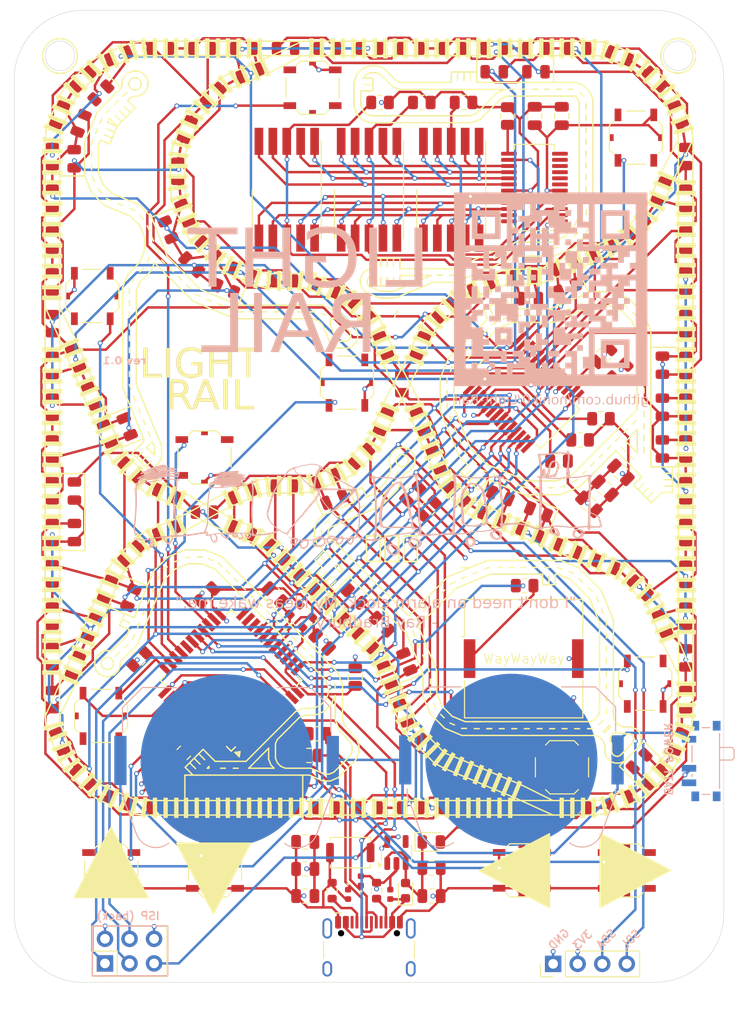
<source format=kicad_pcb>
(kicad_pcb (version 20240108) (generator "pcbnew") (generator_version "8.0")
  (layers (0 "F.Cu" signal) (1 "In1.Cu" signal) (2 "In2.Cu" signal) (31 "B.Cu" signal) (34 "B.Paste" user) (35 "F.Paste" user) (36 "B.SilkS" user "B.Silkscreen") (37 "F.SilkS" user "F.Silkscreen") (38 "B.Mask" user) (39 "F.Mask" user) (44 "Edge.Cuts" user))
  (net 0 "")
  (net 1 "GND")
  (net 2 "CA2")
  (net 3 "CA1")
  (net 4 "CA3")
  (net 5 "CA4")
  (net 6 "CA5")
  (net 7 "CA6")
  (net 8 "CA7")
  (net 9 "CA8")
  (net 10 "CA9")
  (net 11 "CB2")
  (net 12 "CB1")
  (net 13 "CB3")
  (net 14 "CB4")
  (net 15 "CB5")
  (net 16 "CB6")
  (net 17 "CB7")
  (net 18 "CB8")
  (net 19 "CB9")
  (net 20 "Net-(J1-CC1)")
  (net 21 "Net-(J1-CC2)")
  (net 22 "SDA")
  (net 23 "SCL")
  (net 24 "+3V3")
  (net 27 "D-")
  (net 28 "D+")
  (net 29 "Net-(U2-C_FILT)")
  (net 30 "SW1")
  (net 31 "SW2")
  (net 32 "SW3")
  (net 33 "SW4")
  (net 34 "SW5")
  (net 35 "SW6")
  (net 36 "SW7")
  (net 37 "SW8")
  (net 38 "SW9")
  (net 39 "SW10")
  (net 40 "VBUS")
  (net 41 "Net-(U2-IN)")
  (net 42 "Net-(U1-XTAL1)")
  (net 43 "Net-(U1-XTAL2)")
  (net 44 "Net-(U1-AREF)")
  (net 45 "Net-(U2-R_EXT)")
  (net 46 "Net-(U2-~{SDB})")
  (net 47 "Net-(U2-~{INTB})")
  (net 48 "Net-(U3-ISET)")
  (net 49 "RST")
  (net 50 "DIG0")
  (net 51 "DIG1")
  (net 52 "DIG2")
  (net 57 "SEGE")
  (net 60 "SEGDP")
  (net 62 "SEGG")
  (net 63 "SEGD")
  (net 67 "SEGF")
  (net 69 "SEGC")
  (net 70 "SEGB")
  (net 71 "SEGA")
  (net 72 "SW11")
  (net 73 "SW12")
  (net 74 "Net-(D145-A)")
  (net 75 "Net-(BZ1-+)")
  (net 76 "BUZZ")
  (net 77 "VBAT")
  (net 78 "VIN")
  (net 83 "SCK")
  (net 84 "MOSI")
  (net 85 "MISO")
  (net 89 "/RD+")
  (net 90 "/RD-")
  (footprint "Light_Rail:LED_0805_NoSilkscreen" (layer "F.Cu") (at 64.77 71.882 157.5)
    (property "Reference" "D78" (hide yes))
    (property "Value" "LED" (hide yes))
  )
  (footprint "Light_Rail:SW_SPST_PTS526_JLeadsWGndPin" (layer "F.Cu") (at 22.551 51.244 -90)
    (property "Reference" "SW3" (hide yes))
    (property "Value" "SW_Push")
  )
  (footprint "Light_Rail:LED_0805_NoSilkscreen" (layer "F.Cu") (at 52.5272 85.1662 135)
    (property "Reference" "D115" (hide yes))
    (property "Value" "LED" (hide yes))
  )
  (footprint "Light_Rail:LED_0805_TrainTrack" (layer "F.Cu") (at 83.947 80.01 90)
    (property "Reference" "D101" (hide yes))
    (property "Value" "LED" (hide yes))
  )
  (footprint "Resistor_SMD:R_0805_2012Metric" (layer "F.Cu") (at 45.847 96.484737)
    (property "Reference" "R1" (hide yes))
    (property "Value" "22")
  )
  (footprint "Light_Rail:LED_0805_TrainTrack" (layer "F.Cu") (at 83.947 41.148 90)
    (property "Reference" "D27" (hide yes))
    (property "Value" "LED" (hide yes))
  )
  (footprint "Light_Rail:LED_0805_TrainTrackEmpty" (layer "F.Cu") (at 34.163 73.5838)
    (property "Reference" "D131" (hide yes))
    (property "Value" "LED" (hide yes))
  )
  (footprint "Light_Rail:LED_0805_NoSilkscreen" (layer "F.Cu") (at 81.534 58.3946 -90)
    (property "Reference" "D14" (hide yes))
    (property "Value" "LED" (hide yes))
  )
  (footprint "Light_Rail:LED_0805_TrainTrack" (layer "F.Cu") (at 83.947 75.692 90)
    (property "Reference" "D86" (hide yes))
    (property "Value" "LED" (hide yes))
  )
  (footprint "Display_7Segment:KCSC02-105" (layer "F.Cu") (at 59.69 40.259 90)
    (property "Reference" "U7" (hide yes))
    (property "Value" "KCSC02-105")
  )
  (footprint "Light_Rail:LED_0805_TrainTrack" (layer "F.Cu") (at 18.415 45.466 -90)
    (property "Reference" "D48" (hide yes))
    (property "Value" "LED" (hide yes))
  )
  (footprint "Light_Rail:LED_0805_TrainTrack" (layer "F.Cu") (at 21.59 28.829 45)
    (property "Reference" "D61" (hide yes))
    (property "Value" "LED" (hide yes))
  )
  (footprint "Light_Rail:LED_0805_TrainTrackBendStart4" (layer "F.Cu") (at 63.881 74.041 -22.5)
    (property "Reference" "D109" (hide yes))
    (property "Value" "LED" (hide yes))
  )
  (footprint "Light_Rail:LED_0805_TrainTrack" (layer "F.Cu") (at 18.415 41.148 -90)
    (property "Reference" "D64" (hide yes))
    (property "Value" "LED" (hide yes))
  )
  (footprint "Light_Rail:LED_0805_TrainTrack" (layer "F.Cu") (at 18.415 88.519 90)
    (property "Reference" "D132" (hide yes))
    (property "Value" "LED" (hide yes))
  )
  (footprint "Light_Rail:LED_0805_TrainTrack" (layer "F.Cu") (at 83.947 67.056 -90)
    (property "Reference" "D17" (hide yes))
    (property "Value" "LED" (hide yes))
  )
  (footprint "Display_7Segment:KCSC02-105" (layer "F.Cu") (at 51.181 40.259 90)
    (property "Reference" "U6" (hide yes))
    (property "Value" "KCSC02-105")
  )
  (footprint "Capacitor_SMD:C_0805_2012Metric" (layer "F.Cu") (at 77.126289 58.995045 45)
    (property "Reference" "C9" (hide yes))
    (property "Value" "0.1u")
  )
  (footprint "Light_Rail:LED_0805_NoSilkscreen" (layer "F.Cu") (at 23.4442 30.2514 45)
    (property "Reference" "D71" (hide yes))
    (property "Value" "LED" (hide yes))
  )
  (footprint "Resistor_SMD:R_0805_2012Metric" (layer "F.Cu") (at 27.3558 88.7222 45)
    (property "Reference" "R4" (hide yes))
    (property "Value" "20K")
  )
  (footprint "Light_Rail:LED_0805_TrainTrack" (layer "F.Cu") (at 55.499 25.654)
    (property "Reference" "D43" (hide yes))
    (property "Value" "LED" (hide yes))
  )
  (footprint "Resistor_SMD:R_0805_2012Metric" (layer "F.Cu") (at 49.7586 90.6272 90)
    (property "Reference" "R3" (hide yes))
    (property "Value" "20K")
  )
  (footprint "Light_Rail:LED_0805_TrainTrack" (layer "F.Cu") (at 18.415 84.328 90)
    (property "Reference" "D141" (hide yes))
    (property "Value" "LED" (hide yes))
  )
  (footprint "Resistor_SMD:R_0603_1608Metric" (layer "F.Cu") (at 51.962999 112.705201 90)
    (property "Reference" "R15" (hide yes))
    (property "Value" "5.1K")
  )
  (footprint "Light_Rail:LED_0805_TrainTrack" (layer "F.Cu") (at 33.909 104.14 180)
    (property "Reference" "D96" (hide yes))
    (property "Value" "LED" (hide yes))
  )
  (footprint "Light_Rail:LED_0805_TrainTrack" (layer "F.Cu") (at 64.135 25.654 180)
    (property "Reference" "D59" (hide yes))
    (property "Value" "LED" (hide yes))
  )
  (footprint "Capacitor_SMD:C_0805_2012Metric" (layer "F.Cu") (at 77.241399 69.468998 135)
    (property "Reference" "C7" (hide yes))
    (property "Value" "0.1u")
  )
  (footprint "Capacitor_SMD:C_0805_2012Metric" (layer "F.Cu") (at 75.438 57.3786 45)
    (property "Reference" "C8" (hide yes))
    (property "Value" "0.22u")
  )
  (footprint "Light_Rail:SW_SPST_PTS526_JLeadsWGndPin" (layer "F.Cu") (at 78.7908 34.8742 90)
    (property "Reference" "SW2" (hide yes))
    (property "Value" "SW_Push")
  )
  (footprint "Light_Rail:LED_0805_TrainTrack" (layer "F.Cu") (at 20.828 57.658 -67.5)
    (property "Reference" "D68" (hide yes))
    (property "Value" "LED" (hide yes))
  )
  (footprint "Light_Rail:SW_SPST_PTS526_JLeadsWGndPin" (layer "F.Cu") (at 24.511 110.617)
    (property "Reference" "SW9" (hide yes))
    (property "Value" "SW_Push")
  )
  (footprint "Light_Rail:LED_0805_NoSilkscreen" (layer "F.Cu") (at 21.3868 33.398462 67.5)
    (property "Reference" "D62" (hide yes))
    (property "Value" "LED" (hide yes))
  )
  (footprint "Light_Rail:LED_0805_TrainTrack" (layer "F.Cu") (at 58.138087 68.199 112.5)
    (property "Reference" "D140" (hide yes))
    (property "Value" "LED" (hide yes))
  )
  (footprint "Package_SO:QSOP-24_3.9x8.7mm_P0.635mm" (layer "F.Cu") (at 68.2965 40.0304 180)
    (property "Reference" "U3" (hide yes))
    (property "Value" "AS1115-BSST")
  )
  (footprint "Light_Rail:LED_0805_TrainTrack" (layer "F.Cu") (at 55.499 104.14)
    (property "Reference" "D139" (hide yes))
    (property "Value" "LED" (hide yes))
  )
  (footprint "Light_Rail:LED_0805_TrainTrackEmpty" (layer "F.Cu") (at 18.415 92.964 90)
    (property "Reference" "D126" (hide yes))
    (property "Value" "LED" (hide yes))
  )
  (footprint "Capacitor_SMD:C_0805_2012Metric" (layer "F.Cu") (at 75.5904 71.12 135)
    (property "Reference" "C6" (hide yes))
    (property "Value" "10u")
  )
  (footprint "Resistor_SMD:R_0805_2012Metric" (layer "F.Cu") (at 55.7022 71.6534 45)
    (property "Reference" "R12" (hide yes))
    (property "Value" "10K")
  )
  (footprint "Button_Switch_SMD:SW_Push_SPST_NO_Alps_SKRK" (layer "F.Cu") (at 49.245199 108.768201 180)
    (property "Reference" "SW13" (hide yes))
    (property "Value" "SW_Push")
  )
  (footprint "Light_Rail:LED_0805_TrainTrackEmpty" (layer "F.Cu") (at 54.582087 60.297087 -90)
    (property "Reference" "D24" (hide yes))
    (property "Value" "LED" (hide yes))
  )
  (footprint "Light_Rail:LED_0805_TrainTrack" (layer "F.Cu") (at 18.415 71.374 90)
    (property "Reference" "D16" (hide yes))
    (property "Value" "LED" (hide yes))
  )
  (footprint "Light_Rail:LED_0805_TrainTrackBend1" (layer "F.Cu") (at 83.185 32.512 -67.5)
    (property "Reference" "D22" (hide yes))
    (property "Value" "LED" (hide yes))
  )
  (footprint "Light_Rail:LED_0805_TrainTrackBendStart1" (layer "F.Cu") (at 81.534 85.09 112.5)
    (property "Reference" "D119" (hide yes))
    (property "Value" "LED" (hide yes))
  )
  (footprint "Resistor_SMD:R_0805_2012Metric" (layer "F.Cu") (at 67.2846 81.1784 180)
    (property "Reference" "R16" (hide yes))
    (property "Value" "1K")
  )
  (footprint "Capacitor_SMD:C_0805_2012Metric" (layer "F.Cu") (at 71.12 32.639 -90)
    (property "Reference" "C11" (hide yes))
    (property "Value" "0.1u")
  )
  (footprint "Package_SO:SSOP-28_5.3x10.2mm_P0.65mm" (layer "F.Cu") (at 67.183 61.214 45)
    (property "Reference" "U2" (hide yes))
    (property "Value" "IS31FL3731-SA")
  )
  (footprint "Light_Rail:LED_0805_NoSilkscreen" (layer "F.Cu") (at 36.3474 50.4952 157.5)
    (property "Reference" "D12" (hide yes))
    (property "Value" "LED" (hide yes))
  )
  (footprint "Light_Rail:LED_0805_TrainTrackBendStart4" (layer "F.Cu") (at 18.415 36.83 -90)
    (property "Reference" "D72" (hide yes))
    (property "Value" "LED" (hide yes))
  )
  (footprint "Light_Rail:LED_0805_TrainTrackBendStart1" (layer "F.Cu") (at 54.737 94.361 -67.5)
    (property "Reference" "D107" (hide yes))
    (property "Value" "LED" (hide yes))
  )
  (footprint "Light_Rail:LED_0805_TrainTrack" (layer "F.Cu") (at 18.415 49.784 -90)
    (property "Reference" "D70" (hide yes))
    (property "Value" "LED" (hide yes))
  )
  (footprint "Light_Rail:LED_0805_TrainTrackBend1" (layer "F.Cu") (at 35.052 30.48 45)
    (property "Reference" "D37" (hide yes))
    (property "Value" "LED" (hide yes))
  )
  (footprint "Connector_PinHeader_2.54mm:PinHeader_2x03_P2.54mm_Vertical" (layer "F.Cu") (at 23.8656 120.223201 90)
    (property "Reference" "J3" (hide yes))
    (property "Value" "AVR-ISP-6")
  )
  (footprint "Diode_SMD:D_0402_1005Metric" (layer "F.Cu") (at 50.337399 111.693203 90)
    (property "Reference" "D146" (hide yes))
    (property "Value" "ESD9B5.0ST5G")
  )
  (footprint "Light_Rail:LED_0805_NoSilkscreen" (layer "F.Cu") (at 20.6756 37.0586 90)
    (property "Reference" "D47" (hide yes))
    (property "Value" "LED" (hide yes))
  )
  (footprint "Light_Rail:LED_0805_NoSilkscreen" (layer "F.Cu") (at 79.121 99.314 45)
    (property "Reference" "D75" (hide yes))
    (property "Value" "LED" (hide yes))
  )
  (footprint "Light_Rail:LED_0805_TrainTrack" (layer "F.Cu") (at 83.947 71.374 90)
    (property "Reference" "D9" (hide yes))
    (property "Value" "LED" (hide yes))
  )
  (footprint "Light_Rail:LED_0805_TrainTrackEmpty" (layer "F.Cu") (at 42.545 25.654)
    (property "Reference" "D55" (hide yes))
    (property "Value" "LED" (hide yes))
  )
  (footprint "Light_Rail:LED_0805_TrainTrackEmpty" (layer "F.Cu") (at 83.947 36.83 -90)
    (property "Reference" "D51" (hide yes))
    (property "Value" "LED" (hide yes))
  )
  (footprint "Resistor_SMD:R_0805_2012Metric" (layer "F.Cu") (at 73.025 66.1162 180)
    (property "Reference" "R5" (hide yes))
    (property "Value" "20K")
  )
  (footprint "Light_Rail:LED_0805_TrainTrackBendStart4" (layer "F.Cu") (at 52.677087 64.234087 67.5)
    (property "Reference" "D90" (hide yes))
    (property "Value" "LED" (hide yes))
  )
  (footprint "Light_Rail:SW_SPST_PTS526_JLeadsWGndPin" (layer "F.Cu") (at 79.756 91.313 90)
    (property "Reference" "SW7" (hide yes))
    (property "Value" "SW_Push")
  )
  (footprint "Light_Rail:LED_0805_TrainTrack" (layer "F.Cu") (at 64.135 104.14)
    (property "Reference" "D106" (hide yes))
    (property "Value" "LED" (hide yes))
  )
  (footprint "Light_Rail:LED_0805_TrainTrackBendStart1" (layer "F.Cu") (at 30.225998 75.488799 -157.5)
    (property "Reference" "D95" (hide yes))
    (property "Value" "LED" (hide yes))
  )
  (footprint "Capacitor_SMD:C_0805_2012Metric" (layer "F.Cu") (at 32.01805 98.461749 45)
    (property "Reference" "C3" (hide yes))
    (property "Value" "0.1u")
  )
  (footprint "Light_Rail:LED_0805_NoSilkscreen" (layer "F.Cu") (at 38.227 101.854 180)
    (property "Reference" "D94" (hide yes))
    (property "Value" "LED" (hide yes))
  )
  (footprint "Display_7Segment:KCSC02-105" (layer "F.Cu") (at 42.672 40.259 90)
    (property "Reference" "U5" (hide yes))
    (property "Value" "KCSC02-105")
  )
  (footprint "Light_Rail:LED_0805_TrainTrackEmpty" (layer "F.Cu") (at 83.947 88.646 90)
    (property "Reference" "D73" (hide yes))
    (property "Value" "LED" (hide yes))
  )
  (footprint "Light_Rail:LED_0805_NoSilkscreen" (layer "F.Cu") (at 42.545 101.854 180)
    (property "Reference" "D112" (hide yes))
    (property "Value" "LED" (hide yes))
  )
  (footprint "Light_Rail:LED_0805_TrainTrackBendStart1" (layer "F.Cu") (at 53.086 90.424 112.5)
    (property "Reference" "D81" (hide yes))
    (property "Value" "LED" (hide yes))
  )
  (footprint "Light_Rail:LED_0805_TrainTrackBend1" (layer "F.Cu") (at 26.543 69.215 135)
    (property "Reference" "D84" (hide yes))
    (property "Value" "LED" (hide yes))
  )
  (footprint "Light_Rail:LED_0805_TrainTrackBendStart4" (layer "F.Cu") (at 60.96 100.076 -22.5)
    (property "Reference" "D142" (hide yes))
    (property "Value" "LED" (hide yes))
  )
  (footprint "Light_Rail:LED_0805_NoSilkscreen" (layer "F.Cu") (at 49.629087 82.293487 135)
    (property "Reference" "D104" (hide yes))
    (property "Value" "LED" (hide yes))
  )
  (footprint "Light_Rail:LED_0805_TrainTrack" (layer "F.Cu") (at 56.487087 64.234087 112.5)
    (property "Reference" "D117" (hide yes))
    (property "Value" "LED" (hide yes))
  )
  (footprint "Light_Rail:LED_0805_TrainTrack" (layer "F.Cu") (at 72.771 104.14 180)
    (property "Reference" "D97" (hide yes))
    (property "Value" "LED" (hide yes))
  )
  (footprint "Diode_SMD:D_0603_1608Metric" (layer "F.Cu") (at 54.960199 112.705201 90)
    (property "Reference" "F1" (hide yes))
    (property "Value" "Polyfuse")
  )
  (footprint "Light_Rail:LED_0805_TrainTrack" (layer "F.Cu") (at 83.947 62.738 -90)
    (property "Reference" "D49" (hide yes))
    (property "Value" "LED" (hide yes))
  )
  (footprint "Light_Rail:LED_0805_NoSilkscreen" (layer "F.Cu") (at 20.701 71.3994 90)
    (property "Reference" "D116" (hide yes))
    (property "Value" "LED" (hide yes))
  )
  (footprint "Light_Rail:LED_0805_TrainTrack" (layer "F.Cu") (at 83.947 49.705501 90)
    (property "Reference" "D10" (hide yes))
    (property "Value" "LED" (hide yes))
  )
  (footprint "Light_Rail:LED_0805_NoSilkscreen" (layer "F.Cu") (at 33.909 101.854)
    (property "Reference" "D111" (hide yes))
    (property "Value" "LED" (hide yes))
  )
  (footprint "Light_Rail:LED_0805_TrainTrackEmpty" (layer "F.Cu") (at 68.453 104.14 180)
    (property "Reference" "D93" (hide yes))
    (property "Value" "LED" (hide yes))
  )
  (footprint "Oscillator:Oscillator_SMD_ECS_2520MV-xxx-xx-4Pin_2.5x2.0mm" (layer "F.Cu") (at 44.1452 84.3026 -135)
    (property "Reference" "X1" (hide yes))
    (property "Value" "ECS-2520MV-xxx-xx")
  )
  (footprint "Resistor_SMD:R_0805_2012Metric" (layer "F.Cu") (at 75.1821 63.9318 180)
    (property "Reference" "R6" (hide yes))
    (property "Value" "20K")
  )
  (footprint "Light_Rail:LED_0805_TrainTrackBend2" (layer "F.Cu") (at 25.273 26.416 -157.5)
    (property "Reference" "D56" (hide yes))
    (property "Value" "LED" (hide yes))
  )
  (footprint "Light_Rail:LED_0805_TrainTrack" (layer "F.Cu") (at 81.407 40.386 -112.5)
    (property "Reference" "D19" (hide yes))
    (property "Value" "LED" (hide yes))
  )
  (footprint "Light_Rail:LED_0805_TrainTrack" (layer "F.Cu") (at 19.177 32.512 67.5)
    (property "Reference" "D39" (hide yes))
    (property "Value" "LED" (hide yes))
  )
  (footprint "Light_Rail:LED_0805_TrainTrackBend1" (layer "F.Cu") (at 83.185 97.282 -112.5)
    (property "Reference" "D79" (hide yes))
    (property "Value" "LED" (hide yes))
  )
  (footprint "Capacitor_SMD:C_0805_2012Metric" (layer "F.Cu") (at 68.326 32.639 -90)
    (property "Reference" "C10" (hide yes))
    (property "Value" "10u")
  )
  (footprint "Light_Rail:LED_0805_TrainTrackBend1" (layer "F.Cu") (at 78.994 44.069 -135)
    (property "Reference" "D25" (hide yes))
    (property "Value" "LED" (hide yes))
  )
  (footprint "Light_Rail:LED_0805_NoSilkscreen" (layer "F.Cu") (at 32.8422 48.006 135)
    (property "Reference" "D34" (hide yes))
    (property "Value" "LED" (hide yes))
  )
  (footprint "Light_Rail:LED_0805_TrainTrack" (layer "F.Cu") (at 83.947 58.42 90)
    (property "Reference" "D50" (hide yes))
    (property "Value" "LED" (hide yes))
  )
  (footprint "Light_Rail:LED_0805_TrainTrack" (layer "F.Cu") (at 38.227 25.654 180)
    (property "Reference" "D54" (hide yes))
    (property "Value" "LED" (hide yes))
  )
  (footprint "Light_Rail:LED_0805_TrainTrackBend2" (layer "F.Cu") (at 59.055 52.705 -135)
    (property "Reference" "D8" (hide yes))
    (property "Value" "LED" (hide yes))
  )
  (footprint "Light_Rail:LED_0805_NoSilkscreen" (layer "F.Cu") (at 71.7042 50.419 -157.5)
    (property "Reference" "D33" (hide yes))
    (property "Value" "LED" (hide yes))
  )
  (footprint "Resistor_SMD:R_0805_2012Metric" (layer "F.Cu") (at 52.324 31.242 180)
    (property "Reference" "R9" (hide yes))
    (property "Value" "20K")
  )
  (footprint "Light_Rail:LED_0805_TrainTrackBend2" (layer "F.Cu") (at 19.177 97.282 -67.5)
    (property "Reference" "D129" (hide yes))
    (property "Value" "LED" (hide yes))
  )
  (footprint "Light_Rail:LED_0805_TrainTrackBendStart3" (layer "F.Cu") (at 29.591 25.654)
    (property "Reference" "D38" (hide yes))
    (property "Value" "LED" (hide yes))
  )
  (footprint "Light_Rail:LED_0805_NoSilkscreen" (layer "F.Cu") (at 30.400634 44.396662 -67.5)
    (property "Reference" "D58" (hide yes))
    (property "Value" "LED" (hide yes))
  )
  (footprint "Light_Rail:LED_0805_TrainTrackBendStart2" (layer "F.Cu") (at 72.771 25.654)
    (property "Reference" "D31" (hide yes))
    (property "Value" "LED" (hide yes))
  )
  (footprint "Package_TO_SOT_SMD:SOT-23-5" (layer "F.Cu") (at 54.020399 108.762701 90)
    (property "Reference" "U4" (hide yes))
    (property "Value" "MIC5219-3.3YM5")
  )
  (footprint "Light_Rail:LED_0805_TrainTrackBend2" (layer "F.Cu") (at 57.277 97.79 -45)
    (property "Reference" "D130" (hide yes))
    (property "Value" "LED" (hide yes))
  )
  (footprint "Diode_SMD:D_0402_1005Metric" (layer "F.Cu") (at 49.016599 113.086201 -90)
    (property "Reference" "D147" (hide yes))
    (property "Value" "ESD9B5.0ST5G")
  )
  (footprint "Connector_USB:USB_C_Receptacle_HCTL_HC-TYPE-C-16P-01A" (layer "F.Cu") (at 51.181 119.7102)
    (property "Reference" "J1" (hide yes))
    (property "Value" "USB_C_Receptacle_USB2.0_16P")
  )
  (footprint "Light_Rail:LED_0805_TrainTrack" (layer "F.Cu") (at 83.947 54.102 90)
    (property "Reference" "D1" (hide yes))
    (property "Value" "LED" (hide yes))
  )
  (footprint "Light_Rail:LED_0805_TrainTrackBend1" (layer "F.Cu") (at 80.772 100.965 -135)
    (property "Reference" "D82" (hide yes))
    (property "Value" "LED" (hide yes))
  )
  (footprint "Light_Rail:LED_0805_TrainTrackBendStart3" (layer "F.Cu") (at 38.862 28.194 22.5)
    (property "Reference" "D46" (hide yes))
    (property "Value" "LED" (hide yes))
  )
  (footprint "Light_Rail:LED_0805_TrainTrackBend2" (layer "F.Cu") (at 80.772 28.829 135)
    (property "Reference" "D52" (hide yes))
    (property "Value" "LED" (hide yes))
  )
  (footprint "Light_Rail:LED_0805_TrainTrackBend1" (layer "F.Cu") (at 38.1 48.768 157.5)
    (property "Reference" "D44" (hide yes))
    (property "Value" "LED" (hide yes))
  )
  (footprint "Light_Rail:LED_0805_TrainTrackInnerBend1" (layer "F.Cu") (at 42.418 70.866 180)
    (property "Reference" "D113" (hide yes))
    (property "Value" "LED" (hide yes))
  )
  (footprint "Light_Rail:LED_0805_TrainTrackBend2" (layer "F.Cu") (at 21.59 100.965 -45)
    (property "Reference" "D98" (hide yes))
    (property "Value" "LED" (hide yes))
  )
  (footprint "Light_Rail:LED_0805_TrainTrackBend1" (layer "F.Cu") (at 50.391087 52.677087 -45)
    (property "Reference" "D5" (hide yes))
    (property "Value" "LED" (hide yes))
  )
  (footprint "Light_Rail:LED_0805_TrainTrackBend2" (layer "F.Cu") (at 77.089 26.416 157.5)
    (property "Reference" "D30" (hide yes))
    (property "Value" "LED" (hide yes))
  )
  (footprint "Light_Rail:LED_0805_TrainTrack" (layer "F.Cu") (at 38.227 104.14 180)
    (property "Reference" "D105" (hide yes))
    (property "Value" "LED" (hide yes))
  )
  (footprint "Light_Rail:LED_0805_TrainTrack" (layer "F.Cu") (at 67.818 75.692 157.5)
    (property "Reference" "D85" (hide yes))
    (property "Value" "LED" (hide yes))
  )
  (footprint "Light_Rail:LED_0805_TrainTrackBendStart3" (layer "F.Cu") (at 24.107766 65.509138 112.5)
    (property "Reference" "D11" (hide yes))
    (property "Value" "LED" (hide yes))
  )
  (footprint "Light_Rail:SW_SPST_PTS526_JLeadsWGndPin" (layer "F.Cu") (at 71.1454 99.954001)
    (property "Reference" "SW8" (hide yes))
    (property "Value" "SW_Push")
  )
  (footprint "Capacitor_SMD:C_0805_2012Metric" (layer "F.Cu") (at 34.3662 82.1436 45)
    (property "Reference" "C4" (hide yes))
    (property "Value" "10u")
  )
  (footprint "Light_Rail:LED_0805_TrainTrack" (layer "F.Cu") (at 18.415 62.738 90)
    (property "Reference" "D69" (hide yes))
    (property "Value" "LED" (hide yes))
  )
  (footprint "Resistor_SMD:R_0805_2012Metric" (layer "F.Cu") (at 70.8406 68.3006)
    (property "Reference" "R7" (hide yes))
    (property "Value" "20K")
  )
  (footprint "Light_Rail:LED_0805_TrainTrackBend1" (layer "F.Cu") (at 34.544 46.355 135)
    (property "Reference" "D15" (hide yes))
    (property "Value" "LED" (hide yes))
  )
  (footprint "Light_Rail:LED_0805_TrainTrackInnerBend2" (layer "F.Cu") (at 42.4434 49.6824)
    (property "Reference" "D29" (hide yes))
    (property "Value" "LED" (hide yes))
  )
  (footprint "Light_Rail:SW_SPST_PTS526_JLeadsWGndPin" (layer "F.Cu") (at 66.992 110.6024)
    (property "Reference" "SW11" (hide yes))
    (property "Value" "SW_Push")
  )
  (footprint "Buzzer_Beeper:Buzzer_Murata_PKLCS1212E" (layer "F.Cu") (at 67.183 88.7222)
    (property "Reference" "BZ1" (hide yes))
    (property "Value" "Buzzer")
  )
  (footprint "Capacitor_SMD:C_0805_2012Metric" (layer "F.Cu") (at 44.586799 110.464501 180)
    (property "Reference" "C15" (hide yes))
    (property "Value" "10u")
  )
  (footprint "Light_Rail:SW_SPST_PTS526_JLeadsWGndPin" (layer "F.Cu") (at 45.339 29.718 180)
    (property "Reference" "SW1" (hide yes))
    (property "Value" "SW_Push")
  )
  (footprint "Light_Rail:LED_0805_TrainTrack" (layer "F.Cu") (at 44.731913 80.799913 135)
    (property "Reference" "D100" (hide yes))
    (property "Value" "LED" (hide yes))
  )
  (footprint "Light_Rail:LED_0805_TrainTrackBend1" (layer "F.Cu") (at 31.3944 38.354 90)
    (property "Reference" "D13" (hide yes))
    (property "Value" "LED" (hide yes))
  )
  (footprint "Light_Rail:LED_0805_TrainTrackEmpty" (layer "F.Cu") (at 18.415 54.102 -90)
    (property "Reference" "D40" (hide yes))
    (property "Value" "LED" (hide yes))
  )
  (footprint "Capacitor_SMD:C_0805_2012Metric" (layer "F.Cu") (at 44.586799 107.670501 180)
    (property "Reference" "C14" (hide yes))
    (property "Value" "1u")
  )
  (footprint "Light_Rail:LED_0805_TrainTrackBend1" (layer "F.Cu") (at 32.385 34.036 67.5)
    (property "Reference" "D45" (hide yes))
    (property "Value" "LED" (hide yes))
  )
  (footprint "Light_Rail:LED_0805_TrainTrackBendStart4" (layer "F.Cu") (at 30.226001 71.678802 -22.5)
    (property "Reference" "D102" (hide yes))
    (property "Value" "LED" (hide yes))
  )
  (footprint "Light_Rail:LED_0805_NoSilkscreen" (layer "F.Cu") (at 64.135 28.067)
    (property "Reference" "D36" (hide yes))
    (property "Value" "LED" (hide yes))
  )
  (footprint "Light_Rail:LED_0805_TrainTrackBend1" (layer "F.Cu") (at 26.543 77.851 45)
    (property "Reference" "D83" (hide yes))
    (property "Value" "LED" (hide yes))
  )
  (footprint "Light_Rail:LED_0805_TrainTrackBendStart4" (layer "F.Cu") (at 29.591 104.14)
    (property "Reference" "D99" (hide yes))
    (property "Value" "LED" (hide yes))
  )
  (footprint "Light_Rail:LED_0805_TrainTrackBend2" (layer "F.Cu") (at 79.248 81.407 135)
    (property "Reference" "D77" (hide yes))
    (property "Value" "LED" (hide yes))
  )
  (footprint "Light_Rail:LED_0805_TrainTrack" (layer "F.Cu") (at 18.415 58.42 90)
    (property "Reference" "D32" (hide yes))
    (property "Value" "LED" (hide yes))
  )
  (footprint "Light_Rail:LED_0805_TrainTrack" (layer "F.Cu") (at 20.805766 89.408 -112.5)
    (property "Reference" "D125" (hide yes))
    (property "Value" "LED" (hide yes))
  )
  (footprint "Light_Rail:LED_0805_TrainTrackBendStart4" (layer "F.Cu") (at 56.487087 56.360087 -112.5)
    (property "Reference" "D35" (hide yes))
    (property "Value" "LED" (hide yes))
  )
  (footprint "Light_Rail:LED_0805_TrainTrack" (layer "F.Cu") (at 83.947 92.964 -90)
    (property "Reference" "D118" (hide yes))
    (property "Value" "LED" (hide yes))
  )
  (footprint "Light_Rail:LED_0805_TrainTrack" (layer "F.Cu") (at 18.415 75.692 -90)
    (property "Reference" "D128" (hide yes))
    (property "Value" "LED" (hide yes))
  )
  (footprint "Light_Rail:LED_0805_TrainTrackBend1" (layer "F.Cu") (at 50.419 67.818 -135)
    (property "Reference" "D144" (hide yes))
    (property "Value" "LED" (hide yes))
  )
  (footprint "Resistor_SMD:R_0805_2012Metric" (layer "F.Cu") (at 65.532 32.639 90)
    (property "Reference" "R8" (hide yes))
    (property "Value" "20K")
  )
  (footprint "Light_Rail:LED_0805_TrainTrack" (layer "F.Cu") (at 33.909 25.654)
    (property "Reference" "D53" (hide yes))
    (property "Value" "LED" (hide yes))
  )
  (footprint "Capacitor_SMD:C_0805_2012Metric" (layer "F.Cu") (at 57.6478 113.258501)
    (property "Reference" "C13" (hide yes))
    (property "Value" "1u")
  )
  (footprint "Light_Rail:LED_0805_TrainTrackBendStart3" (layer "F.Cu") (at 52.677087 56.360087 -67.5)
    (property "Reference" "D67" (hide yes))
    (property "Value" "LED" (hide yes))
  )
  (footprint "Light_Rail:LED_0805_TrainTrackBendStart4" (layer "F.Cu") (at 75.692 78.994 157.5)
    (property "Reference" "D91" (hide yes))
    (property "Value" "LED" (hide yes))
  )
  (footprint "Light_Rail:LED_0805_NoSilkscreen" (layer "F.Cu") (at 81.534 67.056 90)
    (property "Reference" "D2" (hide yes))
    (property "Value" "LED" (hide yes))
  )
  (footprint "Light_Rail:SW_SPST_PTS526_JLeadsWGndPin" (layer "F.Cu") (at 23.4442 94.6404 -90)
    (property "Reference" "SW6" (hide yes))
    (property "Value" "SW_Push")
  )
  (footprint "Light_Rail:LED_0805_TrainTrackBendStart2" (layer "F.Cu") (at 24.13 81.534 67.5)
    (property "Reference" "D87" (hide yes))
    (property "Value" "LED" (hide yes))
  )
  (footprint "Light_Rail:LED_0805_TrainTrack" (layer "F.Cu") (at 42.545 104.14)
    (property "Reference" "D123" (hide yes))
    (property "Value" "LED" (hide yes))
  )
  (footprint "Light_Rail:LED_0805_TrainTrackBend1" (layer "F.Cu") (at 77.089 103.378 -157.5)
    (property "Reference" "D120" (hide yes))
    (property "Value" "LED" (hide yes))
  )
  (footprint "Light_Rail:LED_0805_NoSilkscreen" (layer "F.Cu") (at 81.534 62.738 90)
    (property "Reference" "D6" (hide yes))
    (property "Value" "LED" (hide yes))
  )
  (footprint "Light_Rail:LED_0805_TrainTrack" (layer "F.Cu") (at 47.752 83.82 -45)
    (property "Reference" "D103" (hide yes))
    (property "Value" "LED" (hide yes))
  )
  (footprint "Light_Rail:LED_0805_TrainTrack" (layer "F.Cu") (at 51.229501 25.654 180)
    (property "Reference" "D21" (hide yes))
    (property "Value" "LED" (hide yes))
  )
  (footprint "Light_Rail:LED_0805_NoSilkscreen" (layer "F.Cu") (at 20.701 75.692 90)
    (property "Reference" "D89" (hide yes))
    (property "Value" "LED" (hide yes))
  )
  (footprint "Light_Rail:LED_0805_TrainTrack" (layer "F.Cu") (at 18.415 67.056 -90)
    (property "Reference" "D66" (hide yes))
    (property "Value" "LED" (hide yes))
  )
  (footprint "Light_Rail:LED_0805_TrainTrackBendStart4" (layer "F.Cu") (at 38.100001 71.678799 -157.5)
    (property "Reference" "D127" (hide yes))
    (property "Value" "LED" (hide yes))
  )
  (footprint "Light_Rail:LED_0805_TrainTrack" (layer "F.Cu") (at 67.183 49.2252 180)
    (property "Reference" "D57" (hide yes))
    (property "Value" "LED" (hide yes))
  )
  (footprint "Light_Rail:LED_0805_TrainTrack" (layer "F.Cu") (at 50.8 86.868 -45)
    (property "Reference" "D122" (hide yes))
    (property "Value" "LED" (hide yes))
  )
  (footprint "Light_Rail:LED_0805_NoSilkscreen" (layer "F.Cu") (at 68.707 73.533 -22.5)
    (property "Reference" "D92" (hide yes))
    (property "Value" "LED" (hide yes))
  )
  (footprint "Light_Rail:LED_0805_NoSilkscreen" (layer "F.Cu") (at 68.453 28.067 180)
    (property "Reference" "D20" (hide yes))
    (property "Value" "LED" (hide yes))
  )
  (footprint "Resistor_SMD:R_0805_2012Metric" (layer "F.Cu") (at 57.3278 73.2028 45)
    (property "Reference" "R13" (hide yes))
    (property "Value" "10K")
  )
  (footprint "Light_Rail:LED_0805_TrainTrack" (layer "F.Cu") (at 71.755 77.343 -22.5)
    (property "Reference" "D76" (hide yes))
    (property "Value" "LED" (hide yes))
  )
  (footprint "Light_Rail:LED_0805_TrainTrackBend2" (layer "F.Cu") (at 62.786262 50.269766 -157.5)
    (property "Reference" "D65" (hide yes))
    (property "Value" "LED" (hide yes))
  )
  (footprint "Light_Rail:LED_0805_TrainTrack" (layer "F.Cu") (at 46.736 50.419 157.5)
    (property "Reference" "D41" (hide yes))
    (property "Value" "LED" (hide yes))
  )
  (footprint "Resistor_SMD:R_0805_2012Metric" (layer "F.Cu") (at 60.96 31.242 180)
    (property "Reference" "R11" (hide yes))
    (property "Value" "20K")
  )
  (footprint "Light_Rail:LED_0805_TrainTrack" (layer "F.Cu") (at 64.897 101.727 157.5)
    (property "Reference" "D121" (hide yes))
    (property "Value" "LED" (hide yes))
  )
  (footprint "Light_Rail:LED_0805_TrainTrack" (layer "F.Cu") (at 22.479 85.471 67.5)
    (property "Reference" "D143" (hide yes))
    (property "Value" "LED" (hide yes))
  )
  (footprint "Light_Rail:SW_SPST_PTS526_JLeadsWGndPin" (layer "F.Cu") (at 34.163 67.9342)
    (property "Reference" "SW5" (hide yes))
    (property "Value" "SW_Push")
  )
  (footprint "Light_Rail:LED_0805_TrainTrackBend1" (layer "F.Cu") (at 32.131 42.672 112.5)
    (property "Reference" "D42" (hide yes))
    (property "Value" "LED" (hide yes))
  )
  (footprint "Light_Rail:SW_SPST_PTS526_JLeadsWGndPin" (layer "F.Cu") (at 35.242 110.617)
    (property "Reference" "SW10" (hide yes))
    (property "Value" "SW_Push")
  )
  (footprint "Light_Rail:LED_0805_NoSilkscreen" (layer "F.Cu") (at 67.764901 51.5112)
    (property "Reference" "D7" (hide yes))
    (property "Value" "LED" (hide yes))
  )
  (footprint "Light_Rail:LED_0805_TrainTrack" (layer "F.Cu") (at 59.817 104.14 180)
    (property "Reference" "D135" (hide yes))
    (property "Value" "LED" (hide yes))
  )
  (footprint "Resistor_SMD:R_0805_2012Metric" (layer "F.Cu") (at 56.642 31.242 180)
    (property "Reference" "R10" (hide yes))
    (property "Value" "20K")
  )
  (footprint "Capacitor_SMD:C_0805_2012Metric" (layer "F.Cu") (at 41.4528 82.1436 135)
    (property "Reference" "C2" (hide yes))
    (property "Value" "22p")
  )
  (footprint "Light_Rail:LED_0805_TrainTrack" (layer "F.Cu") (at 18.415 79.961499 -90)
    (property "Reference" "D137" (hide yes))
    (property "Value" "LED" (hide yes))
  )
  (footprint "Light_Rail:LED_0805_NoSilkscreen" (layer "F.Cu") (at 26.543 82.423 -112.5)
    (property "Reference" "D110" (hide yes))
    (property "Value" "LED" (hide yes))
  )
  (footprint "Light_Rail:LED_0805_TrainTrack" (layer "F.Cu") (at 22.479 61.595 -67.5)
    (property "Reference" "D28" (hide yes))
    (property "Value" "LED" (hide yes))
  )
  (footprint "Light_Rail:LED_0805_NoSilkscreen" (layer "F.Cu") (at 47.625 72.263 22.5)
    (property "Reference" "D134" (hide yes))
    (property "Value" "LED" (hide yes))
  )
  (footprint "Light_Rail:LED_0805_NoSilkscreen" (layer "F.Cu") (at 26.162 64.7446 -67.5)
    (property "Reference" "D26" (hide yes))
    (property "Value" "LED" (hide yes))
  )
  (footprint "Diode_SMD:D_0805_2012Metric" (layer "F.Cu") (at 57.627199 107.670501)
    (property "Reference" "D145" (hide yes))
    (property "Value" "D_Schottky")
  )
  (footprint "Light_Rail:LED_0805_TrainTrack" (layer "F.Cu") (at 83.947 45.466 -90)
    (property "Reference" "D18" (hide yes))
    (property "Value" "LED" (hide yes))
  )
  (footprint "Light_Rail:LED_0805_TrainTrack" (layer "F.Cu") (at 41.656 77.724 -45)
    (property "Reference" "D114" (hide yes))
    (property "Value" "LED" (hide yes))
  )
  (footprint "Light_Rail:LED_0805_TrainTrack" (layer "F.Cu") (at 46.863 25.654)
    (property "Reference" "D63" (hide yes))
    (property "Value" "LED" (hide yes))
  )
  (footprint "Light_Rail:SW_SPST_PTS526_JLeadsWGndPin" (layer "F.Cu") (at 48.895 60.198 90)
    (property "Reference" "SW4" (hide yes))
    (property "Value" "SW_Push")
  )
  (footprint "Connector_PinHeader_2.54mm:PinHeader_1x04_P2.54mm_Vertical" (layer "F.Cu") (at 70.231 120.269 90)
    (property "Reference" "J2" (hide yes))
    (property "Value" "Conn_01x04_Pin")
  )
  (footprint "Resistor_SMD:R_0603_1608Metric" (layer "F.Cu") (at 47.365599 112.705201 90)
    (property "Reference" "R14" (hide yes))
    (property "Value" "5.1K")
  )
  (footprint "Light_Rail:LED_0805_TrainTrack" (layer "F.Cu") (at 83.947 84.328 -90)
    (property "Reference" "D88" (hide yes))
    (property "Value" "LED" (hide yes))
  )
  (footprint "Light_Rail:LED_0805_TrainTrackBend1" (layer "F.Cu") (at 46.736 70.104 -157.5)
    (property "Reference" "D133" (hide yes))
    (property "Value" "LED" (hide yes))
  )
  (footprint "Light_Rail:LED_0805_TrainTrackBend2" (layer "F.Cu") (at 60.325 71.755 -45)
    (property "Reference" "D74" (hide yes))
    (property "Value" "LED" (hide yes))
  )
  (footprint "Light_Rail:LED_0805_TrainTrack" (layer "F.Cu") (at 51.181 104.14)
    (property "Reference" "D108" (hide yes))
    (property "Value" "LED" (hide yes))
  )
  (footprint "Light_Rail:LED_0805_TrainTrack" (layer "F.Cu") (at 59.817 25.654)
    (property "Reference" "D23" (hide yes))
    (property "Value" "LED" (hide yes))
  )
  (footprint "Capacitor_SMD:C_0805_2012Metric" (layer "F.Cu") (at 44.586799 113.258501 180)
    (property "Reference" "C16" (hide yes))
    (property "Value" "22u")
  )
  (footprint "Light_Rail:LED_0805_TrainTrack" (layer "F.Cu") (at 68.453 25.654)
    (property "Reference" "D60" (hide yes))
    (property "Value" "LED" (hide yes))
  )
  (footprint "Capacitor_SMD:C_0805_2012Metric" (layer "F.Cu") (at 57.6478 110.362901)
    (property "Reference" "C12" (hide yes))
    (property "Value" "10u")
  )
  (footprint "Light_Rail:SW_SPST_PTS526_JLeadsWGndPin" (layer "F.Cu") (at 77.851 110.617)
    (property "Reference" "SW12" (hide yes))
    (property "Value" "SW_Push")
  )
  (footprint "Light_Rail:LED_0805_TrainTrackBend1" (layer "F.Cu") (at 25.273 103.378 157.5)
    (property "Reference" "D138" (hide yes))
    (property "Value" "LED" (hide yes))
  )
  (footprint "Light_Rail:LED_0805_TrainTrack" (layer "F.Cu") (at 46.736 104.14 180)
    (property "Reference" "D124" (hide yes))
    (property "Value" "LED" (hide yes))
  )
  (footprint "Light_Rail:LED_0805_NoSilkscreen" (layer "F.Cu") (at 55.095766 89.054938 -67.5)
    (property "Reference" "D136" (hide yes))
    (property "Value" "LED" (hide yes))
  )
  (footprint "Light_Rail:LED_0805_TrainTrackBendStart2" (layer "F.Cu") (at 38.1 75.488798 -22.5)
    (property "Reference" "D80" (hide yes))
    (property "Value" "LED" (hide yes))
  )
  (footprint "Capacitor_SMD:C_0805_2012Metric" (layer "F.Cu") (at 46.3296 87.006351 135)
    (property "Reference" "C1" (hide yes))
    (property "Value" "22p")
  )
  (footprint "Light_Rail:LED_0805_TrainTrackBendStart4" (layer "F.Cu") (at 71.4502 48.133 22.5)
    (property "Reference" "D4" (hide yes))
    (property "Value" "LED" (hide yes))
  )
  (footprint "Capacitor_SMD:C_0805_2012Metric" (layer "F.Cu") (at 73.939402 72.771 135)
    (property "Reference" "C5" (hide yes))
    (property "Value" "10u")
  )
  (footprint "Diode_SMD:D_0402_1005Metric" (layer "F.Cu") (at 53.385399 113.086201 90)
    (property "Reference" "D148" (hide yes))
    (property "Value" "ESD9B5.0ST5G")
  )
  (footprint "Light_Rail:LED_0805_TrainTrackBendStart3" (layer "F.Cu") (at 75.406338 46.507344 -157.5)
    (property "Reference" "D3" (hide yes))
    (property "Value" "LED" (hide yes))
  )
  (footprint "Package_QFP:TQFP-44_10x10mm_P0.8mm" (layer "F.Cu") (at 36.923509 90.965492 135)
    (property "Reference" "U1" (hide yes))
    (property "Value" "ATmega32U4-A")
  )
  (footprint "Resistor_SMD:R_0805_2012Metric" (layer "F.Cu") (at 44.958 98.7298)
    (property "Reference" "R2" (hide yes))
    (property "Value" "22")
  )
  (footprint "LOGO" (layer "B.Cu") (at 50.93148 72.801638 180)
    (property "Reference" "G***" (hide yes))
    (property "Value" "LOGO" (hide yes))
  )
  (footprint "Battery:BatteryHolder_Keystone_3034_1x20mm" (layer "B.Cu") (at 36.449 99.250501 180)
    (property "Reference" "BT2" (hide yes))
    (property "Value" "Battery_Cell")
  )
  (footprint "Battery:BatteryHolder_Keystone_3034_1x20mm" (layer "B.Cu") (at 65.913 99.187 180)
    (property "Reference" "BT1" (hide yes))
    (property "Value" "Battery_Cell" (hide yes))
  )
  (footprint "Button_Switch_SMD:SW_SPDT_PCM12" (layer "B.Cu") (at 85.7174 99.3064 -90)
    (property "Reference" "SW14" (hide yes))
    (property "Value" "SW_SPST")
  )
  (footprint "Light_Rail:GitHubQR" (layer "B.Cu") (at 69.977 50.546 180)
    (property "Reference" "G***" (hide yes))
    (property "Value" "LOGO" (hide yes))
  )
  (gr_rect (start 22.5552 116.3574) (end 30.353 121.5136) (stroke (width 0.15)) (fill none) (layer "B.SilkS"))
  (gr_line (start 73.658802 77.319786) (end 74.362223 77.631394) (stroke (width 0.15)) (layer "F.SilkS"))
  (gr_line (start 22.455786 83.567198) (end 22.767394 82.863777) (stroke (width 0.15)) (layer "F.SilkS"))
  (gr_line (start 74.342281 43.1038) (end 73.573734 44.972466) (stroke (width 0.15)) (layer "F.SilkS"))
  (gr_line (start 83.197 60.988) (end 83.197 60.17) (stroke (width 0.15)) (layer "F.SilkS"))
  (gr_line (start 78.9178 62.992) (end 78.9178 55.1688) (stroke (width 0.15)) (layer "F.SilkS"))
  (gr_line (start 47.643514 79.247999) (end 47.926357 78.965156) (stroke (width 0.15)) (layer "F.SilkS"))
  (gr_line (start 56.463873 66.137889) (end 56.775481 66.869223) (stroke (width 0.15)) (layer "F.SilkS"))
  (gr_line (start 76.327 50.8) (end 78.09943 51.534164) (stroke (width 0.15)) (layer "F.SilkS"))
  (gr_line (start 70.203 103.39) (end 66.703 103.39) (stroke (width 0.15)) (layer "F.SilkS"))
  (gr_line (start 47.143364 56.06068) (end 46.380077 54.217941) (stroke (width 0.15)) (layer "F.SilkS"))
  (gr_line (start 56.769 90.297) (end 56.769 92.648118) (stroke (width 0.15)) (layer "F.SilkS"))
  (gr_line (start 55.916845 68.490857) (end 55.921748 67.927163) (stroke (width 0.15)) (layer "F.SilkS"))
  (gr_line (start 43.6372 86.868) (end 43.2816 86.512401) (stroke (width 0.15)) (layer "F.SilkS"))
  (gr_line (start 65.152347 52.580504) (end 64.8462 51.8414) (stroke (width 0.15)) (layer "F.SilkS"))
  (gr_line (start 31.341 103.39) (end 32.159 103.39) (stroke (width 0.15)) (layer "F.SilkS"))
  (gr_line (start 61.6712 28.9496) (end 61.6712 28.1496) (stroke (width 0.15)) (layer "F.SilkS"))
  (gr_line (start 83.197 77.442) (end 83.197 78.26) (stroke (width 0.15)) (layer "F.SilkS"))
  (gr_line (start 69.800427 80.221464) (end 69.800426 81.021463) (stroke (width 0.15)) (layer "F.SilkS"))
  (gr_line (start 51.540173 81.547782) (end 51.184573 81.192183) (stroke (width 0.15)) (layer "F.SilkS"))
  (gr_line (start 23.9776 32.308799) (end 24.333199 31.9532) (stroke (width 0.15)) (layer "F.SilkS"))
  (gr_line (start 76.2851 98.367456) (end 76.2851 97.526554) (stroke (width 0.15)) (layer "F.SilkS"))
  (gr_line (start 61.366399 67.6656) (end 61.010801 67.31) (stroke (width 0.15)) (layer "F.SilkS"))
  (gr_line (start 76.990177 96.356424) (end 76.710177 96.356424) (stroke (width 0.15)) (layer "F.SilkS"))
  (gr_poly (pts (xy 20.692785 113.411) (xy 28.312785 113.410999) (xy 24.491579 106.153323)) (stroke (width 0.15)) (fill solid) (layer "F.SilkS"))
  (gr_line (start 77.698599 67.284599) (end 77.343 66.929) (stroke (width 0.15)) (layer "F.SilkS"))
  (gr_line (start 59.258199 62.887847) (end 59.258201 62.384953) (stroke (width 0.15)) (layer "F.SilkS"))
  (gr_line (start 54.083991 68.605422) (end 54.260771 68.7822) (stroke (width 0.15)) (layer "F.SilkS"))
  (gr_line (start 73.414106 29.510212) (end 72.593205 29.16994) (stroke (width 0.15)) (layer "F.SilkS"))
  (gr_line (start 66.493493 70.718974) (end 66.958106 70.911425) (stroke (width 0.15)) (layer "F.SilkS"))
  (gr_line (start 52.925246 70.443588) (end 51.664117 71.704717) (stroke (width 0.15)) (layer "F.SilkS"))
  (gr_line (start 62.991999 55.143399) (end 63.3476 54.7878) (stroke (width 0.15)) (layer "F.SilkS"))
  (gr_line (start 27.709237 30.411789) (end 28.0924 30.0228) (stroke (width 0.15)) (layer "F.SilkS"))
  (gr_line (start 53.720999 48.203061) (end 53.720999 47.403061) (stroke (width 0.15)) (layer "F.SilkS"))
  (gr_line (start 73.084777 78.705606) (end 73.788198 79.017214) (stroke (width 0.15)) (layer "F.SilkS"))
  (gr_line (start 30.3022 47.117) (end 28.6766 43.1038) (stroke (width 0.15)) (layer "F.SilkS"))
  (gr_line (start 38.9128 52.8828) (end 39.415693 52.882801) (stroke (width 0.15)) (layer "F.SilkS"))
  (gr_line (start 19.165 51.534) (end 19.165 52.352) (stroke (width 0.15)) (layer "F.SilkS"))
  (gr_line (start 41.811973 85.027583) (end 41.456373 84.671984) (stroke (width 0.15)) (layer "F.SilkS"))
  (gr_line (start 62.991232 47.848141) (end 63.455847 47.655689) (stroke (width 0.15)) (layer "F.SilkS"))
  (gr_line (start 63.300506 69.387425) (end 62.835894 69.194975) (stroke (width 0.15)) (layer "F.SilkS"))
  (gr_line (start 26.371907 85.705244) (end 25.386795 85.297197) (stroke (width 0.15)) (layer "F.SilkS"))
  (gr_line (start 27.254748 87.215314) (end 25.557692 88.91237) (stroke (width 0.15)) (layer "F.SilkS"))
  (gr_line (start 77.130636 99.518351) (end 77.592576 99.327009) (stroke (width 0.15)) (layer "F.SilkS"))
  (gr_line (start 61.567 104.89) (end 62.385 104.89) (stroke (width 0.15)) (layer "F.SilkS"))
  (gr_line (start 30.6444 40.104) (end 30.768394 41.342223) (stroke (width 0.15)) (layer "F.SilkS"))
  (gr_line (start 73.789554 95.961201) (end 74.292446 95.961201) (stroke (width 0.15)) (layer "F.SilkS"))
  (gr_line (start 54.1274 71.2724) (end 54.76788 69.726143) (stroke (width 0.15)) (layer "F.SilkS"))
  (gr_line (start 50.5968 80.619598) (end 50.2412 80.263999) (stroke (width 0.15)) (layer "F.SilkS"))
  (gr_line (start 52.567767 87.575107) (end 53.109214 88.520198) (stroke (width 0.15)) (layer "F.SilkS"))
  (gr_line (start 19.465394 56.328223) (end 17.665 52.352) (stroke (width 0.15)) (layer "F.SilkS"))
  (gr_line (start 23.79481 41.870235) (end 26.41666 42.955187) (stroke (width 0.15)) (layer "F.SilkS"))
  (gr_line (start 34.413293 51.592775) (end 34.877906 51.785225) (stroke (width 0.15)) (layer "F.SilkS"))
  (gr_line (start 52.075412 27.457281) (end 52.751986 27.737524) (stroke (width 0.15)) (layer "F.SilkS"))
  (gr_line (start 77.165261 98.729738) (end 78.282739 97.612262) (stroke (width 0.15)) (layer "F.SilkS"))
  (gr_line (start 77.324825 52.773953) (end 78.35013 53.799258) (stroke (width 0.15)) (layer "F.SilkS"))
  (gr_line (start 17.665 68.806) (end 17.665 69.624) (stroke (width 0.15)) (layer "F.SilkS"))
  (gr_line (start 23.490264 89.105544) (end 23.490268 89.355548) (stroke (width 0.15)) (layer "F.SilkS"))
  (gr_line (start 74.521 103.39) (end 75.185198 103.354786) (stroke (width 0.15)) (layer "F.SilkS"))
  (gr_line (start 54.083992 67.893482) (end 53.98832 68.124453) (stroke (width 0.15)) (layer "F.SilkS"))
  (gr_line (start 46.253401 75.892646) (end 46.2534 75.389753) (stroke (width 0.15)) (layer "F.SilkS"))
  (gr_line (start 59.044767 98.497107) (end 59.630223 98.713394) (stroke (width 0.15)) (layer "F.SilkS"))
  (gr_line (start 49.811586 56.06068) (end 49.999639 55.619854) (stroke (width 0.15)) (layer "F.SilkS"))
  (gr_line (start 79.629 58.874647) (end 79.629 58.371753) (stroke (width 0.15)) (layer "F.SilkS"))
  (gr_line (start 37.691485 52.8828) (end 38.194379 52.8828) (stroke (width 0.15)) (layer "F.SilkS"))
  (gr_line (start 46.380077 54.217941) (end 45.993992 53.831856) (stroke (width 0.15)) (layer "F.SilkS"))
  (gr_line (start 19.165 60.17) (end 19.165 60.988) (stroke (width 0.15)) (layer "F.SilkS"))
  (gr_line (start 76.659272 95.238504) (end 77.012824 95.592058) (stroke (width 0.15)) (layer "F.SilkS"))
  (gr_line (start 32.650087 78.262198) (end 32.147194 78.262195) (stroke (width 0.15)) (layer "F.SilkS"))
  (gr_line (start 81.479107 30.596767) (end 81.822394 31.182223) (stroke (width 0.15)) (layer "F.SilkS"))
  (gr_line (start 27.234175 85.500105) (end 27.426625 85.035494) (stroke (width 0.15)) (layer "F.SilkS"))
  (gr_line (start 52.383014 28.358425) (end 53.643599 29.615555) (stroke (width 0.15)) (layer "F.SilkS"))
  (gr_line (start 83.197 35.08) (end 83.197 38.58) (stroke (width 0.15)) (layer "F.SilkS"))
  (gr_line (start 47.766719 55.670539) (end 47.166373 54.279806) (stroke (width 0.15)) (layer "F.SilkS"))
  (gr_line (start 40.191777 26.831394) (end 44.295 24.904) (stroke (width 0.15)) (layer "F.SilkS"))
  (gr_line (start 26.61883 29.850929) (end 26.8498 29.9466) (stroke (width 0.15)) (layer "F.SilkS"))
  (gr_line (start 75.084953 51.485799) (end 75.587846 51.485801) (stroke (width 0.15)) (layer "F.SilkS"))
  (gr_line (start 79.955107 83.174767) (end 80.171394 83.760223) (stroke (width 0.15)) (layer "F.SilkS"))
  (gr_line (start 24.350049 90.577556) (end 24.854483 90.373646) (stroke (width 0.15)) (layer "F.SilkS"))
  (gr_line (start 19.165 47.216) (end 19.165 48.034) (stroke (width 0.15)) (layer "F.SilkS"))
  (gr_line (start 74.521 24.904) (end 75.759223 25.053394) (stroke (width 0.15)) (layer "F.SilkS"))
  (gr_line (start 72.571452 30.679127) (end 72.338562 30.58882) (stroke (width 0.15)) (layer "F.SilkS"))
  (gr_line (start 51.499817 49.132368) (end 51.749817 49.132368) (stroke (width 0.15)) (layer "F.SilkS"))
  (gr_line (start 28.030849 64.523413) (end 27.8384 64.0588) (stroke (width 0.15)) (layer "F.SilkS"))
  (gr_line (start 54.972709 68.782197) (end 55.149483 68.605424) (stroke (width 0.15)) (layer "F.SilkS"))
  (gr_line (start 59.7916 94.684519) (end 58.766295 93.659214) (stroke (width 0.15)) (layer "F.SilkS"))
  (gr_line (start 75.7428 85.2932) (end 75.742799 84.790306) (stroke (width 0.15)) (layer "F.SilkS"))
  (gr_line (start 72.434494 45.081935) (end 72.790098 44.726339) (stroke (width 0.15)) (layer "F.SilkS"))
  (gr_line (start 23.762717 89.76329) (end 23.993687 89.858967) (stroke (width 0.15)) (layer "F.SilkS"))
  (gr_line (start 72.593205 29.16994) (end 62.331594 29.16994) (stroke (width 0.15)) (layer "F.SilkS"))
  (gr_line (start 82.575139 71.5518) (end 81.4578 71.5518) (stroke (width 0.15)) (layer "F.SilkS"))
  (gr_line (start 60.172599 57.886599) (end 60.5282 57.531) (stroke (width 0.15)) (layer "F.SilkS"))
  (gr_line (start 61.9506 79.9592) (end 62.415215 79.766751) (stroke (width 0.15)) (layer "F.SilkS"))
  (gr_line (start 66.226777 103.089606) (end 70.203 104.89) (stroke (width 0.15)) (layer "F.SilkS"))
  (gr_line (start 45.019373 52.8828) (end 45.522269 52.8828) (stroke (width 0.15)) (layer "F.SilkS"))
  (gr_line (start 53.720997 49.34012) (end 53.720996 50.140121) (stroke (width 0.15)) (layer "F.SilkS"))
  (gr_line (start 46.590927 100.6602) (end 45.1612 100.0506) (stroke (width 0.15)) (layer "F.SilkS"))
  (gr_line (start 54.741737 67.621035) (end 54.49174 67.621036) (stroke (width 0.15)) (layer "F.SilkS"))
  (gr_line (start 39.429777 50.130606) (end 40.6934 50.4324) (stroke (width 0.15)) (layer "F.SilkS"))
  (gr_line (start 78.936937 67.455975) (end 78.936937 65.004863) (stroke (width 0.15)) (layer "F.SilkS"))
  (gr_line (start 76.451491 96.463575) (end 76.274714 96.640352) (stroke (width 0.15)) (layer "F.SilkS"))
  (gr_line (start 35.659 103.39) (end 36.477 103.39) (stroke (width 0.15)) (layer "F.SilkS"))
  (gr_line (start 28.083562 30.03874) (end 28.303807 29.519831) (stroke (width 0.15)) (layer "F.SilkS"))
  (gr_line (start 47.086492 75.255092) (end 47.236944 75.10464) (stroke (width 0.15)) (layer "F.SilkS"))
  (gr_line (start 45.601132 94.573169) (end 46.555199 94.160801) (stroke (width 0.15)) (layer "F.SilkS"))
  (gr_line (start 19.165 55.852) (end 19.165 56.67) (stroke (width 0.15)) (layer "F.SilkS"))
  (gr_line (start 54.406797 29.16994) (end 59.690011 29.16994) (stroke (width 0.15)) (layer "F.SilkS"))
  (gr_line (start 66.461665 95.961204) (end 65.958771 95.961205) (stroke (width 0.15)) (layer "F.SilkS"))
  (gr_line (start 57.249 104.89) (end 58.067 104.89) (stroke (width 0.15)) (layer "F.SilkS"))
  (gr_line (start 23.357767 28.121893) (end 23.943223 27.778606) (stroke (width 0.15)) (layer "F.SilkS"))
  (gr_line (start 24.284096 32.995301) (end 24.1554 33.3248) (stroke (width 0.15)) (layer "F.SilkS"))
  (gr_line (start 62.300032 32.362576) (end 61.662055 32.6136) (stroke (width 0.15)) (layer "F.SilkS"))
  (gr_line (start 34.571862 78.38792) (end 35.036475 78.580371) (stroke (width 0.15)) (layer "F.SilkS"))
  (gr_line (start 46.455927 73.869556) (end 45.854886 74.470597) (stroke (width 0.15)) (layer "F.SilkS"))
  (gr_line (start 41.355429 52.882801) (end 41.858324 52.8828) (stroke (width 0.15)) (layer "F.SilkS"))
  (gr_line (start 81.7246 70.231) (end 82.5246 70.231) (stroke (width 0.15)) (layer "F.SilkS"))
  (gr_line (start 74.9808 67.945) (end 75.3364 67.5894) (stroke (width 0.15)) (layer "F.SilkS"))
  (gr_line (start 50.906041 72.024478) (end 51.664117 71.704717) (stroke (width 0.15)) (layer "F.SilkS"))
  (gr_line (start 65.784802 74.017786) (end 66.488223 74.329394) (stroke (width 0.15)) (layer "F.SilkS"))
  (gr_line (start 41.503727 99.0092) (end 41.695068 99.471139) (stroke (width 0.15)) (layer "F.SilkS"))
  (gr_line (start 63.7186 79.997064) (end 60.11547 81.489529) (stroke (width 0.15)) (layer "F.SilkS"))
  (gr_line (start 17.665 47.216) (end 17.665 48.034) (stroke (width 0.15)) (layer "F.SilkS"))
  (gr_line (start 73.884893 51.734423) (end 74.349506 51.541976) (stroke (width 0.15)) (layer "F.SilkS"))
  (gr_line (start 28.118225 28.555851) (end 27.729237 28.172688) (stroke (width 0.15)) (layer "F.SilkS"))
  (gr_line (start 55.149485 67.893484) (end 54.972707 67.716709) (stroke (width 0.15)) (layer "F.SilkS"))
  (gr_line (start 41.70412 99.496962) (end 42.057674 99.850515) (stroke (width 0.15)) (layer "F.SilkS"))
  (gr_line (start 49.634674 31.703451) (end 49.634674 29.122034) (stroke (width 0.15)) (layer "F.SilkS"))
  (gr_line (start 54.381398 50.197059) (end 51.752498 50.197059) (stroke (width 0.15)) (layer "F.SilkS"))
  (gr_line (start 22.479591 40.555016) (end 23.79481 41.870235) (stroke (width 0.15)) (layer "F.SilkS"))
  (gr_line (start 49.18327 55.687867) (end 49.059411 55.811725) (stroke (width 0.15)) (layer "F.SilkS"))
  (gr_line (start 72.779977 46.770394) (end 73.502536 46.48413) (stroke (width 0.15)) (layer "F.SilkS"))
  (gr_line (start 26.371907 85.705244) (end 26.10915 86.359151) (stroke (width 0.15)) (layer "F.SilkS"))
  (gr_line (start 65.885 104.89) (end 66.703 104.89) (stroke (width 0.15)) (layer "F.SilkS"))
  (gr_line (start 79.315034 97.323635) (end 79.315035 96.823633) (stroke (width 0.15)) (layer "F.SilkS"))
  (gr_line (start 27.868337 65.986867) (end 27.868337 66.294034) (stroke (width 0.15)) (layer "F.SilkS"))
  (gr_line (start 37.3126 53.594) (end 45.415865 53.594) (stroke (width 0.15)) (layer "F.SilkS"))
  (gr_line (start 57.249 26.404) (end 58.067 26.404) (stroke (width 0.15)) (layer "F.SilkS"))
  (gr_line (start 23.013809 90.025238) (end 23.354031 90.372422) (stroke (width 0.15)) (layer "F.SilkS"))
  (gr_line (start 72.741893 52.191623) (end 73.206506 51.999176) (stroke (width 0.15)) (layer "F.SilkS"))
  (gr_line (start 50.483203 33.015105) (end 51.2572 33.3248) (stroke (width 0.15)) (layer "F.SilkS"))
  (gr_line (start 60.822178 96.658471) (end 74.583565 96.667219) (stroke (width 0.15)) (layer "F.SilkS"))
  (gr_line (start 76.864105 51.810627) (end 76.399494 51.618173) (stroke (width 0.15)) (layer "F.SilkS"))
  (gr_line (start 65.247927 46.913385) (end 65.71254 46.720936) (stroke (width 0.15)) (layer "F.SilkS"))
  (gr_line (start 31.112881 79.471393) (end 32.452506 78.916502) (stroke (width 0.15)) (layer "F.SilkS"))
  (gr_line (start 78.3082 95.7834) (end 77.474766 95.783398) (stroke (width 0.15)) (layer "F.SilkS"))
  (gr_line (start 60.7314 80.4672) (end 61.196015 80.274751) (stroke (width 0.15)) (layer "F.SilkS"))
  (gr_line (start 44.526326 94.573169) (end 43.98808 94.793845) (stroke (width 0.15)) (layer "F.SilkS"))
  (gr_line (start 47.6758 92.531672) (end 47.2948 93.4212) (stroke (width 0.15)) (layer "F.SilkS"))
  (gr_line (start 68.907646 71.0692) (end 68.404753 71.069199) (stroke (width 0.15)) (layer "F.SilkS"))
  (gr_line (start 33.233335 100.091988) (end 32.667649 99.526302) (stroke (width 0.15)) (layer "F.SilkS"))
  (gr_line (start 84.697 86.896) (end 84.697 90.396) (stroke (width 0.15)) (layer "F.SilkS"))
  (gr_line (start 59.710024 64.117014) (end 59.517576 63.6524) (stroke (width 0.15)) (layer "F.SilkS"))
  (gr_line (start 55.149483 68.605424) (end 55.245158 68.374454) (stroke (width 0.15)) (layer "F.SilkS"))
  (gr_line (start 23.823973 34.593983) (end 24.563078 34.900129) (stroke (width 0.15)) (layer "F.SilkS"))
  (gr_line (start 84.697 60.17) (end 84.697 60.988) (stroke (width 0.15)) (layer "F.SilkS"))
  (gr_line (start 84.697 42.898) (end 84.697 43.716) (stroke (width 0.15)) (layer "F.SilkS"))
  (gr_poly (pts (xy 31.289639 107.800777) (xy 38.909639 107.800778) (xy 35.088433 115.058454)) (stroke (width 0.15)) (fill solid) (layer "F.SilkS"))
  (gr_line (start 17.665 51.534) (end 17.665 52.352) (stroke (width 0.15)) (layer "F.SilkS"))
  (gr_line (start 70.231 53.975) (end 74.414764 52.219062) (stroke (width 0.15)) (layer "F.SilkS"))
  (gr_line (start 58.547 63.0936) (end 58.547 59.764931) (stroke (width 0.15)) (layer "F.SilkS"))
  (gr_line (start 67.103093 70.922174) (end 67.567706 71.114625) (stroke (width 0.15)) (layer "F.SilkS"))
  (gr_line (start 25.492606 80.204223) (end 25.835893 79.618767) (stroke (width 0.15)) (layer "F.SilkS"))
  (gr_line (start 21.7805 77.5462) (end 21.7805 69.59599) (stroke (width 0.15)) (layer "F.SilkS"))
  (gr_line (start 26.61883 28.785435) (end 26.442053 28.962212) (stroke (width 0.15)) (layer "F.SilkS"))
  (gr_line (start 32.131 103.0224) (end 32.131 103.6574) (stroke (width 0.1)) (layer "F.SilkS"))
  (gr_line (start 51.09207 50.116756) (end 50.996399 49.885787) (stroke (width 0.15)) (layer "F.SilkS"))
  (gr_line (start 35.541641 52.060152) (end 36.006255 52.2526) (stroke (width 0.15)) (layer "F.SilkS"))
  (gr_line (start 83.197 43.716) (end 83.197 42.898) (stroke (width 0.15)) (layer "F.SilkS"))
  (gr_line (start 48.977475 56.631131) (end 49.428426 56.449668) (stroke (width 0.15)) (layer "F.SilkS"))
  (gr_line (start 81.479107 99.197233) (end 81.822394 98.611777) (stroke (width 0.15)) (layer "F.SilkS"))
  (gr_line (start 65.885 24.904) (end 66.703 24.904) (stroke (width 0.15)) (layer "F.SilkS"))
  (gr_line (start 76.153773 96.91913) (end 76.260924 96.660444) (stroke (width 0.15)) (layer "F.SilkS"))
  (gr_line (start 26.881512 84.494504) (end 24.2316 83.3882) (stroke (width 0.15)) (layer "F.SilkS"))
  (gr_line (start 34.4424 100.0506) (end 34.6202 99.8728) (stroke (width 0.15)) (layer "F.SilkS"))
  (gr_line (start 61.567 24.904) (end 62.385 24.904) (stroke (width 0.15)) (layer "F.SilkS"))
  (gr_line (start 40.134115 52.8828) (end 40.637008 52.8828) (stroke (width 0.15)) (layer "F.SilkS"))
  (gr_line (start 84.697 56.67) (end 84.697 55.852) (stroke (width 0.15)) (layer "F.SilkS"))
  (gr_line (start 60.63644 58.444994) (end 59.96276 60.071405) (stroke (width 0.15)) (layer "F.SilkS"))
  (gr_line (start 54.759617 69.722742) (end 54.971749 69.510609) (stroke (width 0.15)) (layer "F.SilkS"))
  (gr_line (start 24.993601 88.4428) (end 25.3492 88.0872) (stroke (width 0.15)) (layer "F.SilkS"))
  (gr_line (start 71.436039 45.819046) (end 71.900653 45.626598) (stroke (width 0.15)) (layer "F.SilkS"))
  (gr_line (start 32.361786 32.132198) (end 33.284233 31.187107) (stroke (width 0.15)) (layer "F.SilkS"))
  (gr_poly (pts (xy 75.099441 106.806468) (xy 75.099441 114.426468) (xy 82.357117 110.605262)) (stroke (width 0.15)) (fill solid) (layer "F.SilkS"))
  (gr_line (start 56.463873 54.456285) (end 57.287233 53.412107) (stroke (width 0.15)) (layer "F.SilkS"))
  (gr_line (start 47.9552 53.721) (end 47.497583 53.528703) (stroke (width 0.15)) (layer "F.SilkS"))
  (gr_line (start 28.185068 66.920068) (end 29.004642 67.697814) (stroke (width 0.15)) (layer "F.SilkS"))
  (gr_line (start 44.323 100.7872) (end 44.323 103.7082) (stroke (width 0.15)) (layer "F.SilkS"))
  (gr_line (start 62.487635 71.294165) (end 60.628541 69.435436) (stroke (width 0.15)) (layer "F.SilkS"))
  (gr_line (start 48.492043 79.530843) (end 48.2092 79.813686) (stroke (width 0.15)) (layer "F.SilkS"))
  (gr_line (start 79.629 61.270706) (end 79.629 60.767812) (stroke (width 0.15)) (layer "F.SilkS"))
  (gr_line (start 55.921748 67.927163) (end 55.721614 67.454762) (stroke (width 0.15)) (layer "F.SilkS"))
  (gr_line (start 27.33077 28.785435) (end 27.0998 28.689764) (stroke (width 0.15)) (layer "F.SilkS"))
  (gr_line (start 76.463902 94.776564) (end 76.65584 95.239941) (stroke (width 0.15)) (layer "F.SilkS"))
  (gr_line (start 52.931 104.89) (end 53.749 104.89) (stroke (width 0.15)) (layer "F.SilkS"))
  (gr_line (start 23.347975 33.379306) (end 23.540424 32.914694) (stroke (width 0.15)) (layer "F.SilkS"))
  (gr_line (start 75.025671 84.973918) (end 74.009708 82.521167) (stroke (width 0.15)) (layer "F.SilkS"))
  (gr_line (start 69.491846 53.2638) (end 68.988953 53.263799) (stroke (width 0.15)) (layer "F.SilkS"))
  (gr_line (start 72.9234 42.8498) (end 72.9234 31.2674) (stroke (width 0.15)) (layer "F.SilkS"))
  (gr_line (start 48.639802 50.395786) (end 49.68398 50.90932) (stroke (width 0.15)) (layer "F.SilkS"))
  (gr_line (start 68.123237 79.2988) (end 68.626131 79.298799) (stroke (width 0.15)) (layer "F.SilkS"))
  (gr_line (start 74.834329 94.69357) (end 75.025671 94.23163) (stroke (width 0.15)) (layer "F.SilkS"))
  (gr_line (start 54.260771 68.7822) (end 54.491735 68.877871) (stroke (width 0.15)) (layer "F.SilkS"))
  (gr_line (start 32.160414 99.953014) (end 34.019142 98.093917) (stroke (width 0.15)) (layer "F.SilkS"))
  (gr_line (start 29.285048 80.613842) (end 29.477499 80.149231) (stroke (width 0.15)) (layer "F.SilkS"))
  (gr_line (start 49.519767 84.527107) (end 50.092893 85.100233) (stroke (width 0.15)) (layer "F.SilkS"))
  (gr_line (start 21.7678 38.8366) (end 19.177 38.8366) (stroke (width 0.15)) (layer "F.SilkS"))
  (gr_line (start 47.52414 100.46886) (end 47.0622 100.6602) (stroke (width 0.15)) (layer "F.SilkS"))
  (gr_line (start 74.2442 81.737199) (end 73.8886 81.3816) (stroke (width 0.15)) (layer "F.SilkS"))
  (gr_line (start 77.595802 78.970786) (end 78.540893 79.639233) (stroke (width 0.15)) (layer "F.SilkS"))
  (gr_line (start 67.5132 70.358) (end 63.34698 68.632295) (stroke (width 0.15)) (layer "F.SilkS"))
  (gr_line (start 24.7396 89.355199) (end 24.739599 89.105201) (stroke (width 0.15)) (layer "F.SilkS"))
  (gr_line (start 80.534661 71.554687) (end 79.968974 72.120372) (stroke (width 0.15)) (layer "F.SilkS"))
  (gr_line (start 49.9618 28.280027) (end 50.51443 27.751596) (stroke (width 0.15)) (layer "F.SilkS"))
  (gr_line (start 52.451 82.473799) (end 52.0954 82.1182) (stroke (width 0.15)) (layer "F.SilkS"))
  (gr_line (start 50.137712 97.667286) (end 49.8094 96.901) (stroke (width 0.15)) (layer "F.SilkS"))
  (gr_line (start 17.665 94.714) (end 17.814394 95.952223) (stroke (width 0.15)) (layer "F.SilkS"))
  (gr_line (start 50.996399 49.635786) (end 51.09207 49.404816) (stroke (width 0.15)) (layer "F.SilkS"))
  (gr_line (start 23.394554 35.142845) (end 24.361416 35.535769) (stroke (width 0.15)) (layer "F.SilkS"))
  (gr_line (start 75.025671 94.23163) (end 75.025671 93.73163) (stroke (width 0.15)) (layer "F.SilkS"))
  (gr_line (start 60.238048 65.336214) (end 60.0456 64.8716) (stroke (width 0.15)) (layer "F.SilkS"))
  (gr_line (start 47.391119 53.528702) (end 47.2948 53.5686) (stroke (width 0.15)) (layer "F.SilkS"))
  (gr_line (start 51.587139 30.0482) (end 51.5874 28.7274) (stroke (width 0.15)) (layer "F.SilkS"))
  (gr_line (start 44.365903 93.866069) (end 43.6055 94.181038) (stroke (width 0.15)) (layer "F.SilkS"))
  (gr_line (start 61.662055 32.6136) (end 51.3571 32.6136) (stroke (width 0.15)) (layer "F.SilkS"))
  (gr_line (start 27.433978 43.887387) (end 27.958254 45.153102) (stroke (width 0.15)) (layer "F.SilkS"))
  (gr_line (start 33.493606 44.001777) (end 33.836893 44.587233) (stroke (width 0.15)) (layer "F.SilkS"))
  (gr_line (start 24.489307 41.371225) (end 24.024692 41.178775) (stroke (width 0.15)) (layer "F.SilkS"))
  (gr_line (start 55.030586 86.100096) (end 56.769 90.297) (stroke (width 0.15)) (layer "F.SilkS"))
  (gr_line (start 26.390599 59.560446) (end 26.390599 59.057553) (stroke (width 0.15)) (layer "F.SilkS"))
  (gr_line (start 83.197 35.08) (end 83.161786 34.415802) (stroke (width 0.15)) (layer "F.SilkS"))
  (gr_line (start 27.507547 28.962212) (end 27.33077 28.785435) (stroke (width 0.15)) (layer "F.SilkS"))
  (gr_line (start 48.4378 95.0214) (end 48.7934 95.885) (stroke (width 0.15)) (layer "F.SilkS"))
  (gr_line (start 83.197 73.942) (end 83.197 73.124) (stroke (width 0.15)) (layer "F.SilkS"))
  (gr_line (start 51.482094 72.587825) (end 51.946706 72.395375) (stroke (width 0.15)) (layer "F.SilkS"))
  (gr_line (start 25.235909 89.986831) (end 24.85289 90.369852) (stroke (width 0.15)) (layer "F.SilkS"))
  (gr_line (start 78.35013 53.799258) (end 78.905021 55.138883) (stroke (width 0.15)) (layer "F.SilkS"))
  (gr_line (start 59.96276 60.071405) (end 59.962402 62.791691) (stroke (width 0.15)) (layer "F.SilkS"))
  (gr_line (start 27.603218 29.443182) (end 27.603218 29.193182) (stroke (width 0.15)) (layer "F.SilkS"))
  (gr_line (start 40.003802 48.744786) (end 40.6934 48.9324) (stroke (width 0.15)) (layer "F.SilkS"))
  (gr_line (start 79.1972 53.8988) (end 79.389647 54.363414) (stroke (width 0.15)) (layer "F.SilkS"))
  (gr_line (start 55.91891 68.472747) (end 55.918911 67.931078) (stroke (width 0.15)) (layer "F.SilkS"))
  (gr_line (start 25.426878 32.146172) (end 25.992565 32.711857) (stroke (width 0.15)) (layer "F.SilkS"))
  (gr_line (start 50.281619 49.98012) (end 50.276699 49.494054) (stroke (width 0.15)) (layer "F.SilkS"))
  (gr_line (start 27.7368 84.2772) (end 27.92925 83.812589) (stroke (width 0.15)) (layer "F.SilkS"))
  (gr_line (start 76.597233 99.51835) (end 76.135295 99.327009) (stroke (width 0.15)) (layer "F.SilkS"))
  (gr_line (start 76.708 66.2178) (end 77.0636 65.8622) (stroke (width 0.15)) (layer "F.SilkS"))
  (gr_line (start 44.526326 94.573169) (end 45.601132 94.573169) (stroke (width 0.15)) (layer "F.SilkS"))
  (gr_line (start 21.7805 77.5462) (end 19.177 77.5462) (stroke (width 0.15)) (layer "F.SilkS"))
  (gr_line (start 19.165 52.352) (end 19.165 55.852) (stroke (width 0.15)) (layer "F.SilkS"))
  (gr_line (start 39.977 104.89) (end 40.795 104.89) (stroke (width 0.15)) (layer "F.SilkS"))
  (gr_line (start 40.765802 28.217214) (end 44.295 26.404) (stroke (width 0.15)) (layer "F.SilkS"))
  (gr_line (start 61.0108 28.9496) (end 61.0108 28.1496) (stroke (width 0.15)) (layer "F.SilkS"))
  (gr_line (start 17.665 77.442) (end 17.665 78.211499) (stroke (width 0.15)) (layer "F.SilkS"))
  (gr_line (start 66.977246 46.456602) (end 66.474353 46.456598) (stroke (width 0.15)) (layer "F.SilkS"))
  (gr_line (start 22.816513 89.007253) (end 22.816512 89.548922) (stroke (width 0.15)) (layer "F.SilkS"))
  (gr_line (start 62.052199 56.057799) (end 62.4078 55.7022) (stroke (width 0.15)) (layer "F.SilkS"))
  (gr_line (start 72.963369 95.961202) (end 72.460475 95.961202) (stroke (width 0.15)) (layer "F.SilkS"))
  (gr_line (start 53.30243 68.559718) (end 53.297528 67.996026) (stroke (width 0.15)) (layer "F.SilkS"))
  (gr_poly (pts (xy 69.85 106.829564) (xy 69.85 114.449564) (xy 62.592324 110.628358)) (stroke (width 0.15)) (fill solid) (layer "F.SilkS"))
  (gr_line (start 49.479501 24.904) (end 48.613 24.904) (stroke (width 0.15)) (layer "F.SilkS"))
  (gr_line (start 17.665 55.852) (end 17.665 56.67) (stroke (width 0.15)) (layer "F.SilkS"))
  (gr_line (start 54.080826 52.819991) (end 53.818374 53.453609) (stroke (width 0.15)) (layer "F.SilkS"))
  (gr_line (start 73.62386 31.886162) (end 73.62386 31.383268) (stroke (width 0.15)) (layer "F.SilkS"))
  (gr_line (start 53.510277 67.493169) (end 53.893296 67.11015) (stroke (width 0.15)) (layer "F.SilkS"))
  (gr_line (start 54.320172 29.8958) (end 53.643599 29.615555) (stroke (width 0.15)) (layer "F.SilkS"))
  (gr_line (start 77.31014 46.530558) (end 78.286893 45.836767) (stroke (width 0.15)) (layer "F.SilkS"))
  (gr_line (start 57.734201 82.905599) (end 58.089799 82.55) (stroke (width 0.15)) (layer "F.SilkS"))
  (gr_line (start 73.41545 43.56252) (end 73.222997 44.027132) (stroke (width 0.15)) (layer "F.SilkS"))
  (gr_line (start 81.510786 86.993802) (end 83.197 90.396) (stroke (width 0.15)) (layer "F.SilkS"))
  (gr_line (start 61.131224 95.239409) (end 59.7916 94.684519) (stroke (width 0.15)) (layer "F.SilkS"))
  (gr_line (start 51.3571 32.615286) (end 50.895163 32.423945) (stroke (width 0.15)) (layer "F.SilkS"))
  (gr_line (start 63.4184 78.572942) (end 71.0184 78.572942) (stroke (width 0.15)) (layer "F.SilkS"))
  (gr_line (start 57.249 103.39) (end 58.067 103.39) (stroke (width 0.15)) (layer "F.SilkS"))
  (gr_line (start 37.6682 52.1716) (end 38.641044 49.822946) (stroke (width 0.15)) (layer "F.SilkS"))
  (gr_line (start 46.220585 53.04595) (end 46.6852 53.2384) (stroke (width 0.15)) (layer "F.SilkS"))
  (gr_line (start 25.470372 66.838915) (end 25.835893 67.447233) (stroke (width 0.15)) (layer "F.SilkS"))
  (gr_line (start 51.753656 48.443628) (end 51.753656 47.346121) (stroke (width 0.15)) (layer "F.SilkS"))
  (gr_line (start 47.526524 56.449668) (end 47.143364 56.06068) (stroke (width 0.15)) (layer "F.SilkS"))
  (gr_line (start 49.428426 56.449668) (end 49.811586 56.06068) (stroke (width 0.15)) (layer "F.SilkS"))
  (gr_line (start 44.1934 50.4324) (end 44.832198 50.442214) (stroke (width 0.15)) (layer "F.SilkS"))
  (gr_line (start 74.340427 30.896552) (end 74.015148 30.111253) (stroke (width 0.15)) (layer "F.SilkS"))
  (gr_line (start 72.047724 80.559183) (end 70.726029 79.997064) (stroke (width 0.15)) (layer "F.SilkS"))
  (gr_line (start 76.463902 84.709147) (end 76.463902 94.776564) (stroke (width 0.15)) (layer "F.SilkS"))
  (gr_line (start 79.629 64.9478) (end 79.629 64.444906) (stroke (width 0.15)) (layer "F.SilkS"))
  (gr_line (start 63.4184 78.572942) (end 59.344466 80.258309) (stroke (width 0.15)) (layer "F.SilkS"))
  (gr_line (start 84.697 81.76) (end 84.697 82.578) (stroke (width 0.15)) (layer "F.SilkS"))
  (gr_line (start 17.665 64.488) (end 17.665 65.306) (stroke (width 0.15)) (layer "F.SilkS"))
  (gr_line (start 49.951726 28.310588) (end 49.642031 29.084585) (stroke (width 0.15)) (layer "F.SilkS"))
  (gr_line (start 36.018705 78.225711) (end 47.893474 90.10048) (stroke (width 0.15)) (layer "F.SilkS"))
  (gr_line (start 70.377055 95.961201) (end 69.874162 95.961202) (stroke (width 0.15)) (layer "F.SilkS"))
  (gr_line (start 74.480776 95.047123) (end 74.834329 94.69357) (stroke (width 0.15)) (layer "F.SilkS"))
  (gr_line (start 41.685831 97.099906) (end 41.503727 97.5106) (stroke (width 0.15)) (layer "F.SilkS"))
  (gr_line (start 81.7246 70.8914) (end 82.5246 70.8914) (stroke (width 0.15)) (layer "F.SilkS"))
  (gr_line (start 25.527 29.7434) (end 25.641805 29.466236) (stroke (width 0.15)) (layer "F.SilkS"))
  (gr_line (start 59.619174 59.007906) (end 59.811625 58.543293) (stroke (width 0.15)) (layer "F.SilkS"))
  (gr_line (start 23.841606 62.924777) (end 24.13098 63.605336) (stroke (width 0.15)) (layer "F.SilkS"))
  (gr_line (start 27.33077 29.850929) (end 27.507547 29.674152) (stroke (width 0.15)) (layer "F.SilkS"))
  (gr_line (start 23.762714 88.697803) (end 23.58594 88.874576) (stroke (width 0.15)) (layer "F.SilkS"))
  (gr_line (start 71.670212 95.961202) (end 71.167318 95.961203) (stroke (width 0.15)) (layer "F.SilkS"))
  (gr_line (start 79.629 67.3862) (end 79.629 66.883306) (stroke (width 0.15)) (layer "F.SilkS"))
  (gr_line (start 22.455786 63.498802) (end 22.74516 64.179361) (stroke (width 0.15)) (layer "F.SilkS"))
  (gr_line (start 44.168 71.616) (end 45.406223 71.466606) (stroke (width 0.15)) (layer "F.SilkS"))
  (gr_line (start 75.590401 98.511518) (end 75.590399 97.678082) (stroke (width 0.15)) (layer "F.SilkS"))
  (gr_line (start 75.742801 93.957154) (end 75.742801 94.460046) (stroke (width 0.15)) (layer "F.SilkS"))
  (gr_line (start 25.386795 85.297197) (end 25.886687 84.09035) (stroke (width 0.15)) (layer "F.SilkS"))
  (gr_line (start 45.579784 78.517729) (end 46.513165 77.584348) (stroke (width 0.15)) (layer "F.SilkS"))
  (gr_line (start 34.178988 99.171734) (end 33.613302 98.606049) (stroke (width 0.15)) (layer "F.SilkS"))
  (gr_line (start 32.9692 51.7906) (end 37.314123 53.590326) (stroke (width 0.15)) (layer "F.SilkS"))
  (gr_line (start 56.099606 95.690777) (end 56.569893 96.022233) (stroke (width 0.15)) (layer "F.SilkS"))
  (gr_line (start 81.4578 71.5518) (end 80.395685 72.627609) (stroke (width 0.15)) (layer "F.SilkS"))
  (gr_line (start 78.5622 68.1482) (end 78.206597 67.7926) (stroke (width 0.15)) (layer "F.SilkS"))
  (gr_line (start 79.315034 97.323635) (end 79.123693 97.785574) (stroke (width 0.15)) (layer "F.SilkS"))
  (gr_line (start 23.585939 89.586517) (end 23.762717 89.76329) (stroke (width 0.15)) (layer "F.SilkS"))
  (gr_line (start 76.77189 98.821953) (end 76.942637 98.821953) (stroke (width 0.15)) (layer "F.SilkS"))
  (gr_line (start 25.527 29.7434) (end 23.710856 27.927256) (stroke (width 0.15)) (layer "F.SilkS"))
  (gr_line (start 70.203 103.39) (end 71.021 103.39) (stroke (width 0.15)) (layer "F.SilkS"))
  (gr_line (start 26.346382 29.193182) (end 26.346382 29.443182) (stroke (width 0.15)) (layer "F.SilkS"))
  (gr_line (start 48.125323 55.918691) (end 47.93677 55.84059) (stroke (width 0.15)) (layer "F.SilkS"))
  (gr_line (start 22.297107 102.732767) (end 23.369198 103.401214) (stroke (width 0.15)) (layer "F.SilkS"))
  (gr_line (start 52.931 103.39) (end 53.749 103.39) (stroke (width 0.15)) (layer "F.SilkS"))
  (gr_line (start 35.759107 28.712233) (end 36.958198 28.170786) (stroke (width 0.15)) (layer "F.SilkS"))
  (gr_line (start 84.697 51.455501) (end 84.697 52.352) (stroke (width 0.15)) (layer "F.SilkS"))
  (gr_line (start 57.849693 65.563864) (end 58.161301 66.295198) (stroke (width 0.15)) (layer "F.SilkS"))
  (gr_line (start 25.442887 89.489534) (end 25.235909 89.986831) (stroke (width 0.15)) (layer "F.SilkS"))
  (gr_line (start 29.137242 68.754358) (end 28.571557 69.320042) (stroke (width 0.15)) (layer "F.SilkS"))
  (gr_line (start 55.7276 85.9028) (end 55.920046 86.367415) (stroke (width 0.15)) (layer "F.SilkS"))
  (gr_line (start 47.675801 91.818446) (end 47.6758 91.315553) (stroke (width 0.15)) (layer "F.SilkS"))
  (gr_line (start 23.357767 101.672107) (end 23.943223 102.015394) (stroke (width 0.15)) (layer "F.SilkS"))
  (gr_line (start 58.114873 70.102802) (end 58.557233 71.047893) (stroke (width 0.15)) (layer "F.SilkS"))
  (gr_line (start 40.939075 84.154687) (end 40.583475 83.799086) (stroke (width 0.15)) (layer "F.SilkS"))
  (gr_line (start 26.241981 28.196044) (end 26.742418 27.988756) (stroke (width 0.15)) (layer "F.SilkS"))
  (gr_line (start 39.429777 76.851404) (end 39.888233 77.016893) (stroke (width 0.15)) (layer "F.SilkS"))
  (gr_line (start 79.6036 55.471047) (end 79.6036 54.968153) (stroke (width 0.15)) (layer "F.SilkS"))
  (gr_line (start 75.438 84.0486) (end 75.24555 83.583987) (stroke (width 0.15)) (layer "F.SilkS"))
  (gr_line (start 28.0924 30.0228) (end 28.299688 29.522363) (stroke (width 0.15)) (layer "F.SilkS"))
  (gr_line (start 46.590927 100.6602) (end 47.062521 100.6602) (stroke (width 0.15)) (layer "F.SilkS"))
  (gr_line (start 72.9234 42.8498) (end 72.393493 44.113632) (stroke (width 0.15)) (layer "F.SilkS"))
  (gr_line (start 28.6766 43.1038) (end 27.361381 41.788581) (stroke (width 0.15)) (layer "F.SilkS"))
  (gr_line (start 23.834575 87.908727) (end 23.465023 88.0618) (stroke (width 0.15)) (layer "F.SilkS"))
  (gr_line (start 62.092767 72.462107) (end 62.551223 72.678394) (stroke (width 0.15)) (layer "F.SilkS"))
  (gr_line (start 47.188915 101.369513) (end 47.984894 101.020104) (stroke (width 0.15)) (layer "F.SilkS"))
  (gr_line (start 63.5254 70.231) (end 62.487635 71.294165) (stroke (width 0.15)) (layer "F.SilkS"))
  (gr_line (start 70.028561 45.693827) (end 66.3702 45.693827) (stroke (width 0.15)) (layer "F.SilkS"))
  (gr_line (start 74.2188 50.8) (end 69.978413 52.5526) (stroke (width 0.15)) (layer "F.SilkS"))
  (gr_line (start 46.329603 52.189973) (end 48.178383 52.962791) (stroke (width 0.15)) (layer "F.SilkS"))
  (gr_line (start 75.61887 96.33913) (end 75.402621 96.249557) (stroke (width 0.15)) (layer "F.SilkS"))
  (gr_line (start 28.896224 70.316196) (end 28.310767 69.922107) (stroke (width 0.15)) (layer "F.SilkS"))
  (gr_line (start 25.641805 29.466236) (end 25.641805 29.101868) (stroke (width 0.15)) (layer "F.SilkS"))
  (gr_line (start 80.3402 68.9102) (end 80.3402 54.810363) (stroke (width 0.15)) (layer "F.SilkS"))
  (gr_line (start 64.119579 47.380763) (end 64.584194 47.18831) (stroke (width 0.15)) (layer "F.SilkS"))
  (gr_line (start 27.528225 63.300507) (end 27.335776 62.835894) (stroke (width 0.15)) (layer "F.SilkS"))
  (gr_line (start 22.190606 58.987777) (end 22.502214 59.691198) (stroke (width 0.15)) (layer "F.SilkS"))
  (gr_line (start 48.977475 56.631131) (end 47.977475 56.631131) (stroke (width 0.15)) (layer "F.SilkS"))
  (gr_line (start 26.602777 25.053394) (end 27.841 24.904) (stroke (width 0.15)) (layer "F.SilkS"))
  (gr_line (start 76.520549 98.720354) (end 76.759628 98.819381) (stroke (width 0.15)) (layer "F.SilkS"))
  (gr_line (start 69.725553 71.069199) (end 70.228447 71.0692) (stroke (width 0.15)) (layer "F.SilkS"))
  (gr_line (start 53.062786 92.327802) (end 53.374394 93.031223) (stroke (width 0.15)) (layer "F.SilkS"))
  (gr_line (start 20.851214 55.754198) (end 19.165 52.352) (stroke (width 0.15)) (layer "F.SilkS"))
  (gr_line (start 46.456598 101.369513) (end 45.0088 100.7618) (stroke (width 0.15)) (layer "F.SilkS"))
  (gr_line (start 32.123572 77.49211) (end 34.176731 77.489894) (stroke (width 0.15)) (layer "F.SilkS"))
  (gr_line (start 68.298046 46.456602) (end 67.795153 46.456598) (stroke (width 0.15)) (layer "F.SilkS"))
  (gr_line (start 45.521719 76.125902) (end 45.847 76.9112) (stroke (width 0.15)) (layer "F.SilkS"))
  (gr_line (start 84.697 73.124) (end 84.697 73.942) (stroke (width 0.15)) (layer "F.SilkS"))
  (gr_line (start 42.964146 80.092806) (end 42.363107 79.491767) (stroke (width 0.15)) (layer "F.SilkS"))
  (gr_line (start 61.387103 68.676874) (end 60.490551 67.779364) (stroke (width 0.15)) (layer "F.SilkS"))
  (gr_line (start 54.491735 68.877871) (end 54.741736 68.877874) (stroke (width 0.15)) (layer "F.SilkS"))
  (gr_line (start 41.685831 97.099906) (end 43.98808 94.793845) (stroke (width 0.15)) (layer "F.SilkS"))
  (gr_line (start 27.507547 29.674152) (end 27.603218 29.443182) (stroke (width 0.15)) (layer "F.SilkS"))
  (gr_line (start 78.359 96.5708) (end 78.158502 96.487751) (stroke (width 0.15)) (layer "F.SilkS"))
  (gr_line (start 26.390599 58.31541) (end 26.390599 57.812515) (stroke (width 0.15)) (layer "F.SilkS"))
  (gr_line (start 27.868337 66.294034) (end 26.680252 67.498236) (stroke (width 0.15)) (layer "F.SilkS"))
  (gr_line (start 73.62386 35.550109) (end 73.62386 35.047213) (stroke (width 0.15)) (layer "F.SilkS"))
  (gr_line (start 50.341215 31.582631) (end 50.532557 32.044571) (stroke (width 0.15)) (layer "F.SilkS"))
  (gr_line (start 50.996399 49.885787) (end 50.996399 49.635786) (stroke (width 0.15)) (layer "F.SilkS"))
  (gr_line (start 48.178153 52.963345) (end 49.788232 54.573424) (stroke (width 0.15)) (layer "F.SilkS"))
  (gr_line (start 26.4668 62.6618) (end 24.256993 63.576183) (stroke (width 0.15)) (layer "F.SilkS"))
  (gr_line (start 63.875352 95.961205) (end 63.372458 95.961204) (stroke (width 0.15)) (layer "F.SilkS"))
  (gr_line (start 77.012824 95.592058) (end 77.474766 95.783398) (stroke (width 0.15)) (layer "F.SilkS"))
  (gr_line (start 74.342281 43.1038) (end 74.348999 30.916274) (stroke (width 0.15)) (layer "F.SilkS"))
  (gr_line (start 23.465023 88.0618) (end 23.02165 88.501244) (stroke (width 0.15)) (layer "F.SilkS"))
  (gr_line (start 49.810232 99.194766) (end 47.984894 101.020104) (stroke (width 0.15)) (layer "F.SilkS"))
  (gr_line (start 55.245155 68.124452) (end 55.149485 67.893484) (stroke (width 0.15)) (layer "F.SilkS"))
  (gr_line (start 46.046757 78.050756) (end 46.612443 78.616443) (stroke (width 0.15)) (layer "F.SilkS"))
  (gr_line (start 79.395007 69.920805) (end 78.544075 70.771737) (stroke (width 0.15)) (layer "F.SilkS"))
  (gr_line (start 76.135295 99.327009) (end 75.781745 98.973457) (stroke (width 0.15)) (layer "F.SilkS"))
  (gr_line (start 49.275177 71.541844) (end 50.49657 71.035927) (stroke (width 0.15)) (layer "F.SilkS"))
  (gr_line (start 48.639802 70.127214) (end 49.711889 69.585758) (stroke (width 0.15)) (layer "F.SilkS"))
  (gr_line (start 54.039693 57.689864) (end 56.510301 62.330285) (stroke (width 0.15)) (layer "F.SilkS"))
  (gr_line (start 26.602777 104.740606) (end 27.841 104.89) (stroke (width 0.15)) (layer "F.SilkS"))
  (gr_line (start 46.3804 73.914) (end 45.3644 71.4756) (stroke (width 0.15)) (layer "F.SilkS"))
  (gr_line (start 45.993992 53.831856) (end 45.415865 53.592388) (stroke (width 0.15)) (layer "F.SilkS"))
  (gr_line (start 21.7678 38.8366) (end 22.479591 40.555016) (stroke (width 0.15)) (layer "F.SilkS"))
  (gr_line (start 62.3316 29.1592) (end 62.3316 26.403483) (stroke (width 0.15)) (layer "F.SilkS"))
  (gr_line (start 31.445554 78.561106) (end 30.980938 78.75355) (stroke (width 0.15)) (layer "F.SilkS"))
  (gr_line (start 65.497455 30.5816) (end 64.804545 30.868613) (stroke (width 0.15)) (layer "F.SilkS"))
  (gr_line (start 69.147777 77.054606) (end 69.851198 77.366214) (stroke (width 0.15)) (layer "F.SilkS"))
  (gr_line (start 65.25691 29.90603) (end 64.415668 30.254484) (stroke (width 0.15)) (layer "F.SilkS"))
  (gr_line (start 34.176731 77.489894) (end 36.024657 78.224269) (stroke (width 0.15)) (layer "F.SilkS"))
  (gr_line (start 63.5 70.2818) (end 62.554143 72.5653) (stroke (width 0.15)) (layer "F.SilkS"))
  (gr_line (start 37.139906 100.050597) (end 37.6428 100.0506) (stroke (width 0.15)) (layer "F.SilkS"))
  (gr_line (start 29.0068 67.695534) (end 29.0068 66.822866) (stroke (width 0.15)) (layer "F.SilkS"))
  (gr_line (start 55.124481 57.689864) (end 52.653873 62.330285) (stroke (width 0.15)) (layer "F.SilkS"))
  (gr_line (start 58.766295 93.659214) (end 58.211404 92.319588) (stroke (width 0.15)) (layer "F.SilkS"))
  (gr_line (start 71.0184 71.7804) (end 67.2338 71.7804) (stroke (width 0.15)) (layer "F.SilkS"))
  (gr_line (start 75.781745 98.973457) (end 75.590401 98.511518) (stroke (width 0.15)) (layer "F.SilkS"))
  (gr_line (start 68.129582 29.8704) (end 68.632477 29.8704) (stroke (width 0.15)) (layer "F.SilkS"))
  (gr_line (start 48.1838 96.266) (end 49.225199 97.307401) (stroke (width 0.15)) (layer "F.SilkS"))
  (gr_line (start 62.582195 95.961204) (end 62.079302 95.961205) (stroke (width 0.15)) (layer "F.SilkS"))
  (gr_line (start 70.7644 73.2536) (end 63.5254 70.231) (stroke (width 0.15)) (layer "F.SilkS"))
  (gr_line (start 48.82767 55.916467) (end 48.125323 55.918691) (stroke (width 0.15)) (layer "F.SilkS"))
  (gr_line (start 61.865255 33.3248) (end 51.2572 33.3248) (stroke (width 0.15)) (layer "F.SilkS"))
  (gr_line (start 45.521719 75.275902) (end 45.521719 76.125902) (stroke (width 0.15)) (layer "F.SilkS"))
  (gr_line (start 65.885 26.404) (end 66.703 26.404) (stroke (width 0.15)) (layer "F.SilkS"))
  (gr_line (start 22.479 36.878248) (end 22.478999 36.375352) (stroke (width 0.15)) (layer "F.SilkS"))
  (gr_line (start 63.932087 53.085952) (end 63.62594 52.346848) (stroke (width 0.15)) (layer "F.SilkS"))
  (gr_line (start 33.2232 51.084775) (end 33.687814 51.277224) (stroke (width 0.15)) (layer "F.SilkS"))
  (gr_line (start 28.86042 79.716997) (end 26.881512 84.494504) (stroke (width 0.15)) (layer "F.SilkS"))
  (gr_line (start 39.977 103.39) (end 40.795 103.39) (stroke (width 0.15)) (layer "F.SilkS"))
  (gr_line (start 38.735127 100.0506) (end 41.360921 100.0506) (stroke (width 0.15)) (layer "F.SilkS"))
  (gr_line (start 27.020224 62.081306) (end 26.827775 61.616693) (stroke (width 0.15)) (layer "F.SilkS"))
  (gr_line (start 75.742803 89.251498) (end 75.742802 88.748604) (stroke (width 0.15)) (layer "F.SilkS"))
  (gr_line (start 26.10915 86.359151) (end 24.66195 87.806351) (stroke (width 0.15)) (layer "F.SilkS"))
  (gr_line (start 38.381205 81.596817) (end 38.025605 81.241216) (stroke (width 0.15)) (layer "F.SilkS"))
  (gr_line (start 50.137712 97.667286) (end 50.137713 98.399602) (stroke (width 0.15)) (layer "F.SilkS"))
  (gr_line (start 50.824753 48.648765) (end 51.330761 48.443628) (stroke (width 0.15)) (layer "F.SilkS"))
  (gr_line (start 66.0654 53.975) (end 64.43899 54.648681) (stroke (width 0.15)) (layer "F.SilkS"))
  (gr_line (start 63.3476 68.6308) (end 61.6966 66.9798) (stroke (width 0.15)) (layer "F.SilkS"))
  (gr_line (start 25.7302 30.606999) (end 26.085799 30.2514) (stroke (width 0.15)) (layer "F.SilkS"))
  (gr_line (start 49.032233 86.160893) (end 48.459107 85.587767) (stroke (width 0.15)) (layer "F.SilkS"))
  (gr_line (start 78.5114 96.7232) (end 78.610429 96.962278) (stroke (width 0.15)) (layer "F.SilkS"))
  (gr_line (start 57.531 90.8304) (end 57.530997 91.333294) (stroke (width 0.15)) (layer "F.SilkS"))
  (gr_line (start 41.042952 99.723348) (end 41.360905 100.041301) (stroke (width 0.15)) (layer "F.SilkS"))
  (gr_line (start 61.862883 48.315514) (end 62.327497 48.123066) (stroke (width 0.15)) (layer "F.SilkS"))
  (gr_line (start 49.2252 98.7806) (end 49.416542 98.31866) (stroke (width 0.15)) (layer "F.SilkS"))
  (gr_line (start 53.988318 68.374453) (end 54.083991 68.605422) (stroke (width 0.15)) (layer "F.SilkS"))
  (gr_line (start 74.2188 50.8) (end 76.327 50.8) (stroke (width 0.15)) (layer "F.SilkS"))
  (gr_line (start 62.734412 95.239411) (end 61.163975 95.239409) (stroke (width 0.15)) (layer "F.SilkS"))
  (gr_line (start 50.341213 30.0482) (end 51.587139 30.0482) (stroke (width 0.15)) (layer "F.SilkS"))
  (gr_line (start 49.2252 98.7806) (end 47.5488 100.457) (stroke (width 0.15)) (layer "F.SilkS"))
  (gr_line (start 33.747606 32.706223) (end 34.344893 32.247767) (stroke (width 0.15)) (layer "F.SilkS"))
  (gr_line (start 83.197 56.67) (end 83.197 55.852) (stroke (width 0.15)) (layer "F.SilkS"))
  (gr_line (start 70.274387 53.182223) (end 70.739 52.989776) (stroke (width 0.15)) (layer "F.SilkS"))
  (gr_line (start 44.295 26.404) (end 45.113 26.404) (stroke (width 0.15)) (layer "F.SilkS"))
  (gr_line (start 84.697 39.398) (end 84.697 38.58) (stroke (width 0.15)) (layer "F.SilkS"))
  (gr_line (start 28.185068 66.920068) (end 28.761732 66.277532) (stroke (width 0.15)) (layer "F.SilkS"))
  (gr_line (start 82.539767 100.257893) (end 83.208214 99.185802) (stroke (width 0.15)) (layer "F.SilkS"))
  (gr_line (start 58.195188 89.97873) (end 58.195188 92.289674) (stroke (width 0.15)) (layer "F.SilkS"))
  (gr_line (start 23.1902 35.6362) (end 23.394554 35.142845) (stroke (width 0.15)) (layer "F.SilkS"))
  (gr_line (start 79.629 66.164885) (end 79.629 65.661991) (stroke (width 0.15)) (layer "F.SilkS"))
  (gr_line (start 65.210777 75.403606) (end 65.914198 75.715214) (stroke (width 0.15)) (layer "F.SilkS"))
  (gr_line (start 24.236177 89.858618) (end 24.467152 89.762947) (stroke (width 0.15)) (layer "F.SilkS"))
  (gr_line (start 40.003802 75.465584) (end 40.948893 75.956233) (stroke (width 0.15)) (layer "F.SilkS"))
  (gr_line (start 54.875385 66.902445) (end 54.396151 66.897402) (stroke (width 0.15)) (layer "F.SilkS"))
  (gr_line (start 72.393493 44.113632) (end 71.368187 45.138936) (stroke (width 0.15)) (layer "F.SilkS"))
  (gr_line (start 53.060599 48.203063) (end 53.060599 47.403061) (stroke (width 0.15)) (layer "F.SilkS"))
  (gr_line (start 76.708001 67.233799) (end 73.025 70.9168) (stroke (width 0.15)) (layer "F.SilkS"))
  (gr_line (start 79.395007 69.920805) (end 76.708001 67.233799) (stroke (width 0.15)) (layer "F.SilkS"))
  (gr_line (start 49.999639 55.619854) (end 49.999636 55.073843) (stroke (width 0.15)) (layer "F.SilkS"))
  (gr_line (start 22.168372 88.078223) (end 22.502214 87.374802) (stroke (width 0.15)) (layer "F.SilkS"))
  (gr_line (start 73.8886 50.927) (end 72.7964 48.3362) (stroke (width 0.15)) (layer "F.SilkS"))
  (gr_line (start 51.268847 50.293533) (end 52.377502 50.752753) (stroke (width 0.15)) (layer "F.SilkS"))
  (gr_line (start 82.539767 29.536107) (end 83.208214 30.608198) (stroke (width 0.15)) (layer "F.SilkS"))
  (gr_line (start 45.847 76.9112) (end 47.305832 78.370032) (stroke (width 0.15)) (layer "F.SilkS"))
  (gr_line (start 47.6758 95.042356) (end 47.6758 92.531672) (stroke (width 0.15)) (layer "F.SilkS"))
  (gr_line (start 25.121129 33.701659) (end 24.361416 35.535769) (stroke (width 0.15)) (layer "F.SilkS"))
  (gr_line (start 33.943243 78.226276) (end 33.44035 78.226275) (stroke (width 0.15)) (layer "F.SilkS"))
  (gr_line (start 80.067686 71.087715) (end 79.502 71.6534) (stroke (width 0.15)) (layer "F.SilkS"))
  (gr_line (start 47.893474 90.10048) (end 48.4378 91.4146) (stroke (width 0.15)) (layer "F.SilkS"))
  (gr_line (start 78.9178 67.437) (end 77.7494 66.2686) (stroke (width 0.15)) (layer "F.SilkS"))
  (gr_line (start 19.165 68.806) (end 19.165 69.624) (stroke (width 0.15)) (layer "F.SilkS"))
  (gr_line (start 49.059411 55.811725) (end 48.82767 55.916467) (stroke (width 0.15)) (layer "F.SilkS"))
  (gr_line (start 63.875352 95.961205) (end 63.372458 95.961206) (stroke (width 0.15)) (layer "F.SilkS"))
  (gr_line (start 27.176802 26.439214) (end 27.841 26.404) (stroke (width 0.15)) (layer "F.SilkS"))
  (gr_line (start 78.09943 51.534164) (end 79.5528 52.9844) (stroke (width 0.15)) (layer "F.SilkS"))
  (gr_line (start 34.6202 100.0506) (end 34.4424 100.0506) (stroke (width 0.15)) (layer "F.SilkS"))
  (gr_line (start 78.158502 96.487751) (end 77.3176 96.487751) (stroke (width 0.15)) (layer "F.SilkS"))
  (gr_line (start 59.344466 80.258309) (end 55.285316 84.317516) (stroke (width 0.15)) (layer "F.SilkS"))
  (gr_line (start 47.301686 80.206314) (end 46.736 80.772) (stroke (width 0.15)) (layer "F.SilkS"))
  (gr_line (start 53.441867 68.896354) (end 53.30243 68.559718) (stroke (width 0.15)) (layer "F.SilkS"))
  (gr_line (start 80.395685 72.627609) (end 78.536589 70.768882) (stroke (width 0.15)) (layer "F.SilkS"))
  (gr_line (start 70.611999 70.358) (end 67.5132 70.358) (stroke (width 0.15)) (layer "F.SilkS"))
  (gr_line (start 19.165 81.711499) (end 19.165 82.578) (stroke (width 0.15)) (layer "F.SilkS"))
  (gr_line (start 65.885 103.39) (end 66.703 103.39) (stroke (width 0.15)) (layer "F.SilkS"))
  (gr_line (start 51.268847 50.293533) (end 51.09207 50.116756) (stroke (width 0.15)) (layer "F.SilkS"))
  (gr_line (start 72.867595 79.326893) (end 71.0184 78.572942) (stroke (width 0.15)) (layer "F.SilkS"))
  (gr_line (start 19.165 90.269) (end 19.165 91.214) (stroke (width 0.15)) (layer "F.SilkS"))
  (gr_line (start 28.761732 66.277532) (end 29.0068 66.822866) (stroke (width 0.15)) (layer "F.SilkS"))
  (gr_line (start 26.6954 49.784) (end 26.887849 49.319384) (stroke (width 0.15)) (layer "F.SilkS"))
  (gr_line (start 25.893852 31.679198) (end 26.459536 32.244884) (stroke (width 0.15)) (layer "F.SilkS"))
  (gr_line (start 76.710177 96.356424) (end 76.451491 96.463575) (stroke (width 0.15)) (layer "F.SilkS"))
  (gr_line (start 19.165 64.488) (end 19.165 65.306) (stroke (width 0.15)) (layer "F.SilkS"))
  (gr_line (start 59.514753 49.098199) (end 60.017647 49.098201) (stroke (width 0.15)) (layer "F.SilkS"))
  (gr_line (start 24.643927 89.586171) (end 24.7396 89.355199) (stroke (width 0.15)) (layer "F.SilkS"))
  (gr_line (start 73.6346 41.125153) (end 73.634599 41.628046) (stroke (width 0.15)) (layer "F.SilkS"))
  (gr_line (start 44.295 103.39) (end 44.986 103.39) (stroke (width 0.15)) (layer "F.SilkS"))
  (gr_line (start 46.944113 75.8952) (end 46.944113 75.583054) (stroke (width 0.15)) (layer "F.SilkS"))
  (gr_line (start 74.292446 95.961201) (end 73.789553 95.961202) (stroke (width 0.15)) (layer "F.SilkS"))
  (gr_line (start 84.697 35.08) (end 84.697 38.58) (stroke (width 0.15)) (layer "F.SilkS"))
  (gr_line (start 47.497583 53.528703) (end 47.391119 53.528702) (stroke (width 0.15)) (layer "F.SilkS"))
  (gr_line (start 47.236944 75.10464) (end 52.458636 72.941744) (stroke (width 0.15)) (layer "F.SilkS"))
  (gr_line (start 28.538849 65.742613) (end 28.3464 65.278) (stroke (width 0.15)) (layer "F.SilkS"))
  (gr_line (start 70.255064 46.347102) (end 70.719677 46.154654) (stroke (width 0.15)) (layer "F.SilkS"))
  (gr_line (start 74.583565 96.667219) (end 75.046943 96.859157) (stroke (width 0.15)) (layer "F.SilkS"))
  (gr_line (start 60.11547 81.489529) (end 56.286681 85.357506) (stroke (width 0.15)) (layer "F.SilkS"))
  (gr_line (start 82.769606 39.056223) (end 84.697 35.08) (stroke (width 0.15)) (layer "F.SilkS"))
  (gr_line (start 28.86042 79.716997) (end 30.351141 78.226275) (stroke (width 0.15)) (layer "F.SilkS"))
  (gr_line (start 42.5196 100.0506) (end 42.057674 99.850515) (stroke (width 0.15)) (layer "F.SilkS"))
  (gr_line (start 25.557692 88.91237) (end 25.442887 89.189534) (stroke (width 0.15)) (layer "F.SilkS"))
  (gr_line (start 29.721918 66.724178) (end 29.721918 67.843407) (stroke (width 0.15)) (layer "F.SilkS"))
  (gr_line (start 47.6758 95.042356) (end 48.1838 96.266) (stroke (width 0.15)) (layer "F.SilkS"))
  (gr_line (start 25.527 29.7434) (end 23.0632 32.2072) (stroke (width 0.15)) (layer "F.SilkS"))
  (gr_line (start 78.613 97.145288) (end 78.520786 97.367912) (stroke (width 0.15)) (layer "F.SilkS"))
  (gr_line (start 26.390599 57.094094) (end 26.3906 56.5912) (stroke (width 0.15)) (layer "F.SilkS"))
  (gr_line (start 74.018836 95.238465) (end 74.480776 95.047123) (stroke (width 0.15)) (layer "F.SilkS"))
  (gr_line (start 46.944113 75.583054) (end 47.080935 75.252736) (stroke (width 0.15)) (layer "F.SilkS"))
  (gr_line (start 47.223775 53.639624) (end 47.166373 53.778206) (stroke (width 0.15)) (layer "F.SilkS"))
  (gr_line (start 84.697 69.624) (end 84.697 68.806) (stroke (width 0.15)) (layer "F.SilkS"))
  (gr_line (start 64.116039 48.90716) (end 65.433 48.4752) (stroke (width 0.15)) (layer "F.SilkS"))
  (gr_line (start 52.751986 27.737524) (end 53.994361 28.980255) (stroke (width 0.15)) (layer "F.SilkS"))
  (gr_line (start 83.197 39.398) (end 83.197 38.58) (stroke (width 0.15)) (layer "F.SilkS"))
  (gr_line (start 61.6966 66.9798) (end 59.962402 62.791691) (stroke (width 0.15)) (layer "F.SilkS"))
  (gr_line (start 60.822767 51.997893) (end 61.456485 51.632372) (stroke (width 0.15)) (layer "F.SilkS"))
  (gr_line (start 65.686953 29.8704) (end 66.189847 29.8704) (stroke (width 0.15)) (layer "F.SilkS"))
  (gr_line (start 65.096493 53.639424) (end 65.561107 53.446976) (stroke (width 0.15)) (layer "F.SilkS"))
  (gr_line (start 52.383014 28.358425) (end 51.921071 28.167081) (stroke (width 0.15)) (layer "F.SilkS"))
  (gr_line (start 45.391397 93.863169) (end 44.3659 93.863169) (stroke (width 0.15)) (layer "F.SilkS"))
  (gr_line (start 26.390598 52.208835) (end 26.390599 51.70594) (stroke (width 0.15)) (layer "F.SilkS"))
  (gr_line (start 23.495 40.5638) (end 23.139399 40.208199) (stroke (width 0.15)) (layer "F.SilkS"))
  (gr_line (start 19.44316 90.737777) (end 17.665 94.714) (stroke (width 0.15)) (layer "F.SilkS"))
  (gr_line (start 51.330761 48.443628) (end 51.753656 48.443628) (stroke (width 0.15)) (layer "F.SilkS"))
  (gr_line (start 78.418777 27.778606) (end 79.004233 28.121893) (stroke (width 0.15)) (layer "F.SilkS"))
  (gr_line (start 52.186767 67.110893) (end 52.700301 66.137889) (stroke (width 0.15)) (layer "F.SilkS"))
  (gr_line (start 52.377502 50.752753) (end 53.725112 50.752753) (stroke (width 0.15)) (layer "F.SilkS"))
  (gr_line (start 73.376397 95.238465) (end 61.899794 95.238465) (stroke (width 0.15)) (layer "F.SilkS"))
  (gr_line (start 60.628541 69.435436) (end 61.387103 68.676874) (stroke (width 0.15)) (layer "F.SilkS"))
  (gr_line (start 25.708507 41.879225) (end 25.243892 41.686775) (stroke (width 0.15)) (layer "F.SilkS"))
  (gr_line (start 54.320172 29.8958) (end 65.278029 29.8958) (stroke (width 0.15)) (layer "F.SilkS"))
  (gr_line (start 26.25311 48.969685) (end 25.690139 50.323958) (stroke (width 0.15)) (layer "F.SilkS"))
  (gr_line (start 76.990177 96.356424) (end 77.289423 96.480376) (stroke (width 0.15)) (layer "F.SilkS"))
  (gr_line (start 49.28487 55.455921) (end 49.19793 55.665813) (stroke (width 0.15)) (layer "F.SilkS"))
  (gr_line (start 51.749817 49.132368) (end 51.749817 50.197062) (stroke (width 0.15)) (layer "F.SilkS"))
  (gr_line (start 46.49968 81.50702) (end 47.044893 82.052233) (stroke (width 0.15)) (layer "F.SilkS"))
  (gr_line (start 73.376397 95.238465) (end 74.018836 95.238465) (stroke (width 0.15)) (layer "F.SilkS"))
  (gr_line (start 59.016994 95.924308) (end 57.563624 94.474071) (stroke (width 0.15)) (layer "F.SilkS"))
  (gr_line (start 54.2798 84.302599) (end 53.9242 83.947) (stroke (width 0.15)) (layer "F.SilkS"))
  (gr_line (start 53.8734 51.4604) (end 57.808146 49.832107) (stroke (width 0.15)) (layer "F.SilkS"))
  (gr_line (start 26.742418 27.988756) (end 26.241981 28.196044) (stroke (width 0.15)) (layer "F.SilkS"))
  (gr_line (start 78.520786 97.367912) (end 77.403308 98.48539) (stroke (width 0.15)) (layer "F.SilkS"))
  (gr_line (start 52.979501 24.904) (end 53.749 24.904) (stroke (width 0.15)) (layer "F.SilkS"))
  (gr_line (start 81.383786 38.482198) (end 83.197 35.08) (stroke (width 0.15)) (layer "F.SilkS"))
  (gr_line (start 19.165 35.08) (end 19.200214 34.415802) (stroke (width 0.15)) (layer "F.SilkS"))
  (gr_line (start 23.0632 32.2072) (end 21.7678 35.3314) (stroke (width 0.15)) (layer "F.SilkS"))
  (gr_line (start 73.62386 39.214053) (end 73.62386 38.711158) (stroke (width 0.15)) (layer "F.SilkS"))
  (gr_line (start 59.8932 48.4124) (end 66.3702 45.693827) (stroke (width 0.15)) (layer "F.SilkS"))
  (gr_line (start 25.882601 87.6046) (end 26.2382 87.249) (stroke (width 0.15)) (layer "F.SilkS"))
  (gr_line (start 36.7792 79.9846) (end 36.423599 79.629) (stroke (width 0.15)) (layer "F.SilkS"))
  (gr_line (start 46.1518 93.5482) (end 45.391397 93.863169) (stroke (width 0.15)) (layer "F.SilkS"))
  (gr_line (start 31.555775 74.126193) (end 36.196199 71.655585) (stroke (width 0.15)) (layer "F.SilkS"))
  (gr_line (start 66.901921 79.298799) (end 67.404817 79.298799) (stroke (width 0.15)) (layer "F.SilkS"))
  (gr_line (start 51.268847 49.228039) (end 51.499817 49.132368) (stroke (width 0.15)) (layer "F.SilkS"))
  (gr_line (start 73.623859 36.771423) (end 73.62386 36.268528) (stroke (width 0.15)) (layer "F.SilkS"))
  (gr_line (start 72.792174 30.899846) (end 72.9234 31.232429) (stroke (width 0.15)) (layer "F.SilkS"))
  (gr_line (start 31.341 24.904) (end 32.159 24.904) (stroke (width 0.15)) (layer "F.SilkS"))
  (gr_line (start 73.62386 33.107478) (end 73.623859 32.604582) (stroke (width 0.15)) (layer "F.SilkS"))
  (gr_line (start 50.489446 48.991198) (end 50.824753 48.648765) (stroke (width 0.15)) (layer "F.SilkS"))
  (gr_line (start 83.197 64.488) (end 83.197 65.306) (stroke (width 0.15)) (layer "F.SilkS"))
  (gr_line (start 59.500693 69.528777) (end 59.617893 69.987233) (stroke (width 0.15)) (layer "F.SilkS"))
  (gr_line (start 73.62386 34.328794) (end 73.623859 33.825898) (stroke (width 0.15)) (layer "F.SilkS"))
  (gr_line (start 54.741736 68.877874) (end 54.972709 68.782197) (stroke (width 0.15)) (layer "F.SilkS"))
  (gr_line (start 46.3804 89.636599) (end 46.0248 89.281) (stroke (width 0.15)) (layer "F.SilkS"))
  (gr_line (start 46.834713 79.739341) (end 46.269027 80.305026) (stroke (width 0.15)) (layer "F.SilkS"))
  (gr_line (start 79.629 57.731647) (end 79.629 57.228752) (stroke (width 0.15)) (layer "F.SilkS"))
  (gr_line (start 66.347353 53.263798) (end 66.850247 53.263802) (stroke (width 0.15)) (layer "F.SilkS"))
  (gr_line (start 65.497455 30.5816) (end 72.685021 30.5816) (stroke (width 0.15)) (layer "F.SilkS"))
  (gr_line (start 17.665 52.352) (end 17.665 55.852) (stroke (width 0.15)) (layer "F.SilkS"))
  (gr_line (start 32.3088 50.114199) (end 32.6644 50.469799) (stroke (width 0.15)) (layer "F.SilkS"))
  (gr_line (start 32.107786 44.575802) (end 32.776233 45.647893) (stroke (width 0.15)) (layer "F.SilkS"))
  (gr_line (start 50.276699 49.494054) (end 50.489446 48.991198) (stroke (width 0.15)) (layer "F.SilkS"))
  (gr_line (start 65.680606 79.298799) (end 66.183502 79.2988) (stroke (width 0.15)) (layer "F.SilkS"))
  (gr_line (start 75.742801 94.460046) (end 75.742802 93.957153) (stroke (width 0.15)) (layer "F.SilkS"))
  (gr_line (start 27.110081 60.418646) (end 27.110081 50.6984) (stroke (width 0.15)) (layer "F.SilkS"))
  (gr_line (start 83.197 47.955501) (end 83.197 47.216) (stroke (width 0.15)) (layer "F.SilkS"))
  (gr_line (start 78.77014 95.974744) (end 78.3082 95.7834) (stroke (width 0.15)) (layer "F.SilkS"))
  (gr_line (start 35.2698 99.3394) (end 34.019142 98.093917) (stroke (width 0.15)) (layer "F.SilkS"))
  (gr_line (start 70.203 104.89) (end 66.703 104.89) (stroke (width 0.15)) (layer "F.SilkS"))
  (gr_line (start 80.761767 43.361893) (end 81.430214 42.289802) (stroke (width 0.15)) (layer "F.SilkS"))
  (gr_line (start 69.721802 75.668786) (end 70.425223 75.980394) (stroke (width 0.15)) (layer "F.SilkS"))
  (gr_circle (center 83.163 26.416) (end 84.963 26.416) (stroke (width 0.15)) (fill none) (layer "F.SilkS"))
  (gr_line (start 26.390599 58.315409) (end 26.390599 57.812515) (stroke (width 0.15)) (layer "F.SilkS"))
  (gr_line (start 84.697 64.488) (end 84.697 65.306) (stroke (width 0.15)) (layer "F.SilkS"))
  (gr_line (start 44.295 24.904) (end 45.113 24.904) (stroke (width 0.15)) (layer "F.SilkS"))
  (gr_line (start 31.341 26.404) (end 32.159 26.404) (stroke (width 0.15)) (layer "F.SilkS"))
  (gr_line (start 74.521 26.404) (end 75.185198 26.439214) (stroke (width 0.15)) (layer "F.SilkS"))
  (gr_line (start 53.441869 69.196351) (end 52.925246 70.443588) (stroke (width 0.15)) (layer "F.SilkS"))
  (gr_line (start 32.1444 40.104) (end 32.2326 40.894) (stroke (width 0.15)) (layer "F.SilkS"))
  (gr_line (start 69.350897 29.8704) (end 69.853792 29.8704) (stroke (width 0.15)) (layer "F.SilkS"))
  (gr_line (start 68.933 49.9752) (end 70.044223 49.495606) (stroke (width 0.15)) (layer "F.SilkS"))
  (gr_line (start 26.544199 30.735198) (end 26.2128 31.0642) (stroke (width 0.15)) (layer "F.SilkS"))
  (gr_line (start 26.927707 42.387225) (end 26.463092 42.194775) (stroke (width 0.15)) (layer "F.SilkS"))
  (gr_line (start 51.507107 88.635767) (end 51.723394 89.094223) (stroke (width 0.15)) (layer "F.SilkS"))
  (gr_line (start 27.186576 30.622976) (end 27.709237 30.411789) (stroke (width 0.15)) (layer "F.SilkS"))
  (gr_line (start 40.003803 71.702013) (end 40.668 71.616) (stroke (width 0.15)) (layer "F.SilkS"))
  (gr_line (start 47.926357 78.965156) (end 48.492043 79.530843) (stroke (width 0.15)) (layer "F.SilkS"))
  (gr_line (start 22.426587 35.569088) (end 22.619036 35.104475) (stroke (width 0.15)) (layer "F.SilkS"))
  (gr_line (start 77.927199 52.451001) (end 77.571601 52.095399) (stroke (width 0.15)) (layer "F.SilkS"))
  (gr_line (start 27.0998 28.689764) (end 26.8498 28.689764) (stroke (width 0.15)) (layer "F.SilkS"))
  (gr_line (start 62.863802 100.052786) (end 63.567223 100.364394) (stroke (width 0.15)) (layer "F.SilkS"))
  (gr_line (start 24.739599 89.105201) (end 24.643928 88.874231) (stroke (width 0.15)) (layer "F.SilkS"))
  (gr_line (start 74.9046 82.8294) (end 74.71215 82.364787) (stroke (width 0.15)) (layer "F.SilkS"))
  (gr_line (start 83.197 86.078) (end 83.197 86.896) (stroke (width 0.15)) (layer "F.SilkS"))
  (gr_line (start 49.995519 55.073862) (end 49.788232 54.573424) (stroke (width 0.15)) (layer "F.SilkS"))
  (gr_line (start 48.486 104.89) (end 49.431 104.89) (stroke (width 0.15)) (layer "F.SilkS"))
  (gr_line (start 70.7644 73.2536) (end 69.7992 75.5904) (stroke (width 0.15)) (layer "F.SilkS"))
  (gr_line (start 24.084552 67.41294) (end 24.775233 68.507893) (stroke (width 0.15)) (layer "F.SilkS"))
  (gr_line (start 20.539606 98.611777) (end 20.882893 99.197233) (stroke (width 0.15)) (layer "F.SilkS"))
  (gr_line (start 57.2516 89.5858) (end 57.444046 90.050415) (stroke (width 0.15)) (layer "F.SilkS"))
  (gr_line (start 54.713786 96.264802) (end 55.509233 97.082893) (stroke (width 0.15)) (layer "F.SilkS"))
  (gr_line (start 26.726175 86.719305) (end 26.918625 86.254694) (stroke (width 0.15)) (layer "F.SilkS"))
  (gr_line (start 83.197 52.352) (end 83.197 51.455501) (stroke (width 0.15)) (layer "F.SilkS"))
  (gr_line (start 79.5528 52.9844) (end 80.3402 54.810363) (stroke (width 0.15)) (layer "F.SilkS"))
  (gr_line (start 80.3402 68.9102) (end 82.9056 68.9102) (stroke (width 0.15)) (layer "F.SilkS"))
  (gr_line (start 71.497293 52.725023) (end 71.961906 52.532576) (stroke (width 0.15)) (layer "F.SilkS"))
  (gr_line (start 36.311767 47.062107) (end 36.770223 47.405394) (stroke (width 0.15)) (layer "F.SilkS"))
  (gr_line (start 53.954976 69.802907) (end 54.147424 69.338293) (stroke (width 0.15)) (layer "F.SilkS"))
  (gr_line (start 27.110081 60.418646) (end 29.721918 66.724178) (stroke (width 0.15)) (layer "F.SilkS"))
  (gr_line (start 79.315033 96.790231) (end 79.123692 96.328294) (stroke (width 0.15)) (layer "F.SilkS"))
  (gr_line (start 23.354031 90.372422) (end 23.860036 90.577556) (stroke (width 0.15)) (layer "F.SilkS"))
  (gr_line (start 55.381392 67.107578) (end 54.875385 66.902445) (stroke (width 0.15)) (layer "F.SilkS"))
  (gr_line (start 63.898986 54.167448) (end 64.3636 53.975) (stroke (width 0.15)) (layer "F.SilkS"))
  (gr_line (start 27.958254 45.153102) (end 27.958254 46.523102) (stroke (width 0.15)) (layer "F.SilkS"))
  (gr_line (start 22.813675 89.552837) (end 23.013809 90.025238) (stroke (width 0.15)) (layer "F.SilkS"))
  (gr_line (start 73.025 70.9168) (end 71.0184 71.7804) (stroke (width 0.15)) (layer "F.SilkS"))
  (gr_line (start 48.4378 91.4146) (end 48.4378 95.0214) (stroke (width 0.15)) (layer "F.SilkS"))
  (gr_line (start 59.258199 61.567047) (end 59.2582 61.064153) (stroke (width 0.15)) (layer "F.SilkS"))
  (gr_line (start 28.670271 68.287385) (end 28.104584 68.853068) (stroke (width 0.15)) (layer "F.SilkS"))
  (gr_line (start 78.613 96.97454) (end 78.613 97.145288) (stroke (width 0.15)) (layer "F.SilkS"))
  (gr_line (start 28.6766 43.1038) (end 31.077653 42.109251) (stroke (width 0.15)) (layer "F.SilkS"))
  (gr_line (start 48.486 103.39) (end 49.431 103.39) (stroke (width 0.15)) (layer "F.SilkS"))
  (gr_line (start 70.572212 29.8704) (end 71.075107 29.8704) (stroke (width 0.15)) (layer "F.SilkS"))
  (gr_line (start 50.262894 73.095825) (end 50.727506 72.903375) (stroke (width 0.15)) (layer "F.SilkS"))
  (gr_line (start 49.28487 55.196985) (end 49.28487 55.455921) (stroke (width 0.15)) (layer "F.SilkS"))
  (gr_line (start 65.939809 52.546654) (end 65.9638 50.038) (stroke (width 0.15)) (layer "F.SilkS"))
  (gr_line (start 74.015148 30.111253) (end 73.414106 29.510212) (stroke (width 0.15)) (layer "F.SilkS"))
  (gr_line (start 23.841606 84.141223) (end 24.153214 83.437802) (stroke (width 0.15)) (layer "F.SilkS"))
  (gr_line (start 36.764759 79.98037) (end 36.409159 79.62477) (stroke (width 0.15)) (layer "F.SilkS"))
  (gr_line (start 49.6824 72.5424) (end 48.6664 70.0786) (stroke (width 0.15)) (layer "F.SilkS"))
  (gr_line (start 26.390599 54.651465) (end 26.390599 54.14857) (stroke (width 0.15)) (layer "F.SilkS"))
  (gr_line (start 23.696104 39.750932) (end 24.582847 40.637675) (stroke (width 0.15)) (layer "F.SilkS"))
  (gr_line (start 24.284096 32.995301) (end 24.354807 32.92459) (stroke (width 0.15)) (layer "F.SilkS"))
  (gr_line (start 24.425921 87.908727) (end 24.661968 87.810953) (stroke (width 0.15)) (layer "F.SilkS"))
  (gr_line (start 53.441869 69.196351) (end 53.441867 68.896354) (stroke (width 0.15)) (layer "F.SilkS"))
  (gr_line (start 25.690139 58.360492) (end 25.690139 60.680625) (stroke (width 0.15)) (layer "F.SilkS"))
  (gr_line (start 64.519706 69.895425) (end 64.055094 69.702975) (stroke (width 0.15)) (layer "F.SilkS"))
  (gr_line (start 55.245158 68.374454) (end 55.245155 68.124452) (stroke (width 0.15)) (layer "F.SilkS"))
  (gr_line (start 39.977 26.404) (end 40.795 26.404) (stroke (width 0.15)) (layer "F.SilkS"))
  (gr_line (start 43.423767 78.431107) (end 44.024806 79.032146) (stroke (width 0.15)) (layer "F.SilkS"))
  (gr_line (start 32.408214 35.939802) (end 32.1444 36.604) (stroke (width 0.15)) (layer "F.SilkS"))
  (gr_line (start 84.697 47.216) (end 84.697 47.955501) (stroke (width 0.15)) (layer "F.SilkS"))
  (gr_line (start 82.8802 56.5404) (end 80.3402 56.5404) (stroke (width 0.15)) (layer "F.SilkS"))
  (gr_line (start 54.448606 91.753777) (end 54.760214 92.457198) (stroke (width 0.15)) (layer "F.SilkS"))
  (gr_line (start 47.8536 77.876399) (end 47.498 77.5208) (stroke (width 0.15)) (layer "F.SilkS"))
  (gr_line (start 76.368149 98.567952) (end 76.2851 98.367456) (stroke (width 0.15)) (layer "F.SilkS"))
  (gr_line (start 46.3804 73.914) (end 49.6824 72.5424) (stroke (width 0.15)) (layer "F.SilkS"))
  (gr_line (start 50.541607 32.07039) (end 50.895163 32.423945) (stroke (width 0.15)) (layer "F.SilkS"))
  (gr_line (start 78.4352 64.4906) (end 78.7908 64.135) (stroke (width 0.15)) (layer "F.SilkS"))
  (gr_line (start 78.359 96.5708) (end 78.499187 96.710987) (stroke (width 0.15)) (layer "F.SilkS"))
  (gr_line (start 57.891977 93.392093) (end 58.084424 93.856707) (stroke (width 0.15)) (layer "F.SilkS"))
  (gr_line (start 30.581599 48.386999) (end 30.937198 48.7426) (stroke (width 0.15)) (layer "F.SilkS"))
  (gr_line (start 70.726029 79.997064) (end 70.462053 79.997064) (stroke (width 0.15)) (layer "F.SilkS"))
  (gr_line (start 40.075474 83.291085) (end 39.719875 82.935486) (stroke (width 0.15)) (layer "F.SilkS"))
  (gr_line (start 44.295 104.89) (end 44.986 104.89) (stroke (width 0.15)) (layer "F.SilkS"))
  (gr_line (start 75.8444 67.0814) (end 76.2 66.7258) (stroke (width 0.15)) (layer "F.SilkS"))
  (gr_line (start 70.203 104.89) (end 71.021 104.89) (stroke (width 0.15)) (layer "F.SilkS"))
  (gr_line (start 50.474142 50.455675) (end 50.281619 49.98012) (stroke (width 0.15)) (layer "F.SilkS"))
  (gr_line (start 69.138801 80.008401) (end 69.138802 81.0784) (stroke (width 0.15)) (layer "F.SilkS"))
  (gr_line (start 24.354807 32.92459) (end 25.108779 33.678562) (stroke (width 0.15)) (layer "F.SilkS"))
  (gr_line (start 26.346382 29.443182) (end 26.442053 29.674152) (stroke (width 0.15)) (layer "F.SilkS"))
  (gr_line (start 52.458636 72.941744) (end 54.1274 71.2724) (stroke (width 0.15)) (layer "F.SilkS"))
  (gr_line (start 50.137713 98.399602) (end 49.810232 99.194766) (stroke (width 0.15)) (layer "F.SilkS"))
  (gr_line (start 78.418777 102.015394) (end 79.004233 101.672107) (stroke (width 0.15)) (layer "F.SilkS"))
  (gr_line (start 35.819106 100.050597) (end 36.322 100.0506) (stroke (width 0.15)) (layer "F.SilkS"))
  (gr_line (start 62.289777 101.438606) (end 62.993198 101.750214) (stroke (width 0.15)) (layer "F.SilkS"))
  (gr_line (start 36.819767 29.772893) (end 37.532223 29.556606) (stroke (width 0.15)) (layer "F.SilkS"))
  (gr_line (start 69.344553 79.2988) (end 69.847446 79.2988) (stroke (width 0.15)) (layer "F.SilkS"))
  (gr_line (start 72.217174 46.329025) (end 70.32115 47.116782) (stroke (width 0.15)) (layer "F.SilkS"))
  (gr_line (start 34.163 74.5838) (end 36.196198 75.512012) (stroke (width 0.15)) (layer "F.SilkS"))
  (gr_line (start 22.297107 27.061233) (end 23.369198 26.392786) (stroke (width 0.15)) (layer "F.SilkS"))
  (gr_line (start 28.780533 81.824888) (end 28.972984 81.360277) (stroke (width 0.15)) (layer "F.SilkS"))
  (gr_line (start 40.795 26.404) (end 44.295 26.404) (stroke (width 0.15)) (layer "F.SilkS"))
  (gr_line (start 59.69 28.092661) (end 62.318899 28.0924) (stroke (width 0.15)) (layer "F.SilkS"))
  (gr_line (start 66.908268 29.8704) (end 67.411162 29.8704) (stroke (width 0.15)) (layer "F.SilkS"))
  (gr_line (start 50.906041 72.024478) (end 50.49657 71.035927) (stroke (width 0.15)) (layer "F.SilkS"))
  (gr_line (start 35.242131 79.471391) (end 46.68127 90.91053) (stroke (width 0.15)) (layer "F.SilkS"))
  (gr_line (start 73.634599 42.358665) (end 73.634599 42.861557) (stroke (width 0.15)) (layer "F.SilkS"))
  (gr_line (start 23.834575 87.908727) (end 24.425921 87.908727) (stroke (width 0.15)) (layer "F.SilkS"))
  (gr_line (start 70.2818 29.1592) (end 70.2818 26.402873) (stroke (width 0.15)) (layer "F.SilkS"))
  (gr_line (start 21.7678 35.3314) (end 21.7678 38.8366) (stroke (width 0.15)) (layer "F.SilkS"))
  (gr_line (start 75.201047 81.660345) (end 72.867595 79.326893) (stroke (width 0.15)) (layer "F.SilkS"))
  (gr_line (start 28.275575 83.036305) (end 28.468025 82.571694) (stroke (width 0.15)) (layer "F.SilkS"))
  (gr_line (start 49.428399 98.294) (end 49.4284 97.793999) (stroke (width 0.15)) (layer "F.SilkS"))
  (gr_line (start 26.5684 60.8584) (end 26.375951 60.393787) (stroke (width 0.15)) (layer "F.SilkS"))
  (gr_line (start 84.547606 33.841777) (end 84.697 35.08) (stroke (width 0.15)) (layer "F.SilkS"))
  (gr_line (start 35.2698 99.3394) (end 38.457763 99.3394) (stroke (width 0.15)) (layer "F.SilkS"))
  (gr_line (start 57.249 24.904) (end 58.067 24.904) (stroke (width 0.15)) (layer "F.SilkS"))
  (gr_line (start 31.555778 73.041408) (end 34.163 74.5838) (stroke (width 0.15)) (layer "F.SilkS"))
  (gr_line (start 26.966772 31.818172) (end 25.121129 33.701659) (stroke (width 0.15)) (layer "F.SilkS"))
  (gr_line (start 26.8498 28.689764) (end 26.61883 28.785435) (stroke (width 0.15)) (layer "F.SilkS"))
  (gr_line (start 63.448823 53.644956) (end 59.407438 57.680241) (stroke (width 0.15)) (layer "F.SilkS"))
  (gr_line (start 74.1172 68.8086) (end 74.4728 68.453) (stroke (width 0.15)) (layer "F.SilkS"))
  (gr_line (start 20.539606 31.182223) (end 20.882893 30.596767) (stroke (width 0.15)) (layer "F.SilkS"))
  (gr_line (start 72.263 69.6722) (end 70.611999 70.358) (stroke (width 0.15)) (layer "F.SilkS"))
  (gr_line (start 47.2948 53.5686) (end 47.223775 53.639624) (stroke (width 0.15)) (layer "F.SilkS"))
  (gr_line (start 24.1554 33.3248) (end 25.121129 33.701659) (stroke (width 0.15)) (layer "F.SilkS"))
  (gr_line (start 45.776427 79.89335) (end 46.365986 79.303791) (stroke (width 0.15)) (layer "F.SilkS"))
  (gr_line (start 30.002415 80.581859) (end 31.112881 79.471393) (stroke (width 0.15)) (layer "F.SilkS"))
  (gr_line (start 49.158938 80.228448) (end 47.1932 82.1944) (stroke (width 0.15)) (layer "F.SilkS"))
  (gr_line (start 61.112399 56.972199) (end 61.468 56.6166) (stroke (width 0.15)) (layer "F.SilkS"))
  (gr_line (start 26.442053 28.962212) (end 26.346382 29.193182) (stroke (width 0.15)) (layer "F.SilkS"))
  (gr_line (start 53.893296 67.11015) (end 53.510277 67.493169) (stroke (width 0.15)) (layer "F.SilkS"))
  (gr_line (start 47.3202 90.550999) (end 46.9646 90.1954) (stroke (width 0.15)) (layer "F.SilkS"))
  (gr_line (start 29.361826 46.703361) (end 29.169378 46.238747) (stroke (width 0.15)) (layer "F.SilkS"))
  (gr_line (start 19.153786 99.185802) (end 19.822233 100.257893) (stroke (width 0.15)) (layer "F.SilkS"))
  (gr_line (start 50.8762 50.8508) (end 50.474142 50.455675) (stroke (width 0.15)) (layer "F.SilkS"))
  (gr_line (start 65.168508 95.961203) (end 64.665615 95.961204) (stroke (width 0.15)) (layer "F.SilkS"))
  (gr_line (start 48.7934 95.885) (end 49.8094 96.901) (stroke (width 0.15)) (layer "F.SilkS"))
  (gr_line (start 54.49174 67.621036) (end 54.260768 67.716707) (stroke (width 0.15)) (layer "F.SilkS"))
  (gr_line (start 24.106786 79.630198) (end 24.775233 78.558107) (stroke (width 0.15)) (layer "F.SilkS"))
  (gr_line (start 47.93677 55.84059) (end 47.766719 55.670539) (stroke (width 0.15)) (layer "F.SilkS"))
  (gr_line (start 84.697 77.442) (end 84.697 78.26) (stroke (width 0.15)) (layer "F.SilkS"))
  (gr_line (start 23.860036 90.577556) (end 24.350049 90.577556) (stroke (width 0.15)) (layer "F.SilkS"))
  (gr_line (start 76.368149 98.567952) (end 76.508336 98.70814) (stroke (width 0.15)) (layer "F.SilkS"))
  (gr_line (start 61.567 103.39) (end 62.385 103.39) (stroke (width 0.15)) (layer "F.SilkS"))
  (gr_line (start 77.089 99.8474) (end 79.629 97.282) (stroke (width 0.15)) (layer "F.SilkS"))
  (gr_line (start 29.486398 68.412003) (end 28.545946 69.352455) (stroke (width 0.15)) (layer "F.SilkS"))
  (gr_line (start 54.381398 49.130782) (end 57.628502 49.130782) (stroke (width 0.15)) (layer "F.SilkS"))
  (gr_line (start 22.79845 39.453615) (end 22.606 38.989) (stroke (width 0.15)) (layer "F.SilkS"))
  (gr_line (start 79.123692 96.328294) (end 78.77014 95.974744) (stroke (width 0.15)) (layer "F.SilkS"))
  (gr_line (start 42.576747 52.882801) (end 43.079639 52.8828) (stroke (width 0.15)) (layer "F.SilkS"))
  (gr_line (start 19.165 42.898) (end 19.165 43.716) (stroke (width 0.15)) (layer "F.SilkS"))
  (gr_line (start 26.390599 50.987521) (end 26.390599 50.484625) (stroke (width 0.15)) (layer "F.SilkS"))
  (gr_line (start 52.158854 53.384194) (end 52.700301 54.456285) (stroke (width 0.15)) (layer "F.SilkS"))
  (gr_line (start 75.7428 87.9348) (end 75.742799 87.431906) (stroke (width 0.15)) (layer "F.SilkS"))
  (gr_line (start 71.368187 45.138936) (end 70.028561 45.693827) (stroke (width 0.15)) (layer "F.SilkS"))
  (gr_line (start 27.250107 70.982767) (end 28.322199 71.702016) (stroke (width 0.15)) (layer "F.SilkS"))
  (gr_line (start 75.742803 93.130969) (end 75.742802 92.628075) (stroke (width 0.15)) (layer "F.SilkS"))
  (gr_line (start 25.690139 58.360492) (end 25.690139 50.323958) (stroke (width 0.15)) (layer "F.SilkS"))
  (gr_line (start 64.43899 54.648681) (end 60.634907 58.450507) (stroke (width 0.15)) (layer "F.SilkS"))
  (gr_line (start 57.531001 92.153753) (end 57.530998 92.656647) (stroke (width 0.15)) (layer "F.SilkS"))
  (gr_line (start 49.237059 97.33206) (end 49.4284 97.793999) (stroke (width 0.15)) (layer "F.SilkS"))
  (gr_line (start 70.231 53.975) (end 66.0654 53.975) (stroke (width 0.15)) (layer "F.SilkS"))
  (gr_line (start 76.736115 45.144738) (end 77.226233 44.776107) (stroke (width 0.15)) (layer "F.SilkS"))
  (gr_line (start 78.9178 62.992) (end 72.263 69.6722) (stroke (width 0.15)) (layer "F.SilkS"))
  (gr_line (start 49.179021 54.941442) (end 49.28487 55.196985) (stroke (width 0.15)) (layer "F.SilkS"))
  (gr_line (start 79.629 62.492021) (end 79.629 61.989127) (stroke (width 0.15)) (layer "F.SilkS"))
  (gr_line (start 26.3906 53.430147) (end 26.390599 52.927255) (stroke (width 0.15)) (layer "F.SilkS"))
  (gr_line (start 83.197 81.76) (end 83.197 82.578) (stroke (width 0.15)) (layer "F.SilkS"))
  (gr_line (start 48.768 78.790798) (end 48.4124 78.435199) (stroke (width 0.15)) (layer "F.SilkS"))
  (gr_line (start 27.487754 49.789044) (end 27.110081 50.6984) (stroke (width 0.15)) (layer "F.SilkS"))
  (gr_line (start 69.083899 95.961203) (end 68.581006 95.961204) (stroke (width 0.15)) (layer "F.SilkS"))
  (gr_line (start 32.1298 75.512013) (end 36.770224 73.041405) (stroke (width 0.15)) (layer "F.SilkS"))
  (gr_line (start 35.970976 79.212298) (end 35.615377 78.856698) (stroke (width 0.15)) (layer "F.SilkS"))
  (gr_line (start 33.759103 50.573903) (end 37.660641 52.189973) (stroke (width 0.15)) (layer "F.SilkS"))
  (gr_line (start 60.490551 67.779364) (end 58.547 63.0936) (stroke (width 0.15)) (layer "F.SilkS"))
  (gr_line (start 33.902506 78.916502) (end 35.242131 79.471391) (stroke (width 0.15)) (layer "F.SilkS"))
  (gr_line (start 63.7186 79.997064) (end 69.138813 79.997064) (stroke (width 0.15)) (layer "F.SilkS"))
  (gr_line (start 52.400195 49.340123) (end 52.400199 50.140121) (stroke (width 0.15)) (layer "F.SilkS"))
  (gr_line (start 61.032107 73.522767) (end 61.977198 74.064214) (stroke (width 0.15)) (layer "F.SilkS"))
  (gr_line (start 23.1902 38.539039) (end 23.694146 39.755672) (stroke (width 0.15)) (layer "F.SilkS"))
  (gr_line (start 47.188915 101.369513) (end 46.456598 101.369513) (stroke (width 0.15)) (layer "F.SilkS"))
  (gr_line (start 84.697 90.396) (end 84.697 91.214) (stroke (width 0.15)) (layer "F.SilkS"))
  (gr_line (start 67.754822 95.961204) (end 67.251928 95.961204) (stroke (width 0.15)) (layer "F.SilkS"))
  (gr_line (start 19.165 86.078) (end 19.165 86.769) (stroke (width 0.15)) (layer "F.SilkS"))
  (gr_line (start 61.925201 68.224399) (end 62.280799 68.580001) (stroke (width 0.15)) (layer "F.SilkS"))
  (gr_line (start 76.153773 97.19913) (end 76.277725 97.498376) (stroke (width 0.15)) (layer "F.SilkS"))
  (gr_line (start 51.364883 28.167081) (end 50.90294 28.358424) (stroke (width 0.15)) (layer "F.SilkS"))
  (gr_line (start 25.641805 29.101868) (end 25.852993 28.579207) (stroke (width 0.15)) (layer "F.SilkS"))
  (gr_line (start 20.782552 87.504198) (end 21.116394 86.800777) (stroke (width 0.15)) (layer "F.SilkS"))
  (gr_line (start 70.32115 47.116782) (end 66.6242 47.116782) (stroke (width 0.15)) (layer "F.SilkS"))
  (gr_line (start 82.581538 68.910199) (end 82.5818 71.539098) (stroke (width 0.15)) (layer "F.SilkS"))
  (gr_line (start 28.894449 45.575013) (end 28.702 45.1104) (stroke (width 0.15)) (layer "F.SilkS"))
  (gr_line (start 78.992802 103.401214) (end 80.064893 102.732767) (stroke (width 0.15)) (layer "F.SilkS"))
  (gr_line (start 56.7436 88.3666) (end 56.936046 88.831215) (stroke (width 0.15)) (layer "F.SilkS"))
  (gr_line (start 77.7494 66.2686) (end 78.936937 65.004863) (stroke (width 0.15)) (layer "F.SilkS"))
  (gr_line (start 78.866998 53.34) (end 78.5114 52.9844) (stroke (width 0.15)) (layer "F.SilkS"))
  (gr_line (start 72.368306 79.928424) (end 71.903693 79.735976) (stroke (width 0.15)) (layer "F.SilkS"))
  (gr_line (start 35.659 104.89) (end 36.477 104.89) (stroke (width 0.15)) (layer "F.SilkS"))
  (gr_line (start 35.659 24.904) (end 36.477 24.904) (stroke (width 0.15)) (layer "F.SilkS"))
  (gr_line (start 46.68127 90.91053) (end 46.963842 91.592718) (stroke (width 0.15)) (layer "F.SilkS"))
  (gr_line (start 62.1538 69.7484) (end 61.588114 70.314086) (stroke (width 0.15)) (layer "F.SilkS"))
  (gr_line (start 59.258204 59.745906) (end 59.2582 60.2488) (stroke (width 0.15)) (layer "F.SilkS"))
  (gr_line (start 49.683223 72.526956) (end 49.275177 71.541844) (stroke (width 0.15)) (layer "F.SilkS"))
  (gr_line (start 51.921071 28.167081) (end 51.364883 28.167081) (stroke (width 0.15)) (layer "F.SilkS"))
  (gr_line (start 59.559293 81.020624) (end 60.023906 80.828175) (stroke (width 0.15)) (layer "F.SilkS"))
  (gr_line (start 50.51443 27.751596) (end 51.191002 27.471349) (stroke (width 0.15)) (layer "F.SilkS"))
  (gr_line (start 66.800802 101.703786) (end 70.203 103.39) (stroke (width 0.15)) (layer "F.SilkS"))
  (gr_line (start 60.795348 79.2988) (end 61.298241 79.298801) (stroke (width 0.15)) (layer "F.SilkS"))
  (gr_line (start 54.381398 49.130782) (end 54.381398 50.197059) (stroke (width 0.15)) (layer "F.SilkS"))
  (gr_line (start 26.543 30.734) (end 26.820164 30.619195) (stroke (width 0.15)) (layer "F.SilkS"))
  (gr_line (start 52.400197 48.203058) (end 52.4002 47.403061) (stroke (width 0.15)) (layer "F.SilkS"))
  (gr_line (start 47.166373 53.778206) (end 47.166373 54.279806) (stroke (width 0.15)) (layer "F.SilkS"))
  (gr_line (start 46.963842 91.592718) (end 46.963842 92.331113) (stroke (width 0.15)) (layer "F.SilkS"))
  (gr_line (start 45.579784 78.517729) (end 46.356846 79.294791) (stroke (width 0.15)) (layer "F.SilkS"))
  (gr_line (start 19.165 73.124) (end 19.165 73.942) (stroke (width 0.15)) (layer "F.SilkS"))
  (gr_line (start 32.452506 78.916502) (end 33.902506 78.916502) (stroke (width 0.15)) (layer "F.SilkS"))
  (gr_line (start 49.158938 80.228448) (end 55.030586 86.100096) (stroke (width 0.15)) (layer "F.SilkS"))
  (gr_line (start 75.045506 96.862589) (end 75.399059 97.216141) (stroke (width 0.15)) (layer "F.SilkS"))
  (gr_line (start 17.665 90.269) (end 17.665 91.214) (stroke (width 0.15)) (layer "F.SilkS"))
  (gr_line (start 32.914386 100.706986) (end 32.160414 99.953014) (stroke (width 0.15)) (layer "F.SilkS"))
  (gr_line (start 24.643928 88.874231) (end 24.467148 88.697453) (stroke (width 0.15)) (layer "F.SilkS"))
  (gr_line (start 60.558977 66.087093) (end 60.751423 66.551707) (stroke (width 0.15)) (layer "F.SilkS"))
  (gr_line (start 54.972707 67.716709) (end 54.741737 67.621035) (stroke (width 0.15)) (layer "F.SilkS"))
  (gr_line (start 49.965376 32.49728) (end 49.634674 31.703451) (stroke (width 0.15)) (layer "F.SilkS"))
  (gr_line (start 77.130636 99.518351) (end 76.630635 99.518351) (stroke (width 0.15)) (layer "F.SilkS"))
  (gr_line (start 35.251107 48.122767) (end 36.196198 48.791214) (stroke (width 0.15)) (layer "F.SilkS"))
  (gr_line (start 53.8734 51.4604) (end 52.349181 51.460929) (stroke (width 0.15)) (layer "F.SilkS"))
  (gr_line (start 79.629 60.093847) (end 79.629 59.590953) (stroke (width 0.15)) (layer "F.SilkS"))
  (gr_line (start 77.089 99.8474) (end 78.9178 101.6762) (stroke (width 0.15)) (layer "F.SilkS"))
  (gr_line (start 84.697 94.714) (end 84.547606 95.952223) (stroke (width 0.15)) (layer "F.SilkS"))
  (gr_line (start 54.260768 67.716707) (end 54.083992 67.893482) (stroke (width 0.15)) (layer "F.SilkS"))
  (gr_line (start 54.3814 48.4124) (end 54.381399 47.346122) (stroke (width 0.15)) (layer "F.SilkS"))
  (gr_line (start 53.3654 83.388199) (end 53.0098 83.0326) (stroke (width 0.15)) (layer "F.SilkS"))
  (gr_line (start 76.153773 97.19913) (end 76.153773 96.91913) (stroke (width 0.15)) (layer "F.SilkS"))
  (gr_line (start 27.250107 76.083233) (end 28.322196 75.465585) (stroke (width 0.15)) (layer "F.SilkS"))
  (gr_line (start 45.1612 100.0506) (end 42.5196 100.0506) (stroke (width 0.15)) (layer "F.SilkS"))
  (gr_line (start 51.09207 49.404816) (end 51.268847 49.228039) (stroke (width 0.15)) (layer "F.SilkS"))
  (gr_line (start 55.124481 62.90431) (end 52.653873 58.263889) (stroke (width 0.15)) (layer "F.SilkS"))
  (gr_line (start 28.250175 47.755708) (end 28.442625 47.291092) (stroke (width 0.15)) (layer "F.SilkS"))
  (gr_line (start 47.824494 74.10645) (end 48.289106 73.914) (stroke (width 0.15)) (layer "F.SilkS"))
  (gr_line (start 50.341215 31.582631) (end 50.341213 30.0482) (stroke (width 0.15)) (layer "F.SilkS"))
  (gr_line (start 40.797187 97.980433) (end 38.735127 100.0506) (stroke (width 0.15)) (layer "F.SilkS"))
  (gr_line (start 30.351141 78.226275) (end 32.123572 77.49211) (stroke (width 0.15)) (layer "F.SilkS"))
  (gr_line (start 83.161786 95.378198) (end 83.197 94.714) (stroke (width 0.15)) (layer "F.SilkS"))
  (gr_line (start 27.868337 65.986867) (end 25.690139 60.680625) (stroke (width 0.15)) (layer "F.SilkS"))
  (gr_line (start 55.713773 68.978756) (end 55.91891 68.472747) (stroke (width 0.15)) (layer "F.SilkS"))
  (gr_line (start 73.279 80.822799) (end 72.9234 80.4672) (stroke (width 0.15)) (layer "F.SilkS"))
  (gr_line (start 23.993687 88.602126) (end 23.762714 88.697803) (stroke (width 0.15)) (layer "F.SilkS"))
  (gr_line (start 65.8622 52.5526) (end 69.978413 52.5526) (stroke (width 0.15)) (layer "F.SilkS"))
  (gr_line (start 75.742802 91.837811) (end 75.742803 91.334919) (stroke (width 0.15)) (layer "F.SilkS"))
  (gr_line (start 19.165 94.714) (end 19.200214 95.378198) (stroke (width 0.15)) (layer "F.SilkS"))
  (gr_line (start 52.075412 27.457281) (end 51.2064 27.4574) (stroke (width 0.15)) (layer "F.SilkS"))
  (gr_line (start 62.994021 52.546968) (end 65.422707 51.540691) (stroke (width 0.15)) (layer "F.SilkS"))
  (gr_line (start 75.025671 84.973918) (end 75.025671 93.98163) (stroke (width 0.15)) (layer "F.SilkS"))
  (gr_line (start 21.7805 69.59599) (end 18.7706 69.596) (stroke (width 0.15)) (layer "F.SilkS"))
  (gr_line (start 19.153786 30.608198) (end 19.822233 29.536107) (stroke (width 0.15)) (layer "F.SilkS"))
  (gr_line (start 64.459295 79.298801) (end 64.962187 79.2988) (stroke (width 0.15)) (layer "F.SilkS"))
  (gr_line (start 57.849693 55.03031) (end 58.347893 54.472767) (stroke (width 0.15)) (layer "F.SilkS"))
  (gr_line (start 17.665 73.124) (end 17.665 73.942) (stroke (width 0.15)) (layer "F.SilkS"))
  (gr_line (start 70.462053 80.008401) (end 70.462052 81.0784) (stroke (width 0.15)) (layer "F.SilkS"))
  (gr_line (start 62.620773 70.215373) (end 62.055088 70.781059) (stroke (width 0.15)) (layer "F.SilkS"))
  (gr_line (start 73.406 30.5816) (end 73.0504 30.226) (stroke (width 0.15)) (layer "F.SilkS"))
  (gr_line (start 63.448823 53.644956) (end 62.994021 52.546968) (stroke (width 0.15)) (layer "F.SilkS"))
  (gr_line (start 59.69 29.158939) (end 59.69 28.092661) (stroke (width 0.15)) (layer "F.SilkS"))
  (gr_line (start 28.299688 29.0068) (end 28.118225 28.555851) (stroke (width 0.15)) (layer "F.SilkS"))
  (gr_line (start 46.673925 93.026076) (end 46.1518 93.5482) (stroke (width 0.15)) (layer "F.SilkS"))
  (gr_line (start 24.076697 33.983852) (end 24.8158 34.29) (stroke (width 0.15)) (layer "F.SilkS"))
  (gr_line (start 75.7428 86.614) (end 75.742799 86.111106) (stroke (width 0.15)) (layer "F.SilkS"))
  (gr_line (start 27.361381 41.788581) (end 24.582847 40.637675) (stroke (width 0.15)) (layer "F.SilkS"))
  (gr_line (start 76.1492 95.8088) (end 76.037636 95.61657) (stroke (width 0.15)) (layer "F.SilkS"))
  (gr_line (start 69.612437 46.438327) (end 69.109544 46.438323) (stroke (width 0.15)) (layer "F.SilkS"))
  (gr_line (start 28.303807 29.519831) (end 28.299688 29.0068) (stroke (width 0.15)) (layer "F.SilkS"))
  (gr_line (start 62.300032 32.362576) (end 64.415668 30.254484) (stroke (width 0.15)) (layer "F.SilkS"))
  (gr_line (start 79.701107 42.301233) (end 80.044394 41.715777) (stroke (width 0.15)) (layer "F.SilkS"))
  (gr_line (start 47.977475 56.631131) (end 47.526524 56.449668) (stroke (width 0.15)) (layer "F.SilkS"))
  (gr_line (start 27.868337 65.986867) (end 25.582337 66.926667) (stroke (width 0.15)) (layer "F.SilkS"))
  (gr_line (start 35.659 26.404) (end 36.477 26.404) (stroke (width 0.15)) (layer "F.SilkS"))
  (gr_line (start 76.037636 95.61657) (end 75.40124 96.252966) (stroke (width 0.15)) (layer "F.SilkS"))
  (gr_line (start 48.065777 51.781606) (end 48.62332 51.96998) (stroke (width 0.15)) (layer "F.SilkS"))
  (gr_line (start 29.721918 67.843407) (end 29.486398 68.412003) (stroke (width 0.15)) (layer "F.SilkS"))
  (gr_line (start 78.992802 26.392786) (end 80.064893 27.061233) (stroke (width 0.15)) (layer "F.SilkS"))
  (gr_line (start 54.396151 66.897402) (end 53.891703 67.106354) (stroke (width 0.15)) (layer "F.SilkS"))
  (gr_line (start 47.2948 93.4212) (end 46.555199 94.160801) (stroke (width 0.15)) (layer "F.SilkS"))
  (gr_line (start 53.472376 70.945907) (end 53.664824 70.481293) (stroke (width 0.15)) (layer "F.SilkS"))
  (gr_line (start 26.431227 85.015004) (end 25.692124 84.708856) (stroke (width 0.15)) (layer "F.SilkS"))
  (gr_line (start 40.795 24.904) (end 44.295 24.904) (stroke (width 0.15)) (layer "F.SilkS"))
  (gr_line (start 55.285316 84.317516) (end 47.0916 76.1238) (stroke (width 0.15)) (layer "F.SilkS"))
  (gr_line (start 79.600713 70.620741) (end 79.035027 71.186427) (stroke (width 0.15)) (layer "F.SilkS"))
  (gr_line (start 54.039693 62.90431) (end 56.510301 58.263889) (stroke (width 0.15)) (layer "F.SilkS"))
  (gr_line (start 27.8384 43.307) (end 27.482799 42.951399) (stroke (width 0.15)) (layer "F.SilkS"))
  (gr_line (start 39.24331 82.45892) (end 38.88771 82.103321) (stroke (width 0.15)) (layer "F.SilkS"))
  (gr_line (start 17.665 91.214) (end 17.665 94.714) (stroke (width 0.15)) (layer "F.SilkS"))
  (gr_line (start 75.742801 90.544655) (end 75.742802 90.041762) (stroke (width 0.15)) (layer "F.SilkS"))
  (gr_line (start 26.8498 29.9466) (end 27.0998 29.9466) (stroke (width 0.15)) (layer "F.SilkS"))
  (gr_line (start 63.162385 79.491249) (end 63.627 79.2988) (stroke (width 0.15)) (layer "F.SilkS"))
  (gr_line (start 37.660641 52.189973) (end 46.329603 52.189973) (stroke (width 0.15)) (layer "F.SilkS"))
  (gr_line (start 84.697 86.078) (end 84.697 86.896) (stroke (width 0.15)) (layer "F.SilkS"))
  (gr_line (start 19.165 91.214) (end 19.165 94.714) (stroke (width 0.15)) (layer "F.SilkS"))
  (gr_line (start 60.3504 28.9496) (end 60.3504 28.1496) (stroke (width 0.15)) (layer "F.SilkS"))
  (gr_line (start 45.43902 82.56768) (end 45.984233 83.112893) (stroke (width 0.15)) (layer "F.SilkS"))
  (gr_line (start 27.603218 29.193182) (end 27.507547 28.962212) (stroke (width 0.15)) (layer "F.SilkS"))
  (gr_line (start 42.7228 85.9536) (end 42.3672 85.598001) (stroke (width 0.15)) (layer "F.SilkS"))
  (gr_line (start 50.542885 28.722548) (end 50.8762 28.368996) (stroke (width 0.15)) (layer "F.SilkS"))
  (gr_line (start 50.542885 28.722548) (end 51.587413 28.722548) (stroke (width 0.15)) (layer "F.SilkS"))
  (gr_line (start 47.643514 79.247999) (end 48.2092 79.813686) (stroke (width 0.15)) (layer "F.SilkS"))
  (gr_line (start 55.311716 69.373881) (end 55.713773 68.978756) (stroke (width 0.15)) (layer "F.SilkS"))
  (gr_line (start 32.131 100.7872) (end 32.131 103.0224) (stroke (width 0.15)) (layer "F.SilkS"))
  (gr_line (start 64.542217 52.833228) (end 64.23607 52.094124) (stroke (width 0.15)) (layer "F.SilkS"))
  (gr_line (start 74.009708 82.521167) (end 72.047724 80.559183) (stroke (width 0.15)) (layer "F.SilkS"))
  (gr_line (start 65.738906 70.403425) (end 65.274294 70.210975) (stroke (width 0.15)) (layer "F.SilkS"))
  (gr_line (start 46.659801 74.7522) (end 47.015399 74.3966) (stroke (width 0.15)) (layer "F.SilkS"))
  (gr_line (start 27.740242 67.357359) (end 27.174558 67.923041) (stroke (width 0.15)) (layer "F.SilkS"))
  (gr_line (start 54.012602 29.000647) (end 54.406797 29.16994) (stroke (width 0.15)) (layer "F.SilkS"))
  (gr_line (start 64.690064 50.29298) (end 65.433 50.026) (stroke (width 0.15)) (layer "F.SilkS"))
  (gr_line (start 31.022394 35.365777) (end 30.6444 36.604) (stroke (width 0.15)) (layer "F.SilkS"))
  (gr_line (start 34.6202 99.8728) (end 34.6202 100.0506) (stroke (width 0.15)) (layer "F.SilkS"))
  (gr_line (start 45.466 88.6968) (end 45.1104 88.341201) (stroke (width 0.15)) (layer "F.SilkS"))
  (gr_line (start 74.414764 52.219062) (end 75.9852 52.219062) (stroke (width 0.15)) (layer "F.SilkS"))
  (gr_line (start 82.947 86.178) (end 84.697 90.396) (stroke (width 0.15)) (layer "F.SilkS"))
  (gr_line (start 77.5716 65.3542) (end 77.9272 64.9986) (stroke (width 0.15)) (layer "F.SilkS"))
  (gr_line (start 52.979501 26.404) (end 53.749 26.404) (stroke (width 0.15)) (layer "F.SilkS"))
  (gr_line (start 71.040093 70.987624) (end 71.504707 70.795175) (stroke (width 0.15)) (layer "F.SilkS"))
  (gr_line (start 65.8622 52.5526) (end 65.422707 51.540691) (stroke (width 0.15)) (layer "F.SilkS"))
  (gr_line (start 32.9692 51.7906) (end 28.976043 47.797443) (stroke (width 0.15)) (layer "F.SilkS"))
  (gr_line (start 31.341 104.89) (end 32.159 104.89) (stroke (width 0.15)) (layer "F.SilkS"))
  (gr_line (start 61.567 26.404) (end 62.385 26.404) (stroke (width 0.15)) (layer "F.SilkS"))
  (gr_line (start 52.527201 71.8566) (end 52.882799 71.501) (stroke (width 0.15)) (layer "F.SilkS"))
  (gr_line (start 17.665 81.711499) (end 17.665 82.578) (stroke (width 0.15)) (layer "F.SilkS"))
  (gr_line (start 44.1934 48.9324) (end 45.406223 49.056394) (stroke (width 0.15)) (layer "F.SilkS"))
  (gr_line (start 44.168 70.116) (end 44.832198 70.080786) (stroke (width 0.15)) (layer "F.SilkS"))
  (gr_line (start 28.620147 48.656651) (end 27.487754 49.789044) (stroke (width 0.15)) (layer "F.SilkS"))
  (gr_line (start 24.959905 32.613145) (end 25.52559 33.17883) (stroke (width 0.15)) (layer "F.SilkS"))
  (gr_line (start 59.559294 95.382374) (end 60.023906 95.574825) (stroke (width 0.15)) (layer "F.SilkS"))
  (gr_line (start 45.0088 100.7618) (end 32.118275 100.7618) (stroke (width 0.15)) (layer "F.SilkS"))
  (gr_line (start 77.021777 80.356606) (end 77.480233 80.699893) (stroke (width 0.15)) (layer "F.SilkS"))
  (gr_line (start 26.822208 30.622976) (end 27.186576 30.622976) (stroke (width 0.15)) (layer "F.SilkS"))
  (gr_line (start 41.503727 99.0092) (end 41.503727 97.5106) (stroke (width 0.15)) (layer "F.SilkS"))
  (gr_line (start 53.98832 68.124453) (end 53.988318 68.374453) (stroke (width 0.15)) (layer "F.SilkS"))
  (gr_line (start 60.727693 48.788024) (end 61.192307 48.595576) (stroke (width 0.15)) (layer "F.SilkS"))
  (gr_line (start 27.958254 46.523102) (end 27.433978 47.788817) (stroke (width 0.15)) (layer "F.SilkS"))
  (gr_line (start 17.665 86.078) (end 17.665 86.769) (stroke (width 0.15)) (layer "F.SilkS"))
  (gr_line (start 75.61887 96.33913) (end 76.1492 95.8088) (stroke (width 0.15)) (layer "F.SilkS"))
  (gr_line (start 28.539348 69.356963) (end 26.680252 67.498236) (stroke (width 0.15)) (layer "F.SilkS"))
  (gr_line (start 43.798058 52.882799) (end 44.300954 52.8828) (stroke (width 0.15)) (layer "F.SilkS"))
  (gr_line (start 49.0474 73.59845) (end 49.512012 73.406) (stroke (width 0.15)) (layer "F.SilkS"))
  (gr_line (start 47.9552 53.721) (end 49.179021 54.941442) (stroke (width 0.15)) (layer "F.SilkS"))
  (gr_line (start 50.213243 72.080828) (end 49.907096 71.341724) (stroke (width 0.15)) (layer "F.SilkS"))
  (gr_line (start 54.975084 69.513319) (end 55.311716 69.373881) (stroke (width 0.15)) (layer "F.SilkS"))
  (gr_line (start 28.2194 81.1784) (end 25.5524 80.0862) (stroke (width 0.15)) (layer "F.SilkS"))
  (gr_line (start 39.429778 70.316193) (end 40.668 70.116) (stroke (width 0.15)) (layer "F.SilkS"))
  (gr_line (start 23.993687 89.858967) (end 24.236177 89.858618) (stroke (width 0.15)) (layer "F.SilkS"))
  (gr_line (start 56.286681 85.357506) (end 58.195188 89.97873) (stroke (width 0.15)) (layer "F.SilkS"))
  (gr_line (start 62.683225 32.989933) (end 61.865255 33.3248) (stroke (width 0.15)) (layer "F.SilkS"))
  (gr_line (start 57.984107 99.557767) (end 59.056198 100.099214) (stroke (width 0.15)) (layer "F.SilkS"))
  (gr_line (start 73.62386 40.435367) (end 73.62386 39.932474) (stroke (width 0.15)) (layer "F.SilkS"))
  (gr_line (start 74.521 104.89) (end 75.759223 104.740606) (stroke (width 0.15)) (layer "F.SilkS"))
  (gr_line (start 40.797187 99.13002) (end 40.797187 97.980433) (stroke (width 0.15)) (layer "F.SilkS"))
  (gr_line (start 50.483203 33.015105) (end 49.965376 32.49728) (stroke (width 0.15)) (layer "F.SilkS"))
  (gr_line (start 17.665 35.08) (end 17.814394 33.841777) (stroke (width 0.15)) (layer "F.SilkS"))
  (gr_line (start 60.789427 96.658471) (end 59.016994 95.924308) (stroke (width 0.15)) (layer "F.SilkS"))
  (gr_line (start 79.629 63.726485) (end 79.629 63.223591) (stroke (width 0.15)) (layer "F.SilkS"))
  (gr_line (start 79.629 56.588647) (end 79.629 56.085752) (stroke (width 0.15)) (layer "F.SilkS"))
  (gr_line (start 23.02165 88.501244) (end 22.816513 89.007253) (stroke (width 0.15)) (layer "F.SilkS"))
  (gr_line (start 57.808146 49.832107) (end 60.069728 49.832107) (stroke (width 0.15)) (layer "F.SilkS"))
  (gr_line (start 28.310767 77.143893) (end 28.896221 76.851405) (stroke (width 0.15)) (layer "F.SilkS"))
  (gr_line (start 23.58594 88.874576) (end 23.490264 89.105544) (stroke (width 0.15)) (layer "F.SilkS"))
  (gr_line (start 25.442887 89.189534) (end 25.442887 89.489534) (stroke (width 0.15)) (layer "F.SilkS"))
  (gr_line (start 55.9054 84.7344) (end 56.260998 84.378801) (stroke (width 0.15)) (layer "F.SilkS"))
  (gr_line (start 58.270153 49.098199) (end 58.773047 49.098201) (stroke (width 0.15)) (layer "F.SilkS"))
  (gr_line (start 47.635521 81.752079) (end 45.776427 79.89335) (stroke (width 0.15)) (layer "F.SilkS"))
  (gr_line (start 70.460826 81.078401) (end 69.138802 81.0784) (stroke (width 0.15)) (layer "F.SilkS"))
  (gr_line (start 38.457763 99.3394) (end 43.6055 94.181038) (stroke (width 0.15)) (layer "F.SilkS"))
  (gr_line (start 70.203 26.404) (end 71.021 26.404) (stroke (width 0.15)) (layer "F.SilkS"))
  (gr_line (start 51.098194 54.444854) (end 51.314481 55.03031) (stroke (width 0.15)) (layer "F.SilkS"))
  (gr_line (start 31.445199 49.250599) (end 31.8008 49.606198) (stroke (width 0.15)) (layer "F.SilkS"))
  (gr_line (start 83.197 90.396) (end 83.197 86.896) (stroke (width 0.15)) (layer "F.SilkS"))
  (gr_line (start 81.015767 82.114107) (end 81.557214 83.186198) (stroke (width 0.15)) (layer "F.SilkS"))
  (gr_line (start 49.6824 79.705198) (end 49.3268 79.349599) (stroke (width 0.15)) (layer "F.SilkS"))
  (gr_line (start 24.467152 89.762947) (end 24.643927 89.586171) (stroke (width 0.15)) (layer "F.SilkS"))
  (gr_line (start 51.126107 66.050233) (end 51.314481 65.563864) (stroke (width 0.15)) (layer "F.SilkS"))
  (gr_line (start 27.433978 47.788817) (end 26.25311 48.969685) (stroke (width 0.15)) (layer "F.SilkS"))
  (gr_line (start 29.957816 79.589468) (end 30.313416 79.233871) (stroke (width 0.15)) (layer "F.SilkS"))
  (gr_line (start 27.729237 28.172688) (end 27.288411 27.984637) (stroke (width 0.15)) (layer "F.SilkS"))
  (gr_line (start 57.563624 94.474071) (end 56.776226 92.648107) (stroke (width 0.15)) (layer "F.SilkS"))
  (gr_line (start 23.1902 38.539039) (end 23.1902 35.6362) (stroke (width 0.15)) (layer "F.SilkS"))
  (gr_line (start 79.629 97.282) (end 81.4832 99.1108) (stroke (width 0.15)) (layer "F.SilkS"))
  (gr_line (start 58.5978 94.488) (end 58.953398 94.843601) (stroke (width 0.15)) (layer "F.SilkS"))
  (gr_circle (center 19.2024 26.438) (end 21.0024 26.438) (stroke (width 0.15)) (fill none) (layer "F.SilkS"))
  (gr_line (start 81.7246 69.570599) (end 82.524599 69.5706) (stroke (width 0.15)) (layer "F.SilkS"))
  (gr_line (start 37.572982 80.788593) (end 37.217381 80.432993) (stroke (width 0.15)) (layer "F.SilkS"))
  (gr_line (start 59.762107 50.937233) (end 60.88246 50.246552) (stroke (width 0.15)) (layer "F.SilkS"))
  (gr_line (start 26.442053 29.674152) (end 26.61883 29.850929) (stroke (width 0.15)) (layer "F.SilkS"))
  (gr_line (start 75.399059 97.216141) (end 75.590399 97.678082) (stroke (width 0.15)) (layer "F.SilkS"))
  (gr_line (start 25.852993 28.579207) (end 26.241981 28.196044) (stroke (width 0.15)) (layer "F.SilkS"))
  (gr_line (start 27.254748 87.215314) (end 30.002415 80.581859) (stroke (width 0.15)) (layer "F.SilkS"))
  (gr_line (start 58.648601 81.991199) (end 59.004199 81.6356) (stroke (width 0.15)) (layer "F.SilkS"))
  (gr_line (start 61.686827 69.281427) (end 61.121141 69.847112) (stroke (width 0.15)) (layer "F.SilkS"))
  (gr_line (start 71.149106 79.496623) (end 70.684493 79.304176) (stroke (width 0.15)) (layer "F.SilkS"))
  (gr_line (start 73.573734 44.972466) (end 72.217174 46.329025) (stroke (width 0.15)) (layer "F.SilkS"))
  (gr_line (start 55.721614 67.454762) (end 55.381392 67.107578) (stroke (width 0.15)) (layer "F.SilkS"))
  (gr_line (start 73.2536 69.6722) (end 73.6092 69.3166) (stroke (width 0.15)) (layer "F.SilkS"))
  (gr_line (start 53.297528 67.996026) (end 53.510277 67.493169) (stroke (width 0.15)) (layer "F.SilkS"))
  (gr_line (start 28.203296 67.820412) (end 27.637612 68.386094) (stroke (width 0.15)) (layer "F.SilkS"))
  (gr_line (start 24.467148 88.697453) (end 24.236185 88.601781) (stroke (width 0.15)) (layer "F.SilkS"))
  (gr_line (start 47.768659 80.673287) (end 47.202974 81.238973) (stroke (width 0.15)) (layer "F.SilkS"))
  (gr_line (start 71.793527 29.8704) (end 72.296421 29.8704) (stroke (width 0.15)) (layer "F.SilkS"))
  (gr_line (start 46.9392 76.987399) (end 46.5836 76.6318) (stroke (width 0.15)) (layer "F.SilkS"))
  (gr_line (start 27.42673 43.880746) (end 26.41666 42.955187) (stroke (width 0.15)) (layer "F.SilkS"))
  (gr_line (start 33.700308 99.625015) (end 33.134622 99.059329) (stroke (width 0.15)) (layer "F.SilkS"))
  (gr_line (start 17.665 60.17) (end 17.665 60.988) (stroke (width 0.15)) (layer "F.SilkS"))
  (gr_line (start 30.073599 47.878999) (end 29.718 47.5234) (stroke (width 0.15)) (layer "F.SilkS"))
  (gr_line (start 50.8762 50.8508) (end 52.349181 51.460929) (stroke (width 0.15)) (layer "F.SilkS"))
  (gr_line (start 48.613 26.404) (end 49.479501 26.404) (stroke (width 0.15)) (layer "F.SilkS"))
  (gr_line (start 76.942637 98.821953) (end 77.165261 98.729738) (stroke (width 0.15)) (layer "F.SilkS"))
  (gr_line (start 26.2128 31.0642) (end 26.966772 31.818172) (stroke (width 0.15)) (layer "F.SilkS"))
  (gr_line (start 68.171046 53.2638) (end 67.668153 53.263799) (stroke (width 0.15)) (layer "F.SilkS"))
  (gr_line (start 19.165 38.58) (end 19.165 39.398) (stroke (width 0.15)) (layer "F.SilkS"))
  (gr_line (start 54.864 84.861399) (end 55.219597 85.217001) (stroke (width 0.15)) (layer "F.SilkS"))
  (gr_line (start 50.7302 29.3878) (end 51.5302 29.3878) (stroke (width 0.15)) (layer "F.SilkS"))
  (gr_line (start 54.381399 47.346122) (end 51.7525 47.346122) (stroke (width 0.15)) (layer "F.SilkS"))
  (gr_line (start 19.165 77.442) (end 19.165 78.211499) (stroke (width 0.15)) (layer "F.SilkS"))
  (gr_line (start 53.060597 49.340119) (end 53.060596 50.140121) (stroke (width 0.15)) (layer "F.SilkS"))
  (gr_line (start 27.176802 103.354786) (end 27.841 103.39) (stroke (width 0.15)) (layer "F.SilkS"))
  (gr_line (start 57.628502 49.130782) (end 53.725112 50.752753) (stroke (width 0.15)) (layer "F.SilkS"))
  (gr_line (start 60.069728 49.832107) (end 66.6242 47.117156) (stroke (width 0.15)) (layer "F.SilkS"))
  (gr_line (start 24.892 31.419799) (end 25.247599 31.0642) (stroke (width 0.15)) (layer "F.SilkS"))
  (gr_line (start 22.893964 34.44074) (end 23.086414 33.976127) (stroke (width 0.15)) (layer "F.SilkS"))
  (gr_line (start 83.197 90.396) (end 83.197 91.214) (stroke (width 0.15)) (layer "F.SilkS"))
  (gr_line (start 39.977 24.904) (end 40.795 24.904) (stroke (width 0.15)) (layer "F.SilkS"))
  (gr_line (start 27.288411 27.984637) (end 26.742402 27.984637) (stroke (width 0.15)) (layer "F.SilkS"))
  (gr_line (start 22.479 38.196496) (end 22.479 37.6936) (stroke (width 0.15)) (layer "F.SilkS"))
  (gr_line (start 20.82898 91.311802) (end 19.165 94.714) (stroke (width 0.15)) (layer "F.SilkS"))
  (gr_line (start 24.236185 88.601781) (end 23.993687 88.602126) (stroke (width 0.15)) (layer "F.SilkS"))
  (gr_line (start 68.933 48.4752) (end 69.546398 48.109786) (stroke (width 0.15)) (layer "F.SilkS"))
  (gr_line (start 56.8198 83.82) (end 57.175398 83.464401) (stroke (width 0.15)) (layer "F.SilkS"))
  (gr_line (start 72.259294 70.454224) (end 72.723906 70.261776) (stroke (width 0.15)) (layer "F.SilkS"))
  (gr_line (start 73.37314 48.181558) (end 74.076561 47.86995) (stroke (width 0.15)) (layer "F.SilkS"))
  (gr_line (start 54.3814 48.4124) (end 59.8932 48.4124) (stroke (width 0.15)) (layer "F.SilkS"))
  (gr_line (start 44.5516 87.7824) (end 44.196 87.426801) (stroke (width 0.15)) (layer "F.SilkS"))
  (gr_line (start 76.463902 84.709147) (end 75.201047 81.660345) (stroke (width 0.15)) (layer "F.SilkS"))
  (gr_line (start 64.804545 30.868613) (end 62.683225 32.989933) (stroke (width 0.15)) (layer "F.SilkS"))
  (gr_line (start 17.665 42.898) (end 17.665 43.716) (stroke (width 0.15)) (layer "F.SilkS"))
  (gr_line (start 17.665 39.398) (end 17.665 38.58) (stroke (width 0.15)) (layer "F.SilkS"))
  (gr_line (start 75.9852 52.219062) (end 77.324825 52.773953) (stroke (width 0.15)) (layer "F.SilkS"))
  (gr_line (start 41.042952 99.723348) (end 40.797187 99.13002) (stroke (width 0.15)) (layer "F.SilkS"))
  (gr_line (start 27.0998 29.9466) (end 27.33077 29.850929) (stroke (width 0.15)) (layer "F.SilkS"))
  (gr_line (start 27.482799 48.768001) (end 27.838401 48.412399) (stroke (width 0.15)) (layer "F.SilkS"))
  (gr_line (start 47.0916 76.1238) (end 46.944113 75.8952) (stroke (width 0.15)) (layer "F.SilkS"))
  (gr_line (start 28.976043 47.797443) (end 28.620147 48.656651) (stroke (width 0.15)) (layer "F.SilkS"))
  (gr_line (start 20.804786 59.561802) (end 21.116394 60.265223) (stroke (width 0.15)) (layer "F.SilkS"))
  (gr_line (start 46.963842 92.331113) (end 46.68127 93.013301) (stroke (width 0.15)) (layer "F.SilkS"))
  (gr_line (start 72.571452 30.679127) (end 72.792174 30.899846) (stroke (width 0.15)) (layer "F.SilkS"))
  (gr_line (start 56.2102 87.1474) (end 56.402646 87.612015) (stroke (width 0.15)) (layer "F.SilkS"))
  (gr_line (start 48.065777 68.741394) (end 48.651233 68.525107) (stroke (width 0.15)) (layer "F.SilkS"))
  (gr_line (start 83.197 68.806) (end 83.197 69.624) (stroke (width 0.15)) (layer "F.SilkS"))
  (gr_line (start 56.769 90.297) (end 54.254391 91.338379) (stroke (width 0.15)) (layer "F.SilkS"))
  (gr_line (start 75.336399 95.1738) (end 74.980801 95.5294) (stroke (width 0.15)) (layer "F.SilkS"))
  (gr_line (start 73.623861 37.992735) (end 73.62386 37.489843) (stroke (width 0.15)) (layer "F.SilkS"))
  (gr_line (start 70.203 24.904) (end 71.021 24.904) (stroke (width 0.15)) (layer "F.SilkS"))
  (gr_line (start 61.262247 95.9358) (end 60.759353 95.935799) (stroke (width 0.15)) (layer "F.SilkS"))
  (gr_line (start 32.129803 71.655588) (end 36.770223 74.126192) (stroke (width 0.15)) (layer "F.SilkS"))
  (gr_line (start 23.490268 89.355548) (end 23.585939 89.586517) (stroke (width 0.15)) (layer "F.SilkS"))
  (gr_line (start 28.427073 44.446667) (end 28.234623 43.982051) (stroke (width 0.15)) (layer "F.SilkS"))
  (gr_line (start 36.669989 52.527528) (end 37.134603 52.719977) (stroke (width 0.15)) (layer "F.SilkS"))
  (gr_line (start 26.390599 55.872779) (end 26.390599 55.369886) (stroke (width 0.15)) (layer "F.SilkS"))
  (gr_line (start 59.407438 57.680241) (end 58.547 59.7408) (stroke (width 0.15)) (layer "F.SilkS"))
  (gr_line (start 30.308422 47.123222) (end 33.759103 50.573903) (stroke (width 0.15)) (layer "F.SilkS"))
  (gr_line (start 45.847 74.490604) (end 45.521719 75.275902) (stroke (width 0.15)) (layer "F.SilkS"))
  (gr_arc (start 80.772 21.717) (mid 85.800943 23.800057) (end 87.884 28.829) (stroke (width 0.05)) (layer "Edge.Cuts"))
  (gr_circle (center 19.2024 26.416) (end 20.7264 26.416) (stroke (width 0.05)) (fill none) (layer "Edge.Cuts"))
  (gr_line (start 80.772 122.174) (end 21.59 122.174) (stroke (width 0.05)) (layer "Edge.Cuts"))
  (gr_line (start 80.772 21.717) (end 21.59 21.717) (stroke (width 0.05)) (layer "Edge.Cuts"))
  (gr_arc (start 87.884 115.062) (mid 85.800943 120.090943) (end 80.772 122.174) (stroke (width 0.05)) (layer "Edge.Cuts"))
  (gr_circle (center 83.1596 26.416) (end 84.6836 26.416) (stroke (width 0.05)) (fill none) (layer "Edge.Cuts"))
  (gr_arc (start 21.59 122.174) (mid 16.561057 120.090943) (end 14.478 115.062) (stroke (width 0.0508)) (layer "Edge.Cuts"))
  (gr_arc (start 14.478 28.829) (mid 16.561057 23.800057) (end 21.59 21.717) (stroke (width 0.0508)) (layer "Edge.Cuts"))
  (gr_line (start 14.478 28.829) (end 14.478 115.062) (stroke (width 0.05)) (layer "Edge.Cuts"))
  (gr_line (start 87.884 28.829) (end 87.884 115.062) (stroke (width 0.05)) (layer "Edge.Cuts"))
  (gr_text "RAIL" (at 30.099 63.4492 0) (layer "F.Cu") (effects (font (size 3 3) (thickness 0.1)) (justify left bottom)))
  (gr_text "LIGHT" (at 27.432 60.1726 0) (layer "F.Cu") (effects (font (size 3 3) (thickness 0.1)) (justify left bottom)))
  (gr_text "GND" (at 72.1106 117.1194 45) (layer "B.SilkS") (effects (font (size 0.8128 0.8128) (thickness 0.1524) (bold yes)) (justify left bottom mirror)))
  (gr_text "{dblquote}I don't need an alarm clock. My ideas wake me.{dblquote}\n					- Ray Bradbury" (at 72.644 85.725 0) (layer "B.SilkS") (effects (font (size 1.2 1.2)) (justify left bottom mirror)))
  (gr_text "github.com/nonik0/Light-Rail" (at 80.137 62.611 0) (layer "B.SilkS") (effects (font (size 1 1)) (justify left bottom mirror)))
  (gr_text "SDA" (at 76.9366 117.1702 45) (layer "B.SilkS") (effects (font (size 0.8128 0.8128) (thickness 0.1524) (bold yes)) (justify left bottom mirror)))
  (gr_text "LIGHT" (at 57.531 51.308 0) (layer "B.SilkS") (effects (font (size 6 6) (thickness 0.1)) (justify left bottom mirror)))
  (gr_text "SDL\n" (at 79.4766 117.1956 45) (layer "B.SilkS") (effects (font (size 0.8128 0.8128) (thickness 0.1524) (bold yes)) (justify left bottom mirror)))
  (gr_text "rev 0.1" (at 28.1178 58.4454 0) (layer "B.SilkS") (effects (font (size 0.8128 0.8128) (thickness 0.16256) (bold yes)) (justify left bottom mirror)))
  (gr_text "3V3" (at 74.4728 117.2718 45) (layer "B.SilkS") (effects (font (size 0.8128 0.8128) (thickness 0.1524) (bold yes)) (justify left bottom mirror)))
  (gr_text "RAIL" (at 52.1716 58.0644 0) (layer "B.SilkS") (effects (font (size 6 6) (thickness 0.1)) (justify left bottom mirror)))
  (gr_text "BATT POWER" (at 81.661 102.9716 270) (layer "B.SilkS") (effects (font (size 0.8128 0.8128) (thickness 0.1524) (bold yes)) (justify left bottom mirror)))
  (gr_text "ISP (back)" (at 29.6164 115.7986 0) (layer "B.SilkS") (effects (font (size 0.8128 0.8128) (thickness 0.1524) (bold yes)) (justify left bottom mirror)))
  (gr_text "WayWayWay" (at 62.9158 89.3064 0) (layer "F.SilkS") (effects (font (size 1 1) (thickness 0.1)) (justify left bottom)))
  (gr_text "LIGHT" (at 27.432 60.1726 0) (layer "F.SilkS") (effects (font (size 3 3) (thickness 0.1)) (justify left bottom)))
  (gr_text "RAIL" (at 30.099 63.4492 0) (layer "F.SilkS") (effects (font (size 3 3) (thickness 0.1)) (justify left bottom)))
  (gr_text "光線路" (at 50.673 78.5876 0) (layer "F.SilkS") (effects (font (size 2.286 2.286) (thickness 0.4064) (bold yes)) (justify left bottom)))
  (segment (start 34.9504 83.335528) (end 34.9504 81.435098) (width 0.254) (layer "F.Cu") (net 1))
  (segment (start 20.701 48.894) (end 20.701 50.594) (width 0.254) (layer "F.Cu") (net 1))
  (segment (start 47.136999 108.776401) (end 47.145199 108.768201) (width 0.254) (layer "F.Cu") (net 1))
  (segment (start 43.636799 113.258501) (end 43.905699 113.258501) (width 0.254) (layer "F.Cu") (net 1))
  (segment (start 31.923518 91.44) (end 30.630259 92.733259) (width 0.254) (layer "F.Cu") (net 1))
  (segment (start 30.630259 92.733259) (end 32.131 91.232518) (width 0.254) (layer "F.Cu") (net 1))
  (segment (start 80.0964 33.589) (end 79.576 33.589) (width 0.254) (layer "F.Cu") (net 1))
  (segment (start 57.810499 113.258501) (end 57.804999 113.264001) (width 0.254) (layer "F.Cu") (net 1))
  (segment (start 71.755 68.3025) (end 71.7531 68.3006) (width 0.254) (layer "F.Cu") (net 1))
  (segment (start 75.552299 57.264299) (end 75.5523 57.264299) (width 0.254) (layer "F.Cu") (net 1))
  (segment (start 76.569648 68.797247) (end 73.267651 72.099244) (width 0.254) (layer "F.Cu") (net 1))
  (segment (start 81.2908 34.8742) (end 81.2908 34.7834) (width 0.254) (layer "F.Cu") (net 1))
  (segment (start 69.596 34.859) (end 69.596 34.8488) (width 0.254) (layer "F.Cu") (net 1))
  (segment (start 54.020399 109.900201) (end 54.020399 110.5627) (width 0.254) (layer "F.Cu") (net 1))
  (segment (start 66.342 112.4524) (end 66.992 113.1024) (width 0.254) (layer "F.Cu") (net 1))
  (segment (start 26.861 112.467) (end 32.892 112.467) (width 0.254) (layer "F.Cu") (net 1))
  (segment (start 54.381 115.4434) (end 55.0418 114.7826) (width 0.254) (layer "F.Cu") (net 1))
  (segment (start 57.404 114.7826) (end 58.603201 113.583399) (width 0.254) (layer "F.Cu") (net 1))
  (segment (start 36.767 112.467) (end 42.6529 112.467) (width 0.254) (layer "F.Cu") (net 1))
  (segment (start 69.596 40.3479) (end 70.934 40.3479) (width 0.254) (layer "F.Cu") (net 1))
  (segment (start 21.5942 92.6126) (end 21.5942 92.2904) (width 0.254) (layer "F.Cu") (net 1))
  (segment (start 81.606 93.663) (end 81.606 91.963) (width 0.254) (layer "F.Cu") (net 1))
  (segment (start 44.003776 83.135875) (end 42.33975 81.471849) (width 0.254) (layer "F.Cu") (net 1))
  (segment (start 35.155742 97.258742) (end 33.280986 99.133498) (width 0.254) (layer "F.Cu") (net 1))
  (segment (start 55.0418 114.7826) (end 57.404 114.7826) (width 0.254) (layer "F.Cu") (net 1))
  (segment (start 58.5978 113.3856) (end 58.5978 113.258501) (width 0.254) (layer "F.Cu") (net 1))
  (segment (start 51.962999 111.880202) (end 51.962999 112.527401) (width 0.254) (layer "F.Cu") (net 1))
  (segment (start 81.2908 34.7834) (end 80.0964 33.589) (width 0.254) (layer "F.Cu") (net 1))
  (segment (start 34.813 69.7842) (end 34.163 70.4342) (width 0.254) (layer "F.Cu") (net 1))
  (segment (start 73.4954 101.804001) (end 72.3646 101.804001) (width 0.254) (layer "F.Cu") (net 1))
  (segment (start 32.131 91.232518) (end 32.131 91.186) (width 0.254) (layer "F.Cu") (net 1))
  (segment (start 47.136999 111.646102) (end 47.136999 108.776401) (width 0.254) (layer "F.Cu") (net 1))
  (segment (start 48.889599 113.698202) (end 47.365599 112.174202) (width 0.254) (layer "F.Cu") (net 1))
  (segment (start 35.721428 84.106556) (end 34.9504 83.335528) (width 0.254) (layer "F.Cu") (net 1))
  (segment (start 73.267651 72.099249) (end 73.267651 72.124651) (width 0.254) (layer "F.Cu") (net 1))
  (segment (start 36.449 84.836) (end 35.721428 84.108428) (width 0.254) (layer "F.Cu") (net 1))
  (segment (start 33.280986 99.133498) (end 31.3463 99.133498) (width 0.254) (layer "F.Cu") (net 1))
  (segment (start 72.3646 101.804001) (end 72.3646 92.7608) (width 0.254) (layer "F.Cu") (net 1))
  (segment (start 20.701 50.594) (end 20.051 51.244) (width 0.254) (layer "F.Cu") (net 1))
  (segment (start 71.7954 101.804001) (end 71.1454 102.454001) (width 0.254) (layer "F.Cu") (net 1))
  (segment (start 50.745 62.548) (end 50.745 60.848) (width 0.254) (layer "F.Cu") (net 1))
  (segment (start 71.755 70.586598) (end 71.755 68.3025) (width 0.254) (layer "F.Cu") (net 1))
  (segment (start 40.388332 95.561686) (end 36.012646 91.186) (width 0.254) (layer "F.Cu") (net 1))
  (segment (start 36.012646 91.186) (end 32.131 91.186) (width 0.254) (layer "F.Cu") (net 1))
  (segment (start 58.5978 110.362901) (end 58.5978 113.258501) (width 0.254) (layer "F.Cu") (net 1))
  (segment (start 45.989 27.868) (end 47.689 27.868) (width 0.254) (layer "F.Cu") (net 1))
  (segment (start 35.892 112.467) (end 35.242 113.117) (width 0.254) (layer "F.Cu") (net 1))
  (segment (start 77.201 112.467) (end 77.851 113.117) (width 0.254) (layer "F.Cu") (net 1))
  (segment (start 23.622 94.6404) (end 21.5942 92.6126) (width 0.254) (layer "F.Cu") (net 1))
  (segment (start 47.365599 111.874702) (end 46.451199 112.789102) (width 0.254) (layer "F.Cu") (net 1))
  (segment (start 31.3463 99.133498) (end 30.177902 99.133498) (width 0.254) (layer "F.Cu") (net 1))
  (segment (start 69.342 112.4524) (end 75.4864 112.4524) (width 0.254) (layer "F.Cu") (net 1))
  (segment (start 69.596 34.8488) (end 70.8558 33.589) (width 0.254) (layer "F.Cu") (net 1))
  (segment (start 47.365599 112.174202) (end 47.365599 111.874702) (width 0.254) (layer "F.Cu") (net 1))
  (segment (start 54.020399 109.900201) (end 54.020399 110.647801) (width 0.254) (layer "F.Cu") (net 1))
  (segment (start 26.861 112.467) (end 25.161 112.467) (width 0.254) (layer "F.Cu") (net 1))
  (segment (start 50.745 60.848) (end 51.395 60.198) (width 0.254) (layer "F.Cu") (net 1))
  (segment (start 47.001351 87.158751) (end 46.736 86.8934) (width 0.254) (layer "F.Cu") (net 1))
  (segment (start 54.020399 110.647801) (end 53.385399 111.282801) (width 0.254) (layer "F.Cu") (net 1))
  (segment (start 30.630259 92.733259) (end 28.723118 94.6404) (width 0.254) (layer "F.Cu") (net 1))
  (segment (start 70.8558 33.589) (end 71.12 33.589) (width 0.254) (layer "F.Cu") (net 1))
  (segment (start 30.177902 99.133498) (end 27.6352 101.6762) (width 0.254) (layer "F.Cu") (net 1))
  (segment (start 42.33975 81.471849) (end 40.781049 81.471849) (width 0.254) (layer "F.Cu") (net 1))
  (segment (start 72.783 88.7222) (end 71.882 88.7222) (width 0.254) (layer "F.Cu") (net 1))
  (segment (start 54.020399 110.5627) (end 52.702897 111.880202) (width 0.254) (layer "F.Cu") (net 1))
  (segment (start 62.0014 63.5762) (end 62.522703 63.5762) (width 0.254) (layer "F.Cu") (net 1))
  (segment (start 25.161 112.467) (end 24.511 113.117) (width 0.254) (layer "F.Cu") (net 1))
  (segment (start 43.636799 107.670501) (end 43.636799 113.258501) (width 0.254) (layer "F.Cu") (net 1))
  (segment (start 70.485 61.1378) (end 71.337251 60.285549) (width 0.254) (layer "F.Cu") (net 1))
  (segment (start 42.085389 88.064211) (end 43.0276 87.122) (width 0.254) (layer "F.Cu") (net 1))
  (segment (start 73.4954 101.804001) (end 71.7954 101.804001) (width 0.254) (layer "F.Cu") (net 1))
  (segment (start 35.721428 84.108428) (end 35.721428 84.106556) (width 0.254) (layer "F.Cu") (net 1))
  (segment (start 46.451199 114.432401) (end 44.810699 114.432401) (width 0.254) (layer "F.Cu") (net 1))
  (segment (start 59.403901 112.4524) (end 58.5978 113.258501) (width 0.254) (layer "F.Cu") (net 1))
  (segment (start 31.923518 91.393482) (end 31.923518 91.44) (width 0.254) (layer "F.Cu") (net 1))
  (segment (start 73.267651 72.124651) (end 73.787 72.644) (width 0.254) (layer "F.Cu") (net 1))
  (segment (start 43.905699 113.258501) (end 43.925599 113.238601) (width 0.254) (layer "F.Cu") (net 1))
  (segment (start 54.381 115.9652) (end 54.381 115.4434) (width 0.254) (layer "F.Cu") (net 1))
  (segment (start 75.4864 112.4524) (end 75.501 112.467) (width 0.254) (layer "F.Cu") (net 1))
  (segment (start 69.342 112.4524) (end 67.642 112.4524) (width 0.254) (layer "F.Cu") (net 1))
  (segment (start 59.403901 112.4524) (end 64.642 112.4524) (width 0.254) (layer "F.Cu") (net 1))
  (segment (start 36.513 69.7842) (end 34.813 69.7842) (width 0.254) (layer "F.Cu") (net 1))
  (segment (start 47.351001 114.432401) (end 46.1772 114.432401) (width 0.254) (layer "F.Cu") (net 1))
  (segment (start 64.642 112.4524) (end 66.342 112.4524) (width 0.254) (layer "F.Cu") (net 1))
  (segment (start 81.606 91.963) (end 82.256 91.313) (width 0.254) (layer "F.Cu") (net 1))
  (segment (start 47.981 115.0624) (end 47.351001 114.432401) (width 0.254) (layer "F.Cu") (net 1))
  (segment (start 77.268167 58.853167) (end 77.268167 58.853166) (width 0.254) (layer "F.Cu") (net 1))
  (segment (start 44.810699 114.432401) (end 43.636799 113.258501) (width 0.254) (layer "F.Cu") (net 1))
  (segment (start 71.12 33.589) (end 79.576 33.589) (width 0.254) (layer "F.Cu") (net 1))
  (segment (start 77.268167 58.853166) (end 77.79804 58.323293) (width 0.254) (layer "F.Cu") (net 1))
  (segment (start 75.501 112.467) (end 77.201 112.467) (width 0.254) (layer "F.Cu") (net 1))
  (segment (start 62.522703 63.5762) (end 63.488367 62.610536) (width 0.254) (layer "F.Cu") (net 1))
  (segment (start 47.001351 87.678102) (end 47.001351 87.158751) (width 0.254) (layer "F.Cu") (net 1))
  (segment (start 47.365599 111.874702) (end 47.136999 111.646102) (width 0.254) (layer "F.Cu") (net 1))
  (segment (start 50.286599 111.208202) (end 51.290999 111.208202) (width 0.254) (layer "F.Cu") (net 1))
  (segment (start 51.290999 111.208202) (end 51.962999 111.880202) (width 0.254) (layer "F.Cu") (net 1))
  (segment (start 69.596 40.3479) (end 69.596 34.859) (width 0.254) (layer "F.Cu") (net 1))
  (segment (start 73.267651 72.099244) (end 73.267651 72.099249) (width 0.254) (layer "F.Cu") (net 1))
  (segment (start 34.592 112.467) (end 35.242 113.117) (width 0.254) (layer "F.Cu") (net 1))
  (segment (start 69.596 34.859) (end 68.326 33.589) (width 0.254) (layer "F.Cu") (net 1))
  (segment (start 43.925599 113.238601) (end 44.444599 113.238601) (width 0.254) (layer "F.Cu") (net 1))
  (segment (start 32.131 91.186) (end 31.923518 91.393482) (width 0.254) (layer "F.Cu") (net 1))
  (segment (start 51.962999 111.880202) (end 52.702897 111.880202) (width 0.254) (layer "F.Cu") (net 1))
  (segment (start 35.100102 81.5848) (end 40.668098 81.5848) (width 0.254) (layer "F.Cu") (net 1))
  (segment (start 47.981 115.9652) (end 47.981 115.0624) (width 0.254) (layer "F.Cu") (net 1))
  (segment (start 75.5523 57.264299) (end 76.109751 56.706848) (width 0.254) (layer "F.Cu") (net 1))
  (segment (start 37.592 112.467) (end 35.892 112.467) (width 0.254) (layer "F.Cu") (net 1))
  (segment (start 71.337251 60.285549) (end 71.337251 60.277084) (width 0.254) (layer "F.Cu") (net 1))
  (segment (start 25.9442 94.6404) (end 23.622 94.6404) (width 0.254) (layer "F.Cu") (net 1))
  (segment (start 43.444401 113.258501) (end 43.636799 113.258501) (width 0.254) (layer "F.Cu") (net 1))
  (segment (start 58.5978 113.258501) (end 57.810499 113.258501) (width 0.254) (layer "F.Cu") (net 1))
  (segment (start 79.576 33.589) (end 79.576 33.5048) (width 0.254) (layer "F.Cu") (net 1))
  (segment (start 32.892 112.467) (end 34.592 112.467) (width 0.254) (layer "F.Cu") (net 1))
  (segment (start 46.451199 112.789102) (end 46.451199 114.432401) (width 0.254) (layer "F.Cu") (net 1))
  (segment (start 34.9504 81.435098) (end 35.100102 81.5848) (width 0.254) (layer "F.Cu") (net 1))
  (segment (start 73.267651 72.099249) (end 71.755 70.586598) (width 0.254) (layer "F.Cu") (net 1))
  (segment (start 45.339 27.218) (end 45.989 27.868) (width 0.254) (layer "F.Cu") (net 1))
  (segment (start 42.6529 112.467) (end 43.444401 113.258501) (width 0.254) (layer "F.Cu") (net 1))
  (segment (start 40.668098 81.5848) (end 40.781049 81.471849) (width 0.254) (layer "F.Cu") (net 1))
  (segment (start 67.642 112.4524) (end 66.992 113.1024) (width 0.254) (layer "F.Cu") (net 1))
  (segment (start 53.385399 111.282801) (end 53.385399 112.626602) (width 0.254) (layer "F.Cu") (net 1))
  (segment (start 79.576 33.5048) (end 80.5566 32.5242) (width 0.254) (layer "F.Cu") (net 1))
  (segment (start 28.723118 94.6404) (end 25.9442 94.6404) (width 0.254) (layer "F.Cu") (net 1))
  (segment (start 42.085389 88.066354) (end 42.085389 88.064211) (width 0.254) (layer "F.Cu") (net 1))
  (segment (start 80.5566 32.5242) (end 80.6408 32.5242) (width 0.254) (layer "F.Cu") (net 1))
  (via (at 36.449 84.836) (size 0.508) (drill 0.3048) (layers "F.Cu" "B.Cu") (net 1))
  (via (at 45.989 27.868) (size 0.508) (drill 0.3048) (layers "F.Cu" "B.Cu") (net 1))
  (via (at 70.485 61.1378) (size 0.508) (drill 0.3048) (layers "F.Cu" "B.Cu") (net 1))
  (via (at 70.231 118.999) (size 0.508) (drill 0.3048) (layers "F.Cu" "B.Cu") (net 1))
  (via (at 50.745 60.848) (size 0.508) (drill 0.3048) (layers "F.Cu" "B.Cu") (net 1))
  (via (at 77.268167 58.853167) (size 0.508) (drill 0.3048) (layers "F.Cu" "B.Cu") (net 1))
  (via (at 27.6352 101.6762) (size 0.508) (drill 0.3048) (layers "F.Cu" "B.Cu") (net 1))
  (via (at 28.956 116.4082) (size 0.508) (drill 0.3048) (layers "F.Cu" "B.Cu") (net 1))
  (via (at 20.701 50.594) (size 0.508) (drill 0.3048) (layers "F.Cu" "B.Cu") (net 1))
  (via (at 57.804999 113.264001) (size 0.508) (drill 0.3048) (layers "F.Cu" "B.Cu") (net 1))
  (via (at 72.3646 92.7608) (size 0.508) (drill 0.3048) (layers "F.Cu" "B.Cu") (net 1))
  (via (at 73.787 72.644) (size 0.508) (drill 0.3048) (layers "F.Cu" "B.Cu") (net 1))
  (via (at 75.552299 57.264299) (size 0.508) (drill 0.3048) (layers "F.Cu" "B.Cu") (net 1))
  (via (at 43.0276 87.122) (size 0.508) (drill 0.3048) (layers "F.Cu" "B.Cu") (net 1))
  (via (at 32.131 91.186) (size 0.508) (drill 0.3048) (layers "F.Cu" "B.Cu") (net 1))
  (via (at 44.444599 113.238601) (size 0.508) (drill 0.3048) (layers "F.Cu" "B.Cu") (net 1))
  (via (at 71.882 88.7222) (size 0.508) (drill 0.3048) (layers "F.Cu" "B.Cu") (net 1))
  (via (at 81.606 91.963) (size 0.508) (drill 0.3048) (layers "F.Cu" "B.Cu") (net 1))
  (via (at 62.0014 63.5762) (size 0.508) (drill 0.3048) (layers "F.Cu" "B.Cu") (net 1))
  (via (at 51.962999 112.527401) (size 0.508) (drill 0.3048) (layers "F.Cu" "B.Cu") (net 1))
  (via (at 34.813 69.7842) (size 0.508) (drill 0.3048) (layers "F.Cu" "B.Cu") (net 1))
  (via (at 46.736 86.8934) (size 0.508) (drill 0.3048) (layers "F.Cu" "B.Cu") (net 1))
  (via (at 69.596 40.3479) (size 0.508) (drill 0.3048) (layers "F.Cu" "B.Cu") (net 1))
  (segment (start 32.131 91.186) (end 32.131 94.932501) (width 0.254) (layer "B.Cu") (net 1))
  (segment (start 31.9024 94.703901) (end 36.449 99.250501) (width 0.254) (layer "B.Cu") (net 1))
  (segment (start 28.9456 116.4186) (end 28.956 116.4082) (width 0.254) (layer "B.Cu") (net 1))
  (segment (start 72.3646 92.7608) (end 72.3392 92.7608) (width 0.254) (layer "B.Cu") (net 1))
  (segment (start 72.3392 92.7608) (end 65.913 99.187) (width 0.254) (layer "B.Cu") (net 1))
  (segment (start 28.9456 117.6832) (end 28.9456 116.4186) (width 0.254) (layer "B.Cu") (net 1))
  (segment (start 32.131 94.932501) (end 36.449 99.250501) (width 0.254) (layer "B.Cu") (net 1))
  (segment (start 70.231 120.269) (end 70.231 118.999) (width 0.254) (layer "B.Cu") (net 1))
  (segment (start 81.5594 57.482499) (end 81.534 57.457099) (width 0.254) (layer "F.Cu") (net 2))
  (segment (start 19.4564 71.270101) (end 18.415 72.311501) (width 0.254) (layer "F.Cu") (net 2))
  (segment (start 37.040571 50.680999) (end 37.213538 50.853966) (width 0.254) (layer "F.Cu") (net 2))
  (segment (start 24.466532 66.375276) (end 26.520766 65.610738) (width 0.254) (layer "F.Cu") (net 2))
  (segment (start 19.4564 69.034901) (end 19.4564 71.270101) (width 0.254) (layer "F.Cu") (net 2))
  (segment (start 31.772234 41.805862) (end 30.7594 45.2628) (width 0.254) (layer "F.Cu") (net 2))
  (segment (start 81.534 57.457099) (end 81.534 58.293) (width 0.254) (layer "F.Cu") (net 2))
  (segment (start 30.7594 45.2628) (end 32.075174 47.442174) (width 0.254) (layer "F.Cu") (net 2))
  (segment (start 26.3398 64.8716) (end 26.3398 65.429772) (width 0.254) (layer "F.Cu") (net 2))
  (segment (start 63.2206 59.817) (end 68.120383 59.817) (width 0.254) (layer "F.Cu") (net 2))
  (segment (start 83.947 53.164499) (end 84.9884 54.205899) (width 0.254) (layer "F.Cu") (net 2))
  (segment (start 83.947 46.403501) (end 84.9884 47.444901) (width 0.254) (layer "F.Cu") (net 2))
  (segment (start 83.9724 72.286101) (end 83.947 72.311501) (width 0.254) (layer "F.Cu") (net 2))
  (segment (start 18.415 67.993501) (end 19.4564 69.034901) (width 0.254) (layer "F.Cu") (net 2))
  (segment (start 68.120383 59.817) (end 69.498775 58.438608) (width 0.254) (layer "F.Cu") (net 2))
  (segment (start 77.294382 50.643002) (end 83.947 50.643002) (width 0.254) (layer "F.Cu") (net 2))
  (segment (start 84.9884 47.444901) (end 84.9884 49.601602) (width 0.254) (layer "F.Cu") (net 2))
  (segment (start 37.213538 50.853966) (end 35.206913 47.017913) (width 0.254) (layer "F.Cu") (net 2))
  (segment (start 84.9884 49.601602) (end 83.947 50.643002) (width 0.254) (layer "F.Cu") (net 2))
  (segment (start 18.415 67.993501) (end 24.466532 66.375276) (width 0.254) (layer "F.Cu") (net 2))
  (segment (start 26.3398 65.429772) (end 26.520766 65.610738) (width 0.254) (layer "F.Cu") (net 2))
  (segment (start 84.9884 54.205899) (end 84.9884 56.927588) (width 0.254) (layer "F.Cu") (net 2))
  (segment (start 83.947 57.482499) (end 81.5594 57.482499) (width 0.254) (layer "F.Cu") (net 2))
  (segment (start 32.075174 47.442174) (end 35.206913 47.017913) (width 0.254) (layer "F.Cu") (net 2))
  (segment (start 69.498775 58.438608) (end 77.294382 50.643002) (width 0.254) (layer "F.Cu") (net 2))
  (segment (start 83.9724 71.427198) (end 83.9724 72.286101) (width 0.254) (layer "F.Cu") (net 2))
  (segment (start 36.4744 50.680999) (end 37.040571 50.680999) (width 0.254) (layer "F.Cu") (net 2))
  (segment (start 83.947 50.643002) (end 83.947 53.164499) (width 0.254) (layer "F.Cu") (net 2))
  (segment (start 84.9884 56.927588) (end 84.190244 57.725744) (width 0.254) (layer "F.Cu") (net 2))
  (segment (start 31.772234 41.805862) (end 31.496 39.291501) (width 0.254) (layer "F.Cu") (net 2))
  (segment (start 81.534 58.293) (end 81.5594 58.3184) (width 0.254) (layer "F.Cu") (net 2))
  (via (at 83.9724 71.427198) (size 0.508) (drill 0.3048) (layers "F.Cu" "B.Cu") (net 2))
  (via (at 81.5594 58.3184) (size 0.508) (drill 0.3048) (layers "F.Cu" "B.Cu") (net 2))
  (via (at 36.4744 50.680999) (size 0.508) (drill 0.3048) (layers "F.Cu" "B.Cu") (net 2))
  (via (at 26.3398 64.8716) (size 0.508) (drill 0.3048) (layers "F.Cu" "B.Cu") (net 2))
  (via (at 63.1698 59.817) (size 0.508) (drill 0.3048) (layers "F.Cu" "B.Cu") (net 2))
  (segment (start 26.3398 53.6702) (end 26.3398 64.8716) (width 0.254) (layer "B.Cu") (net 2))
  (segment (start 81.5594 69.014198) (end 83.9724 71.427198) (width 0.254) (layer "B.Cu") (net 2))
  (segment (start 36.4744 50.680999) (end 37.015799 50.680999) (width 0.254) (layer "B.Cu") (net 2))
  (segment (start 29.329001 50.680999) (end 26.3398 53.6702) (width 0.254) (layer "B.Cu") (net 2))
  (segment (start 37.015799 50.680999) (end 46.1518 59.817) (width 0.254) (layer "B.Cu") (net 2))
  (segment (start 63.119 59.817) (end 63.1698 59.8678) (width 0.254) (layer "B.Cu") (net 2))
  (segment (start 46.1518 59.817) (end 63.119 59.817) (width 0.254) (layer "B.Cu") (net 2))
  (segment (start 36.4744 50.680999) (end 29.329001 50.680999) (width 0.254) (layer "B.Cu") (net 2))
  (segment (start 81.5594 58.3184) (end 81.5594 69.014198) (width 0.254) (layer "B.Cu") (net 2))
  (segment (start 59.69 52.014174) (end 59.717913 52.042087) (width 0.254) (layer "F.Cu") (net 3))
  (segment (start 70.584062 48.491766) (end 70.838062 50.777766) (width 0.254) (layer "F.Cu") (net 3))
  (segment (start 70.507862 48.491766) (end 70.507862 47.779938) (width 0.254) (layer "F.Cu") (net 3))
  (segment (start 73.817118 55.039501) (end 78.7908 55.039501) (width 0.254) (layer "F.Cu") (net 3))
  (segment (start 79.7306 61.872101) (end 79.7306 55.979301) (width 0.254) (layer "F.Cu") (net 3))
  (segment (start 81.534 67.993501) (end 80.5434 67.002901) (width 0.254) (layer "F.Cu") (net 3))
  (segment (start 75.850104 45.7962) (end 76.177138 46.123234) (width 0.254) (layer "F.Cu") (net 3))
  (segment (start 49.728174 51.277574) (end 49.728174 52.014174) (width 0.254) (layer "F.Cu") (net 3))
  (segment (start 59.717913 52.042087) (end 61.998862 50.777766) (width 0.254) (layer "F.Cu") (net 3))
  (segment (start 83.947 70.436499) (end 83.947 67.993501) (width 0.254) (layer "F.Cu") (net 3))
  (segment (start 47.978199 49.527599) (end 49.728174 51.277574) (width 0.254) (layer "F.Cu") (net 3))
  (segment (start 76.177138 46.123234) (end 78.087843 44.975158) (width 0.254) (layer "F.Cu") (net 3))
  (segment (start 46.402497 49.527599) (end 47.978199 49.527599) (width 0.254) (layer "F.Cu") (net 3))
  (segment (start 68.430019 60.4266) (end 69.958394 58.898225) (width 0.254) (layer "F.Cu") (net 3))
  (segment (start 79.7306 55.979301) (end 78.7908 55.039501) (width 0.254) (layer "F.Cu") (net 3))
  (segment (start 49.728174 52.014174) (end 59.69 52.014174) (width 0.254) (layer "F.Cu") (net 3))
  (segment (start 61.920124 50.628532) (end 61.920124 49.875272) (width 0.254) (layer "F.Cu") (net 3))
  (segment (start 70.174496 48.1584) (end 70.507862 48.491766) (width 0.254) (layer "F.Cu") (net 3))
  (segment (start 67.363099 48.1584) (end 70.174496 48.1584) (width 0.254) (layer "F.Cu") (net 3))
  (segment (start 81.534 63.675501) (end 79.7306 61.872101) (width 0.254) (layer "F.Cu") (net 3))
  (segment (start 62.951196 48.8442) (end 65.864499 48.8442) (width 0.254) (layer "F.Cu") (net 3))
  (segment (start 61.920124 49.875272) (end 62.951196 48.8442) (width 0.254) (layer "F.Cu") (net 3))
  (segment (start 72.4916 45.7962) (end 75.850104 45.7962) (width 0.254) (layer "F.Cu") (net 3))
  (segment (start 65.864499 48.8442) (end 66.245499 49.2252) (width 0.254) (layer "F.Cu") (net 3))
  (segment (start 78.7908 55.039501) (end 83.947 55.039501) (width 0.254) (layer "F.Cu") (net 3))
  (segment (start 66.8274 51.5112) (end 66.245499 49.2252) (width 0.254) (layer "F.Cu") (net 3))
  (segment (start 70.507862 47.779938) (end 72.4916 45.7962) (width 0.254) (layer "F.Cu") (net 3))
  (segment (start 80.5434 64.666101) (end 81.534 63.675501) (width 0.254) (layer "F.Cu") (net 3))
  (segment (start 67.564 51.6128) (end 66.929 51.6128) (width 0.254) (layer "F.Cu") (net 3))
  (segment (start 69.958394 58.898225) (end 73.817118 55.039501) (width 0.254) (layer "F.Cu") (net 3))
  (segment (start 81.534 63.675501) (end 83.947 63.675501) (width 0.254) (layer "F.Cu") (net 3))
  (segment (start 66.929 51.6128) (end 66.8274 51.5112) (width 0.254) (layer "F.Cu") (net 3))
  (segment (start 67.945 60.4266) (end 68.430019 60.4266) (width 0.254) (layer "F.Cu") (net 3))
  (segment (start 45.869862 50.060234) (end 46.402497 49.527599) (width 0.254) (layer "F.Cu") (net 3))
  (segment (start 66.245499 49.276) (end 67.363099 48.1584) (width 0.254) (layer "F.Cu") (net 3))
  (segment (start 80.5434 67.002901) (end 80.5434 64.666101) (width 0.254) (layer "F.Cu") (net 3))
  (segment (start 81.534 67.993501) (end 83.947 67.993501) (width 0.254) (layer "F.Cu") (net 3))
  (via (at 67.945 60.4266) (size 0.508) (drill 0.3048) (layers "F.Cu" "B.Cu") (net 3))
  (via (at 67.564 51.6128) (size 0.508) (drill 0.3048) (layers "F.Cu" "B.Cu") (net 3))
  (segment (start 67.564 60.0456) (end 67.945 60.4266) (width 0.254) (layer "B.Cu") (net 3))
  (segment (start 67.564 51.6128) (end 67.564 60.0456) (width 0.254) (layer "B.Cu") (net 3))
  (segment (start 84.9746 41.238099) (end 84.9746 43.500899) (width 0.254) (layer "F.Cu") (net 4))
  (segment (start 83.947 37.767501) (end 83.947 40.210499) (width 0.254) (layer "F.Cu") (net 4))
  (segment (start 82.9056 47.7266) (end 83.947 48.768) (width 0.254) (layer "F.Cu") (net 4))
  (segment (start 83.9724 67.002801) (end 83.9724 66.143899) (width 0.254) (layer "F.Cu") (net 4))
  (segment (start 83.947 37.767501) (end 82.194639 39.519862) (width 0.254) (layer "F.Cu") (net 4))
  (segment (start 54.582087 59.359586) (end 56.128321 57.226225) (width 0.254) (layer "F.Cu") (net 4))
  (segment (start 63.881 25.2222) (end 63.629299 25.2222) (width 0.254) (layer "F.Cu") (net 4))
  (segment (start 82.194639 39.519862) (end 81.765766 39.519862) (width 0.254) (layer "F.Cu") (net 4))
  (segment (start 60.071 24.638) (end 62.181499 24.638) (width 0.254) (layer "F.Cu") (net 4))
  (segment (start 82.826234 31.645862) (end 82.072974 31.645862) (width 0.254) (layer "F.Cu") (net 4))
  (segment (start 55.344301 24.5618) (end 56.436501 25.654) (width 0.254) (layer "F.Cu") (net 4))
  (segment (start 83.947 66.118499) (end 81.534 66.118499) (width 0.254) (layer "F.Cu") (net 4))
  (segment (start 82.423 36.243501) (end 83.947 37.767501) (width 0.254) (layer "F.Cu") (net 4))
  (segment (start 82.9056 45.569899) (end 82.9056 47.7266) (width 0.254) (layer "F.Cu") (net 4))
  (segment (start 56.436501 25.654) (end 58.879499 25.654) (width 0.254) (layer "F.Cu") (net 4))
  (segment (start 69.039155 57.978983) (end 82.489639 44.528499) (width 0.254) (layer "F.Cu") (net 4))
  (segment (start 67.759938 59.2582) (end 55.027473 59.2582) (width 0.254) (layer "F.Cu") (net 4))
  (segment (start 82.423 32.049096) (end 82.423 36.243501) (width 0.254) (layer "F.Cu") (net 4))
  (segment (start 82.072974 31.645862) (end 78.494112 28.067) (width 0.254) (layer "F.Cu") (net 4))
  (segment (start 68.707 28.067) (end 69.390501 28.067) (width 0.254) (layer "F.Cu") (net 4))
  (segment (start 83.947 40.210499) (end 84.9746 41.238099) (width 0.254) (layer "F.Cu") (net 4))
  (segment (start 78.494112 28.067) (end 69.390501 28.067) (width 0.254) (layer "F.Cu") (net 4))
  (segment (start 83.947 44.528499) (end 82.9056 45.569899) (width 0.254) (layer "F.Cu") (net 4))
  (segment (start 59.055 25.654) (end 60.071 24.638) (width 0.254) (layer "F.Cu") (net 4))
  (segment (start 58.879499 25.654) (end 59.055 25.654) (width 0.254) (layer "F.Cu") (net 4))
  (segment (start 83.947 49.53) (end 83.947 48.768) (width 0.254) (layer "F.Cu") (net 4))
  (segment (start 63.629299 25.2222) (end 63.197499 25.654) (width 0.254) (layer "F.Cu") (net 4))
  (segment (start 55.027473 59.2582) (end 54.926087 59.359586) (width 0.254) (layer "F.Cu") (net 4))
  (segment (start 53.259202 24.5618) (end 55.344301 24.5618) (width 0.254) (layer "F.Cu") (net 4))
  (segment (start 69.039155 57.978983) (end 67.759938 59.2582) (width 0.254) (layer "F.Cu") (net 4))
  (segment (start 52.167002 25.654) (end 53.259202 24.5618) (width 0.254) (layer "F.Cu") (net 4))
  (segment (start 84.9746 43.500899) (end 83.947 44.528499) (width 0.254) (layer "F.Cu") (net 4))
  (segment (start 83.9724 66.143899) (end 83.947 66.118499) (width 0.254) (layer "F.Cu") (net 4))
  (segment (start 82.489639 44.528499) (end 83.947 44.528499) (width 0.254) (layer "F.Cu") (net 4))
  (segment (start 82.826234 31.645862) (end 82.423 32.049096) (width 0.254) (layer "F.Cu") (net 4))
  (segment (start 62.181499 24.638) (end 62.954254 25.410755) (width 0.254) (layer "F.Cu") (net 4))
  (segment (start 54.582087 59.359586) (end 53.035853 57.226225) (width 0.254) (layer "F.Cu") (net 4))
  (via (at 83.947 49.53) (size 0.508) (drill 0.3048) (layers "F.Cu" "B.Cu") (net 4))
  (via (at 68.707 28.067) (size 0.508) (drill 0.3048) (layers "F.Cu" "B.Cu") (net 4))
  (via (at 63.881 25.2222) (size 0.508) (drill 0.3048) (layers "F.Cu" "B.Cu") (net 4))
  (via (at 83.9724 67.002801) (size 0.508) (drill 0.3048) (layers "F.Cu" "B.Cu") (net 4))
  (segment (start 83.947 49.53) (end 83.947 66.977401) (width 0.254) (layer "B.Cu") (net 4))
  (segment (start 83.947 66.977401) (end 83.9724 67.002801) (width 0.254) (layer "B.Cu") (net 4))
  (segment (start 68.707 28.067) (end 65.8622 25.2222) (width 0.254) (layer "B.Cu") (net 4))
  (segment (start 65.8622 25.2222) (end 64.1096 25.2222) (width 0.254) (layer "B.Cu") (net 4))
  (segment (start 74.444862 46.840766) (end 75.025896 47.4218) (width 0.254) (layer "F.Cu") (net 5))
  (segment (start 68.579536 57.519367) (end 74.5402 51.558703) (width 0.254) (layer "F.Cu") (net 5))
  (segment (start 72.5678 25.6794) (end 71.858899 25.6794) (width 0.254) (layer "F.Cu") (net 5))
  (segment (start 37.233862 48.409234) (end 37.233862 49.162493) (width 0.254) (layer "F.Cu") (net 5))
  (segment (start 77.955138 26.774766) (end 77.577304 27.1526) (width 0.254) (layer "F.Cu") (net 5))
  (segment (start 22.873494 60.728862) (end 23.9522 61.807568) (width 0.254) (layer "F.Cu") (net 5))
  (segment (start 37.642953 48.818325) (end 37.233862 48.409234) (width 0.254) (layer "F.Cu") (net 5))
  (segment (start 74.799834 46.840766) (end 74.444862 46.840766) (width 0.254) (layer "F.Cu") (net 5))
  (segment (start 37.233862 49.162493) (end 38.439569 50.3682) (width 0.254) (layer "F.Cu") (net 5))
  (segment (start 21.186766 58.524138) (end 21.186766 58.143766) (width 0.254) (layer "F.Cu") (net 5))
  (segment (start 63.673 58.6994) (end 67.399503 58.6994) (width 0.254) (layer "F.Cu") (net 5))
  (segment (start 75.1078 46.5328) (end 74.799834 46.840766) (width 0.254) (layer "F.Cu") (net 5))
  (segment (start 66.291701 26.8478) (end 68.196701 26.8478) (width 0.254) (layer "F.Cu") (net 5))
  (segment (start 18.415 59.357501) (end 21.186766 58.524138) (width 0.254) (layer "F.Cu") (net 5))
  (segment (start 23.9522 64.4398) (end 23.749 64.643) (width 0.254) (layer "F.Cu") (net 5))
  (segment (start 23.9522 61.807568) (end 23.9522 64.4398) (width 0.254) (layer "F.Cu") (net 5))
  (segment (start 74.5402 51.558703) (end 74.5402 46.936104) (width 0.254) (layer "F.Cu") (net 5))
  (segment (start 65.072501 28.067) (end 66.291701 26.8478) (width 0.254) (layer "F.Cu") (net 5))
  (segment (start 75.025896 47.4218) (end 77.1144 47.4218) (width 0.254) (layer "F.Cu") (net 5))
  (segment (start 73.332099 27.1526) (end 71.833499 25.654) (width 0.254) (layer "F.Cu") (net 5))
  (segment (start 71.858899 25.6794) (end 71.833499 25.654) (width 0.254) (layer "F.Cu") (net 5))
  (segment (start 79.656913 43.406087) (end 81.048234 41.252138) (width 0.254) (layer "F.Cu") (net 5))
  (segment (start 21.186766 58.143766) (end 20.828 57.785) (width 0.254) (layer "F.Cu") (net 5))
  (segment (start 68.196701 26.8478) (end 69.390501 25.654) (width 0.254) (layer "F.Cu") (net 5))
  (segment (start 71.833499 25.654) (end 69.390501 25.654) (width 0.254) (layer "F.Cu") (net 5))
  (segment (start 67.399503 58.6994) (end 68.579536 57.519367) (width 0.254) (layer "F.Cu") (net 5))
  (segment (start 81.048234 41.252138) (end 83.947 42.085501) (width 0.254) (layer "F.Cu") (net 5))
  (segment (start 74.5402 46.936104) (end 74.444862 46.840766) (width 0.254) (layer "F.Cu") (net 5))
  (segment (start 21.186766 58.524138) (end 22.120234 60.728862) (width 0.254) (layer "F.Cu") (net 5))
  (segment (start 37.8714 48.818325) (end 37.642953 48.818325) (width 0.254) (layer "F.Cu") (net 5))
  (segment (start 79.656913 44.879287) (end 79.656913 43.406087) (width 0.254) (layer "F.Cu") (net 5))
  (segment (start 38.439569 50.3682) (end 40.820099 50.3682) (width 0.254) (layer "F.Cu") (net 5))
  (segment (start 40.820099 50.3682) (end 41.505899 49.6824) (width 0.254) (layer "F.Cu") (net 5))
  (segment (start 77.955138 26.774766) (end 80.109087 28.166087) (width 0.254) (layer "F.Cu") (net 5))
  (segment (start 22.120234 60.728862) (end 22.873494 60.728862) (width 0.254) (layer "F.Cu") (net 5))
  (segment (start 77.1144 47.4218) (end 79.656913 44.879287) (width 0.254) (layer "F.Cu") (net 5))
  (segment (start 77.577304 27.1526) (end 73.332099 27.1526) (width 0.254) (layer "F.Cu") (net 5))
  (segment (start 23.749 64.643) (end 25.803234 63.878462) (width 0.254) (layer "F.Cu") (net 5))
  (via (at 63.673 58.7248) (size 0.508) (drill 0.3048) (layers "F.Cu" "B.Cu") (net 5))
  (via (at 37.8714 48.818325) (size 0.508) (drill 0.3048) (layers "F.Cu" "B.Cu") (net 5))
  (via (at 20.828 57.785) (size 0.508) (drill 0.3048) (layers "F.Cu" "B.Cu") (net 5))
  (via (at 72.5678 25.6794) (size 0.508) (drill 0.3048) (layers "F.Cu" "B.Cu") (net 5))
  (via (at 75.184 46.5328) (size 0.508) (drill 0.3048) (layers "F.Cu" "B.Cu") (net 5))
  (segment (start 20.828 55.1434) (end 27.1526 48.8188) (width 0.254) (layer "B.Cu") (net 5))
  (segment (start 72.5678 25.7048) (end 75.211071 28.348071) (width 0.254) (layer "B.Cu") (net 5))
  (segment (start 37.871875 48.8188) (end 38.1 48.8188) (width 0.254) (layer "B.Cu") (net 5))
  (segment (start 27.1526 48.8188) (end 38.1 48.8188) (width 0.254) (layer "B.Cu") (net 5))
  (segment (start 75.211071 46.429529) (end 75.1078 46.5328) (width 0.254) (layer "B.Cu") (net 5))
  (segment (start 20.828 57.785) (end 20.828 55.1434) (width 0.254) (layer "B.Cu") (net 5))
  (segment (start 63.673 58.6994) (end 63.419 58.9534) (width 0.254) (layer "B.Cu") (net 5))
  (segment (start 48.2346 58.9534) (end 38.1 48.8188) (width 0.254) (layer "B.Cu") (net 5))
  (segment (start 72.5678 25.6794) (end 72.5678 25.7048) (width 0.254) (layer "B.Cu") (net 5))
  (segment (start 37.8714 48.818325) (end 37.871875 48.8188) (width 0.254) (layer "B.Cu") (net 5))
  (segment (start 75.211071 28.348071) (end 75.211071 46.429529) (width 0.254) (layer "B.Cu") (net 5))
  (segment (start 63.419 58.9534) (end 48.2346 58.9534) (width 0.254) (layer "B.Cu") (net 5))
  (segment (start 32.004 48.768) (end 33.401 48.768) (width 0.254) (layer "F.Cu") (net 6))
  (segment (start 72.570338 52.609327) (end 72.570338 50.060234) (width 0.254) (layer "F.Cu") (net 6))
  (segment (start 28.900174 25.654) (end 28.653499 25.654) (width 0.254) (layer "F.Cu") (net 6))
  (segment (start 30.0228 35.137568) (end 30.0228 41.82355) (width 0.254) (layer "F.Cu") (net 6))
  (segment (start 63.248299 28.0162) (end 63.197499 28.067) (width 0.254) (layer "F.Cu") (net 6))
  (segment (start 22.837766 62.461138) (end 19.075639 62.461138) (width 0.254) (layer "F.Cu") (net 6))
  (segment (start 28.88691 45.65091) (end 32.004 48.768) (width 0.254) (layer "F.Cu") (net 6))
  (segment (start 31.990506 33.169862) (end 30.0228 35.137568) (width 0.254) (layer "F.Cu") (net 6))
  (segment (start 30.0228 41.82355) (end 28.88691 42.95944) (width 0.254) (layer "F.Cu") (net 6))
  (segment (start 64.289699 29.1592) (end 63.197499 28.067) (width 0.254) (layer "F.Cu") (net 6))
  (segment (start 33.0962 48.0568) (end 33.0962 48.4632) (width 0.254) (layer "F.Cu") (net 6))
  (segment (start 34.846501 25.654) (end 34.4932 26.007301) (width 0.254) (layer "F.Cu") (net 6))
  (segment (start 56.845853 55.493949) (end 59.3852 58.033296) (width 0.254) (layer "F.Cu") (net 6))
  (segment (start 34.389087 31.142913) (end 28.900174 25.654) (width 0.254) (layer "F.Cu") (net 6))
  (segment (start 32.743766 32.788234) (end 32.743766 33.169862) (width 0.254) (layer "F.Cu") (net 6))
  (segment (start 18.415 53.8988) (end 18.415 53.164499) (width 0.254) (layer "F.Cu") (net 6))
  (segment (start 34.4932 26.007301) (end 34.4932 31.0388) (width 0.254) (layer "F.Cu") (net 6))
  (segment (start 19.075639 62.461138) (end 18.415 61.800499) (width 0.254) (layer "F.Cu") (net 6))
  (segment (start 18.415 61.800499) (end 18.415 62.5602) (width 0.254) (layer "F.Cu") (net 6))
  (segment (start 72.316338 47.774234) (end 72.570338 50.060234) (width 0.254) (layer "F.Cu") (net 6))
  (segment (start 63.9064 28.0162) (end 63.248299 28.0162) (width 0.254) (layer "F.Cu") (net 6))
  (segment (start 18.4658 33.025704) (end 18.818234 33.378138) (width 0.254) (layer "F.Cu") (net 6))
  (segment (start 22.252913 27.429487) (end 24.6634 25.019) (width 0.254) (layer "F.Cu") (net 6))
  (segment (start 67.515499 28.067) (end 66.423299 29.1592) (width 0.254) (layer "F.Cu") (net 6))
  (segment (start 32.743766 33.169862) (end 31.990506 33.169862) (width 0.254) (layer "F.Cu") (net 6))
  (segment (start 24.6634 25.019) (end 28.018499 25.019) (width 0.254) (layer "F.Cu") (net 6))
  (segment (start 28.88691 42.95944) (end 28.88691 45.65091) (width 0.254) (layer "F.Cu") (net 6))
  (segment (start 59.3852 58.033296) (end 59.3852 58.1152) (width 0.254) (layer "F.Cu") (net 6))
  (segment (start 22.252913 28.166087) (end 22.252913 27.429487) (width 0.254) (layer "F.Cu") (net 6))
  (segment (start 22.252913 28.166087) (end 20.805113 28.166087) (width 0.254) (layer "F.Cu") (net 6))
  (segment (start 59.3852 58.1152) (end 59.3598 58.0898) (width 0.254) (layer "F.Cu") (net 6))
  (segment (start 20.805113 28.166087) (end 18.4658 30.5054) (width 0.254) (layer "F.Cu") (net 6))
  (segment (start 34.389087 31.142913) (end 32.743766 32.788234) (width 0.254) (layer "F.Cu") (net 6))
  (segment (start 67.039065 58.1406) (end 72.570338 52.609327) (width 0.254) (layer "F.Cu") (net 6))
  (segment (start 66.423299 29.1592) (end 64.289699 29.1592) (width 0.254) (layer "F.Cu") (net 6))
  (segment (start 28.653499 25.654) (end 28.829 25.654) (width 0.254) (layer "F.Cu") (net 6))
  (segment (start 34.4932 31.0388) (end 34.389087 31.142913) (width 0.254) (layer "F.Cu") (net 6))
  (segment (start 28.018499 25.019) (end 28.653499 25.654) (width 0.254) (layer "F.Cu") (net 6))
  (segment (start 33.0962 48.4632) (end 33.401 48.768) (width 0.254) (layer "F.Cu") (net 6))
  (segment (start 33.401 48.768) (end 35.179 50.165) (width 0.254) (layer "F.Cu") (net 6))
  (segment (start 66.294 58.1406) (end 67.039065 58.1406) (width 0.254) (layer "F.Cu") (net 6))
  (segment (start 18.4658 30.5054) (end 18.4658 33.025704) (width 0.254) (layer "F.Cu") (net 6))
  (segment (start 59.3598 58.0898) (end 59.3598 58.0136) (width 0.254) (layer "F.Cu") (net 6))
  (via (at 63.9064 28.0162) (size 0.508) (drill 0.3048) (layers "F.Cu" "B.Cu") (net 6))
  (via (at 66.294 58.1406) (size 0.508) (drill 0.3048) (layers "F.Cu" "B.Cu") (net 6))
  (via (at 18.415 53.8988) (size 0.508) (drill 0.3048) (layers "F.Cu" "B.Cu") (net 6))
  (via (at 33.0962 48.0568) (size 0.508) (drill 0.3048) (layers "F.Cu" "B.Cu") (net 6))
  (via (at 59.3852 58.1152) (size 0.508) (drill 0.3048) (layers "F.Cu" "B.Cu") (net 6))
  (via (at 18.415 62.5602) (size 0.508) (drill 0.3048) (layers "F.Cu" "B.Cu") (net 6))
  (segment (start 66.294 30.4038) (end 63.9064 28.0162) (width 0.254) (layer "B.Cu") (net 6))
  (segment (start 40.386 48.0568) (end 50.4444 58.1152) (width 0.254) (layer "B.Cu") (net 6))
  (segment (start 66.294 58.1406) (end 66.294 30.4038) (width 0.254) (layer "B.Cu") (net 6))
  (segment (start 50.4444 58.1152) (end 66.2686 58.1152) (width 0.254) (layer "B.Cu") (net 6))
  (segment (start 33.0962 48.0568) (end 40.386 48.0568) (width 0.254) (layer "B.Cu") (net 6))
  (segment (start 24.2824 48.0568) (end 33.0962 48.0568) (width 0.254) (layer "B.Cu") (net 6))
  (segment (start 18.415 62.5602) (end 18.415 53.8988) (width 0.254) (layer "B.Cu") (net 6))
  (segment (start 18.4404 53.8988) (end 24.2824 48.0568) (width 0.254) (layer "B.Cu") (net 6))
  (segment (start 66.2686 58.1152) (end 66.294 58.1406) (width 0.254) (layer "B.Cu") (net 6))
  (segment (start 18.415 53.8988) (end 18.4404 53.8988) (width 0.254) (layer "B.Cu") (net 6))
  (segment (start 42.292632 48.594131) (end 43.380901 49.6824) (width 0.254) (layer "F.Cu") (net 7))
  (segment (start 20.701 42.242499) (end 20.701 38.021501) (width 0.254) (layer "F.Cu") (net 7))
  (segment (start 31.3944 37.416499) (end 31.496 37.416499) (width 0.254) (layer "F.Cu") (net 7))
  (segment (start 38.966138 49.126766) (end 38.966138 48.373507) (width 0.254) (layer "F.Cu") (net 7))
  (segment (start 53.520099 26.6954) (end 54.561499 25.654) (width 0.254) (layer "F.Cu") (net 7))
  (segment (start 20.701 37.2618) (end 20.701 38.021501) (width 0.254) (layer "F.Cu") (net 7))
  (segment (start 66.653226 57.6072) (end 67.660298 56.600128) (width 0.254) (layer "F.Cu") (net 7))
  (segment (start 33.0224 38.942899) (end 31.496 37.416499) (width 0.254) (layer "F.Cu") (net 7))
  (segment (start 37.289499 25.654) (end 37.995862 28.552766) (width 0.254) (layer "F.Cu") (net 7))
  (segment (start 35.714913 31.966718) (end 32.779493 34.902138) (width 0.254) (layer "F.Cu") (net 7))
  (segment (start 39.498773 48.594131) (end 42.292632 48.594131) (width 0.254) (layer "F.Cu") (net 7))
  (segment (start 38.966138 48.373507) (end 34.130769 43.538138) (width 0.254) (layer "F.Cu") (net 7))
  (segment (start 51.054 53.34) (end 56.278826 53.34) (width 0.254) (layer "F.Cu") (net 7))
  (segment (start 37.995862 28.552766) (end 35.714913 29.817087) (width 0.254) (layer "F.Cu") (net 7))
  (segment (start 47.069503 51.310401) (end 47.602138 50.777766) (width 0.254) (layer "F.Cu") (net 7))
  (segment (start 45.008902 51.310401) (end 47.069503 51.310401) (width 0.254) (layer "F.Cu") (net 7))
  (segment (start 31.8516 35.076772) (end 31.3944 37.416499) (width 0.254) (layer "F.Cu") (net 7))
  (segment (start 18.415 44.528499) (end 20.701 42.242499) (width 0.254) (layer "F.Cu") (net 7))
  (segment (start 35.714913 29.817087) (end 35.714913 31.966718) (width 0.254) (layer "F.Cu") (net 7))
  (segment (start 51.054 25.654) (end 50.292 25.654) (width 0.254) (layer "F.Cu") (net 7))
  (segment (start 47.602138 51.531025) (end 49.411113 53.34) (width 0.254) (layer "F.Cu") (net 7))
  (segment (start 43.380901 49.6824) (end 45.008902 51.310401) (width 0.254) (layer "F.Cu") (net 7))
  (segment (start 22.1742 32.887296) (end 22.1742 36.548301) (width 0.254) (layer "F.Cu") (net 7))
  (segment (start 50.292 25.654) (end 51.3334 26.6954) (width 0.254) (layer "F.Cu") (net 7))
  (segment (start 22.1742 36.548301) (end 20.701 38.021501) (width 0.254) (layer "F.Cu") (net 7))
  (segment (start 34.130769 43.538138) (end 32.489766 43.538138) (width 0.254) (layer "F.Cu") (net 7))
  (segment (start 31.496 37.416499) (end 31.496 38.1762) (width 0.254) (layer "F.Cu") (net 7))
  (segment (start 49.411113 53.34) (end 51.054 53.34) (width 0.254) (layer "F.Cu") (net 7))
  (segment (start 18.415 50.721501) (end 19.4818 49.654701) (width 0.254) (layer "F.Cu") (net 7))
  (segment (start 20.701 38.021501) (end 20.6756 37.996101) (width 0.254) (layer "F.Cu") (net 7))
  (segment (start 32.489766 43.538138) (end 33.0224 43.005504) (width 0.254) (layer "F.Cu") (net 7))
  (segment (start 31.496 37.416499) (end 31.496 37.4165) (width 0.254) (layer "F.Cu") (net 7))
  (segment (start 21.694766 32.407862) (end 22.1742 32.887296) (width 0.254) (layer "F.Cu") (net 7))
  (segment (start 32.026234 34.902138) (end 31.8516 35.076772) (width 0.254) (layer "F.Cu") (net 7))
  (segment (start 33.0224 43.005504) (end 33.0224 38.942899) (width 0.254) (layer "F.Cu") (net 7))
  (segment (start 38.966138 49.126766) (end 39.498773 48.594131) (width 0.254) (layer "F.Cu") (net 7))
  (segment (start 32.779493 34.902138) (end 32.026234 34.902138) (width 0.254) (layer "F.Cu") (net 7))
  (segment (start 19.4818 45.595299) (end 18.415 44.528499) (width 0.254) (layer "F.Cu") (net 7))
  (segment (start 19.4818 49.654701) (end 19.4818 45.595299) (width 0.254) (layer "F.Cu") (net 7))
  (segment (start 37.365699 25.7302) (end 37.289499 25.654) (width 0.254) (layer "F.Cu") (net 7))
  (segment (start 47.602138 50.777766) (end 47.602138 51.531025) (width 0.254) (layer "F.Cu") (net 7))
  (segment (start 60.546026 57.6072) (end 66.653226 57.6072) (width 0.254) (layer "F.Cu") (net 7))
  (segment (start 38.0746 25.7302) (end 37.365699 25.7302) (width 0.254) (layer "F.Cu") (net 7))
  (segment (start 56.278826 53.34) (end 60.546026 57.6072) (width 0.254) (layer "F.Cu") (net 7))
  (segment (start 51.3334 26.6954) (end 53.520099 26.6954) (width 0.254) (layer "F.Cu") (net 7))
  (via (at 31.496 38.1762) (size 0.508) (drill 0.3048) (layers "F.Cu" "B.Cu") (net 7))
  (via (at 38.0746 25.7302) (size 0.508) (drill 0.3048) (layers "F.Cu" "B.Cu") (net 7))
  (via (at 51.054 25.654) (size 0.508) (drill 0.3048) (layers "F.Cu" "B.Cu") (net 7))
  (via (at 20.701 37.2618) (size 0.508) (drill 0.3048) (layers "F.Cu" "B.Cu") (net 7))
  (segment (start 31.496 38.1762) (end 31.4706 38.2016) (width 0.254) (layer "B.Cu") (net 7))
  (segment (start 31.4706 38.2016) (end 21.6408 38.2016) (width 0.254) (layer "B.Cu") (net 7))
  (segment (start 21.6408 38.2016) (end 20.701 37.2618) (width 0.254) (layer "B.Cu") (net 7))
  (segment (start 38.1508 25.654) (end 38.0746 25.7302) (width 0.254) (layer "B.Cu") (net 7))
  (segment (start 51.054 25.654) (end 38.1508 25.654) (width 0.254) (layer "B.Cu") (net 7))
  (segment (start 39.164501 25.654) (end 39.728138 27.835234) (width 0.254) (layer "F.Cu") (net 8))
  (segment (start 26.139138 26.921462) (end 24.107113 29.588487) (width 0.254) (layer "F.Cu") (net 8))
  (segment (start 85.5218 37.467299) (end 83.947 35.892499) (width 0.254) (layer "F.Cu") (net 8))
  (segment (start 71.0057 52.3113) (end 71.0057 52.3621) (width 0.254) (layer "F.Cu") (net 8))
  (segment (start 83.947 36.6268) (end 83.947 35.892499) (width 0.254) (layer "F.Cu") (net 8))
  (segment (start 39.164501 25.654) (end 41.607499 25.654) (width 0.254) (layer "F.Cu") (net 8))
  (segment (start 67.227291 56.140509) (end 67.200678 56.140509) (width 0.254) (layer "F.Cu") (net 8))
  (segment (start 84.0764 31.3714) (end 84.0764 32.845504) (width 0.254) (layer "F.Cu") (net 8))
  (segment (start 71.0057 52.3621) (end 67.227291 56.140509) (width 0.254) (layer "F.Cu") (net 8))
  (segment (start 63.1952 55.252221) (end 65.079179 57.1362) (width 0.254) (layer "F.Cu") (net 8))
  (segment (start 81.434913 29.491913) (end 82.196913 29.491913) (width 0.254) (layer "F.Cu") (net 8))
  (segment (start 81.434913 29.491913) (end 81.434913 27.993313) (width 0.254) (layer "F.Cu") (net 8))
  (segment (start 39.343972 28.2194) (end 39.728138 27.835234) (width 0.254) (layer "F.Cu") (net 8))
  (segment (start 66.204986 57.1362) (end 67.200678 56.140509) (width 0.254) (layer "F.Cu") (net 8))
  (segment (start 81.5594 59.357501) (end 81.534 59.332101) (width 0.254) (layer "F.Cu") (net 8))
  (segment (start 82.196913 29.491913) (end 84.0764 31.3714) (width 0.254) (layer "F.Cu") (net 8))
  (segment (start 63.1952 55.1688) (end 63.1952 55.252221) (width 0.254) (layer "F.Cu") (net 8))
  (segment (start 32.971499 25.654) (end 34.012899 24.6126) (width 0.254) (layer "F.Cu") (net 8))
  (segment (start 30.528501 25.654) (end 32.971499 25.654) (width 0.254) (layer "F.Cu") (net 8))
  (segment (start 76.602589 25.677507) (end 76.222862 26.057234) (width 0.254) (layer "F.Cu") (net 8))
  (segment (start 81.434913 27.993313) (end 79.119107 25.677507) (width 0.254) (layer "F.Cu") (net 8))
  (segment (start 83.947 61.800499) (end 81.534 61.800499) (width 0.254) (layer "F.Cu") (net 8))
  (segment (start 38.9636 28.2194) (end 39.343972 28.2194) (width 0.254) (layer "F.Cu") (net 8))
  (segment (start 83.947 59.357501) (end 85.5218 57.782701) (width 0.254) (layer "F.Cu") (net 8))
  (segment (start 47.800501 25.654) (end 46.708301 24.5618) (width 0.254) (layer "F.Cu") (net 8))
  (segment (start 65.079179 57.1362) (end 66.204986 57.1362) (width 0.254) (layer "F.Cu") (net 8))
  (segment (start 34.012899 24.6126) (end 38.123101 24.6126) (width 0.254) (layer "F.Cu") (net 8))
  (segment (start 84.0764 32.845504) (end 83.543766 33.378138) (width 0.254) (layer "F.Cu") (net 8))
  (segment (start 85.5218 57.782701) (end 85.5218 37.467299) (width 0.254) (layer "F.Cu") (net 8))
  (segment (start 25.527 26.4668) (end 25.729572 26.4668) (width 0.254) (layer "F.Cu") (net 8))
  (segment (start 26.139138 26.057234) (end 26.139138 26.921462) (width 0.254) (layer "F.Cu") (net 8))
  (segment (start 83.947 59.357501) (end 81.5594 59.357501) (width 0.254) (layer "F.Cu") (net 8))
  (segment (start 79.119107 25.677507) (end 76.602589 25.677507) (width 0.254) (layer "F.Cu") (net 8))
  (segment (start 38.123101 24.6126) (end 39.164501 25.654) (width 0.254) (layer "F.Cu") (net 8))
  (segment (start 83.543766 33.378138) (end 83.947 35.892499) (width 0.254) (layer "F.Cu") (net 8))
  (segment (start 25.729572 26.4668) (end 26.139138 26.057234) (width 0.254) (layer "F.Cu") (net 8))
  (segment (start 46.708301 24.5618) (end 42.699699 24.5618) (width 0.254) (layer "F.Cu") (net 8))
  (segment (start 83.947 61.800499) (end 83.947 59.357501) (width 0.254) (layer "F.Cu") (net 8))
  (segment (start 42.699699 24.5618) (end 41.607499 25.654) (width 0.254) (layer "F.Cu") (net 8))
  (via (at 71.0057 52.3113) (size 0.508) (drill 0.3048) (layers "F.Cu" "B.Cu") (net 8))
  (via (at 25.527 26.4668) (size 0.508) (drill 0.3048) (layers "F.Cu" "B.Cu") (net 8))
  (via (at 63.1952 55.1688) (size 0.508) (drill 0.3048) (layers "F.Cu" "B.Cu") (net 8))
  (via (at 38.9636 28.2194) (size 0.508) (drill 0.3048) (layers "F.Cu" "B.Cu") (net 8))
  (via (at 83.947 36.6268) (size 0.508) (drill 0.3048) (layers "F.Cu" "B.Cu") (net 8))
  (segment (start 82.8802 40.4368) (end 82.8802 37.6936) (width 0.254) (layer "B.Cu") (net 8))
  (segment (start 82.8802 37.6936) (end 83.947 36.6268) (width 0.254) (layer "B.Cu") (net 8))
  (segment (start 49.2252 51.0794) (end 38.9636 40.8178) (width 0.254) (layer "B.Cu") (net 8))
  (segment (start 63.1698 55.1688) (end 59.0804 51.0794) (width 0.254) (layer "B.Cu") (net 8))
  (segment (start 25.527 26.4668) (end 37.211 26.4668) (width 0.254) (layer "B.Cu") (net 8))
  (segment (start 63.1952 55.1688) (end 63.1698 55.1688) (width 0.254) (layer "B.Cu") (net 8))
  (segment (start 71.0057 52.3113) (end 82.8802 40.4368) (width 0.254) (layer "B.Cu") (net 8))
  (segment (start 37.211 26.4668) (end 38.9636 28.2194) (width 0.254) (layer "B.Cu") (net 8))
  (segment (start 59.0804 51.0794) (end 49.2252 51.0794) (width 0.254) (layer "B.Cu") (net 8))
  (segment (start 38.9636 40.8178) (end 38.9636 28.2194) (width 0.254) (layer "B.Cu") (net 8))
  (segment (start 64.005701 26.7208) (end 65.072501 25.654) (width 0.254) (layer "F.Cu") (net 9))
  (segment (start 20.701 36.146499) (end 21.028034 34.2646) (width 0.254) (layer "F.Cu") (net 9))
  (segment (start 19.535766 31.645862) (end 20.927087 29.491913) (width 0.254) (layer "F.Cu") (net 9))
  (segment (start 18.415 40.210499) (end 18.415 37.767501) (width 0.254) (layer "F.Cu") (net 9))
  (segment (start 45.925499 25.654) (end 47.424099 27.1526) (width 0.254) (layer "F.Cu") (net 9))
  (segment (start 33.881087 45.692087) (end 34.417 46.228) (width 0.254) (layer "F.Cu") (net 9))
  (segment (start 20.977234 34.140138) (end 19.535766 31.645862) (width 0.254) (layer "F.Cu") (net 9))
  (segment (start 47.424099 27.1526) (end 59.255901 27.1526) (width 0.254) (layer "F.Cu") (net 9))
  (segment (start 59.255901 27.1526) (end 60.754501 25.654) (width 0.254) (layer "F.Cu") (net 9))
  (segment (start 18.415 40.894) (end 18.415 40.210499) (width 0.254) (layer "F.Cu") (net 9))
  (segment (start 67.3862 49.276) (end 68.069701 49.276) (width 0.254) (layer "F.Cu") (net 9))
  (segment (start 67.515499 25.654) (end 68.531499 24.638) (width 0.254) (layer "F.Cu") (net 9))
  (segment (start 64.3382 26.035) (end 64.691501 26.035) (width 0.254) (layer "F.Cu") (net 9))
  (segment (start 21.028034 34.2646) (end 20.977234 34.140138) (width 0.254) (layer "F.Cu") (net 9))
  (segment (start 68.702402 53.719549) (end 65.830751 56.5912) (width 0.254) (layer "F.Cu") (net 9))
  (segment (start 68.531499 24.638) (end 72.692501 24.638) (width 0.254) (layer "F.Cu") (net 9))
  (segment (start 65.830751 56.5912) (end 65.4304 56.5912) (width 0.254) (layer "F.Cu") (net 9))
  (segment (start 43.482501 25.654) (end 45.925499 25.654) (width 0.254) (layer "F.Cu") (net 9))
  (segment (start 61.821301 26.7208) (end 64.005701 26.7208) (width 0.254) (layer "F.Cu") (net 9))
  (segment (start 64.691501 26.035) (end 65.072501 25.654) (width 0.254) (layer "F.Cu") (net 9))
  (segment (start 18.4658 40.9448) (end 18.415 40.894) (width 0.254) (layer "F.Cu") (net 9))
  (segment (start 67.515499 25.654) (end 65.072501 25.654) (width 0.254) (layer "F.Cu") (net 9))
  (segment (start 72.692501 24.638) (end 73.708501 25.654) (width 0.254) (layer "F.Cu") (net 9))
  (segment (start 68.702402 51.5112) (end 68.702402 53.719549) (width 0.254) (layer "F.Cu") (net 9))
  (segment (start 68.120501 49.2252) (end 68.702402 51.5112) (width 0.254) (layer "F.Cu") (net 9))
  (segment (start 20.036002 36.146499) (end 20.701 36.146499) (width 0.254) (layer "F.Cu") (net 9))
  (segment (start 60.754501 25.654) (end 61.821301 26.7208) (width 0.254) (layer "F.Cu") (net 9))
  (segment (start 30.2768 44.2468) (end 30.2768 43.765456) (width 0.254) (layer "F.Cu") (net 9))
  (segment (start 30.2768 43.765456) (end 30.041868 43.530524) (width 0.254) (layer "F.Cu") (net 9))
  (segment (start 68.069701 49.276) (end 68.120501 49.2252) (width 0.254) (layer "F.Cu") (net 9))
  (segment (start 18.415 37.767501) (end 20.036002 36.146499) (width 0.254) (layer "F.Cu") (net 9))
  (via (at 34.417 46.228) (size 0.508) (drill 0.3048) (layers "F.Cu" "B.Cu") (net 9))
  (via (at 64.3382 26.035) (size 0.508) (drill 0.3048) (layers "F.Cu" "B.Cu") (net 9))
  (via (at 67.3862 49.276) (size 0.508) (drill 0.3048) (layers "F.Cu" "B.Cu") (net 9))
  (via (at 65.4304 56.5912) (size 0.508) (drill 0.3048) (layers "F.Cu" "B.Cu") (net 9))
  (via (at 18.4658 40.9448) (size 0.508) (drill 0.3048) (layers "F.Cu" "B.Cu") (net 9))
  (via (at 30.2768 44.2468) (size 0.508) (drill 0.3048) (layers "F.Cu" "B.Cu") (net 9))
  (segment (start 64.3382 26.035) (end 64.389 26.035) (width 0.254) (layer "B.Cu") (net 9))
  (segment (start 34.4424 46.2534) (end 41.4274 46.2534) (width 0.254) (layer "B.Cu") (net 9))
  (segment (start 30.1498 44.1198) (end 30.2768 44.1198) (width 0.254) (layer "B.Cu") (net 9))
  (segment (start 67.1576 28.8036) (end 67.1576 49.0474) (width 0.254) (layer "B.Cu") (net 9))
  (segment (start 64.389 26.035) (end 67.1576 28.8036) (width 0.254) (layer "B.Cu") (net 9))
  (segment (start 27.196202 41.166202) (end 30.1498 44.1198) (width 0.254) (layer "B.Cu") (net 9))
  (segment (start 34.417 46.228) (end 34.4424 46.2534) (width 0.254) (layer "B.Cu") (net 9))
  (segment (start 34.417 46.228) (end 34.3662 46.2788) (width 0.254) (layer "B.Cu") (net 9))
  (segment (start 32.3088 46.2788) (end 30.1625 44.1325) (width 0.254) (layer "B.Cu") (net 9))
  (segment (start 41.4274 46.2534) (end 51.7652 56.5912) (width 0.254) (layer "B.Cu") (net 9))
  (segment (start 30.2768 44.2468) (end 30.2768 44.1198) (width 0.254) (layer "B.Cu") (net 9))
  (segment (start 34.3662 46.2788) (end 32.3088 46.2788) (width 0.254) (layer "B.Cu") (net 9))
  (segment (start 18.4658 40.9448) (end 18.687202 41.166202) (width 0.254) (layer "B.Cu") (net 9))
  (segment (start 18.687202 41.166202) (end 27.196202 41.166202) (width 0.254) (layer "B.Cu") (net 9))
  (segment (start 67.1576 49.0474) (end 67.3862 49.276) (width 0.254) (layer "B.Cu") (net 9))
  (segment (start 51.7652 56.5912) (end 65.4304 56.5912) (width 0.254) (layer "B.Cu") (net 9))
  (segment (start 51.785687 56.026583) (end 51.785687 58.438188) (width 0.254) (layer "F.Cu") (net 10))
  (segment (start 18.415 46.403501) (end 17.3736 45.362101) (width 0.254) (layer "F.Cu") (net 10))
  (segment (start 18.415 42.085501) (end 17.3482 41.018701) (width 0.254) (layer "F.Cu") (net 10))
  (segment (start 22.781287 30.812713) (end 23.2664 30.3276) (width 0.254) (layer "F.Cu") (net 10))
  (segment (start 23.956138 56.791862) (end 20.469234 56.791862) (width 0.254) (layer "F.Cu") (net 10))
  (segment (start 17.3736 43.126901) (end 18.415 42.085501) (width 0.254) (layer "F.Cu") (net 10))
  (segment (start 18.415 63.675501) (end 17.2974 62.557901) (width 0.254) (layer "F.Cu") (net 10))
  (segment (start 17.3482 36.959299) (end 18.415 35.892499) (width 0.254) (layer "F.Cu") (net 10))
  (segment (start 52.318321 55.493949) (end 51.785687 56.026583) (width 0.254) (layer "F.Cu") (net 10))
  (segment (start 28.3224 52.4256) (end 23.956138 56.791862) (width 0.254) (layer "F.Cu") (net 10))
  (segment (start 60.5028 61.9252) (end 55.372 61.9252) (width 0.254) (layer "F.Cu") (net 10))
  (segment (start 55.372 61.9252) (end 54.681388 61.234588) (width 0.254) (layer "F.Cu") (net 10))
  (segment (start 52.318321 55.493949) (end 52.31327 55.499) (width 0.254) (layer "F.Cu") (net 10))
  (segment (start 20.469234 56.791862) (end 18.716873 55.039501) (width 0.254) (layer "F.Cu") (net 10))
  (segment (start 18.415 66.118499) (end 18.415 63.675501) (width 0.254) (layer "F.Cu") (net 10))
  (segment (start 61.649891 60.772057) (end 61.649891 60.778109) (width 0.254) (layer "F.Cu") (net 10))
  (segment (start 17.4244 49.837099) (end 18.415 48.846499) (width 0.254) (layer "F.Cu") (net 10))
  (segment (start 17.2974 62.557901) (end 17.2974 58.600099) (width 0.254) (layer "F.Cu") (net 10))
  (segment (start 61.649891 60.778109) (end 60.5028 61.9252) (width 0.254) (layer "F.Cu") (net 10))
  (segment (start 52.31327 55.499) (end 49.53 55.499) (width 0.254) (layer "F.Cu") (net 10))
  (segment (start 23.2664 30.3276) (end 22.832087 29.893287) (width 0.254) (layer "F.Cu") (net 10))
  (segment (start 49.53 55.499) (end 46.4566 52.4256) (width 0.254) (layer "F.Cu") (net 10))
  (segment (start 18.415 70.436499) (end 17.3736 69.395099) (width 0.254) (layer "F.Cu") (net 10))
  (segment (start 22.781287 30.914313) (end 22.781287 30.812713) (width 0.254) (layer "F.Cu") (net 10))
  (segment (start 17.3736 45.362101) (end 17.3736 43.126901) (width 0.254) (layer "F.Cu") (net 10))
  (segment (start 18.415 55.039501) (end 17.4244 54.048901) (width 0.254) (layer "F.Cu") (net 10))
  (segment (start 17.4244 54.048901) (end 17.4244 49.837099) (width 0.254) (layer "F.Cu") (net 10))
  (segment (start 22.832087 29.893287) (end 22.832087 29.465079) (width 0.254) (layer "F.Cu") (net 10))
  (segment (start 17.3736 69.395099) (end 17.3736 67.159899) (width 0.254) (layer "F.Cu") (net 10))
  (segment (start 18.716873 55.039501) (end 18.415 55.039501) (width 0.254) (layer "F.Cu") (net 10))
  (segment (start 46.4566 52.4256) (end 28.3224 52.4256) (width 0.254) (layer "F.Cu") (net 10))
  (segment (start 22.832087 29.465079) (end 24.406862 26.774766) (width 0.254) (layer "F.Cu") (net 10))
  (segment (start 58.135574 53.1114) (end 58.392087 53.367913) (width 0.254) (layer "F.Cu") (net 10))
  (segment (start 18.415 36.6776) (end 18.415 35.892499) (width 0.254) (layer "F.Cu") (net 10))
  (segment (start 17.3482 41.018701) (end 17.3482 36.959299) (width 0.254) (layer "F.Cu") (net 10))
  (segment (start 18.415 48.846499) (end 18.415 46.403501) (width 0.254) (layer "F.Cu") (net 10))
  (segment (start 63.731138 50.813494) (end 61.176719 53.367913) (width 0.254) (layer "F.Cu") (net 10))
  (segment (start 17.3736 67.159899) (end 18.415 66.118499) (width 0.254) (layer "F.Cu") (net 10))
  (segment (start 63.731138 50.060234) (end 63.731138 50.813494) (width 0.254) (layer "F.Cu") (net 10))
  (segment (start 54.681388 61.234588) (end 54.582087 61.234588) (width 0.254) (layer "F.Cu") (net 10))
  (segment (start 61.176719 53.367913) (end 58.392087 53.367913) (width 0.254) (layer "F.Cu") (net 10))
  (segment (start 20.469234 56.791862) (end 18.415 57.482499) (width 0.254) (layer "F.Cu") (net 10))
  (segment (start 53.919149 55.493949) (end 53.9242 55.499) (width 0.254) (layer "F.Cu") (net 10))
  (segment (start 51.785687 58.438188) (end 54.582087 61.234588) (width 0.254) (layer "F.Cu") (net 10))
  (segment (start 17.2974 58.600099) (end 18.415 57.482499) (width 0.254) (layer "F.Cu") (net 10))
  (segment (start 56.9976 53.1114) (end 58.135574 53.1114) (width 0.254) (layer "F.Cu") (net 10))
  (segment (start 52.318321 55.493949) (end 53.919149 55.493949) (width 0.254) (layer "F.Cu") (net 10))
  (via (at 18.415 36.6776) (size 0.508) (drill 0.3048) (layers "F.Cu" "B.Cu") (net 10))
  (via (at 56.9976 53.1114) (size 0.508) (drill 0.3048) (layers "F.Cu" "B.Cu") (net 10))
  (via (at 23.2664 30.3276) (size 0.508) (drill 0.3048) (layers "F.Cu" "B.Cu") (net 10))
  (via (at 53.9242 55.499) (size 0.508) (drill 0.3048) (layers "F.Cu" "B.Cu") (net 10))
  (segment (start 53.9242 55.499) (end 54.61 55.499) (width 0.254) (layer "B.Cu") (net 10))
  (segment (start 54.61 55.499) (end 56.9976 53.1114) (width 0.254) (layer "B.Cu") (net 10))
  (segment (start 23.2664 30.3276) (end 18.415 35.179) (width 0.254) (layer "B.Cu") (net 10))
  (segment (start 18.415 35.179) (end 18.415 36.6776) (width 0.254) (layer "B.Cu") (net 10))
  (segment (start 57.8739 62.7253) (end 57.5818 62.4332) (width 0.254) (layer "F.Cu") (net 11))
  (segment (start 82.194639 85.956138) (end 81.892766 85.956138) (width 0.254) (layer "F.Cu") (net 11))
  (segment (start 67.840862 73.174234) (end 67.840862 72.692262) (width 0.254) (layer "F.Cu") (net 11))
  (segment (start 83.947 80.947501) (end 83.947 80.2132) (width 0.254) (layer "F.Cu") (net 11))
  (segment (start 65.7098 61.4934) (end 65.7098 63.146817) (width 0.254) (layer "F.Cu") (net 11))
  (segment (start 54.246742 66.5988) (end 54.2036 66.5988) (width 0.254) (layer "F.Cu") (net 11))
  (segment (start 58.740029 71.092087) (end 54.246742 66.5988) (width 0.254) (layer "F.Cu") (net 11))
  (segment (start 59.662087 71.092087) (end 58.740029 71.092087) (width 0.254) (layer "F.Cu") (net 11))
  (segment (start 25.880087 78.513913) (end 26.901766 81.556862) (width 0.254) (layer "F.Cu") (net 11))
  (segment (start 57.8739 62.76723) (end 57.8739 62.7253) (width 0.254) (layer "F.Cu") (net 11))
  (segment (start 67.840862 72.692262) (end 57.8739 62.7253) (width 0.254) (layer "F.Cu") (net 11))
  (segment (start 84.9518 75.759299) (end 83.947 74.754499) (width 0.254) (layer "F.Cu") (net 11))
  (segment (start 83.947 87.708499) (end 82.194639 85.956138) (width 0.254) (layer "F.Cu") (net 11))
  (segment (start 27.1653 82.4865) (end 27.1653 81.820396) (width 0.254) (layer "F.Cu") (net 11))
  (segment (start 53.970602 62.4332) (end 53.035853 63.367949) (width 0.254) (layer "F.Cu") (net 11))
  (segment (start 25.880087 78.513913) (end 25.880087 68.552087) (width 0.254) (layer "F.Cu") (net 11))
  (segment (start 81.892766 85.956138) (end 83.947 85.265501) (width 0.254) (layer "F.Cu") (net 11))
  (segment (start 83.9216 84.5566) (end 83.9216 85.240101) (width 0.254) (layer "F.Cu") (net 11))
  (segment (start 67.31939 75.700762) (end 66.951862 75.333234) (width 0.254) (layer "F.Cu") (net 11))
  (segment (start 65.7098 63.146817) (end 64.867225 63.989392) (width 0.254) (layer "F.Cu") (net 11))
  (segment (start 83.947 80.947501) (end 84.9518 79.942701) (width 0.254) (layer "F.Cu") (net 11))
  (segment (start 67.5894 75.700762) (end 67.31939 75.700762) (width 0.254) (layer "F.Cu") (net 11))
  (segment (start 57.941835 62.835165) (end 57.8739 62.76723) (width 0.254) (layer "F.Cu") (net 11))
  (segment (start 18.415 79.023998) (end 17.4102 78.019198) (width 0.254) (layer "F.Cu") (net 11))
  (segment (start 27.1653 81.820396) (end 26.901766 81.556862) (width 0.254) (layer "F.Cu") (net 11))
  (segment (start 18.415 79.023998) (end 24.488766 80.667862) (width 0.254) (layer "F.Cu") (net 11))
  (segment (start 84.9518 79.942701) (end 84.9518 75.759299) (width 0.254) (layer "F.Cu") (net 11))
  (segment (start 17.4102 75.759299) (end 18.415 74.754499) (width 0.254) (layer "F.Cu") (net 11))
  (segment (start 83.947 87.708499) (end 83.947 85.265501) (width 0.254) (layer "F.Cu") (net 11))
  (segment (start 24.488766 80.667862) (end 26.901766 81.556862) (width 0.254) (layer "F.Cu") (net 11))
  (segment (start 57.5818 62.4332) (end 53.970602 62.4332) (width 0.254) (layer "F.Cu") (net 11))
  (segment (start 17.4102 78.019198) (end 17.4102 75.759299) (width 0.254) (layer "F.Cu") (net 11))
  (segment (start 18.415 74.754499) (end 20.701 74.754499) (width 0.254) (layer "F.Cu") (net 11))
  (segment (start 67.840862 73.174234) (end 66.951862 75.333234) (width 0.254) (layer "F.Cu") (net 11))
  (via (at 67.5894 75.700762) (size 0.508) (drill 0.3048) (layers "F.Cu" "B.Cu") (net 11))
  (via (at 54.2036 66.5988) (size 0.508) (drill 0.3048) (layers "F.Cu" "B.Cu") (net 11))
  (via (at 83.947 80.2132) (size 0.508) (drill 0.3048) (layers "F.Cu" "B.Cu") (net 11))
  (via (at 65.7098 61.4934) (size 0.508) (drill 0.3048) (layers "F.Cu" "B.Cu") (net 11))
  (via (at 27.1653 82.4865) (size 0.508) (drill 0.3048) (layers "F.Cu" "B.Cu") (net 11))
  (via (at 57.941835 62.835165) (size 0.508) (drill 0.3048) (layers "F.Cu" "B.Cu") (net 11))
  (via (at 83.9216 84.5566) (size 0.508) (drill 0.3048) (layers "F.Cu" "B.Cu") (net 11))
  (segment (start 27.2034 82.5246) (end 27.1653 82.4865) (width 0.254) (layer "B.Cu") (net 11))
  (segment (start 65.6844 61.5188) (end 59.2836 61.5188) (width 0.254) (layer "B.Cu") (net 11))
  (segment (start 67.598162 75.700762) (end 67.5894 75.700762) (width 0.254) (layer "B.Cu") (net 11))
  (segment (start 83.9216 84.5566) (end 83.9216 80.176299) (width 0.254) (layer "B.Cu") (net 11))
  (segment (start 65.7098 61.4934) (end 65.6844 61.5188) (width 0.254) (layer "B.Cu") (net 11))
  (segment (start 70.5358 78.6384) (end 67.598162 75.700762) (width 0.254) (layer "B.Cu") (net 11))
  (segment (start 59.2836 61.5188) (end 38.2778 82.5246) (width 0.254) (layer "B.Cu") (net 11))
  (segment (start 38.2778 82.5246) (end 27.2034 82.5246) (width 0.254) (layer "B.Cu") (net 11))
  (segment (start 83.9216 80.176299) (end 82.383701 78.6384) (width 0.254) (layer "B.Cu") (net 11))
  (segment (start 82.383701 78.6384) (end 70.5358 78.6384) (width 0.254) (layer "B.Cu") (net 11))
  (segment (start 79.783913 98.651087) (end 81.434913 100.302087) (width 0.254) (layer "F.Cu") (net 12))
  (segment (start 76.558138 79.352766) (end 76.838166 79.352766) (width 0.254) (layer "F.Cu") (net 12))
  (segment (start 74.051514 79.885401) (end 76.025503 79.885401) (width 0.254) (layer "F.Cu") (net 12))
  (segment (start 47.0154 77.1398) (end 47.0154 77.2414) (width 0.254) (layer "F.Cu") (net 12))
  (segment (start 83.947 89.583501) (end 83.947 88.8492) (width 0.254) (layer "F.Cu") (net 12))
  (segment (start 63.014862 73.682234) (end 63.014862 74.267062) (width 0.254) (layer "F.Cu") (net 12))
  (segment (start 66.8274 78.0796) (end 72.243304 78.0796) (width 0.254) (layer "F.Cu") (net 12))
  (segment (start 76.838166 79.352766) (end 78.229487 80.744087) (width 0.254) (layer "F.Cu") (net 12))
  (segment (start 79.24817 81.40717) (end 78.585087 80.744087) (width 0.254) (layer "F.Cu") (net 12))
  (segment (start 63.014862 73.682234) (end 63.903862 71.523234) (width 0.254) (layer "F.Cu") (net 12))
  (segment (start 54.737 88.1888) (end 52.727234 89.557862) (width 0.254) (layer "F.Cu") (net 12))
  (segment (start 83.947 92.026499) (end 82.475642 93.497857) (width 0.254) (layer "F.Cu") (net 12))
  (segment (start 81.434913 100.302087) (end 82.538866 98.435506) (width 0.254) (layer "F.Cu") (net 12))
  (segment (start 82.475642 97.797546) (end 82.826234 98.148138) (width 0.254) (layer "F.Cu") (net 12))
  (segment (start 38.966139 75.847563) (end 38.966138 75.847564) (width 0.254) (layer "F.Cu") (net 12))
  (segment (start 63.472181 64.4652) (end 64.407606 63.529775) (width 0.254) (layer "F.Cu") (net 12))
  (segment (start 54.737 84.963) (end 54.737 88.1888) (width 0.254) (layer "F.Cu") (net 12))
  (segment (start 38.966138 76.670666) (end 38.966138 75.847564) (width 0.254) (layer "F.Cu") (net 12))
  (segment (start 60.1726 63.881) (end 60.7568 64.4652) (width 0.254) (layer "F.Cu") (net 12))
  (segment (start 72.621138 78.455025) (end 74.051514 79.885401) (width 0.254) (layer "F.Cu") (net 12))
  (segment (start 78.229487 80.744087) (end 78.585087 80.744087) (width 0.254) (layer "F.Cu") (net 12))
  (segment (start 38.966139 71.320033) (end 38.966139 75.847563) (width 0.254) (layer "F.Cu") (net 12))
  (segment (start 63.014862 74.267062) (end 66.8274 78.0796) (width 0.254) (layer "F.Cu") (net 12))
  (segment (start 45.394826 81.462826) (end 43.758298 81.462826) (width 0.254) (layer "F.Cu") (net 12))
  (segment (start 58.9153 65.0875) (end 58.9407 65.0875) (width 0.254) (layer "F.Cu") (net 12))
  (segment (start 43.758298 81.462826) (end 38.966138 76.670666) (width 0.254) (layer "F.Cu") (net 12))
  (segment (start 58.9407 65.0875) (end 63.4492 69.596) (width 0.254) (layer "F.Cu") (net 12))
  (segment (start 76.025503 79.885401) (end 76.558138 79.352766) (width 0.254) (layer "F.Cu") (net 12))
  (segment (start 72.621138 77.701766) (end 72.621138 78.455025) (width 0.254) (layer "F.Cu") (net 12))
  (segment (start 60.987913 72.417913) (end 63.014862 73.682234) (width 0.254) (layer "F.Cu") (net 12))
  (segment (start 63.4492 71.068572) (end 63.903862 71.523234) (width 0.254) (layer "F.Cu") (net 12))
  (segment (start 82.475642 93.497857) (end 82.475642 97.797546) (width 0.254) (layer "F.Cu") (net 12))
  (segment (start 47.0154 77.2414) (end 54.737 84.963) (width 0.254) (layer "F.Cu") (net 12))
  (segment (start 72.243304 78.0796) (end 72.621138 77.701766) (width 0.254) (layer "F.Cu") (net 12))
  (segment (start 83.947 92.026499) (end 83.947 89.583501) (width 0.254) (layer "F.Cu") (net 12))
  (segment (start 63.4492 69.596) (end 63.4492 71.068572) (width 0.254) (layer "F.Cu") (net 12))
  (segment (start 60.7568 64.4652) (end 63.472181 64.4652) (width 0.254) (layer "F.Cu") (net 12))
  (via (at 79.1464 81.28) (size 0.508) (drill 0.3048) (layers "F.Cu" "B.Cu") (net 12))
  (via (at 43.199936 80.904464) (size 0.508) (drill 0.3048) (layers "F.Cu" "B.Cu") (net 12))
  (via (at 83.947 88.8492) (size 0.508) (drill 0.3048) (layers "F.Cu" "B.Cu") (net 12))
  (via (at 58.9153 65.0875) (size 0.508) (drill 0.3048) (layers "F.Cu" "B.Cu") (net 12))
  (via (at 60.1726 63.881) (size 0.508) (drill 0.3048) (layers "F.Cu" "B.Cu") (net 12))
  (via (at 46.9392 77.1652) (size 0.508) (drill 0.3048) (layers "F.Cu" "B.Cu") (net 12))
  (segment (start 83.947 88.7476) (end 83.947 86.1314) (width 0.254) (layer "B.Cu") (net 12))
  (segment (start 47.0154 77.0128) (end 47.0154 77.1398) (width 0.254) (layer "B.Cu") (net 12))
  (segment (start 60.1218 63.881) (end 60.1726 63.881) (width 0.254) (layer "B.Cu") (net 12))
  (segment (start 58.9153 65.1129) (end 47.0154 77.0128) (width 0.254) (layer "B.Cu") (net 12))
  (segment (start 58.9153 65.0875) (end 58.9153 65.1129) (width 0.254) (layer "B.Cu") (net 12))
  (segment (start 83.84523 85.97883) (end 79.1464 81.28) (width 0.254) (layer "B.Cu") (net 12))
  (segment (start 47.0154 77.1398) (end 46.9392 77.1398) (width 0.254) (layer "B.Cu") (net 12))
  (segment (start 46.9392 77.1652) (end 43.199936 80.904464) (width 0.254) (layer "B.Cu") (net 12))
  (segment (start 58.9153 65.0875) (end 60.1218 63.881) (width 0.254) (layer "B.Cu") (net 12))
  (segment (start 26.7208 103.155104) (end 26.139138 103.736766) (width 0.254) (layer "F.Cu") (net 13))
  (segment (start 30.528501 104.14) (end 32.971499 104.14) (width 0.254) (layer "F.Cu") (net 13))
  (segment (start 59.0296 78.0542) (end 59.0296 93.4974) (width 0.254) (layer "F.Cu") (net 13))
  (segment (start 29.35986 75.847565) (end 29.35986 71.320039) (width 0.254) (layer "F.Cu") (net 13))
  (segment (start 66.9798 102.9208) (end 68.171301 102.9208) (width 0.254) (layer "F.Cu") (net 13))
  (segment (start 78.458087 99.976913) (end 80.109087 101.627913) (width 0.254) (layer "F.Cu") (net 13))
  (segment (start 22.252913 101.627913) (end 24.589713 101.627913) (width 0.254) (layer "F.Cu") (net 13))
  (segment (start 32.971499 101.854) (end 30.685499 104.14) (width 0.254) (layer "F.Cu") (net 13))
  (segment (start 77.955138 103.019234) (end 80.109087 101.627913) (width 0.254) (layer "F.Cu") (net 13))
  (segment (start 20.3454 97.3328) (end 20.9042 98.8568) (width 0.254) (layer "F.Cu") (net 13))
  (segment (start 29.1084 76.099025) (end 29.35986 75.847565) (width 0.254) (layer "F.Cu") (net 13))
  (segment (start 29.35986 71.320039) (end 29.359863 71.320036) (width 0.254) (layer "F.Cu") (net 13))
  (segment (start 62.9412 66.8528) (end 65.326845 64.467155) (width 0.254) (layer "F.Cu") (net 13))
  (segment (start 29.359863 71.320036) (end 27.205913 69.877913) (width 0.254) (layer "F.Cu") (net 13))
  (segment (start 22.2504 100.1014) (end 22.252913 101.627913) (width 0.254) (layer "F.Cu") (net 13))
  (segment (start 26.777304 103.0986) (end 29.487101 103.0986) (width 0.254) (layer "F.Cu") (net 13))
  (segment (start 22.2504 100.1014) (end 22.252913 100.103913) (width 0.254) (layer "F.Cu") (net 13))
  (segment (start 26.139138 103.736766) (end 26.777304 103.0986) (width 0.254) (layer "F.Cu") (net 13))
  (segment (start 73.304857 102.668642) (end 77.604546 102.668642) (width 0.254) (layer "F.Cu") (net 13))
  (segment (start 29.1084 86.1822) (end 29.1084 76.099025) (width 0.254) (layer "F.Cu") (net 13))
  (segment (start 22.252913 100.103913) (end 22.252913 101.627913) (width 0.254) (layer "F.Cu") (net 13))
  (segment (start 26.139138 103.177338) (end 26.139138 103.736766) (width 0.254) (layer "F.Cu") (net 13))
  (segment (start 36.248099 100.8126) (end 37.046255 101.610756) (width 0.254) (layer "F.Cu") (net 13))
  (segment (start 30.685499 104.14) (end 30.528501 104.14) (width 0.254) (layer "F.Cu") (net 13))
  (segment (start 24.589713 101.627913) (end 26.139138 103.177338) (width 0.254) (layer "F.Cu") (net 13))
  (segment (start 65.326845 64.467155) (end 65.326845 64.449017) (width 0.254) (layer "F.Cu") (net 13))
  (segment (start 71.833499 104.14) (end 73.304857 102.668642) (width 0.254) (layer "F.Cu") (net 13))
  (segment (start 77.604546 102.668642) (end 77.955138 103.019234) (width 0.254) (layer "F.Cu") (net 13))
  (segment (start 27.205913 77.188087) (end 29.35986 75.847565) (width 0.254) (layer "F.Cu") (net 13))
  (segment (start 68.171301 102.9208) (end 69.390501 104.14) (width 0.254) (layer "F.Cu") (net 13))
  (segment (start 32.971499 101.854) (end 34.012899 100.8126) (width 0.254) (layer "F.Cu") (net 13))
  (segment (start 29.487101 103.0986) (end 30.528501 104.14) (width 0.254) (layer "F.Cu") (net 13))
  (segment (start 66.7512 102.6922) (end 66.9798 102.9208) (width 0.254) (layer "F.Cu") (net 13))
  (segment (start 66.7512 101.219) (end 66.7512 102.6922) (width 0.254) (layer "F.Cu") (net 13))
  (segment (start 20.9042 98.8568) (end 22.2504 100.1014) (width 0.254) (layer "F.Cu") (net 13))
  (segment (start 69.390501 104.14) (end 71.833499 104.14) (width 0.254) (layer "F.Cu") (net 13))
  (segment (start 19.428462 96.415862) (end 20.3454 97.3328) (width 0.254) (layer "F.Cu") (net 13))
  (segment (start 59.0296 93.4974) (end 66.7512 101.219) (width 0.254) (layer "F.Cu") (net 13))
  (segment (start 18.818234 96.415862) (end 19.428462 96.415862) (width 0.254) (layer "F.Cu") (net 13))
  (segment (start 55.4482 74.4728) (end 59.0296 78.0542) (width 0.254) (layer "F.Cu") (net 13))
  (segment (start 34.012899 100.8126) (end 36.248099 100.8126) (width 0.254) (layer "F.Cu") (net 13))
  (via (at 29.1084 86.1822) (size 0.508) (drill 0.3048) (layers "F.Cu" "B.Cu") (net 13))
  (via (at 22.2504 100.1014) (size 0.508) (drill 0.3048) (layers "F.Cu" "B.Cu") (net 13))
  (via (at 55.4482 74.4728) (size 0.508) (drill 0.3048) (layers "F.Cu" "B.Cu") (net 13))
  (via (at 62.992 66.9036) (size 0.508) (drill 0.3048) (layers "F.Cu" "B.Cu") (net 13))
  (segment (start 46.2788 83.6168) (end 62.9412 66.9544) (width 0.254) (layer "B.Cu") (net 13))
  (segment (start 29.1338 86.1568) (end 44.5516 86.1568) (width 0.254) (layer "B.Cu") (net 13))
  (segment (start 22.2504 93.0402) (end 29.1084 86.1822) (width 0.254) (layer "B.Cu") (net 13))
  (segment (start 62.9412 66.9544) (end 62.9412 66.8528) (width 0.254) (layer "B.Cu") (net 13))
  (segment (start 22.2504 100.1014) (end 22.2504 93.0402) (width 0.254) (layer "B.Cu") (net 13))
  (segment (start 44.5516 86.1568) (end 46.2788 84.4296) (width 0.254) (layer "B.Cu") (net 13))
  (segment (start 46.2788 84.4296) (end 46.2788 83.6168) (width 0.254) (layer "B.Cu") (net 13))
  (segment (start 29.1084 86.1822) (end 29.1338 86.1568) (width 0.254) (layer "B.Cu") (net 13))
  (segment (start 67.1322 104.14) (end 67.515499 104.14) (width 0.254) (layer "F.Cu") (net 14))
  (segment (start 55.3466 103.7082) (end 54.9148 104.14) (width 0.254) (layer "F.Cu") (net 14))
  (segment (start 45.5168 101.9302) (end 45.439809 101.9302) (width 0.254) (layer "F.Cu") (net 14))
  (segment (start 63.8302 67.4878) (end 63.8302 66.864897) (width 0.254) (layer "F.Cu") (net 14))
  (segment (start 59.4614 98.425) (end 58.163487 97.127087) (width 0.254) (layer "F.Cu") (net 14))
  (segment (start 63.8302 66.864897) (end 65.786464 64.908633) (width 0.254) (layer "F.Cu") (net 14))
  (segment (start 58.163487 97.127087) (end 56.614087 97.127087) (width 0.254) (layer "F.Cu") (net 14))
  (segment (start 39.164501 102.264998) (end 39.164501 101.854) (width 0.254) (layer "F.Cu") (net 14))
  (segment (start 42.466501 100.838) (end 43.482501 101.854) (width 0.254) (layer "F.Cu") (net 14))
  (segment (start 40.180501 100.838) (end 42.466501 100.838) (width 0.254) (layer "F.Cu") (net 14))
  (segment (start 56.614087 97.127087) (end 55.095766 95.608766) (width 0.254) (layer "F.Cu") (net 14))
  (segment (start 52.118501 104.14) (end 54.561499 104.14) (width 0.254) (layer "F.Cu") (net 14))
  (segment (start 69.573138 73.891766) (end 68.684138 76.050766) (width 0.254) (layer "F.Cu") (net 14))
  (segment (start 63.8302 67.564) (end 69.573138 73.306938) (width 0.254) (layer "F.Cu") (net 14))
  (segment (start 69.573138 73.306938) (end 69.573138 73.891766) (width 0.254) (layer "F.Cu") (net 14))
  (segment (start 65.763138 102.085766) (end 65.763138 102.770938) (width 0.254) (layer "F.Cu") (net 14))
  (segment (start 65.763138 102.085766) (end 65.763138 102.664262) (width 0.254) (layer "F.Cu") (net 14))
  (segment (start 37.289499 104.14) (end 39.164501 102.264998) (width 0.254) (layer "F.Cu") (net 14))
  (segment (start 47.5996 83.693) (end 47.089087 83.182487) (width 0.254) (layer "F.Cu") (net 14))
  (segment (start 45.4406 101.854) (end 45.5168 101.9302) (width 0.254) (layer "F.Cu") (net 14))
  (segment (start 71.421497 76.451599) (end 73.276599 76.451599) (width 0.254) (layer "F.Cu") (net 14))
  (segment (start 65.763138 102.770938) (end 67.1322 104.14) (width 0.254) (layer "F.Cu") (net 14))
  (segment (start 74.825862 78.000862) (end 74.825862 78.635234) (width 0.254) (layer "F.Cu") (net 14))
  (segment (start 62.855631 98.425) (end 59.4614 98.425) (width 0.254) (layer "F.Cu") (net 14))
  (segment (start 69.573138 73.891766) (end 70.888862 76.984234) (width 0.254) (layer "F.Cu") (net 14))
  (segment (start 55.1307 76.4413) (end 58.293 79.6036) (width 0.254) (layer "F.Cu") (net 14))
  (segment (start 70.888862 76.984234) (end 71.421497 76.451599) (width 0.254) (layer "F.Cu") (net 14))
  (segment (start 49.3776 82.1944) (end 48.740087 81.556887) (width 0.254) (layer "F.Cu") (net 14))
  (segment (start 39.164501 101.854) (end 40.180501 100.838) (width 0.254) (layer "F.Cu") (net 14))
  (segment (start 73.276599 76.451599) (end 74.825862 78.000862) (width 0.254) (layer "F.Cu") (net 14))
  (segment (start 58.293 79.6036) (end 58.293 92.029904) (width 0.254) (layer "F.Cu") (net 14))
  (segment (start 47.089087 83.182487) (end 47.089087 83.157087) (width 0.254) (layer "F.Cu") (net 14))
  (segment (start 58.293 92.029904) (end 55.095766 95.227138) (width 0.254) (layer "F.Cu") (net 14))
  (segment (start 43.482501 101.854) (end 45.4406 101.854) (width 0.254) (layer "F.Cu") (net 14))
  (segment (start 65.763138 102.085766) (end 65.072501 104.14) (width 0.254) (layer "F.Cu") (net 14))
  (segment (start 55.5244 96.0374) (end 56.614087 97.127087) (width 0.254) (layer "F.Cu") (net 14))
  (segment (start 45.439809 101.9302) (end 45.385129 101.87552) (width 0.254) (layer "F.Cu") (net 14))
  (segment (start 54.9148 104.14) (end 54.561499 104.14) (width 0.254) (layer "F.Cu") (net 14))
  (segment (start 55.095766 95.608766) (end 55.095766 95.227138) (width 0.254) (layer "F.Cu") (net 14))
  (segment (start 65.763138 101.332507) (end 62.855631 98.425) (width 0.254) (layer "F.Cu") (net 14))
  (segment (start 49.4284 82.1944) (end 49.3776 82.1944) (width 0.254) (layer "F.Cu") (net 14))
  (segment (start 65.763138 102.085766) (end 65.763138 101.332507) (width 0.254) (layer "F.Cu") (net 14))
  (segment (start 63.8302 67.4878) (end 63.8302 67.564) (width 0.254) (layer "F.Cu") (net 14))
  (via (at 47.5996 83.693) (size 0.508) (drill 0.3048) (layers "F.Cu" "B.Cu") (net 14))
  (via (at 63.8302 67.5386) (size 0.508) (drill 0.3048) (layers "F.Cu" "B.Cu") (net 14))
  (via (at 55.1307 76.4413) (size 0.508) (drill 0.3048) (layers "F.Cu" "B.Cu") (net 14))
  (via (at 55.3466 103.7082) (size 0.508) (drill 0.3048) (layers "F.Cu" "B.Cu") (net 14))
  (via (at 49.4284 82.1944) (size 0.508) (drill 0.3048) (layers "F.Cu" "B.Cu") (net 14))
  (via (at 45.5168 101.9302) (size 0.508) (drill 0.3048) (layers "F.Cu" "B.Cu") (net 14))
  (via (at 55.5244 96.0374) (size 0.508) (drill 0.3048) (layers "F.Cu" "B.Cu") (net 14))
  (segment (start 55.5244 96.0374) (end 56.0324 96.5454) (width 0.254) (layer "B.Cu") (net 14))
  (segment (start 49.4284 82.1436) (end 63.8302 67.7418) (width 0.254) (layer "B.Cu") (net 14))
  (segment (start 47.752 83.693) (end 47.5996 83.693) (width 0.254) (layer "B.Cu") (net 14))
  (segment (start 49.2506 82.1944) (end 47.752 83.693) (width 0.254) (layer "B.Cu") (net 14))
  (segment (start 45.7962 101.6508) (end 45.5168 101.9302) (width 0.254) (layer "B.Cu") (net 14))
  (segment (start 56.0324 96.5454) (end 56.0324 103.0224) (width 0.254) (layer "B.Cu") (net 14))
  (segment (start 47.5996 83.693) (end 47.5996 84.455) (width 0.254) (layer "B.Cu") (net 14))
  (segment (start 49.4284 82.1944) (end 49.2506 82.1944) (width 0.254) (layer "B.Cu") (net 14))
  (segment (start 45.7962 86.2584) (end 45.7962 101.6508) (width 0.254) (layer "B.Cu") (net 14))
  (segment (start 47.5996 84.455) (end 45.7962 86.2584) (width 0.254) (layer "B.Cu") (net 14))
  (segment (start 49.4284 82.1944) (end 49.4284 82.1436) (width 0.254) (layer "B.Cu") (net 14))
  (segment (start 56.0324 103.0224) (end 55.3466 103.7082) (width 0.254) (layer "B.Cu") (net 14))
  (segment (start 42.1132 77.2668) (end 42.2148 77.3684) (width 0.254) (layer "F.Cu") (net 15))
  (segment (start 42.344313 78.386913) (end 42.318913 78.386913) (width 0.254) (layer "F.Cu") (net 15))
  (segment (start 49.2252 83.672626) (end 49.2252 83.6676) (width 0.254) (layer "F.Cu") (net 15))
  (segment (start 66.246083 65.368252) (end 64.7954 66.818935) (width 0.254) (layer "F.Cu") (net 15))
  (segment (start 61.7728 71.2978) (end 61.7728 71.2724) (width 0.254) (layer "F.Cu") (net 15))
  (segment (start 64.7954 66.818935) (end 64.7954 67.4878) (width 0.254) (layer "F.Cu") (net 15))
  (segment (start 42.291 78.359) (end 42.318913 78.386913) (width 0.254) (layer "F.Cu") (net 15))
  (segment (start 49.2252 83.6676) (end 49.2252 83.6168) (width 0.254) (layer "F.Cu") (net 15))
  (segment (start 48.414913 84.482913) (end 49.2252 83.672626) (width 0.254) (layer "F.Cu") (net 15))
  (segment (start 31.092138 71.986766) (end 31.679265 71.986766) (width 0.254) (layer "F.Cu") (net 15))
  (segment (start 59.565538 69.065138) (end 58.496853 69.065138) (width 0.254) (layer "F.Cu") (net 15))
  (segment (start 57.3786 63.7032) (end 58.9534 67.437) (width 0.254) (layer "F.Cu") (net 15))
  (segment (start 48.414913 84.482913) (end 50.137087 86.205087) (width 0.254) (layer "F.Cu") (net 15))
  (segment (start 49.2252 83.6676) (end 49.9364 82.9564) (width 0.254) (layer "F.Cu") (net 15))
  (segment (start 64.7954 67.4878) (end 64.8208 67.4878) (width 0.254) (layer "F.Cu") (net 15))
  (segment (start 50.3682 82.9564) (end 51.889687 84.477887) (width 0.254) (layer "F.Cu") (net 15))
  (segment (start 61.7728 71.2724) (end 59.565538 69.065138) (width 0.254) (layer "F.Cu") (net 15))
  (segment (start 49.9364 82.9564) (end 50.3682 82.9564) (width 0.254) (layer "F.Cu") (net 15))
  (segment (start 74.9808 75.692) (end 79.910913 80.622113) (width 0.254) (layer "F.Cu") (net 15))
  (segment (start 58.9534 67.437) (end 58.496853 69.065138) (width 0.254) (layer "F.Cu") (net 15))
  (segment (start 33.276299 73.533) (end 33.225499 73.5838) (width 0.254) (layer "F.Cu") (net 15))
  (segment (start 31.679265 71.986766) (end 33.225499 73.533) (width 0.254) (layer "F.Cu") (net 15))
  (segment (start 23.700499 67.4624) (end 20.701 70.461899) (width 0.254) (layer "F.Cu") (net 15))
  (segment (start 31.092138 71.986766) (end 31.092138 75.079234) (width 0.254) (layer "F.Cu") (net 15))
  (segment (start 43.355501 70.866) (end 43.355501 77.350325) (width 0.254) (layer "F.Cu") (net 15))
  (segment (start 42.2148 77.3684) (end 42.2148 78.2828) (width 0.254) (layer "F.Cu") (net 15))
  (segment (start 31.092139 71.284309) (end 27.27023 67.4624) (width 0.254) (layer "F.Cu") (net 15))
  (segment (start 56.763949 63.367949) (end 57.3786 63.7032) (width 0.254) (layer "F.Cu") (net 15))
  (segment (start 34.109801 73.533) (end 33.276299 73.533) (width 0.254) (layer "F.Cu") (net 15))
  (segment (start 27.27023 67.4624) (end 23.700499 67.4624) (width 0.254) (layer "F.Cu") (net 15))
  (segment (start 44.069 80.1116) (end 42.344313 78.386913) (width 0.254) (layer "F.Cu") (net 15))
  (segment (start 42.2148 78.2828) (end 42.318913 78.386913) (width 0.254) (layer "F.Cu") (net 15))
  (segment (start 56.128321 63.367949) (end 56.763949 63.367949) (width 0.254) (layer "F.Cu") (net 15))
  (segment (start 45.7454 80.137) (end 44.069 80.137) (width 0.254) (layer "F.Cu") (net 15))
  (segment (start 83.947 79.072499) (end 79.910913 82.069913) (width 0.254) (layer "F.Cu") (net 15))
  (segment (start 79.910913 80.622113) (end 79.910913 82.069913) (width 0.254) (layer "F.Cu") (net 15))
  (segment (start 83.947 76.629501) (end 83.947 79.072499) (width 0.254) (layer "F.Cu") (net 15))
  (segment (start 73.025 75.692) (end 74.9808 75.692) (width 0.254) (layer "F.Cu") (net 15))
  (segment (start 49.2252 83.6168) (end 45.7454 80.137) (width 0.254) (layer "F.Cu") (net 15))
  (segment (start 31.092139 72.037568) (end 31.092139 71.284309) (width 0.254) (layer "F.Cu") (net 15))
  (segment (start 44.069 80.137) (end 44.069 80.1116) (width 0.254) (layer "F.Cu") (net 15))
  (segment (start 64.8208 67.4878) (end 73.025 75.692) (width 0.254) (layer "F.Cu") (net 15))
  (segment (start 58.496853 69.065138) (end 58.8264 68.735591) (width 0.254) (layer "F.Cu") (net 15))
  (segment (start 43.355501 77.350325) (end 42.318913 78.386913) (width 0.254) (layer "F.Cu") (net 15))
  (via (at 64.7954 67.5386) (size 0.508) (drill 0.3048) (layers "F.Cu" "B.Cu") (net 15))
  (via (at 33.9852 73.533) (size 0.508) (drill 0.3048) (layers "F.Cu" "B.Cu") (net 15))
  (via (at 61.7728 71.2978) (size 0.508) (drill 0.3048) (layers "F.Cu" "B.Cu") (net 15))
  (via (at 42.1132 77.2668) (size 0.508) (drill 0.3048) (layers "F.Cu" "B.Cu") (net 15))
  (via (at 49.2252 83.6676) (size 0.508) (drill 0.3048) (layers "F.Cu" "B.Cu") (net 15))
  (segment (start 42.0878 77.2414) (end 37.6428 77.2414) (width 0.254) (layer "B.Cu") (net 15))
  (segment (start 64.7954 67.4878) (end 64.7954 68.2498) (width 0.254) (layer "B.Cu") (net 15))
  (segment (start 64.7954 68.2498) (end 61.7728 71.2724) (width 0.254) (layer "B.Cu") (net 15))
  (segment (start 42.1132 77.2668) (end 42.0878 77.2414) (width 0.254) (layer "B.Cu") (net 15))
  (segment (start 61.7728 71.3232) (end 49.3014 83.7946) (width 0.254) (layer "B.Cu") (net 15))
  (segment (start 61.7728 71.2978) (end 61.7728 71.3232) (width 0.254) (layer "B.Cu") (net 15))
  (segment (start 61.7728 71.2724) (end 61.7728 71.2978) (width 0.254) (layer "B.Cu") (net 15))
  (segment (start 37.6428 77.2414) (end 33.9852 73.5838) (width 0.254) (layer "B.Cu") (net 15))
  (segment (start 33.9852 73.5838) (end 33.9852 73.533) (width 0.254) (layer "B.Cu") (net 15))
  (segment (start 22.606 88.868397) (end 22.606 87.8332) (width 0.254) (layer "F.Cu") (net 16))
  (segment (start 21.200259 90.274138) (end 22.606 88.868397) (width 0.254) (layer "F.Cu") (net 16))
  (segment (start 26.184234 83.289138) (end 23.771234 82.400138) (width 0.254) (layer "F.Cu") (net 16))
  (segment (start 48.2981 86.2965) (end 48.2981 86.2711) (width 0.254) (layer "F.Cu") (net 16))
  (segment (start 65.6336 67.183) (end 65.6336 66.899974) (width 0.254) (layer "F.Cu") (net 16))
  (segment (start 43.5864 82.0674) (end 40.3987 78.8797) (width 0.254) (layer "F.Cu") (net 16))
  (segment (start 20.447 90.274138) (end 21.200259 90.274138) (width 0.254) (layer "F.Cu") (net 16))
  (segment (start 18.415 89.583501) (end 18.415 92.026499) (width 0.254) (layer "F.Cu") (net 16))
  (segment (start 24.303869 82.932773) (end 23.771234 82.400138) (width 0.254) (layer "F.Cu") (net 16))
  (segment (start 41.480499 70.866) (end 41.480499 76.573675) (width 0.254) (layer "F.Cu") (net 16))
  (segment (start 44.0944 82.0674) (end 43.5864 82.0674) (width 0.254) (layer "F.Cu") (net 16))
  (segment (start 42.750499 102.997) (end 41.607499 104.14) (width 0.254) (layer "F.Cu") (net 16))
  (segment (start 34.846501 104.14) (end 35.913301 105.2068) (width 0.254) (layer "F.Cu") (net 16))
  (segment (start 38.097701 105.2068) (end 39.164501 104.14) (width 0.254) (layer "F.Cu") (net 16))
  (segment (start 24.303869 86.135331) (end 24.303869 82.932773) (width 0.254) (layer "F.Cu") (net 16))
  (segment (start 48.2981 86.2711) (end 44.0944 82.0674) (width 0.254) (layer "F.Cu") (net 16))
  (segment (start 44.893698 103.280924) (end 44.635174 103.0224) (width 0.254) (layer "F.Cu") (net 16))
  (segment (start 41.607499 101.854) (end 42.750499 102.997) (width 0.254) (layer "F.Cu") (net 16))
  (segment (start 25.9334 82.3722) (end 25.9334 83.038304) (width 0.254) (layer "F.Cu") (net 16))
  (segment (start 41.480499 76.573675) (end 40.993087 77.061087) (width 0.254) (layer "F.Cu") (net 16))
  (segment (start 41.266224 77.969224) (end 41.33554 77.969224) (width 0.254) (layer "F.Cu") (net 16))
  (segment (start 40.993087 77.061087) (end 40.993087 77.696087) (width 0.254) (layer "F.Cu") (net 16))
  (segment (start 34.846501 101.854) (end 34.846501 104.14) (width 0.254) (layer "F.Cu") (net 16))
  (segment (start 65.636138 72.240766) (end 64.747138 74.399766) (width 0.254) (layer "F.Cu") (net 16))
  (segment (start 44.893698 103.280924) (end 44.939423 103.280924) (width 0.254) (layer "F.Cu") (net 16))
  (segment (start 22.606 87.8332) (end 24.303869 86.135331) (width 0.254) (layer "F.Cu") (net 16))
  (segment (start 44.939423 103.280924) (end 45.798499 104.14) (width 0.254) (layer "F.Cu") (net 16))
  (segment (start 42.775899 103.0224) (end 42.750499 102.997) (width 0.254) (layer "F.Cu") (net 16))
  (segment (start 40.993087 77.696087) (end 41.266224 77.969224) (width 0.254) (layer "F.Cu") (net 16))
  (segment (start 20.167361 90.274138) (end 20.447 90.274138) (width 0.254) (layer "F.Cu") (net 16))
  (segment (start 64.4017 70.1421) (end 65.636138 71.376538) (width 0.254) (layer "F.Cu") (net 16))
  (segment (start 25.9334 83.038304) (end 26.184234 83.289138) (width 0.254) (layer "F.Cu") (net 16))
  (segment (start 18.415 89.456501) (end 17.4102 88.451701) (width 0.254) (layer "F.Cu") (net 16))
  (segment (start 17.4102 86.270301) (end 18.415 85.265501) (width 0.254) (layer "F.Cu") (net 16))
  (segment (start 35.913301 105.2068) (end 38.097701 105.2068) (width 0.254) (layer "F.Cu") (net 16))
  (segment (start 18.415 92.026499) (end 20.167361 90.274138) (width 0.254) (layer "F.Cu") (net 16))
  (segment (start 65.6336 66.899974) (end 66.705702 65.827872) (width 0.254) (layer "F.Cu") (net 16))
  (segment (start 39.164501 104.14) (end 41.607499 104.14) (width 0.254) (layer "F.Cu") (net 16))
  (segment (start 17.4102 88.451701) (end 17.4102 86.270301) (width 0.254) (layer "F.Cu") (net 16))
  (segment (start 65.636138 71.376538) (end 65.636138 72.240766) (width 0.254) (layer "F.Cu") (net 16))
  (segment (start 44.635174 103.0224) (end 42.775899 103.0224) (width 0.254) (layer "F.Cu") (net 16))
  (via (at 44.893698 103.280924) (size 0.508) (drill 0.3048) (layers "F.Cu" "B.Cu") (net 16))
  (via (at 41.318931 78.050888) (size 0.508) (drill 0.3048) (layers "F.Cu" "B.Cu") (net 16))
  (via (at 25.9334 82.3722) (size 0.508) (drill 0.3048) (layers "F.Cu" "B.Cu") (net 16))
  (via (at 65.6336 67.183) (size 0.508) (drill 0.3048) (layers "F.Cu" "B.Cu") (net 16))
  (via (at 48.2981 86.2965) (size 0.508) (drill 0.3048) (layers "F.Cu" "B.Cu") (net 16))
  (via (at 40.3987 78.8797) (size 0.508) (drill 0.3048) (layers "F.Cu" "B.Cu") (net 16))
  (via (at 64.4017 70.1421) (size 0.508) (drill 0.3048) (layers "F.Cu" "B.Cu") (net 16))
  (segment (start 64.4017 70.1421) (end 64.4017 70.1929) (width 0.254) (layer "B.Cu") (net 16))
  (segment (start 37.9476 81.3308) (end 41.309176 77.969224) (width 0.254) (layer "B.Cu") (net 16))
  (segment (start 64.4017 70.1421) (end 65.6336 68.9102) (width 0.254) (layer "B.Cu") (net 16))
  (segment (start 46.3296 88.265) (end 46.3296 101.981) (width 0.254) (layer "B.Cu") (net 16))
  (segment (start 45.029676 103.280924) (end 44.893698 103.280924) (width 0.254) (layer "B.Cu") (net 16))
  (segment (start 64.4017 70.1929) (end 46.3296 88.265) (width 0.254) (layer "B.Cu") (net 16))
  (segment (start 65.6336 68.9102) (end 65.6336 67.183) (width 0.254) (layer "B.Cu") (net 16))
  (segment (start 26.9748 81.3308) (end 37.9476 81.3308) (width 0.254) (layer "B.Cu") (net 16))
  (segment (start 46.3296 101.981) (end 45.029676 103.280924) (width 0.254) (layer "B.Cu") (net 16))
  (segment (start 25.9334 82.3722) (end 26.9748 81.3308) (width 0.254) (layer "B.Cu") (net 16))
  (segment (start 83.543766 94.304735) (end 83.947 93.901501) (width 0.254) (layer "F.Cu") (net 17))
  (segment (start 49.9872 105.2322) (end 57.787299 105.2322) (width 0.254) (layer "F.Cu") (net 17))
  (segment (start 64.030862 100.614975) (end 64.030862 101.368234) (width 0.254) (layer "F.Cu") (net 17))
  (segment (start 64.238899 105.1814) (end 72.667101 105.1814) (width 0.254) (layer "F.Cu") (net 17))
  (segment (start 78.9916 104.2694) (end 83.985893 99.275107) (width 0.254) (layer "F.Cu") (net 17))
  (segment (start 48.491138 71.904234) (end 56.2737 79.686796) (width 0.254) (layer "F.Cu") (net 17))
  (segment (start 63.6524 103.685099) (end 63.197499 104.14) (width 0.254) (layer "F.Cu") (net 17))
  (segment (start 60.626497 99.184599) (end 62.600486 99.184599) (width 0.254) (layer "F.Cu") (net 17))
  (segment (start 58.879499 104.14) (end 59.946299 105.2068) (width 0.254) (layer "F.Cu") (net 17))
  (segment (start 60.093862 99.717234) (end 60.626497 99.184599) (width 0.254) (layer "F.Cu") (net 17))
  (segment (start 47.673501 104.14) (end 47.673501 105.234499) (width 0.254) (layer "F.Cu") (net 17))
  (segment (start 75.819628 104.14) (end 76.222862 103.736766) (width 0.254) (layer "F.Cu") (net 17))
  (segment (start 83.543766 96.415862) (end 83.543766 94.304735) (width 0.254) (layer "F.Cu") (net 17))
  (segment (start 58.854099 104.1654) (end 58.879499 104.14) (width 0.254) (layer "F.Cu") (net 17))
  (segment (start 76.755496 104.2694) (end 78.9916 104.2694) (width 0.254) (layer "F.Cu") (net 17))
  (segment (start 83.947 83.390499) (end 81.175234 84.223862) (width 0.254) (layer "F.Cu") (net 17))
  (segment (start 56.2737 79.686796) (end 56.2737 79.7433) (width 0.254) (layer "F.Cu") (net 17))
  (segment (start 57.7342 104.1654) (end 58.854099 104.1654) (width 0.254) (layer "F.Cu") (net 17))
  (segment (start 51.488313 87.530913) (end 51.462913 87.530913) (width 0.254) (layer "F.Cu") (net 17))
  (segment (start 73.708501 104.14) (end 75.819628 104.14) (width 0.254) (layer "F.Cu") (net 17))
  (segment (start 44.600101 105.2576) (end 43.482501 104.14) (width 0.254) (layer "F.Cu") (net 17))
  (segment (start 48.133 105.41) (end 47.9806 105.2576) (width 0.254) (layer "F.Cu") (net 17))
  (segment (start 72.667101 105.1814) (end 73.708501 104.14) (width 0.254) (layer "F.Cu") (net 17))
  (segment (start 84.9518 84.395299) (end 84.9518 92.896701) (width 0.254) (layer "F.Cu") (net 17))
  (segment (start 66.421 67.031813) (end 67.165322 66.287491) (width 0.254) (layer "F.Cu") (net 17))
  (segment (start 53.215513 85.803713) (end 51.488313 87.530913) (width 0.254) (layer "F.Cu") (net 17))
  (segment (start 83.985893 99.275107) (end 83.985893 96.857989) (width 0.254) (layer "F.Cu") (net 17))
  (segment (start 83.985893 96.857989) (end 83.543766 96.415862) (width 0.254) (layer "F.Cu") (net 17))
  (segment (start 66.421 67.5386) (end 66.421 67.031813) (width 0.254) (layer "F.Cu") (net 17))
  (segment (start 59.946299 105.2068) (end 62.130699 105.2068) (width 0.254) (layer "F.Cu") (net 17))
  (segment (start 63.197499 104.14) (end 64.238899 105.1814) (width 0.254) (layer "F.Cu") (net 17))
  (segment (start 76.222862 103.736766) (end 76.755496 104.2694) (width 0.254) (layer "F.Cu") (net 17))
  (segment (start 47.602138 69.745234) (end 48.491138 71.904234) (width 0.254) (layer "F.Cu") (net 17))
  (segment (start 84.9518 92.896701) (end 83.947 93.901501) (width 0.254) (layer "F.Cu") (net 17))
  (segment (start 49.8094 105.41) (end 49.9872 105.2322) (width 0.254) (layer "F.Cu") (net 17))
  (segment (start 52.705 85.2932) (end 53.215513 85.803713) (width 0.254) (layer "F.Cu") (net 17))
  (segment (start 47.9806 105.2576) (end 44.600101 105.2576) (width 0.254) (layer "F.Cu") (net 17))
  (segment (start 62.130699 105.2068) (end 63.197499 104.14) (width 0.254) (layer "F.Cu") (net 17))
  (segment (start 57.787299 105.2322) (end 58.879499 104.14) (width 0.254) (layer "F.Cu") (net 17))
  (segment (start 63.6524 101.746696) (end 63.6524 103.685099) (width 0.254) (layer "F.Cu") (net 17))
  (segment (start 83.947 83.390499) (end 84.9518 84.395299) (width 0.254) (layer "F.Cu") (net 17))
  (segment (start 62.600486 99.184599) (end 64.030862 100.614975) (width 0.254) (layer "F.Cu") (net 17))
  (segment (start 64.030862 101.368234) (end 63.6524 101.746696) (width 0.254) (layer "F.Cu") (net 17))
  (via (at 66.421 67.5386) (size 0.508) (drill 0.3048) (layers "F.Cu" "B.Cu") (net 17))
  (via (at 57.7342 104.1654) (size 0.508) (drill 0.3048) (layers "F.Cu" "B.Cu") (net 17))
  (via (at 49.8094 105.41) (size 0.508) (drill 0.3048) (layers "F.Cu" "B.Cu") (net 17))
  (via (at 56.2737 79.7433) (size 0.508) (drill 0.3048) (layers "F.Cu" "B.Cu") (net 17))
  (via (at 52.705 85.2932) (size 0.508) (drill 0.3048) (layers "F.Cu" "B.Cu") (net 17))
  (via (at 48.133 105.41) (size 0.508) (drill 0.3048) (layers "F.Cu" "B.Cu") (net 17))
  (segment (start 56.6166 95.7834) (end 56.6166 103.0478) (width 0.254) (layer "B.Cu") (net 17))
  (segment (start 54.2036 88.9762) (end 54.2036 93.3704) (width 0.254) (layer "B.Cu") (net 17))
  (segment (start 52.705 83.312) (end 56.2737 79.7433) (width 0.254) (layer "B.Cu") (net 17))
  (segment (start 66.421 69.596) (end 56.2737 79.7433) (width 0.254) (layer "B.Cu") (net 17))
  (segment (start 56.6166 103.0478) (end 57.7342 104.1654) (width 0.254) (layer "B.Cu") (net 17))
  (segment (start 52.705 87.4776) (end 54.2036 88.9762) (width 0.254) (layer "B.Cu") (net 17))
  (segment (start 49.7332 105.41) (end 48.133 105.41) (width 0.254) (layer "B.Cu") (net 17))
  (segment (start 66.421 67.5386) (end 66.421 69.596) (width 0.254) (layer "B.Cu") (net 17))
  (segment (start 54.2036 93.3704) (end 56.6166 95.7834) (width 0.254) (layer "B.Cu") (net 17))
  (segment (start 52.705 85.2932) (end 52.705 87.4776) (width 0.254) (layer "B.Cu") (net 17))
  (segment (start 52.705 85.2932) (end 52.705 83.312) (width 0.254) (layer "B.Cu") (net 17))
  (segment (start 19.535766 98.148138) (end 19.535766 97.497562) (width 0.254) (layer "F.Cu") (net 18))
  (segment (start 45.869862 70.462766) (end 46.758862 72.621766) (width 0.254) (layer "F.Cu") (net 18))
  (segment (start 45.869862 69.709506) (end 47.098455 68.480913) (width 0.254) (layer "F.Cu") (net 18))
  (segment (start 19.535766 97.497562) (end 19.451802 97.413598) (width 0.254) (layer "F.Cu") (net 18))
  (segment (start 38.824602 69.8358) (end 37.233863 71.426539) (width 0.254) (layer "F.Cu") (net 18))
  (segment (start 21.7424 75.588101) (end 21.7424 73.378301) (width 0.254) (layer "F.Cu") (net 18))
  (segment (start 18.415 76.629501) (end 20.701 76.629501) (width 0.254) (layer "F.Cu") (net 18))
  (segment (start 49.6062 75.469104) (end 48.282548 74.145452) (width 0.254) (layer "F.Cu") (net 18))
  (segment (start 45.869862 70.462766) (end 45.242896 69.8358) (width 0.254) (layer "F.Cu") (net 18))
  (segment (start 54.378234 93.494862) (end 55.526938 93.494862) (width 0.254) (layer "F.Cu") (net 18))
  (segment (start 37.233863 71.426539) (end 37.233863 72.037565) (width 0.254) (layer "F.Cu") (net 18))
  (segment (start 46.758862 72.621766) (end 48.282548 74.145452) (width 0.254) (layer "F.Cu") (net 18))
  (segment (start 20.927087 100.200487) (end 19.535766 98.148138) (width 0.254) (layer "F.Cu") (net 18))
  (segment (start 20.927087 100.302087) (end 20.927087 100.200487) (width 0.254) (layer "F.Cu") (net 18))
  (segment (start 45.869862 70.462766) (end 45.869862 69.709506) (width 0.254) (layer "F.Cu") (net 18))
  (segment (start 22.3774 85.6488) (end 22.3774 86.079972) (width 0.254) (layer "F.Cu") (net 18))
  (segment (start 47.098455 68.480913) (end 49.756087 68.480913) (width 0.254) (layer "F.Cu") (net 18))
  (segment (start 45.242896 69.8358) (end 38.824602 69.8358) (width 0.254) (layer "F.Cu") (net 18))
  (segment (start 35.100501 73.533) (end 36.646735 71.986766) (width 0.254) (layer "F.Cu") (net 18))
  (segment (start 54.027642 93.845454) (end 54.378234 93.494862) (width 0.254) (layer "F.Cu") (net 18))
  (segment (start 57.939913 98.452913) (end 56.518911 98.452913) (width 0.254) (layer "F.Cu") (net 18))
  (segment (start 20.701 76.629501) (end 21.7424 75.588101) (width 0.254) (layer "F.Cu") (net 18))
  (segment (start 21.7424 73.378301) (end 20.701 72.336901) (width 0.254) (layer "F.Cu") (net 18))
  (segment (start 55.526938 93.494862) (end 57.4802 91.5416) (width 0.254) (layer "F.Cu") (net 18))
  (segment (start 49.6062 75.4888) (end 49.6062 75.469104) (width 0.254) (layer "F.Cu") (net 18))
  (segment (start 68.5546 65.0494) (end 68.5546 65.817449) (width 0.254) (layer "F.Cu") (net 18))
  (segment (start 66.3702 62.865) (end 68.5546 65.0494) (width 0.254) (layer "F.Cu") (net 18))
  (segment (start 57.4802 83.3628) (end 49.6062 75.4888) (width 0.254) (layer "F.Cu") (net 18))
  (segment (start 21.164532 88.541862) (end 22.120234 86.337138) (width 0.254) (layer "F.Cu") (net 18))
  (segment (start 57.4802 91.5416) (end 57.4802 83.3628) (width 0.254) (layer "F.Cu") (net 18))
  (segment (start 56.518911 98.452913) (end 54.027642 95.961644) (width 0.254) (layer "F.Cu") (net 18))
  (segment (start 18.415 87.581499) (end 22.120234 86.337138) (width 0.254) (layer "F.Cu") (net 18))
  (segment (start 68.5546 65.817449) (end 67.624941 66.747108) (width 0.254) (layer "F.Cu") (net 18))
  (segment (start 54.027642 95.961644) (end 54.027642 93.845454) (width 0.254) (layer "F.Cu") (net 18))
  (segment (start 18.415 75.9206) (end 18.415 76.629501) (width 0.254) (layer "F.Cu") (net 18))
  (segment (start 36.646735 71.986766) (end 37.233862 71.986766) (width 0.254) (layer "F.Cu") (net 18))
  (segment (start 22.3774 86.079972) (end 22.120234 86.337138) (width 0.254) (layer "F.Cu") (net 18))
  (segment (start 37.233862 71.986766) (end 37.233862 75.079234) (width 0.254) (layer "F.Cu") (net 18))
  (via (at 22.3774 85.6488) (size 0.508) (drill 0.3048) (layers "F.Cu" "B.Cu") (net 18))
  (via (at 66.3702 62.865) (size 0.508) (drill 0.3048) (layers "F.Cu" "B.Cu") (net 18))
  (via (at 18.415 75.9206) (size 0.508) (drill 0.3048) (layers "F.Cu" "B.Cu") (net 18))
  (via (at 19.451802 97.413598) (size 0.508) (drill 0.3048) (layers "F.Cu" "B.Cu") (net 18))
  (via (at 48.282548 74.145452) (size 0.508) (drill 0.3048) (layers "F.Cu" "B.Cu") (net 18))
  (segment (start 66.3702 62.865) (end 66.2432 62.738) (width 0.254) (layer "B.Cu") (net 18))
  (segment (start 18.0848 89.9668) (end 18.0848 93.218) (width 0.254) (layer "B.Cu") (net 18))
  (segment (start 59.724918 62.738) (end 38.795318 83.6676) (width 0.254) (layer "B.Cu") (net 18))
  (segment (start 18.0848 93.218) (end 19.451802 94.585002) (width 0.254) (layer "B.Cu") (net 18))
  (segment (start 22.3774 85.6742) (end 18.0848 89.9668) (width 0.254) (layer "B.Cu") (net 18))
  (segment (start 18.415 75.9206) (end 18.415 81.6864) (width 0.254) (layer "B.Cu") (net 18))
  (segment (start 19.451802 94.585002) (end 19.451802 97.413598) (width 0.254) (layer "B.Cu") (net 18))
  (segment (start 22.3774 85.6488) (end 22.3774 85.6742) (width 0.254) (layer "B.Cu") (net 18))
  (segment (start 38.795318 83.6676) (end 24.3586 83.6676) (width 0.254) (layer "B.Cu") (net 18))
  (segment (start 24.3586 83.6676) (end 22.3774 85.6488) (width 0.254) (layer "B.Cu") (net 18))
  (segment (start 66.2432 62.738) (end 59.724918 62.738) (width 0.254) (layer "B.Cu") (net 18))
  (segment (start 18.415 81.6864) (end 22.3774 85.6488) (width 0.254) (layer "B.Cu") (net 18))
  (segment (start 51.3334 70.5104) (end 54.63615 73.81315) (width 0.254) (layer "F.Cu") (net 19))
  (segment (start 17.3736 92.860101) (end 17.3736 89.1286) (width 0.254) (layer "F.Cu") (net 19))
  (segment (start 17.3736 89.1286) (end 16.891 88.646) (width 0.254) (layer "F.Cu") (net 19))
  (segment (start 52.318321 65.100225) (end 56.845853 65.100225) (width 0.254) (layer "F.Cu") (net 19))
  (segment (start 56.436501 104.043759) (end 56.436501 104.14) (width 0.254) (layer "F.Cu") (net 19))
  (segment (start 16.891 84.914499) (end 18.415 83.390499) (width 0.254) (layer "F.Cu") (net 19))
  (segment (start 59.713101 103.0986) (end 57.477901 103.0986) (width 0.254) (layer "F.Cu") (net 19))
  (segment (start 71.501 62.871052) (end 72.716109 61.655943) (width 0.254) (layer "F.Cu") (net 19))
  (segment (start 55.454532 89.921076) (end 55.976524 89.921076) (width 0.254) (layer "F.Cu") (net 19))
  (segment (start 56.6674 89.2302) (end 56.6674 84.8106) (width 0.254) (layer "F.Cu") (net 19))
  (segment (start 24.406862 103.883462) (end 24.406862 103.019234) (width 0.254) (layer "F.Cu") (net 19))
  (segment (start 18.415 83.390499) (end 18.415 80.899) (width 0.254) (layer "F.Cu") (net 19))
  (segment (start 53.444766 91.290138) (end 55.454532 89.921076) (width 0.254) (layer "F.Cu") (net 19))
  (segment (start 27.967699 104.8258) (end 25.3492 104.8258) (width 0.254) (layer "F.Cu") (net 19))
  (segment (start 57.477901 103.0986) (end 56.436501 104.14) (width 0.254) (layer "F.Cu") (net 19))
  (segment (start 28.653499 104.14) (end 27.967699 104.8258) (width 0.254) (layer "F.Cu") (net 19))
  (segment (start 25.3492 104.8258) (end 24.406862 103.883462) (width 0.254) (layer "F.Cu") (net 19))
  (segment (start 16.891 88.646) (end 16.891 84.914499) (width 0.254) (layer "F.Cu") (net 19))
  (segment (start 18.415 93.901501) (end 17.3736 92.860101) (width 0.254) (layer "F.Cu") (net 19))
  (segment (start 18.9992 92.964) (end 18.9992 93.317301) (width 0.254) (layer "F.Cu") (net 19))
  (segment (start 55.976524 89.921076) (end 56.6674 89.2302) (width 0.254) (layer "F.Cu") (net 19))
  (segment (start 53.444766 91.290138) (end 52.727862 91.290138) (width 0.254) (layer "F.Cu") (net 19))
  (segment (start 60.754501 104.14) (end 59.713101 103.0986) (width 0.254) (layer "F.Cu") (net 19))
  (segment (start 51.538899 102.8446) (end 55.237342 102.8446) (width 0.254) (layer "F.Cu") (net 19))
  (segment (start 56.6674 84.8106) (end 50.15305 78.29625) (width 0.254) (layer "F.Cu") (net 19))
  (segment (start 55.237342 102.8446) (end 56.436501 104.043759) (width 0.254) (layer "F.Cu") (net 19))
  (segment (start 22.188134 103.019234) (end 17.7038 98.5349) (width 0.254) (layer "F.Cu") (net 19))
  (segment (start 71.501 62.8904) (end 71.501 62.871052) (width 0.254) (layer "F.Cu") (net 19))
  (segment (start 52.0446 95.7834) (end 54.6608 98.3996) (width 0.254) (layer "F.Cu") (net 19))
  (segment (start 24.406862 103.019234) (end 22.188134 103.019234) (width 0.254) (layer "F.Cu") (net 19))
  (segment (start 56.845853 65.100225) (end 57.779321 67.332862) (width 0.254) (layer "F.Cu") (net 19))
  (segment (start 51.081913 67.155087) (end 51.3334 67.406574) (width 0.254) (layer "F.Cu") (net 19))
  (segment (start 18.415 83.390499) (end 22.837766 84.604862) (width 0.254) (layer "F.Cu") (net 19))
  (segment (start 61.826138 100.434766) (end 60.754501 104.14) (width 0.254) (layer "F.Cu") (net 19))
  (segment (start 18.9992 93.317301) (end 18.415 93.901501) (width 0.254) (layer "F.Cu") (net 19))
  (segment (start 50.243499 104.14) (end 51.538899 102.8446) (width 0.254) (layer "F.Cu") (net 19))
  (segment (start 54.6608 98.3996) (end 54.6608 102.7557) (width 0.254) (layer "F.Cu") (net 19))
  (segment (start 52.318321 65.100225) (end 51.081913 67.155087) (width 0.254) (layer "F.Cu") (net 19))
  (segment (start 17.7038 94.612701) (end 18.415 93.901501) (width 0.254) (layer "F.Cu") (net 19))
  (segment (start 17.7038 98.5349) (end 17.7038 94.612701) (width 0.254) (layer "F.Cu") (net 19))
  (segment (start 52.727862 91.290138) (end 52.0446 91.9734) (width 0.254) (layer "F.Cu") (net 19))
  (segment (start 52.0446 91.9734) (end 52.0446 95.7834) (width 0.254) (layer "F.Cu") (net 19))
  (segment (start 51.3334 67.406574) (end 51.3334 70.5104) (width 0.254) (layer "F.Cu") (net 19))
  (via (at 54.63615 73.81315) (size 0.508) (drill 0.3048) (layers "F.Cu" "B.Cu") (net 19))
  (via (at 18.9992 92.964) (size 0.508) (drill 0.3048) (layers "F.Cu" "B.Cu") (net 19))
  (via (at 50.15305 78.29625) (size 0.508) (drill 0.3048) (layers "F.Cu" "B.Cu") (net 19))
  (via (at 71.501 62.8904) (size 0.508) (drill 0.3048) (layers "F.Cu" "B.Cu") (net 19))
  (segment (start 54.63615 73.81315) (end 50.15305 78.29625) (width 0.254) (layer "B.Cu") (net 19))
  (segment (start 45.3136 84.074) (end 45.3136 83.1357) (width 0.254) (layer "B.Cu") (net 19))
  (segment (start 43.9166 85.471) (end 45.3136 84.074) (width 0.254) (layer "B.Cu") (net 19))
  (segment (start 62.2061 66.2432) (end 54.63615 73.81315) (width 0.254) (layer "B.Cu") (net 19))
  (segment (start 18.9992 92.964) (end 19.0754 92.964) (width 0.254) (layer "B.Cu") (net 19))
  (segment (start 26.5684 85.471) (end 43.9166 85.471) (width 0.254) (layer "B.Cu") (net 19))
  (segment (start 19.0754 92.964) (end 26.5684 85.471) (width 0.254) (layer "B.Cu") (net 19))
  (segment (start 45.3136 83.1357) (end 50.15305 78.29625) (width 0.254) (layer "B.Cu") (net 19))
  (segment (start 71.501 62.8904) (end 71.501 62.9158) (width 0.254) (layer "B.Cu") (net 19))
  (segment (start 71.501 62.9158) (end 68.1736 66.2432) (width 0.254) (layer "B.Cu") (net 19))
  (segment (start 68.1736 66.2432) (end 62.2061 66.2432) (width 0.254) (layer "B.Cu") (net 19))
  (segment (start 48.324001 114.5032) (end 49.3776 114.5032) (width 0.254) (layer "F.Cu") (net 20))
  (segment (start 49.3776 114.5032) (end 49.931 115.0566) (width 0.254) (layer "F.Cu") (net 20))
  (segment (start 47.625 113.804199) (end 48.324001 114.5032) (width 0.254) (layer "F.Cu") (net 20))
  (segment (start 49.931 115.0566) (end 49.931 115.9652) (width 0.254) (layer "F.Cu") (net 20))
  (segment (start 52.925599 114.4928) (end 51.962999 113.5302) (width 0.254) (layer "F.Cu") (net 21))
  (segment (start 52.931 115.9652) (end 52.931 114.498201) (width 0.254) (layer "F.Cu") (net 21))
  (segment (start 52.931 114.498201) (end 52.925599 114.4928) (width 0.254) (layer "F.Cu") (net 21))
  (segment (start 70.0405 43.5229) (end 70.934 43.5229) (width 0.254) (layer "F.Cu") (net 22))
  (segment (start 40.761612 84.864647) (end 39.822647 85.803612) (width 0.254) (layer "F.Cu") (net 22))
  (segment (start 70.877633 59.856167) (end 70.877633 59.817464) (width 0.254) (layer "F.Cu") (net 22))
  (segment (start 55.5498 71.326003) (end 55.867638 71.008165) (width 0.254) (layer "F.Cu") (net 22))
  (segment (start 69.6468 43.9166) (end 70.0405 43.5229) (width 0.254) (layer "F.Cu") (net 22))
  (segment (start 69.691552 61.042248) (end 70.877633 59.856167) (width 0.254) (layer "F.Cu") (net 22))
  (segment (start 55.941035 71.008165) (end 56.347435 71.008165) (width 0.254) (layer "F.Cu") (net 22))
  (segment (start 56.347435 72.197035) (end 56.347435 71.008165) (width 0.254) (layer "F.Cu") (net 22))
  (segment (start 55.867638 71.008165) (end 56.347435 71.008165) (width 0.254) (layer "F.Cu") (net 22))
  (segment (start 61.722 77.5716) (end 56.347435 72.197035) (width 0.254) (layer "F.Cu") (net 22))
  (segment (start 69.652848 61.042248) (end 69.691552 61.042248) (width 0.254) (layer "F.Cu") (net 22))
  (segment (start 78.74 91.963) (end 78.74 97.1296) (width 0.254) (layer "F.Cu") (net 22))
  (via (at 78.74 91.963) (size 0.508) (drill 0.3048) (layers "F.Cu" "B.Cu") (net 22))
  (via (at 61.722 77.5716) (size 0.508) (drill 0.3048) (layers "F.Cu" "B.Cu") (net 22))
  (via (at 55.5498 71.326003) (size 0.508) (drill 0.3048) (layers "F.Cu" "B.Cu") (net 22))
  (via (at 40.761612 84.864647) (size 0.508) (drill 0.3048) (layers "F.Cu" "B.Cu") (net 22))
  (via (at 69.6468 43.9166) (size 0.508) (drill 0.3048) (layers "F.Cu" "B.Cu") (net 22))
  (via (at 69.6214 61.1124) (size 0.508) (drill 0.3048) (layers "F.Cu" "B.Cu") (net 22))
  (via (at 78.74 97.2566) (size 0.508) (drill 0.3048) (layers "F.Cu" "B.Cu") (net 22))
  (segment (start 61.7474 77.597) (end 66.675 77.597) (width 0.254) (layer "B.Cu") (net 22))
  (segment (start 66.675 77.597) (end 78.74 89.662) (width 0.254) (layer "B.Cu") (net 22))
  (segment (start 61.722 77.5716) (end 61.7474 77.597) (width 0.254) (layer "B.Cu") (net 22))
  (segment (start 69.6214 43.8912) (end 69.6468 43.9166) (width 0.254) (layer "B.Cu") (net 22))
  (segment (start 69.6214 61.722) (end 69.6214 43.8912) (width 0.254) (layer "B.Cu") (net 22))
  (segment (start 42.0878 84.8614) (end 61.7474 65.2018) (width 0.254) (layer "B.Cu") (net 22))
  (segment (start 78.74 114.6556) (end 75.311 118.0846) (width 0.254) (layer "B.Cu") (net 22))
  (segment (start 40.761612 84.864647) (end 40.764859 84.8614) (width 0.254) (layer "B.Cu") (net 22))
  (segment (start 66.1416 65.2018) (end 69.6214 61.722) (width 0.254) (layer "B.Cu") (net 22))
  (segment (start 61.7474 65.2018) (end 66.1416 65.2018) (width 0.254) (layer "B.Cu") (net 22))
  (segment (start 78.74 97.282) (end 78.74 114.6556) (width 0.254) (layer "B.Cu") (net 22))
  (segment (start 40.764859 84.8614) (end 42.0878 84.8614) (width 0.254) (layer "B.Cu") (net 22))
  (segment (start 78.74 89.662) (end 78.74 92.075) (width 0.254) (layer "B.Cu") (net 22))
  (segment (start 75.311 118.0846) (end 75.311 120.268999) (width 0.254) (layer "B.Cu") (net 22))
  (segment (start 57.973035 72.557565) (end 57.973035 71.384235) (width 0.254) (layer "F.Cu") (net 23))
  (segment (start 68.7578 61.0108) (end 70.410757 59.357843) (width 0.254) (layer "F.Cu") (net 23))
  (segment (start 40.388333 86.369299) (end 40.388333 86.357667) (width 0.254) (layer "F.Cu") (net 23))
  (segment (start 40.388333 86.357667) (end 41.3512 85.3948) (width 0.254) (layer "F.Cu") (net 23))
  (segment (start 70.410757 59.357843) (end 70.418017 59.357843) (width 0.254) (layer "F.Cu") (net 23))
  (segment (start 57.973035 71.384235) (end 56.0578 69.469) (width 0.254) (layer "F.Cu") (net 23))
  (segment (start 67.805301 37.172901) (end 65.659 37.172901) (width 0.254) (layer "F.Cu") (net 23))
  (segment (start 41.3512 85.3948) (end 41.3512 84.223568) (width 0.254) (layer "F.Cu") (net 23))
  (segment (start 41.3512 84.223568) (end 41.333432 84.2058) (width 0.254) (layer "F.Cu") (net 23))
  (segment (start 79.6036 97.2566) (end 79.6036 91.963) (width 0.254) (layer "F.Cu") (net 23))
  (segment (start 58.130365 72.557565) (end 57.973035 72.557565) (width 0.254) (layer "F.Cu") (net 23))
  (segment (start 62.3062 76.7334) (end 58.130365 72.557565) (width 0.254) (layer "F.Cu") (net 23))
  (via (at 68.707 61.0616) (size 0.508) (drill 0.3048) (layers "F.Cu" "B.Cu") (net 23))
  (via (at 41.333432 84.193368) (size 0.508) (drill 0.3048) (layers "F.Cu" "B.Cu") (net 23))
  (via (at 79.6036 97.2566) (size 0.508) (drill 0.3048) (layers "F.Cu" "B.Cu") (net 23))
  (via (at 67.8434 37.211) (size 0.508) (drill 0.3048) (layers "F.Cu" "B.Cu") (net 23))
  (via (at 79.6036 91.963) (size 0.508) (drill 0.3048) (layers "F.Cu" "B.Cu") (net 23))
  (via (at 56.0578 69.469) (size 0.508) (drill 0.3048) (layers "F.Cu" "B.Cu") (net 23))
  (via (at 62.3062 76.7334) (size 0.508) (drill 0.3048) (layers "F.Cu" "B.Cu") (net 23))
  (segment (start 68.707 38.0746) (end 68.707 61.0616) (width 0.254) (layer "B.Cu") (net 23))
  (segment (start 67.2084 76.7588) (end 79.6036 89.154) (width 0.254) (layer "B.Cu") (net 23))
  (segment (start 79.6036 89.154) (end 79.6036 92.075) (width 0.254) (layer "B.Cu") (net 23))
  (segment (start 77.851 118.1862) (end 77.851 120.269) (width 0.254) (layer "B.Cu") (net 23))
  (segment (start 41.333432 84.193368) (end 56.0578 69.469) (width 0.254) (layer "B.Cu") (net 23))
  (segment (start 79.6036 97.2566) (end 79.5528 97.3074) (width 0.254) (layer "B.Cu") (net 23))
  (segment (start 62.3316 76.7588) (end 67.2084 76.7588) (width 0.254) (layer "B.Cu") (net 23))
  (segment (start 61.3156 64.2112) (end 65.9638 64.2112) (width 0.254) (layer "B.Cu") (net 23))
  (segment (start 67.8434 37.211) (end 68.707 38.0746) (width 0.254) (layer "B.Cu") (net 23))
  (segment (start 79.5528 97.3074) (end 79.5528 116.4844) (width 0.254) (layer "B.Cu") (net 23))
  (segment (start 65.9638 64.2112) (end 68.707 61.468) (width 0.254) (layer "B.Cu") (net 23))
  (segment (start 62.3062 76.7334) (end 62.3316 76.7588) (width 0.254) (layer "B.Cu") (net 23))
  (segment (start 56.0578 69.469) (end 61.3156 64.2112) (width 0.254) (layer "B.Cu") (net 23))
  (segment (start 68.707 61.468) (end 68.707 61.0616) (width 0.254) (layer "B.Cu") (net 23))
  (segment (start 79.5528 116.4844) (end 77.851 118.1862) (width 0.254) (layer "B.Cu") (net 23))
  (segment (start 57.5545 31.242) (end 58.6213 30.1752) (width 0.254) (layer "F.Cu") (net 24))
  (segment (start 33.909 81.9404) (end 33.909 82.0928) (width 0.254) (layer "F.Cu") (net 24))
  (segment (start 44.723999 110.444601) (end 44.743899 110.464501) (width 0.254) (layer "F.Cu") (net 24))
  (segment (start 35.721427 97.824428) (end 32.936455 100.6094) (width 0.254) (layer "F.Cu") (net 24))
  (segment (start 61.8725 31.242) (end 62.0014 31.242) (width 0.254) (layer "F.Cu") (net 24))
  (segment (start 68.326 31.689) (end 68.0568 31.689) (width 0.254) (layer "F.Cu") (net 24))
  (segment (start 35.155742 84.672242) (end 33.415049 82.931549) (width 0.254) (layer "F.Cu") (net 24))
  (segment (start 78.0034 65.8406) (end 76.0946 63.9318) (width 0.254) (layer "F.Cu") (net 24))
  (segment (start 68.0568 31.689) (end 66.77565 32.97015) (width 0.254) (layer "F.Cu") (net 24))
  (segment (start 61.14273 78.3082) (end 56.682565 73.848035) (width 0.254) (layer "F.Cu") (net 24))
  (segment (start 44.286624 87.005976) (end 43.5864 87.7062) (width 0.254) (layer "F.Cu") (net 24))
  (segment (start 60.8057 30.1752) (end 61.8725 31.242) (width 0.254) (layer "F.Cu") (net 24))
  (segment (start 36.407416 90.4494) (end 31.7754 90.4494) (width 0.254) (layer "F.Cu") (net 24))
  (segment (start 55.133165 72.298635) (end 56.682565 73.848035) (width 0.254) (layer "F.Cu") (net 24))
  (segment (start 71.12 31.689) (end 68.326 31.689) (width 0.254) (layer "F.Cu") (net 24))
  (segment (start 68.6562 39.5859) (end 68.6562 36.2712) (width 0.254) (layer "F.Cu") (net 24))
  (segment (start 33.909 82.0928) (end 33.415049 82.586751) (width 0.254) (layer "F.Cu") (net 24))
  (segment (start 78.0034 70.050499) (end 78.0034 65.8406) (width 0.254) (layer "F.Cu") (net 24))
  (segment (start 27.7368 102.5398) (end 27.686 102.5398) (width 0.254) (layer "F.Cu") (net 24))
  (segment (start 55.056965 72.298635) (end 55.133165 72.298635) (width 0.254) (layer "F.Cu") (net 24))
  (segment (start 68.6562 36.2712) (end 66.7766 34.3916) (width 0.254) (layer "F.Cu") (net 24))
  (segment (start 76.0946 63.9318) (end 76.0946 63.9591) (width 0.254) (layer "F.Cu") (net 24))
  (segment (start 67.8942 40.3479) (end 65.659 40.3479) (width 0.254) (layer "F.Cu") (net 24))
  (segment (start 53.2365 31.242) (end 54.3287 30.1498) (width 0.254) (layer "F.Cu") (net 24))
  (segment (start 42.66056 88.63204) (end 43.5864 87.7062) (width 0.254) (layer "F.Cu") (net 24))
  (segment (start 62.4859 31.7265) (end 65.532 31.7265) (width 0.254) (layer "F.Cu") (net 24))
  (segment (start 27.2034 88.8492) (end 26.710565 89.342035) (width 0.254) (layer "F.Cu") (net 24))
  (segment (start 49.7586 89.7147) (end 49.7586 88.5444) (width 0.254) (layer "F.Cu") (net 24))
  (segment (start 44.743899 110.464501) (end 45.536799 110.464501) (width 0.254) (layer "F.Cu") (net 24))
  (segment (start 33.694449 82.154951) (end 33.909 81.9404) (width 0.254) (layer "F.Cu") (net 24))
  (segment (start 33.415049 82.586751) (end 33.542049 82.459751) (width 0.254) (layer "F.Cu") (net 24))
  (segment (start 53.0704 107.7624) (end 53.0704 107.625201) (width 0.254) (layer "F.Cu") (net 24))
  (segment (start 67.8942 40.3479) (end 68.6562 39.5859) (width 0.254) (layer "F.Cu") (net 24))
  (segment (start 42.651074 88.63204) (end 42.66056 88.63204) (width 0.254) (layer "F.Cu") (net 24))
  (segment (start 29.6672 100.6094) (end 27.7368 102.5398) (width 0.254) (layer "F.Cu") (net 24))
  (segment (start 53.553 107.142601) (end 53.0704 107.625201) (width 0.254) (layer "F.Cu") (net 24))
  (segment (start 66.77565 32.97015) (end 65.532 31.7265) (width 0.254) (layer "F.Cu") (net 24))
  (segment (start 77.91315 70.140749) (end 77.91315 70.11535) (width 0.254) (layer "F.Cu") (net 24))
  (segment (start 33.415049 82.931549) (end 33.415049 82.586751) (width 0.254) (layer "F.Cu") (net 24))
  (segment (start 61.0362 62.304986) (end 62.109508 61.231678) (width 0.254) (layer "F.Cu") (net 24))
  (segment (start 61.0362 63.5508) (end 61.0362 62.304986) (width 0.254) (layer "F.Cu") (net 24))
  (segment (start 77.91315 70.140749) (end 74.611153 73.442746) (width 0.254) (layer "F.Cu") (net 24))
  (segment (start 62.0014 31.242) (end 62.4859 31.7265) (width 0.254) (layer "F.Cu") (net 24))
  (segment (start 58.6213 30.1752) (end 60.8057 30.1752) (width 0.254) (layer "F.Cu") (net 24))
  (segment (start 76.0946 63.9591) (end 73.9375 66.1162) (width 0.254) (layer "F.Cu") (net 24))
  (segment (start 53.2365 31.242) (end 52.4764 31.242) (width 0.254) (layer "F.Cu") (net 24))
  (segment (start 33.8836 81.9658) (end 33.909 81.9404) (width 0.254) (layer "F.Cu") (net 24))
  (segment (start 45.536799 107.670501) (end 45.536799 113.258501) (width 0.254) (layer "F.Cu") (net 24))
  (segment (start 77.91315 70.11535) (end 77.3938 69.596) (width 0.254) (layer "F.Cu") (net 24))
  (segment (start 66.7766 34.3916) (end 66.7766 32.893) (width 0.254) (layer "F.Cu") (net 24))
  (segment (start 74.611153 73.442746) (end 74.611153 73.442751) (width 0.254) (layer "F.Cu") (net 24))
  (segment (start 31.7754 90.4494) (end 30.8356 91.3892) (width 0.254) (layer "F.Cu") (net 24))
  (segment (start 33.694449 82.815351) (end 33.694449 82.154951) (width 0.254) (layer "F.Cu") (net 24))
  (segment (start 30.8356 91.3892) (end 30.8356 91.396546) (width 0.254) (layer "F.Cu") (net 24))
  (segment (start 44.286624 85.469325) (end 44.286624 87.005976) (width 0.254) (layer "F.Cu") (net 24))
  (segment (start 32.936455 100.6094) (end 29.6672 100.6094) (width 0.254) (layer "F.Cu") (net 24))
  (segment (start 54.3287 30.1498) (end 56.4623 30.1498) (width 0.254) (layer "F.Cu") (net 24))
  (segment (start 52.496399 108.336401) (end 53.0704 107.7624) (width 0.254) (layer "F.Cu") (net 24))
  (segment (start 77.91315 70.140749) (end 78.0034 70.050499) (width 0.254) (layer "F.Cu") (net 24))
  (segment (start 68.3006 31.714399) (end 68.325999 31.689) (width 0.254) (layer "F.Cu") (net 24))
  (segment (start 54.198199 107.142601) (end 53.553 107.142601) (width 0.254) (layer "F.Cu") (net 24))
  (segment (start 30.8356 91.396546) (end 30.064573 92.167573) (width 0.254) (layer "F.Cu") (net 24))
  (segment (start 26.710565 89.342035) (end 26.685165 89.342035) (width 0.254) (layer "F.Cu") (net 24))
  (segment (start 40.954017 94.996001) (end 36.407416 90.4494) (width 0.254) (layer "F.Cu") (net 24))
  (segment (start 56.4623 30.1498) (end 57.5545 31.242) (width 0.254) (layer "F.Cu") (net 24))
  (via (at 54.198199 107.142601) (size 0.508) (drill 0.3048) (layers "F.Cu" "B.Cu") (net 24))
  (via (at 52.4764 31.242) (size 0.508) (drill 0.3048) (layers "F.Cu" "B.Cu") (net 24))
  (via (at 67.8942 40.3479) (size 0.508) (drill 0.3048) (layers "F.Cu" "B.Cu") (net 24))
  (via (at 43.5864 87.7062) (size 0.508) (drill 0.3048) (layers "F.Cu" "B.Cu") (net 24))
  (via (at 72.771 118.999) (size 0.508) (drill 0.3048) (layers "F.Cu" "B.Cu") (net 24))
  (via (at 61.14273 78.3082) (size 0.508) (drill 0.3048) (layers "F.Cu" "B.Cu") (net 24))
  (via (at 23.876 116.3574) (size 0.508) (drill 0.3048) (layers "F.Cu" "B.Cu") (net 24))
  (via (at 27.2034 88.8492) (size 0.508) (drill 0.3048) (layers "F.Cu" "B.Cu") (net 24))
  (via (at 27.686 102.5398) (size 0.508) (drill 0.3048) (layers "F.Cu" "B.Cu") (net 24))
  (via (at 61.0362 63.5508) (size 0.508) (drill 0.3048) (layers "F.Cu" "B.Cu") (net 24))
  (via (at 77.3938 69.596) (size 0.508) (drill 0.3048) (layers "F.Cu" "B.Cu") (net 24))
  (via (at 33.909 81.9404) (size 0.508) (drill 0.3048) (layers "F.Cu" "B.Cu") (net 24))
  (via (at 30.8356 91.3892) (size 0.508) (drill 0.3048) (layers "F.Cu" "B.Cu") (net 24))
  (via (at 52.496399 108.336401) (size 0.508) (drill 0.3048) (layers "F.Cu" "B.Cu") (net 24))
  (via (at 44.723999 110.444601) (size 0.508) (drill 0.3048) (layers "F.Cu" "B.Cu") (net 24))
  (via (at 49.7586 88.5444) (size 0.508) (drill 0.3048) (layers "F.Cu" "B.Cu") (net 24))
  (segment (start 23.8656 117.683201) (end 23.8656 116.3678) (width 0.254) (layer "B.Cu") (net 24))
  (segment (start 23.8656 116.3678) (end 23.876 116.3574) (width 0.254) (layer "B.Cu") (net 24))
  (segment (start 72.771 120.269) (end 72.771 118.999) (width 0.254) (layer "B.Cu") (net 24))
  (segment (start 50.431 115.9652) (end 50.431 116.7504) (width 0.254) (layer "F.Cu") (net 27))
  (segment (start 50.431 116.7504) (end 50.6222 116.9416) (width 0.254) (layer "F.Cu") (net 27))
  (segment (start 48.7446 111.7874) (end 48.739199 111.792801) (width 0.254) (layer "F.Cu") (net 27))
  (segment (start 47.371 98.7298) (end 48.7446 100.1034) (width 0.254) (layer "F.Cu") (net 27))
  (segment (start 51.431 116.79037) (end 51.431 115.9652) (width 0.254) (layer "F.Cu") (net 27))
  (segment (start 50.425599 113.479201) (end 50.431 113.484602) (width 0.254) (layer "F.Cu") (net 27))
  (segment (start 50.431 113.484602) (end 50.431 115.9652) (width 0.254) (layer "F.Cu") (net 27))
  (segment (start 50.6222 116.9416) (end 51.27977 116.9416) (width 0.254) (layer "F.Cu") (net 27))
  (segment (start 48.739199 111.792801) (end 50.425599 113.479201) (width 0.254) (layer "F.Cu") (net 27))
  (segment (start 48.7446 100.1034) (end 48.7446 111.7874) (width 0.254) (layer "F.Cu") (net 27))
  (segment (start 51.27977 116.9416) (end 51.431 116.79037) (width 0.254) (layer "F.Cu") (net 27))
  (segment (start 45.8705 98.7298) (end 47.371 98.7298) (width 0.254) (layer "F.Cu") (net 27))
  (segment (start 51.931 115.315201) (end 51.576199 114.9604) (width 0.254) (layer "F.Cu") (net 28))
  (segment (start 51.576199 114.9604) (end 50.9524 114.9604) (width 0.254) (layer "F.Cu") (net 28))
  (segment (start 46.7595 97.4071) (end 49.2486 99.8962) (width 0.254) (layer "F.Cu") (net 28))
  (segment (start 50.933 113.275402) (end 50.933 115.1128) (width 0.254) (layer "F.Cu") (net 28))
  (segment (start 49.243199 111.585601) (end 50.927599 113.270001) (width 0.254) (layer "F.Cu") (net 28))
  (segment (start 50.933 115.1128) (end 50.933 115.9632) (width 0.254) (layer "F.Cu") (net 28))
  (segment (start 51.931 115.9652) (end 51.931 115.315201) (width 0.254) (layer "F.Cu") (net 28))
  (segment (start 46.7595 96.484737) (end 46.7595 97.4071) (width 0.254) (layer "F.Cu") (net 28))
  (segment (start 49.2486 99.8962) (end 49.2486 111.5802) (width 0.254) (layer "F.Cu") (net 28))
  (segment (start 50.933 115.9632) (end 50.931 115.9652) (width 0.254) (layer "F.Cu") (net 28))
  (segment (start 50.927599 113.270001) (end 50.933 113.275402) (width 0.254) (layer "F.Cu") (net 28))
  (segment (start 50.933 114.9798) (end 50.933 115.1128) (width 0.254) (layer "F.Cu") (net 28))
  (segment (start 50.9524 114.9604) (end 50.933 114.9798) (width 0.254) (layer "F.Cu") (net 28))
  (segment (start 49.2486 111.5802) (end 49.243199 111.585601) (width 0.254) (layer "F.Cu") (net 28))
  (segment (start 72.256492 61.196322) (end 72.280678 61.196322) (width 0.254) (layer "F.Cu") (net 29))
  (segment (start 76.151935 59.9694) (end 76.454538 59.666797) (width 0.254) (layer "F.Cu") (net 29))
  (segment (start 73.5076 59.9694) (end 76.151935 59.9694) (width 0.254) (layer "F.Cu") (net 29))
  (segment (start 72.280678 61.196322) (end 73.5076 59.9694) (width 0.254) (layer "F.Cu") (net 29))
  (segment (start 29.3878 33.5026) (end 31.2928 31.5976) (width 0.254) (layer "F.Cu") (net 30))
  (segment (start 37.3888 31.5976) (end 37.4184 31.568) (width 0.254) (layer "F.Cu") (net 30))
  (segment (start 30.4038 77.4192) (end 30.4038 86.708525) (width 0.254) (layer "F.Cu") (net 30))
  (segment (start 28.2448 46.0248) (end 28.2448 42.7228) (width 0.254) (layer "F.Cu") (net 30))
  (segment (start 30.4038 86.708525) (end 31.761629 88.066354) (width 0.254) (layer "F.Cu") (net 30))
  (segment (start 29.3878 41.5798) (end 29.3878 33.5026) (width 0.254) (layer "F.Cu") (net 30))
  (segment (start 30.4038 48.1838) (end 28.2448 46.0248) (width 0.254) (layer "F.Cu") (net 30))
  (segment (start 28.2448 42.7228) (end 29.3878 41.5798) (width 0.254) (layer "F.Cu") (net 30))
  (segment (start 30.4038 51.2826) (end 30.4038 48.1838) (width 0.254) (layer "F.Cu") (net 30))
  (segment (start 37.4184 31.568) (end 42.989 31.568) (width 0.254) (layer "F.Cu") (net 30))
  (via (at 30.4038 77.4192) (size 0.508) (drill 0.3048) (layers "F.Cu" "B.Cu") (net 30))
  (via (at 31.2928 31.5976) (size 0.508) (drill 0.3048) (layers "F.Cu" "B.Cu") (net 30))
  (via (at 30.4038 51.2826) (size 0.508) (drill 0.3048) (layers "F.Cu" "B.Cu") (net 30))
  (via (at 37.3888 31.5976) (size 0.508) (drill 0.3048) (layers "F.Cu" "B.Cu") (net 30))
  (segment (start 37.3888 31.5976) (end 31.2928 31.5976) (width 0.254) (layer "B.Cu") (net 30))
  (segment (start 30.4038 77.4192) (end 30.4038 51.2826) (width 0.254) (layer "B.Cu") (net 30))
  (segment (start 77.5462 37.2364) (end 77.534 37.2242) (width 0.254) (layer "F.Cu") (net 31))
  (segment (start 44.442656 89.1032) (end 43.782445 89.763411) (width 0.254) (layer "F.Cu") (net 31))
  (segment (start 77.534 37.2242) (end 76.9408 37.2242) (width 0.254) (layer "F.Cu") (net 31))
  (segment (start 47.5742 89.1032) (end 44.442656 89.1032) (width 0.254) (layer "F.Cu") (net 31))
  (segment (start 53.8734 87.1728) (end 52.4256 88.2904) (width 0.254) (layer "F.Cu") (net 31))
  (via (at 77.5462 37.2364) (size 0.508) (drill 0.3048) (layers "F.Cu" "B.Cu") (net 31))
  (via (at 47.5742 89.1032) (size 0.508) (drill 0.3048) (layers "F.Cu" "B.Cu") (net 31))
  (via (at 53.8734 87.1728) (size 0.508) (drill 0.3048) (layers "F.Cu" "B.Cu") (net 31))
  (via (at 52.4256 88.2904) (size 0.508) (drill 0.3048) (layers "F.Cu" "B.Cu") (net 31))
  (segment (start 47.5742 89.1032) (end 47.5996 89.1286) (width 0.254) (layer "B.Cu") (net 31))
  (segment (start 77.5462 37.2364) (end 77.5462 44.958) (width 0.254) (layer "B.Cu") (net 31))
  (segment (start 53.8988 83.7438) (end 53.8988 87.1474) (width 0.254) (layer "B.Cu") (net 31))
  (segment (start 53.8988 87.1474) (end 53.8734 87.1728) (width 0.254) (layer "B.Cu") (net 31))
  (segment (start 70.3326 59.3344) (end 72.3138 61.3156) (width 0.254) (layer "B.Cu") (net 31))
  (segment (start 72.3138 61.3156) (end 72.3138 65.3288) (width 0.254) (layer "B.Cu") (net 31))
  (segment (start 72.3138 65.3288) (end 53.8988 83.7438) (width 0.254) (layer "B.Cu") (net 31))
  (segment (start 51.5874 89.1286) (end 52.4256 88.2904) (width 0.254) (layer "B.Cu") (net 31))
  (segment (start 70.3326 52.1716) (end 70.3326 59.3344) (width 0.254) (layer "B.Cu") (net 31))
  (segment (start 47.5996 89.1286) (end 51.5874 89.1286) (width 0.254) (layer "B.Cu") (net 31))
  (segment (start 77.5462 44.958) (end 70.3326 52.1716) (width 0.254) (layer "B.Cu") (net 31))
  (segment (start 24.401 53.594) (end 24.401 55.0756) (width 0.254) (layer "F.Cu") (net 32))
  (segment (start 24.401 55.0756) (end 23.368 56.1086) (width 0.254) (layer "F.Cu") (net 32))
  (segment (start 29.7434 78.0542) (end 29.7434 87.179496) (width 0.254) (layer "F.Cu") (net 32))
  (segment (start 29.718 78.0288) (end 29.7434 78.0542) (width 0.254) (layer "F.Cu") (net 32))
  (segment (start 29.7434 87.179496) (end 31.195943 88.632039) (width 0.254) (layer "F.Cu") (net 32))
  (via (at 23.368 56.1086) (size 0.508) (drill 0.3048) (layers "F.Cu" "B.Cu") (net 32))
  (via (at 29.718 78.0288) (size 0.508) (drill 0.3048) (layers "F.Cu" "B.Cu") (net 32))
  (segment (start 29.718 78.0034) (end 23.368 71.6534) (width 0.254) (layer "B.Cu") (net 32))
  (segment (start 29.718 78.0288) (end 29.718 78.0034) (width 0.254) (layer "B.Cu") (net 32))
  (segment (start 23.368 71.6534) (end 23.368 56.1086) (width 0.254) (layer "B.Cu") (net 32))
  (segment (start 28.3718 86.939266) (end 30.630259 89.197725) (width 0.254) (layer "F.Cu") (net 33))
  (segment (start 47.6504 62.23) (end 47.363 62.23) (width 0.254) (layer "F.Cu") (net 33))
  (segment (start 28.3718 79.6544) (end 28.3718 86.939266) (width 0.254) (layer "F.Cu") (net 33))
  (segment (start 47.363 62.23) (end 47.045 62.548) (width 0.254) (layer "F.Cu") (net 33))
  (segment (start 28.321 79.6036) (end 28.3718 79.6544) (width 0.254) (layer "F.Cu") (net 33))
  (via (at 28.321 79.6036) (size 0.508) (drill 0.3048) (layers "F.Cu" "B.Cu") (net 33))
  (via (at 47.6504 62.23) (size 0.508) (drill 0.3048) (layers "F.Cu" "B.Cu") (net 33))
  (segment (start 43.5864 62.23) (end 47.6504 62.23) (width 0.254) (layer "B.Cu") (net 33))
  (segment (start 29.151542 79.5528) (end 32.1056 76.598742) (width 0.254) (layer "B.Cu") (net 33))
  (segment (start 32.1056 73.7108) (end 43.5864 62.23) (width 0.254) (layer "B.Cu") (net 33))
  (segment (start 28.3718 79.5528) (end 29.151542 79.5528) (width 0.254) (layer "B.Cu") (net 33))
  (segment (start 32.1056 76.598742) (end 32.1056 73.7108) (width 0.254) (layer "B.Cu") (net 33))
  (segment (start 32.0548 66.675) (end 32.0548 66.326) (width 0.254) (layer "F.Cu") (net 34))
  (segment (start 31.1658 81.81367) (end 34.590057 85.237927) (width 0.254) (layer "F.Cu") (net 34))
  (segment (start 31.1658 76.835) (end 31.1658 81.81367) (width 0.254) (layer "F.Cu") (net 34))
  (segment (start 32.0548 66.326) (end 31.813 66.0842) (width 0.254) (layer "F.Cu") (net 34))
  (segment (start 31.1404 76.8096) (end 31.1658 76.835) (width 0.254) (layer "F.Cu") (net 34))
  (via (at 32.0548 66.675) (size 0.508) (drill 0.3048) (layers "F.Cu" "B.Cu") (net 34))
  (via (at 31.1404 76.8096) (size 0.508) (drill 0.3048) (layers "F.Cu" "B.Cu") (net 34))
  (segment (start 31.1912 72.9488) (end 31.1912 67.5386) (width 0.254) (layer "B.Cu") (net 34))
  (segment (start 31.1912 67.5386) (end 32.0548 66.675) (width 0.254) (layer "B.Cu") (net 34))
  (segment (start 31.1404 76.8096) (end 31.1404 72.9996) (width 0.254) (layer "B.Cu") (net 34))
  (segment (start 31.1404 72.9996) (end 31.1912 72.9488) (width 0.254) (layer "B.Cu") (net 34))
  (segment (start 25.6164 92.2904) (end 25.2942 92.2904) (width 0.254) (layer "F.Cu") (net 35))
  (segment (start 30.064573 89.729173) (end 30.064573 89.76341) (width 0.254) (layer "F.Cu") (net 35))
  (segment (start 29.1973 88.8619) (end 30.064573 89.729173) (width 0.254) (layer "F.Cu") (net 35))
  (segment (start 28.386965 88.051565) (end 29.1973 88.8619) (width 0.254) (layer "F.Cu") (net 35))
  (segment (start 27.975635 88.051565) (end 28.386965 88.051565) (width 0.254) (layer "F.Cu") (net 35))
  (segment (start 29.1973 88.8619) (end 29.0449 88.8619) (width 0.254) (layer "F.Cu") (net 35))
  (segment (start 29.0449 88.8619) (end 25.6164 92.2904) (width 0.254) (layer "F.Cu") (net 35))
  (segment (start 45.212 90.7288) (end 45.2374 90.7542) (width 0.254) (layer "F.Cu") (net 36))
  (segment (start 52.705 92.583) (end 55.8038 91.2876) (width 0.254) (layer "F.Cu") (net 36))
  (segment (start 77.9018 89.8652) (end 77.9018 88.9672) (width 0.254) (layer "F.Cu") (net 36))
  (segment (start 45.2374 90.7542) (end 47.0916 90.7542) (width 0.254) (layer "F.Cu") (net 36))
  (segment (start 35.629179 87.408421) (end 35.629179 87.40842) (width 0.254) (layer "F.Cu") (net 36))
  (segment (start 35.629179 87.40842) (end 34.024371 85.803612) (width 0.254) (layer "F.Cu") (net 36))
  (segment (start 77.9018 88.9672) (end 77.906 88.963) (width 0.254) (layer "F.Cu") (net 36))
  (via (at 77.9018 89.8652) (size 0.508) (drill 0.3048) (layers "F.Cu" "B.Cu") (net 36))
  (via (at 55.8038 91.2876) (size 0.508) (drill 0.3048) (layers "F.Cu" "B.Cu") (net 36))
  (via (at 35.629179 87.408421) (size 0.508) (drill 0.3048) (layers "F.Cu" "B.Cu") (net 36))
  (via (at 45.212 90.7288) (size 0.508) (drill 0.3048) (layers "F.Cu" "B.Cu") (net 36))
  (via (at 47.0916 90.7542) (size 0.508) (drill 0.3048) (layers "F.Cu" "B.Cu") (net 36))
  (via (at 52.705 92.583) (size 0.508) (drill 0.3048) (layers "F.Cu" "B.Cu") (net 36))
  (segment (start 41.656 87.4522) (end 44.9326 90.7288) (width 0.254) (layer "B.Cu") (net 36))
  (segment (start 50.6222 90.7796) (end 52.4256 92.583) (width 0.254) (layer "B.Cu") (net 36))
  (segment (start 77.8764 89.8398) (end 57.2516 89.8398) (width 0.254) (layer "B.Cu") (net 36))
  (segment (start 44.9326 90.7288) (end 45.212 90.7288) (width 0.254) (layer "B.Cu") (net 36))
  (segment (start 57.2516 89.8398) (end 55.8038 91.2876) (width 0.254) (layer "B.Cu") (net 36))
  (segment (start 47.117 90.7796) (end 50.6222 90.7796) (width 0.254) (layer "B.Cu") (net 36))
  (segment (start 47.0916 90.7542) (end 47.117 90.7796) (width 0.254) (layer "B.Cu") (net 36))
  (segment (start 52.4256 92.583) (end 52.705 92.583) (width 0.254) (layer "B.Cu") (net 36))
  (segment (start 35.629179 87.408421) (end 35.672958 87.4522) (width 0.254) (layer "B.Cu") (net 36))
  (segment (start 35.672958 87.4522) (end 41.656 87.4522) (width 0.254) (layer "B.Cu") (net 36))
  (segment (start 77.9018 89.8652) (end 77.8764 89.8398) (width 0.254) (layer "B.Cu") (net 36))
  (segment (start 55.3212 92.1512) (end 53.4416 92.9386) (width 0.254) (layer "F.Cu") (net 37))
  (segment (start 55.3466 92.1766) (end 55.3212 92.1512) (width 0.254) (layer "F.Cu") (net 37))
  (segment (start 35.0012 87.9348) (end 33.458686 86.392286) (width 0.254) (layer "F.Cu") (net 37))
  (segment (start 59.6646 92.1766) (end 59.6646 92.9894) (width 0.254) (layer "F.Cu") (net 37))
  (segment (start 45.2374 91.6178) (end 47.0408 91.6178) (width 0.254) (layer "F.Cu") (net 37))
  (segment (start 47.0408 91.6178) (end 47.0916 91.6686) (width 0.254) (layer "F.Cu") (net 37))
  (segment (start 53.4416 92.9386) (end 52.9082 93.472) (width 0.254) (layer "F.Cu") (net 37))
  (segment (start 59.6646 92.9894) (end 64.779201 98.104001) (width 0.254) (layer "F.Cu") (net 37))
  (segment (start 64.779201 98.104001) (end 68.7954 98.104001) (width 0.254) (layer "F.Cu") (net 37))
  (segment (start 33.458686 86.392286) (end 33.458686 86.369298) (width 0.254) (layer "F.Cu") (net 37))
  (via (at 35.0012 87.9348) (size 0.508) (drill 0.3048) (layers "F.Cu" "B.Cu") (net 37))
  (via (at 47.0916 91.6686) (size 0.508) (drill 0.3048) (layers "F.Cu" "B.Cu") (net 37))
  (via (at 55.3466 92.1766) (size 0.508) (drill 0.3048) (layers "F.Cu" "B.Cu") (net 37))
  (via (at 45.212 91.6178) (size 0.508) (drill 0.3048) (layers "F.Cu" "B.Cu") (net 37))
  (via (at 59.6646 92.1766) (size 0.508) (drill 0.3048) (layers "F.Cu" "B.Cu") (net 37))
  (via (at 52.9082 93.472) (size 0.508) (drill 0.3048) (layers "F.Cu" "B.Cu") (net 37))
  (segment (start 35.0012 87.9348) (end 35.1028 88.0364) (width 0.254) (layer "B.Cu") (net 37))
  (segment (start 59.6646 92.1766) (end 55.3466 92.1766) (width 0.254) (layer "B.Cu") (net 37))
  (segment (start 44.9326 91.6178) (end 45.212 91.6178) (width 0.254) (layer "B.Cu") (net 37))
  (segment (start 41.3512 88.0364) (end 44.9326 91.6178) (width 0.254) (layer "B.Cu") (net 37))
  (segment (start 35.1028 88.0364) (end 41.3512 88.0364) (width 0.254) (layer "B.Cu") (net 37))
  (segment (start 45.212 91.6178) (end 45.1726 91.5784) (width 0.254) (layer "B.Cu") (net 37))
  (segment (start 50.3936 91.6686) (end 52.197 93.472) (width 0.254) (layer "B.Cu") (net 37))
  (segment (start 52.197 93.472) (end 52.9082 93.472) (width 0.254) (layer "B.Cu") (net 37))
  (segment (start 47.0916 91.6686) (end 50.3936 91.6686) (width 0.254) (layer "B.Cu") (net 37))
  (segment (start 45.1726 91.5784) (end 45.1244 91.5784) (width 0.254) (layer "B.Cu") (net 37))
  (segment (start 32.1818 95.7072) (end 32.893 94.996) (width 0.254) (layer "F.Cu") (net 38))
  (segment (start 26.5684 99.8474) (end 30.7086 95.7072) (width 0.254) (layer "F.Cu") (net 38))
  (segment (start 26.543 109.347) (end 26.543 109.085) (width 0.254) (layer "F.Cu") (net 38))
  (segment (start 26.543 109.085) (end 26.861 108.767) (width 0.254) (layer "F.Cu") (net 38))
  (segment (start 30.7086 95.7072) (end 32.1818 95.7072) (width 0.254) (layer "F.Cu") (net 38))
  (segment (start 26.556202 99.8474) (end 26.5684 99.8474) (width 0.254) (layer "F.Cu") (net 38))
  (via (at 26.543 109.347) (size 0.508) (drill 0.3048) (layers "F.Cu" "B.Cu") (net 38))
  (via (at 26.556202 99.8474) (size 0.508) (drill 0.3048) (layers "F.Cu" "B.Cu") (net 38))
  (segment (start 26.556202 99.8474) (end 26.556202 109.333798) (width 0.254) (layer "B.Cu") (net 38))
  (segment (start 26.556202 109.333798) (end 26.543 109.347) (width 0.254) (layer "B.Cu") (net 38))
  (segment (start 33.4682 108.767) (end 32.892 108.767) (width 0.254) (layer "F.Cu") (net 39))
  (segment (start 32.70357 96.3168) (end 33.458685 95.561685) (width 0.254) (layer "F.Cu") (net 39))
  (segment (start 27.2288 100.5332) (end 31.4452 96.3168) (width 0.254) (layer "F.Cu") (net 39))
  (segment (start 33.7942 109.093) (end 33.4682 108.767) (width 0.254) (layer "F.Cu") (net 39))
  (segment (start 31.4452 96.3168) (end 32.70357 96.3168) (width 0.254) (layer "F.Cu") (net 39))
  (segment (start 27.2288 100.584) (end 27.2288 100.5332) (width 0.254) (layer "F.Cu") (net 39))
  (via (at 33.7942 109.093) (size 0.508) (drill 0.3048) (layers "F.Cu" "B.Cu") (net 39))
  (via (at 27.1272 100.6094) (size 0.508) (drill 0.3048) (layers "F.Cu" "B.Cu") (net 39))
  (segment (start 27.147841 100.588759) (end 27.1018 100.6348) (width 0.254) (layer "B.Cu") (net 39))
  (segment (start 27.0764 103.632) (end 32.5374 109.093) (width 0.254) (layer "B.Cu") (net 39))
  (segment (start 32.5374 109.093) (end 33.7942 109.093) (width 0.254) (layer "B.Cu") (net 39))
  (segment (start 27.1272 100.6094) (end 27.0764 100.6602) (width 0.254) (layer "B.Cu") (net 39))
  (segment (start 27.0764 100.6602) (end 27.0764 103.632) (width 0.254) (layer "B.Cu") (net 39))
  (segment (start 48.997 116.812765) (end 48.997 116.815) (width 0.254) (layer "F.Cu") (net 40))
  (segment (start 48.997 116.815) (end 49.657 117.475) (width 0.254) (layer "F.Cu") (net 40))
  (segment (start 48.781 116.596765) (end 48.997 116.812765) (width 0.254) (layer "F.Cu") (net 40))
  (segment (start 54.856305 113.5966) (end 54.960202 113.492703) (width 0.254) (layer "F.Cu") (net 40))
  (segment (start 53.385399 113.5966) (end 54.856305 113.5966) (width 0.254) (layer "F.Cu") (net 40))
  (segment (start 53.581 115.075105) (end 53.581 115.9652) (width 0.254) (layer "F.Cu") (net 40))
  (segment (start 54.965603 113.690502) (end 53.581 115.075105) (width 0.254) (layer "F.Cu") (net 40))
  (segment (start 53.581 116.5736) (end 53.581 115.9652) (width 0.254) (layer "F.Cu") (net 40))
  (segment (start 52.6796 117.475) (end 53.581 116.5736) (width 0.254) (layer "F.Cu") (net 40))
  (segment (start 52.1716 105.7656) (end 50.413599 107.523601) (width 0.254) (layer "F.Cu") (net 40))
  (segment (start 48.781 115.9652) (end 48.781 116.596765) (width 0.254) (layer "F.Cu") (net 40))
  (segment (start 52.8828 105.7656) (end 52.1716 105.7656) (width 0.254) (layer "F.Cu") (net 40))
  (segment (start 42.212388 95.123) (end 41.519703 94.430315) (width 0.254) (layer "F.Cu") (net 40))
  (segment (start 52.959 102.235) (end 52.959 100.4824) (width 0.254) (layer "F.Cu") (net 40))
  (segment (start 49.657 117.475) (end 52.6796 117.475) (width 0.254) (layer "F.Cu") (net 40))
  (segment (start 52.959 100.4824) (end 47.5996 95.123) (width 0.254) (layer "F.Cu") (net 40))
  (segment (start 47.5996 95.123) (end 42.212388 95.123) (width 0.254) (layer "F.Cu") (net 40))
  (via (at 50.413599 107.523601) (size 0.508) (drill 0.3048) (layers "F.Cu" "B.Cu") (net 40))
  (via (at 50.419 117.475) (size 0.508) (drill 0.3048) (layers "F.Cu" "B.Cu") (net 40))
  (via (at 52.959 102.235) (size 0.508) (drill 0.3048) (layers "F.Cu" "B.Cu") (net 40))
  (via (at 52.8828 105.7656) (size 0.508) (drill 0.3048) (layers "F.Cu" "B.Cu") (net 40))
  (segment (start 52.959 105.6894) (end 52.959 102.235) (width 0.254) (layer "B.Cu") (net 40))
  (segment (start 52.8828 105.7656) (end 52.959 105.6894) (width 0.254) (layer "B.Cu") (net 40))
  (segment (start 50.419 117.475) (end 50.419 107.7214) (width 0.254) (layer "B.Cu") (net 40))
  (segment (start 71.800498 60.736702) (end 71.796872 60.736702) (width 0.254) (layer "F.Cu") (net 41))
  (segment (start 74.766249 58.050352) (end 74.486848 58.050352) (width 0.254) (layer "F.Cu") (net 41))
  (segment (start 74.486848 58.050352) (end 71.800498 60.736702) (width 0.254) (layer "F.Cu") (net 41))
  (segment (start 42.978474 84.910527) (end 42.978474 84.161179) (width 0.254) (layer "F.Cu") (net 42))
  (segment (start 42.124551 83.323351) (end 42.124551 82.815351) (width 0.254) (layer "F.Cu") (net 42))
  (segment (start 42.124551 82.815351) (end 42.124551 83.307256) (width 0.254) (layer "F.Cu") (net 42))
  (segment (start 42.073751 82.789951) (end 42.073751 83.2465) (width 0.254) (layer "F.Cu") (net 42))
  (segment (start 40.954018 86.934983) (end 42.978474 84.910527) (width 0.254) (layer "F.Cu") (net 42))
  (segment (start 42.962379 84.161179) (end 42.124551 83.323351) (width 0.254) (layer "F.Cu") (net 42))
  (segment (start 42.978474 84.161179) (end 42.962379 84.161179) (width 0.254) (layer "F.Cu") (net 42))
  (segment (start 42.799 86.2584) (end 42.799 85.8012) (width 0.254) (layer "F.Cu") (net 43))
  (segment (start 45.466 86.142751) (end 45.657849 86.3346) (width 0.254) (layer "F.Cu") (net 43))
  (segment (start 41.519703 87.500669) (end 41.556731 87.500669) (width 0.254) (layer "F.Cu") (net 43))
  (segment (start 44.156179 84.444021) (end 45.311926 84.444021) (width 0.254) (layer "F.Cu") (net 43))
  (segment (start 45.311926 84.444021) (end 45.466 84.598095) (width 0.254) (layer "F.Cu") (net 43))
  (segment (start 42.799 85.8012) (end 44.156179 84.444021) (width 0.254) (layer "F.Cu") (net 43))
  (segment (start 45.466 84.598095) (end 45.466 86.142751) (width 0.254) (layer "F.Cu") (net 43))
  (segment (start 41.556731 87.500669) (end 42.799 86.2584) (width 0.254) (layer "F.Cu") (net 43))
  (segment (start 33.493114 97.79) (end 32.6898 97.79) (width 0.254) (layer "F.Cu") (net 44))
  (segment (start 34.590056 96.693058) (end 33.493114 97.79) (width 0.254) (layer "F.Cu") (net 44))
  (segment (start 64.9732 62.0776) (end 63.980643 63.070157) (width 0.254) (layer "F.Cu") (net 45))
  (segment (start 66.7766 62.0776) (end 69.9281 65.2291) (width 0.254) (layer "F.Cu") (net 45))
  (segment (start 69.9281 65.2291) (end 69.9281 68.3006) (width 0.254) (layer "F.Cu") (net 45))
  (segment (start 63.980643 63.070157) (end 63.955243 63.070157) (width 0.254) (layer "F.Cu") (net 45))
  (via (at 64.9732 62.0776) (size 0.508) (drill 0.3048) (layers "F.Cu" "B.Cu") (net 45))
  (via (at 66.7766 62.0776) (size 0.508) (drill 0.3048) (layers "F.Cu" "B.Cu") (net 45))
  (segment (start 66.7258 62.0776) (end 64.9732 62.0776) (width 0.254) (layer "B.Cu") (net 45))
  (segment (start 74.2461 63.9318) (end 70.5104 63.9318) (width 0.254) (layer "F.Cu") (net 46))
  (segment (start 70.5104 63.9318) (end 66.9798 60.4012) (width 0.254) (layer "F.Cu") (net 46))
  (segment (start 66.9798 60.4012) (end 63.859226 60.4012) (width 0.254) (layer "F.Cu") (net 46))
  (segment (start 63.859226 60.4012) (end 62.569128 61.691298) (width 0.254) (layer "F.Cu") (net 46))
  (segment (start 66.6496 60.9346) (end 71.8312 66.1162) (width 0.254) (layer "F.Cu") (net 47))
  (segment (start 63.028749 62.150916) (end 64.245065 60.9346) (width 0.254) (layer "F.Cu") (net 47))
  (segment (start 71.8312 66.1162) (end 72.3665 66.1162) (width 0.254) (layer "F.Cu") (net 47))
  (segment (start 64.245065 60.9346) (end 66.6496 60.9346) (width 0.254) (layer "F.Cu") (net 47))
  (segment (start 65.532 33.5515) (end 65.532 36.4109) (width 0.254) (layer "F.Cu") (net 48))
  (segment (start 65.532 36.4109) (end 65.659 36.5379) (width 0.254) (layer "F.Cu") (net 48))
  (segment (start 65.659 33.6785) (end 65.532 33.5515) (width 0.254) (layer "F.Cu") (net 48))
  (segment (start 42.5704 90.1192) (end 44.8564 92.4052) (width 0.254) (layer "F.Cu") (net 49))
  (segment (start 44.942858 92.4052) (end 48.8931 92.4052) (width 0.254) (layer "F.Cu") (net 49))
  (segment (start 52.832 106.3752) (end 49.905599 109.301601) (width 0.254) (layer "F.Cu") (net 49))
  (segment (start 53.7845 106.2101) (end 53.6194 106.3752) (width 0.254) (layer "F.Cu") (net 49))
  (segment (start 42.5704 89.844084) (end 42.5704 90.1192) (width 0.254) (layer "F.Cu") (net 49))
  (segment (start 53.848 99.5426) (end 46.7106 92.4052) (width 0.254) (layer "F.Cu") (net 49))
  (segment (start 53.848 102.3112) (end 53.848 99.5426) (width 0.254) (layer "F.Cu") (net 49))
  (segment (start 48.8931 92.4052) (end 49.7586 91.5397) (width 0.254) (layer "F.Cu") (net 49))
  (segment (start 46.7106 92.4052) (end 44.942858 92.4052) (width 0.254) (layer "F.Cu") (net 49))
  (segment (start 44.8564 92.4052) (end 44.942858 92.4052) (width 0.254) (layer "F.Cu") (net 49))
  (segment (start 43.216759 89.197725) (end 42.5704 89.844084) (width 0.254) (layer "F.Cu") (net 49))
  (segment (start 49.905599 109.301601) (end 49.803999 109.301601) (width 0.254) (layer "F.Cu") (net 49))
  (segment (start 53.6194 106.3752) (end 52.832 106.3752) (width 0.254) (layer "F.Cu") (net 49))
  (via (at 53.848 102.235) (size 0.508) (drill 0.3048) (layers "F.Cu" "B.Cu") (net 49))
  (via (at 53.7972 106.2736) (size 0.508) (drill 0.3048) (layers "F.Cu" "B.Cu") (net 49))
  (via (at 49.803999 109.301601) (size 0.508) (drill 0.3048) (layers "F.Cu" "B.Cu") (net 49))
  (segment (start 49.803999 109.301601) (end 49.798598 109.2962) (width 0.254) (layer "B.Cu") (net 49))
  (segment (start 42.418 109.2962) (end 31.491 120.2232) (width 0.254) (layer "B.Cu") (net 49))
  (segment (start 31.491 120.2232) (end 28.9456 120.2232) (width 0.254) (layer "B.Cu") (net 49))
  (segment (start 53.7845 106.2101) (end 53.8226 106.172) (width 0.254) (layer "B.Cu") (net 49))
  (segment (start 49.798598 109.2962) (end 42.418 109.2962) (width 0.254) (layer "B.Cu") (net 49))
  (segment (start 53.8226 106.172) (end 53.8226 102.3366) (width 0.254) (layer "B.Cu") (net 49))
  (segment (start 53.8226 102.3366) (end 53.848 102.3112) (width 0.254) (layer "B.Cu") (net 49))
  (segment (start 64.77 48.006) (end 59.5376 48.006) (width 0.254) (layer "F.Cu") (net 50))
  (segment (start 50.9016 47.498) (end 50.3936 46.99) (width 0.254) (layer "F.Cu") (net 50))
  (segment (start 42.672 37.1094) (end 42.672 35.259) (width 0.254) (layer "F.Cu") (net 50))
  (segment (start 42.6974 45.2336) (end 42.672 45.259) (width 0.254) (layer "F.Cu") (net 50))
  (segment (start 51.4115 31.242) (end 49.096101 33.557399) (width 0.254) (layer "F.Cu") (net 50))
  (segment (start 70.794301 42.8879) (end 69.8881 42.8879) (width 0.254) (layer "F.Cu") (net 50))
  (segment (start 42.672 34.309) (end 42.672 35.259) (width 0.254) (layer "F.Cu") (net 50))
  (segment (start 42.6974 37.1348) (end 42.672 37.1094) (width 0.254) (layer "F.Cu") (net 50))
  (segment (start 50.3936 46.99) (end 43.2562 46.99) (width 0.254) (layer "F.Cu") (net 50))
  (segment (start 59.0296 47.498) (end 50.9016 47.498) (width 0.254) (layer "F.Cu") (net 50))
  (segment (start 69.8881 42.8879) (end 69.7992 42.9768) (width 0.254) (layer "F.Cu") (net 50))
  (segment (start 42.672 46.4058) (end 42.672 45.259) (width 0.254) (layer "F.Cu") (net 50))
  (segment (start 43.2562 46.99) (end 42.672 46.4058) (width 0.254) (layer "F.Cu") (net 50))
  (segment (start 42.6974 43.443801) (end 42.6974 45.2336) (width 0.254) (layer "F.Cu") (net 50))
  (segment (start 49.096101 33.557399) (end 43.423601 33.557399) (width 0.254) (layer "F.Cu") (net 50))
  (segment (start 69.7992 42.9768) (end 64.77 48.006) (width 0.254) (layer "F.Cu") (net 50))
  (segment (start 43.423601 33.557399) (end 42.672 34.309) (width 0.254) (layer "F.Cu") (net 50))
  (segment (start 59.5376 48.006) (end 59.0296 47.498) (width 0.254) (layer "F.Cu") (net 50))
  (via (at 42.6974 43.443801) (size 0.508) (drill 0.3048) (layers "F.Cu" "B.Cu") (net 50))
  (via (at 42.6974 37.1348) (size 0.508) (drill 0.3048) (layers "F.Cu" "B.Cu") (net 50))
  (segment (start 42.6974 37.1348) (end 42.6974 43.443801) (width 0.254) (layer "B.Cu") (net 50))
  (segment (start 51.181 35.259) (end 51.181 36.9824) (width 0.254) (layer "F.Cu") (net 51))
  (segment (start 69.5579 42.2529) (end 69.469 42.3418) (width 0.254) (layer "F.Cu") (net 51))
  (segment (start 64.3382 47.4726) (end 59.9186 47.4726) (width 0.254) (layer "F.Cu") (net 51))
  (segment (start 51.181 43.5356) (end 51.181 45.259) (width 0.254) (layer "F.Cu") (net 51))
  (segment (start 51.4858 47.0408) (end 51.181 46.736) (width 0.254) (layer "F.Cu") (net 51))
  (segment (start 70.7943 42.2529) (end 69.5579 42.2529) (width 0.254) (layer "F.Cu") (net 51))
  (segment (start 59.9186 47.4726) (end 59.4868 47.0408) (width 0.254) (layer "F.Cu") (net 51))
  (segment (start 51.181 46.736) (end 51.181 45.259) (width 0.254) (layer "F.Cu") (net 51))
  (segment (start 59.4868 47.0408) (end 51.4858 47.0408) (width 0.254) (layer "F.Cu") (net 51))
  (segment (start 51.181 34.309) (end 51.181 35.259) (width 0.254) (layer "F.Cu") (net 51))
  (segment (start 69.469 42.3418) (end 64.3382 47.4726) (width 0.254) (layer "F.Cu") (net 51))
  (segment (start 53.414101 33.557399) (end 51.932601 33.557399) (width 0.254) (layer "F.Cu") (net 51))
  (segment (start 51.932601 33.557399) (end 51.181 34.309) (width 0.254) (layer "F.Cu") (net 51))
  (segment (start 55.7295 31.242) (end 53.414101 33.557399) (width 0.254) (layer "F.Cu") (net 51))
  (via (at 51.181 37.1602) (size 0.508) (drill 0.3048) (layers "F.Cu" "B.Cu") (net 51))
  (via (at 51.181 43.5356) (size 0.508) (drill 0.3048) (layers "F.Cu" "B.Cu") (net 51))
  (segment (start 51.181 37.1602) (end 51.6128 37.592) (width 0.254) (layer "B.Cu") (net 51))
  (segment (start 51.6128 43.1038) (end 51.181 43.5356) (width 0.254) (layer "B.Cu") (net 51))
  (segment (start 51.6128 37.592) (end 51.6128 43.1038) (width 0.254) (layer "B.Cu") (net 51))
  (segment (start 63.9358 46.9606) (end 60.4416 46.9606) (width 0.254) (layer "F.Cu") (net 52))
  (segment (start 59.7154 43.494601) (end 59.7154 45.2336) (width 0.254) (layer "F.Cu") (net 52))
  (segment (start 59.69 46.209) (end 59.69 45.259) (width 0.254) (layer "F.Cu") (net 52))
  (segment (start 60.0475 31.942) (end 59.69 32.2995) (width 0.254) (layer "F.Cu") (net 52))
  (segment (start 59.7154 45.2336) (end 59.69 45.259) (width 0.254) (layer "F.Cu") (net 52))
  (segment (start 59.69 37.1348) (end 59.69 35.259) (width 0.254) (layer "F.Cu") (net 52))
  (segment (start 69.2785 41.6179) (end 69.1896 41.7068) (width 0.254) (layer "F.Cu") (net 52))
  (segment (start 70.7943 41.6179) (end 69.2785 41.6179) (width 0.254) (layer "F.Cu") (net 52))
  (segment (start 59.7154 37.1602) (end 59.69 37.1348) (width 0.254) (layer "F.Cu") (net 52))
  (segment (start 59.69 32.2995) (end 59.69 35.259) (width 0.254) (layer "F.Cu") (net 52))
  (segment (start 60.0475 31.242) (end 60.0475 31.942) (width 0.254) (layer "F.Cu") (net 52))
  (segment (start 60.4416 46.9606) (end 59.69 46.209) (width 0.254) (layer "F.Cu") (net 52))
  (segment (start 69.1896 41.7068) (end 63.9358 46.9606) (width 0.254) (layer "F.Cu") (net 52))
  (via (at 59.7154 37.1602) (size 0.508) (drill 0.3048) (layers "F.Cu" "B.Cu") (net 52))
  (via (at 59.7154 43.494601) (size 0.508) (drill 0.3048) (layers "F.Cu" "B.Cu") (net 52))
  (segment (start 60.680601 38.125401) (end 60.680601 42.5294) (width 0.254) (layer "B.Cu") (net 52))
  (segment (start 60.680601 42.5294) (end 59.7154 43.494601) (width 0.254) (layer "B.Cu") (net 52))
  (segment (start 59.7154 37.1602) (end 60.680601 38.125401) (width 0.254) (layer "B.Cu") (net 52))
  (segment (start 48.300999 43.570801) (end 48.3362 43.5356) (width 0.254) (layer "F.Cu") (net 57))
  (segment (start 56.809999 43.494601) (end 56.809999 45.259) (width 0.254) (layer "F.Cu") (net 57))
  (segment (start 65.659 41.6179) (end 41.1226 41.6179) (width 0.254) (layer "F.Cu") (net 57))
  (segment (start 48.300999 45.259) (end 48.300999 43.570801) (width 0.254) (layer "F.Cu") (net 57))
  (segment (start 39.791999 42.948501) (end 39.791999 45.259) (width 0.254) (layer "F.Cu") (net 57))
  (segment (start 41.1226 41.6179) (end 39.791999 42.948501) (width 0.254) (layer "F.Cu") (net 57))
  (via (at 58.5724 41.7068) (size 0.508) (drill 0.3048) (layers "F.Cu" "B.Cu") (net 57))
  (via (at 48.3362 43.5356) (size 0.508) (drill 0.3048) (layers "F.Cu" "B.Cu") (net 57))
  (via (at 50.0888 41.6179) (size 0.508) (drill 0.3048) (layers "F.Cu" "B.Cu") (net 57))
  (via (at 56.809999 43.494601) (size 0.508) (drill 0.3048) (layers "F.Cu" "B.Cu") (net 57))
  (segment (start 50.0507 41.6179) (end 48.3362 43.3324) (width 0.254) (layer "B.Cu") (net 57))
  (segment (start 48.3362 43.3324) (end 48.3362 43.5356) (width 0.254) (layer "B.Cu") (net 57))
  (segment (start 50.0888 41.6179) (end 50.0507 41.6179) (width 0.254) (layer "B.Cu") (net 57))
  (segment (start 58.5724 41.7322) (end 56.809999 43.494601) (width 0.254) (layer "B.Cu") (net 57))
  (segment (start 58.5724 41.7068) (end 58.5724 41.7322) (width 0.254) (layer "B.Cu") (net 57))
  (segment (start 62.5602 45.249199) (end 62.57 45.258999) (width 0.254) (layer "F.Cu") (net 60))
  (segment (start 65.6336 42.2275) (end 65.4939 42.2275) (width 0.254) (layer "F.Cu") (net 60))
  (segment (start 54.061 43.6996) (end 54.061 45.258999) (width 0.254) (layer "F.Cu") (net 60))
  (segment (start 62.4078 42.3164) (end 46.9138 42.3164) (width 0.254) (layer "F.Cu") (net 60))
  (segment (start 62.4967 42.2275) (end 62.5221 42.2529) (width 0.254) (layer "F.Cu") (net 60))
  (segment (start 62.4967 42.2275) (end 62.4078 42.3164) (width 0.254) (layer "F.Cu") (net 60))
  (segment (start 45.552 43.7798) (end 45.552 45.258999) (width 0.254) (layer "F.Cu") (net 60))
  (segment (start 47.040399 42.3164) (end 47.0154 42.291401) (width 0.254) (layer "F.Cu") (net 60))
  (segment (start 65.659 42.2529) (end 65.6336 42.2275) (width 0.254) (layer "F.Cu") (net 60))
  (segment (start 54.061 43.6996) (end 54.061 43.5708) (width 0.254) (layer "F.Cu") (net 60))
  (segment (start 62.5602 43.5356) (end 62.5602 45.249199) (width 0.254) (layer "F.Cu") (net 60))
  (segment (start 62.5221 42.2529) (end 65.659 42.2529) (width 0.254) (layer "F.Cu") (net 60))
  (segment (start 54.061 43.5708) (end 54.0512 43.561) (width 0.254) (layer "F.Cu") (net 60))
  (segment (start 62.57 43.399379) (end 62.57 45.258999) (width 0.254) (layer "F.Cu") (net 60))
  (segment (start 45.5422 43.77) (end 45.5422 43.5356) (width 0.254) (layer "F.Cu") (net 60))
  (segment (start 45.552 43.7798) (end 45.5422 43.77) (width 0.254) (layer "F.Cu") (net 60))
  (via (at 54.0512 43.561) (size 0.508) (drill 0.3048) (layers "F.Cu" "B.Cu") (net 60))
  (via (at 55.2958 42.2482) (size 0.508) (drill 0.3048) (layers "F.Cu" "B.Cu") (net 60))
  (via (at 45.5422 43.5356) (size 0.508) (drill 0.3048) (layers "F.Cu" "B.Cu") (net 60))
  (via (at 62.4967 42.2275) (size 0.508) (drill 0.3048) (layers "F.Cu" "B.Cu") (net 60))
  (via (at 46.9138 42.3164) (size 0.508) (drill 0.3048) (layers "F.Cu" "B.Cu") (net 60))
  (via (at 62.5602 43.5356) (size 0.508) (drill 0.3048) (layers "F.Cu" "B.Cu") (net 60))
  (segment (start 55.2958 42.2482) (end 55.2958 42.3164) (width 0.254) (layer "B.Cu") (net 60))
  (segment (start 62.5602 42.291) (end 62.5602 43.5356) (width 0.254) (layer "B.Cu") (net 60))
  (segment (start 62.4967 42.2275) (end 62.5602 42.291) (width 0.254) (layer "B.Cu") (net 60))
  (segment (start 55.2958 42.3164) (end 54.0512 43.561) (width 0.254) (layer "B.Cu") (net 60))
  (segment (start 46.7106 42.3672) (end 46.7614 42.3672) (width 0.254) (layer "B.Cu") (net 60))
  (segment (start 45.5422 43.5356) (end 46.7106 42.3672) (width 0.254) (layer "B.Cu") (net 60))
  (segment (start 56.8198 37.1602) (end 56.81 37.1504) (width 0.254) (layer "F.Cu") (net 62))
  (segment (start 50.8381 39.8526) (end 50.7111 39.7256) (width 0.254) (layer "F.Cu") (net 62))
  (segment (start 56.81 37.1504) (end 56.81 35.259001) (width 0.254) (layer "F.Cu") (net 62))
  (segment (start 48.3108 37.1602) (end 48.301 37.1504) (width 0.254) (layer "F.Cu") (net 62))
  (segment (start 50.9778 39.7129) (end 65.5193 39.7129) (width 0.254) (layer "F.Cu") (net 62))
  (segment (start 48.301 37.1504) (end 48.301 35.259001) (width 0.254) (layer "F.Cu") (net 62))
  (segment (start 42.6212 39.7256) (end 39.792 36.8964) (width 0.254) (layer "F.Cu") (net 62))
  (segment (start 39.792 36.8964) (end 39.792 35.259001) (width 0.254) (layer "F.Cu") (net 62))
  (segment (start 50.7111 39.7256) (end 42.6212 39.7256) (width 0.254) (layer "F.Cu") (net 62))
  (via (at 56.8198 37.1602) (size 0.508) (drill 0.3048) (layers "F.Cu" "B.Cu") (net 62))
  (via (at 59.3598 39.7129) (size 0.508) (drill 0.3048) (layers "F.Cu" "B.Cu") (net 62))
  (via (at 48.3108 37.1602) (size 0.508) (drill 0.3048) (layers "F.Cu" "B.Cu") (net 62))
  (via (at 50.8 39.7256) (size 0.508) (drill 0.3048) (layers "F.Cu" "B.Cu") (net 62))
  (segment (start 48.3108 37.2872) (end 48.3108 37.1602) (width 0.254) (layer "B.Cu") (net 62))
  (segment (start 50.7492 39.7256) (end 48.3108 37.2872) (width 0.254) (layer "B.Cu") (net 62))
  (segment (start 59.3598 39.7129) (end 59.3217 39.7129) (width 0.254) (layer "B.Cu") (net 62))
  (segment (start 59.3217 39.7129) (end 56.8198 37.211) (width 0.254) (layer "B.Cu") (net 62))
  (segment (start 50.8 39.7256) (end 50.7492 39.7256) (width 0.254) (layer "B.Cu") (net 62))
  (segment (start 56.8198 37.211) (end 56.8198 37.1602) (width 0.254) (layer "B.Cu") (net 62))
  (segment (start 58.7502 42.8879) (end 50.3936 42.8879) (width 0.254) (layer "F.Cu") (net 63))
  (segment (start 49.741 45.259) (end 49.741 43.5405) (width 0.254) (layer "F.Cu") (net 63))
  (segment (start 41.232 43.5532) (end 41.232 45.259) (width 0.254) (layer "F.Cu") (net 63))
  (segment (start 49.741 43.7564) (end 49.741 45.259001) (width 0.254) (layer "F.Cu") (net 63))
  (segment (start 49.741 43.5405) (end 50.3936 42.8879) (width 0.254) (layer "F.Cu") (net 63))
  (segment (start 65.659 42.8879) (end 58.7502 42.8879) (width 0.254) (layer "F.Cu") (net 63))
  (segment (start 50.3936 42.8879) (end 41.8973 42.8879) (width 0.254) (layer "F.Cu") (net 63))
  (segment (start 58.25 45.259001) (end 58.25 43.3881) (width 0.254) (layer "F.Cu") (net 63))
  (segment (start 65.435503 42.893001) (end 65.377104 42.9514) (width 0.254) (layer "F.Cu") (net 63))
  (segment (start 41.8973 42.8879) (end 41.232 43.5532) (width 0.254) (layer "F.Cu") (net 63))
  (segment (start 58.25 43.3881) (end 58.7502 42.8879) (width 0.254) (layer "F.Cu") (net 63))
  (segment (start 49.740999 37.142599) (end 49.740999 35.259) (width 0.254) (layer "F.Cu") (net 67))
  (segment (start 41.231999 36.952099) (end 41.231999 35.259) (width 0.254) (layer "F.Cu") (net 67))
  (segment (start 58.2422 37.1602) (end 58.249999 37.152401) (width 0.254) (layer "F.Cu") (net 67))
  (segment (start 58.249999 37.152401) (end 58.249999 35.259) (width 0.254) (layer "F.Cu") (net 67))
  (segment (start 42.7228 38.4429) (end 41.231999 36.952099) (width 0.254) (layer "F.Cu") (net 67))
  (segment (start 65.5193 38.4429) (end 42.7228 38.4429) (width 0.254) (layer "F.Cu") (net 67))
  (segment (start 49.7586 37.1602) (end 49.740999 37.142599) (width 0.254) (layer "F.Cu") (net 67))
  (via (at 58.2422 37.1602) (size 0.508) (drill 0.3048) (layers "F.Cu" "B.Cu") (net 67))
  (via (at 49.7586 37.1602) (size 0.508) (drill 0.3048) (layers "F.Cu" "B.Cu") (net 67))
  (via (at 59.5376 38.4429) (size 0.508) (drill 0.3048) (layers "F.Cu" "B.Cu") (net 67))
  (via (at 50.9016 38.4429) (size 0.508) (drill 0.3048) (layers "F.Cu" "B.Cu") (net 67))
  (segment (start 49.7586 37.3126) (end 49.7586 37.1602) (width 0.254) (layer "B.Cu") (net 67))
  (segment (start 59.5249 38.4429) (end 58.2422 37.1602) (width 0.254) (layer "B.Cu") (net 67))
  (segment (start 50.9016 38.4429) (end 50.8889 38.4429) (width 0.254) (layer "B.Cu") (net 67))
  (segment (start 59.5376 38.4429) (end 59.5249 38.4429) (width 0.254) (layer "B.Cu") (net 67))
  (segment (start 50.8889 38.4429) (end 49.7586 37.3126) (width 0.254) (layer "B.Cu") (net 67))
  (segment (start 44.112001 45.259) (end 44.112001 43.543399) (width 0.254) (layer "F.Cu") (net 69))
  (segment (start 52.621001 45.259) (end 52.621001 43.721199) (width 0.254) (layer "F.Cu") (net 69))
  (segment (start 61.130001 43.543399) (end 61.130001 45.259) (width 0.254) (layer "F.Cu") (net 69))
  (segment (start 52.621001 43.721199) (end 52.6542 43.688) (width 0.254) (layer "F.Cu") (net 69))
  (segment (start 61.1378 43.5356) (end 61.130001 43.543399) (width 0.254) (layer "F.Cu") (net 69))
  (segment (start 62.6618 40.9575) (end 46.57725 40.9575) (width 0.254) (layer "F.Cu") (net 69))
  (segment (start 44.112001 43.543399) (end 44.1198 43.5356) (width 0.254) (layer "F.Cu") (net 69))
  (segment (start 52.6542 43.688) (end 52.6542 43.6372) (width 0.254) (layer "F.Cu") (net 69))
  (segment (start 65.6336 41.0464) (end 65.659 41.0718) (width 0.254) (layer "F.Cu") (net 69))
  (segment (start 62.6618 40.9575) (end 65.6336 40.9575) (width 0.254) (layer "F.Cu") (net 69))
  (via (at 46.6598 41.0464) (size 0.508) (drill 0.3048) (layers "F.Cu" "B.Cu") (net 69))
  (via (at 61.6712 40.9448) (size 0.508) (drill 0.3048) (layers "F.Cu" "B.Cu") (net 69))
  (via (at 44.1198 43.5356) (size 0.508) (drill 0.3048) (layers "F.Cu" "B.Cu") (net 69))
  (via (at 52.6288 40.9448) (size 0.508) (drill 0.3048) (layers "F.Cu" "B.Cu") (net 69))
  (via (at 52.6542 43.6372) (size 0.508) (drill 0.3048) (layers "F.Cu" "B.Cu") (net 69))
  (via (at 61.1378 43.5356) (size 0.508) (drill 0.3048) (layers "F.Cu" "B.Cu") (net 69))
  (segment (start 52.6288 40.9448) (end 52.6288 43.6118) (width 0.254) (layer "B.Cu") (net 69))
  (segment (start 44.1198 43.5356) (end 46.5582 41.0972) (width 0.254) (layer "B.Cu") (net 69))
  (segment (start 46.5582 41.0972) (end 46.6598 41.0972) (width 0.254) (layer "B.Cu") (net 69))
  (segment (start 52.6288 43.6118) (end 52.6542 43.6372) (width 0.254) (layer "B.Cu") (net 69))
  (segment (start 61.6712 40.9448) (end 61.6712 43.0022) (width 0.254) (layer "B.Cu") (net 69))
  (segment (start 61.6712 43.0022) (end 61.1378 43.5356) (width 0.254) (layer "B.Cu") (net 69))
  (segment (start 54.0766 37.1602) (end 54.061001 37.144601) (width 0.254) (layer "F.Cu") (net 70))
  (segment (start 47.4599 39.0779) (end 65.5193 39.0779) (width 0.254) (layer "F.Cu") (net 70))
  (segment (start 45.5676 35.274599) (end 45.552001 35.259) (width 0.254) (layer "F.Cu") (net 70))
  (segment (start 62.5856 37.1602) (end 62.570001 37.144601) (width 0.254) (layer "F.Cu") (net 70))
  (segment (start 62.570001 37.144601) (end 62.570001 35.259) (width 0.254) (layer "F.Cu") (net 70))
  (segment (start 54.061001 37.144601) (end 54.061001 35.259) (width 0.254) (layer "F.Cu") (net 70))
  (segment (start 45.5676 37.1856) (end 45.5676 35.274599) (width 0.254) (layer "F.Cu") (net 70))
  (segment (start 47.4472 39.0906) (end 47.4599 39.0779) (width 0.254) (layer "F.Cu") (net 70))
  (via (at 55.9054 39.0779) (size 0.508) (drill 0.3048) (layers "F.Cu" "B.Cu") (net 70))
  (via (at 62.5856 37.1602) (size 0.508) (drill 0.3048) (layers "F.Cu" "B.Cu") (net 70))
  (via (at 45.5676 37.1856) (size 0.508) (drill 0.3048) (layers "F.Cu" "B.Cu") (net 70))
  (via (at 47.4472 39.0906) (size 0.508) (drill 0.3048) (layers "F.Cu" "B.Cu") (net 70))
  (via (at 54.0766 37.1602) (size 0.508) (drill 0.3048) (layers "F.Cu" "B.Cu") (net 70))
  (via (at 62.5856 39.0906) (size 0.508) (drill 0.3048) (layers "F.Cu" "B.Cu") (net 70))
  (segment (start 54.0766 37.211) (end 54.0766 37.1602) (width 0.254) (layer "B.Cu") (net 70))
  (segment (start 45.5676 37.211) (end 45.5676 37.1856) (width 0.254) (layer "B.Cu") (net 70))
  (segment (start 55.9054 39.0398) (end 54.0766 37.211) (width 0.254) (layer "B.Cu") (net 70))
  (segment (start 62.5856 39.0906) (end 62.5856 37.1602) (width 0.254) (layer "B.Cu") (net 70))
  (segment (start 47.4472 39.0906) (end 45.5676 37.211) (width 0.254) (layer "B.Cu") (net 70))
  (segment (start 55.9054 39.0779) (end 55.9054 39.0398) (width 0.254) (layer "B.Cu") (net 70))
  (segment (start 61.13 35.258999) (end 61.13 37.2413) (width 0.254) (layer "F.Cu") (net 71))
  (segment (start 45.0215 37.8079) (end 44.112 36.8984) (width 0.254) (layer "F.Cu") (net 71))
  (segment (start 52.621 35.258999) (end 52.621 36.8603) (width 0.254) (layer "F.Cu") (net 71))
  (segment (start 52.621 36.8603) (end 53.5686 37.8079) (width 0.254) (layer "F.Cu") (net 71))
  (segment (start 44.112 36.8984) (end 44.112 35.258999) (width 0.254) (layer "F.Cu") (net 71))
  (segment (start 65.659 37.8079) (end 45.0215 37.8079) (width 0.254) (layer "F.Cu") (net 71))
  (segment (start 61.13 37.2413) (end 61.6966 37.8079) (width 0.254) (layer "F.Cu") (net 71))
  (segment (start 34.927143 95.2246) (end 34.024371 96.127372) (width 0.254) (layer "F.Cu") (net 72))
  (segment (start 44.958 100.3554) (end 39.3954 100.3554) (width 0.254) (layer "F.Cu") (net 72))
  (segment (start 64.642 110.3352) (end 64.642 108.7524) (width 0.254) (layer "F.Cu") (net 72))
  (segment (start 64.6552 110.3484) (end 64.642 110.3352) (width 0.254) (layer "F.Cu") (net 72))
  (segment (start 47.5234 102.9208) (end 44.958 100.3554) (width 0.254) (layer "F.Cu") (net 72))
  (segment (start 36.9316 96.4184) (end 35.7378 95.2246) (width 0.254) (layer "F.Cu") (net 72))
  (segment (start 39.3954 100.3554) (end 36.9316 97.8916) (width 0.254) (layer "F.Cu") (net 72))
  (segment (start 36.9316 97.8916) (end 36.9316 96.4184) (width 0.254) (layer "F.Cu") (net 72))
  (segment (start 47.5488 102.9208) (end 47.5234 102.9208) (width 0.254) (layer "F.Cu") (net 72))
  (segment (start 35.7378 95.2246) (end 34.927143 95.2246) (width 0.254) (layer "F.Cu") (net 72))
  (via (at 47.5488 102.9208) (size 0.508) (drill 0.3048) (layers "F.Cu" "B.Cu") (net 72))
  (via (at 64.6552 110.3484) (size 0.508) (drill 0.3048) (layers "F.Cu" "B.Cu") (net 72))
  (segment (start 64.6552 110.3484) (end 64.6406 110.363) (width 0.254) (layer "B.Cu") (net 72))
  (segment (start 64.6406 110.363) (end 55.6514 110.363) (width 0.254) (layer "B.Cu") (net 72))
  (segment (start 55.6514 110.363) (end 48.2092 102.9208) (width 0.254) (layer "B.Cu") (net 72))
  (segment (start 48.2092 102.9208) (end 47.5488 102.9208) (width 0.254) (layer "B.Cu") (net 72))
  (segment (start 48.067974 102.2604) (end 47.8028 102.2604) (width 0.254) (layer "F.Cu") (net 73))
  (segment (start 47.8028 102.2604) (end 45.466 99.9236) (width 0.254) (layer "F.Cu") (net 73))
  (segment (start 75.501 108.767) (end 75.501 109.7158) (width 0.254) (layer "F.Cu") (net 73))
  (segment (start 40.224762 99.9236) (end 38.12559 97.824428) (width 0.254) (layer "F.Cu") (net 73))
  (segment (start 75.501 109.7158) (end 75.4888 109.728) (width 0.254) (layer "F.Cu") (net 73))
  (segment (start 45.466 99.9236) (end 40.224762 99.9236) (width 0.254) (layer "F.Cu") (net 73))
  (via (at 48.067974 102.2604) (size 0.508) (drill 0.3048) (layers "F.Cu" "B.Cu") (net 73))
  (via (at 75.4888 109.728) (size 0.508) (drill 0.3048) (layers "F.Cu" "B.Cu") (net 73))
  (segment (start 55.8292 109.728) (end 75.4888 109.728) (width 0.254) (layer "B.Cu") (net 73))
  (segment (start 48.3616 102.2604) (end 55.8292 109.728) (width 0.254) (layer "B.Cu") (net 73))
  (segment (start 48.067974 102.2604) (end 48.3616 102.2604) (width 0.254) (layer "B.Cu") (net 73))
  (segment (start 83.8737 100.739301) (end 83.873701 100.739301) (width 0.254) (layer "F.Cu") (net 74))
  (segment (start 78.441001 106.172) (end 83.8737 100.739301) (width 0.254) (layer "F.Cu") (net 74))
  (segment (start 60.2664 106.172) (end 78.441001 106.172) (width 0.254) (layer "F.Cu") (net 74))
  (segment (start 58.5701 107.8683) (end 60.2664 106.172) (width 0.254) (layer "F.Cu") (net 74))
  (via (at 83.873701 100.739301) (size 0.508) (drill 0.3048) (layers "F.Cu" "B.Cu") (net 74))
  (segment (start 83.873701 100.739301) (end 83.873701 100.7393) (width 0.254) (layer "B.Cu") (net 74))
  (segment (start 83.873701 100.7393) (end 84.549001 100.064) (width 0.254) (layer "B.Cu") (net 74))
  (segment (start 68.1971 82.1081) (end 68.1971 81.1784) (width 0.254) (layer "F.Cu") (net 75))
  (segment (start 61.583 88.7222) (end 68.1971 82.1081) (width 0.254) (layer "F.Cu") (net 75))
  (segment (start 66.3975 81.2038) (end 66.3721 81.1784) (width 0.254) (layer "F.Cu") (net 76))
  (segment (start 54.2036 89.408) (end 54.0258 90.043) (width 0.254) (layer "F.Cu") (net 76))
  (segment (start 54.0258 90.043) (end 51.8668 90.932) (width 0.254) (layer "F.Cu") (net 76))
  (segment (start 55.9562 86.9637) (end 55.9562 86.9891) (width 0.254) (layer "F.Cu") (net 76))
  (segment (start 47.2186 89.8652) (end 45.1866 89.8652) (width 0.254) (layer "F.Cu") (net 76))
  (segment (start 55.9816 88.6714) (end 54.2036 89.408) (width 0.254) (layer "F.Cu") (net 76))
  (segment (start 33.964409 88.006391) (end 32.893001 86.934983) (width 0.254) (layer "F.Cu") (net 76))
  (segment (start 47.2694 89.916) (end 47.2186 89.8652) (width 0.254) (layer "F.Cu") (net 76))
  (segment (start 55.9816 86.9891) (end 55.9562 86.9637) (width 0.254) (layer "F.Cu") (net 76))
  (segment (start 55.9816 88.6714) (end 55.9816 86.9891) (width 0.254) (layer "F.Cu") (net 76))
  (segment (start 67.1068 81.2038) (end 66.3975 81.2038) (width 0.254) (layer "F.Cu") (net 76))
  (via (at 45.1866 89.8652) (size 0.508) (drill 0.3048) (layers "F.Cu" "B.Cu") (net 76))
  (via (at 55.9562 86.9637) (size 0.508) (drill 0.3048) (layers "F.Cu" "B.Cu") (net 76))
  (via (at 47.2694 89.916) (size 0.508) (drill 0.3048) (layers "F.Cu" "B.Cu") (net 76))
  (via (at 67.1068 81.2038) (size 0.508) (drill 0.3048) (layers "F.Cu" "B.Cu") (net 76))
  (via (at 51.8668 90.932) (size 0.508) (drill 0.3048) (layers "F.Cu" "B.Cu") (net 76))
  (via (at 33.964409 88.006391) (size 0.508) (drill 0.3048) (layers "F.Cu" "B.Cu") (net 76))
  (segment (start 67.1068 81.2038) (end 62.8396 81.2038) (width 0.254) (layer "B.Cu") (net 76))
  (segment (start 50.8508 89.916) (end 51.8668 90.932) (width 0.254) (layer "B.Cu") (net 76))
  (segment (start 50.8508 89.916) (end 47.0916 89.916) (width 0.254) (layer "B.Cu") (net 76))
  (segment (start 41.9354 86.8172) (end 44.9834 89.8652) (width 0.254) (layer "B.Cu") (net 76))
  (segment (start 44.9834 89.8652) (end 45.1866 89.8652) (width 0.254) (layer "B.Cu") (net 76))
  (segment (start 33.964409 88.006391) (end 35.1536 86.8172) (width 0.254) (layer "B.Cu") (net 76))
  (segment (start 62.8396 81.2038) (end 57.0797 86.9637) (width 0.254) (layer "B.Cu") (net 76))
  (segment (start 57.0797 86.9637) (end 55.9816 86.9637) (width 0.254) (layer "B.Cu") (net 76))
  (segment (start 35.1536 86.8172) (end 41.9354 86.8172) (width 0.254) (layer "B.Cu") (net 76))
  (segment (start 58.3692 108.8136) (end 70.3194 108.8136) (width 0.254) (layer "B.Cu") (net 77))
  (segment (start 47.434 101.912147) (end 39.160947 110.1852) (width 0.254) (layer "B.Cu") (net 77))
  (segment (start 26.162 110.1852) (end 25.464 109.4872) (width 0.254) (layer "B.Cu") (net 77))
  (segment (start 39.160947 110.1852) (end 26.162 110.1852) (width 0.254) (layer "B.Cu") (net 77))
  (segment (start 76.898 97.3206) (end 77.8256 96.393) (width 0.254) (layer "B.Cu") (net 77))
  (segment (start 54.6354 105.0798) (end 58.3692 108.8136) (width 0.254) (layer "B.Cu") (net 77))
  (segment (start 54.6354 99.4796) (end 54.6354 105.0798) (width 0.254) (layer "B.Cu") (net 77))
  (segment (start 76.898 99.187) (end 76.898 97.3206) (width 0.254) (layer "B.Cu") (net 77))
  (segment (start 76.898 102.235) (end 76.898 99.187) (width 0.254) (layer "B.Cu") (net 77))
  (segment (start 77.8256 96.393) (end 83.624 96.393) (width 0.254) (layer "B.Cu") (net 77))
  (segment (start 25.464 109.4872) (end 25.464 99.187) (width 0.254) (layer "B.Cu") (net 77))
  (segment (start 54.928 99.187) (end 47.434 99.187) (width 0.254) (layer "B.Cu") (net 77))
  (segment (start 83.624 96.393) (end 84.295 97.064) (width 0.254) (layer "B.Cu") (net 77))
  (segment (start 54.928 99.187) (end 54.6354 99.4796) (width 0.254) (layer "B.Cu") (net 77))
  (segment (start 47.434 99.187) (end 47.434 101.912147) (width 0.254) (layer "B.Cu") (net 77))
  (segment (start 70.3194 108.8136) (end 76.898 102.235) (width 0.254) (layer "B.Cu") (net 77))
  (segment (start 55.056197 111.962999) (end 56.351699 113.258501) (width 0.254) (layer "F.Cu") (net 78))
  (segment (start 56.351699 113.258501) (end 56.6978 113.258501) (width 0.254) (layer "F.Cu") (net 78))
  (segment (start 53.539901 108.768201) (end 54.500897 108.768201) (width 0.254) (layer "F.Cu") (net 78))
  (segment (start 54.960196 111.962999) (end 55.056197 111.962999) (width 0.254) (layer "F.Cu") (net 78))
  (segment (start 53.0704 109.237702) (end 53.539901 108.768201) (width 0.254) (layer "F.Cu") (net 78))
  (segment (start 53.0704 109.900201) (end 53.0704 109.237702) (width 0.254) (layer "F.Cu") (net 78))
  (segment (start 54.985599 109.966202) (end 54.919598 109.900201) (width 0.254) (layer "F.Cu") (net 78))
  (segment (start 56.689699 110.241401) (end 56.689699 113.2504) (width 0.254) (layer "F.Cu") (net 78))
  (segment (start 56.689699 113.2504) (end 56.6978 113.258501) (width 0.254) (layer "F.Cu") (net 78))
  (segment (start 54.500897 108.768201) (end 54.970398 109.237702) (width 0.254) (layer "F.Cu") (net 78))
  (segment (start 54.970398 109.237702) (end 54.970398 109.900201) (width 0.254) (layer "F.Cu") (net 78))
  (segment (start 56.689699 107.670501) (end 56.689699 110.241401) (width 0.254) (layer "F.Cu") (net 78))
  (segment (start 54.960196 111.962999) (end 54.985599 111.937596) (width 0.254) (layer "F.Cu") (net 78))
  (segment (start 56.6978 110.362901) (end 56.6978 110.249502) (width 0.254) (layer "F.Cu") (net 78))
  (segment (start 56.6978 110.249502) (end 56.689699 110.241401) (width 0.254) (layer "F.Cu") (net 78))
  (segment (start 54.985599 111.937596) (end 54.985599 109.966202) (width 0.254) (layer "F.Cu") (net 78))
  (segment (start 39.776265 90.424135) (end 42.651075 93.298945) (width 0.254) (layer "F.Cu") (net 83))
  (via (at 39.776265 90.424135) (size 0.508) (drill 0.3048) (layers "F.Cu" "B.Cu") (net 83))
  (segment (start 23.6728 95.1992) (end 23.6728 114.681) (width 0.254) (layer "B.Cu") (net 83))
  (segment (start 38.55693 89.2048) (end 29.6672 89.2048) (width 0.254) (layer "B.Cu") (net 83))
  (segment (start 25.2286 119.046201) (end 26.4056 120.223201) (width 0.254) (layer "B.Cu") (net 83))
  (segment (start 25.2286 116.2368) (end 25.2286 119.046201) (width 0.254) (layer "B.Cu") (net 83))
  (segment (start 23.6728 114.681) (end 25.2286 116.2368) (width 0.254) (layer "B.Cu") (net 83))
  (segment (start 29.6672 89.2048) (end 23.6728 95.1992) (width 0.254) (layer "B.Cu") (net 83))
  (segment (start 39.776265 90.424135) (end 38.55693 89.2048) (width 0.254) (layer "B.Cu") (net 83))
  (segment (start 38.328735 89.890735) (end 38.37967 89.8398) (width 0.254) (layer "F.Cu") (net 84))
  (segment (start 38.37967 89.8398) (end 40.3233 89.8398) (width 0.254) (layer "F.Cu") (net 84))
  (segment (start 40.3233 89.8398) (end 43.216759 92.733259) (width 0.254) (layer "F.Cu") (net 84))
  (via (at 38.1762 89.8398) (size 0.508) (drill 0.3048) (layers "F.Cu" "B.Cu") (net 84))
  (segment (start 26.4056 116.1438) (end 24.3332 114.0714) (width 0.254) (layer "B.Cu") (net 84))
  (segment (start 24.3332 96.4184) (end 30.9118 89.8398) (width 0.254) (layer "B.Cu") (net 84))
  (segment (start 30.9118 89.8398) (end 38.1762 89.8398) (width 0.254) (layer "B.Cu") (net 84))
  (segment (start 26.4056 116.22) (end 26.4056 117.683201) (width 0.254) (layer "B.Cu") (net 84))
  (segment (start 24.3332 114.0714) (end 24.3332 96.4184) (width 0.254) (layer "B.Cu") (net 84))
  (segment (start 40.23547 88.6206) (end 40.235471 88.6206) (width 0.254) (layer "F.Cu") (net 85))
  (segment (start 40.235471 88.6206) (end 43.782445 92.167574) (width 0.254) (layer "F.Cu") (net 85))
  (via (at 40.23547 88.6206) (size 0.508) (drill 0.3048) (layers "F.Cu" "B.Cu") (net 85))
  (segment (start 28.5496 88.6206) (end 22.9616 94.2086) (width 0.254) (layer "B.Cu") (net 85))
  (segment (start 22.5552 118.912801) (end 23.8656 120.223201) (width 0.254) (layer "B.Cu") (net 85))
  (segment (start 22.5552 116.205) (end 22.5552 118.912801) (width 0.254) (layer "B.Cu") (net 85))
  (segment (start 22.9616 94.2086) (end 22.9616 115.7986) (width 0.254) (layer "B.Cu") (net 85))
  (segment (start 40.23547 88.6206) (end 28.5496 88.6206) (width 0.254) (layer "B.Cu") (net 85))
  (segment (start 22.9616 115.7986) (end 22.5552 116.205) (width 0.254) (layer "B.Cu") (net 85))
  (segment (start 39.822647 96.336675) (end 41.174372 97.6884) (width 0.254) (layer "F.Cu") (net 89))
  (segment (start 43.730837 97.6884) (end 44.9345 96.484737) (width 0.254) (layer "F.Cu") (net 89))
  (segment (start 39.822647 96.374858) (end 39.822647 96.127372) (width 0.254) (layer "F.Cu") (net 89))
  (segment (start 41.174372 97.6884) (end 43.730837 97.6884) (width 0.254) (layer "F.Cu") (net 89))
  (segment (start 39.822647 96.127372) (end 39.822647 96.336675) (width 0.254) (layer "F.Cu") (net 89))
  (segment (start 39.504448 96.693057) (end 39.256961 96.693057) (width 0.254) (layer "F.Cu") (net 90))
  (segment (start 43.619468 98.303769) (end 44.045499 98.7298) (width 0.254) (layer "F.Cu") (net 90))
  (segment (start 41.076977 98.303769) (end 43.619468 98.303769) (width 0.254) (layer "F.Cu") (net 90))
  (segment (start 44.045499 98.7298) (end 44.0455 98.7298) (width 0.254) (layer "F.Cu") (net 90))
  (segment (start 39.256961 96.693057) (end 39.314457 96.693057) (width 0.254) (layer "F.Cu") (net 90))
  (segment (start 39.466265 96.693057) (end 41.076977 98.303769) (width 0.254) (layer "F.Cu") (net 90))
  (segment (start 39.256961 96.693057) (end 39.466265 96.693057) (width 0.254) (layer "F.Cu") (net 90))
)
</source>
